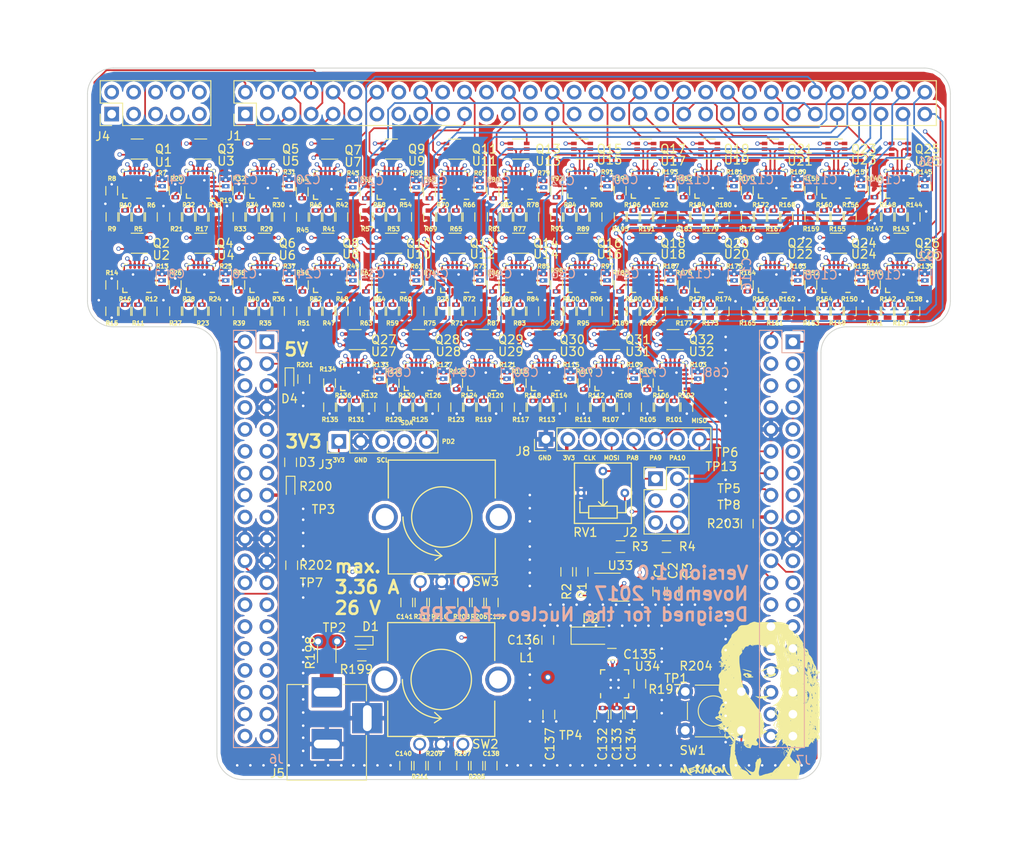
<source format=kicad_pcb>
(kicad_pcb (version 4) (host pcbnew 4.0.7-e2-6376~58~ubuntu17.04.1)
  (title_block (title "LED Driver Extension Board for the Nucleo-F103RB") (date 2017-11-27))
  (layers (0 S1.Cu signal) (1 S2.Cu signal hide) (2 V18.Cu mixed hide) (31 GND.Cu mixed hide) (34 B.Paste user) (35 F.Paste user) (36 B.SilkS user) (37 F.SilkS user) (38 B.Mask user) (39 F.Mask user) (44 Edge.Cuts user))
  (net 0 "")
  (net 1 +3V3)
  (net 2 GND)
  (net 3 V18)
  (net 4 "Net-(C135-Pad1)")
  (net 5 "Net-(C135-Pad2)")
  (net 6 E5V)
  (net 7 PC9)
  (net 8 PC11)
  (net 9 PC10)
  (net 10 PC12)
  (net 11 "Net-(D1-Pad1)")
  (net 12 "Net-(D3-Pad1)")
  (net 13 "Net-(D4-Pad1)")
  (net 14 LED_N_01)
  (net 15 LED_N_02)
  (net 16 LED_N_03)
  (net 17 LED_N_04)
  (net 18 LED_N_05)
  (net 19 LED_N_06)
  (net 20 LED_N_07)
  (net 21 LED_N_08)
  (net 22 LED_N_09)
  (net 23 LED_N_10)
  (net 24 LED_N_11)
  (net 25 LED_N_12)
  (net 26 LED_N_13)
  (net 27 LED_N_14)
  (net 28 LED_N_15)
  (net 29 LED_N_16)
  (net 30 LED_N_17)
  (net 31 LED_N_18)
  (net 32 LED_N_19)
  (net 33 LED_N_20)
  (net 34 LED_N_21)
  (net 35 LED_N_22)
  (net 36 LED_N_23)
  (net 37 LED_N_24)
  (net 38 LED_N_25)
  (net 39 LED_N_26)
  (net 40 LED_N_27)
  (net 41 LED_N_28)
  (net 42 LED_N_29)
  (net 43 LED_N_30)
  (net 44 LED_N_31)
  (net 45 LED_N_32)
  (net 46 LED_N_33)
  (net 47 LED_N_34)
  (net 48 LED_N_35)
  (net 49 LED_N_36)
  (net 50 LED_N_37)
  (net 51 LED_N_38)
  (net 52 LED_N_39)
  (net 53 LED_N_40)
  (net 54 LED_N_41)
  (net 55 LED_N_42)
  (net 56 LED_N_43)
  (net 57 LED_N_44)
  (net 58 LED_N_45)
  (net 59 LED_N_46)
  (net 60 LED_N_47)
  (net 61 LED_N_48)
  (net 62 LED_N_49)
  (net 63 LED_N_50)
  (net 64 LED_N_51)
  (net 65 LED_N_52)
  (net 66 LED_N_53)
  (net 67 LED_N_54)
  (net 68 LED_N_55)
  (net 69 LED_N_56)
  (net 70 LED_N_57)
  (net 71 LED_N_58)
  (net 72 LED_N_59)
  (net 73 LED_N_60)
  (net 74 LED_N_61)
  (net 75 LED_N_62)
  (net 76 LED_N_63)
  (net 77 LED_N_64)
  (net 78 "Net-(J2-Pad1)")
  (net 79 VSIG)
  (net 80 VDAC)
  (net 81 I2C_SCL)
  (net 82 I2C_SDA)
  (net 83 "Net-(J5-Pad1)")
  (net 84 PC8)
  (net 85 PA5)
  (net 86 PA7)
  (net 87 DC_OLED)
  (net 88 PA8)
  (net 89 CS_OLED)
  (net 90 "Net-(Q1-Pad1)")
  (net 91 "Net-(Q1-Pad5)")
  (net 92 "Net-(Q1-Pad2)")
  (net 93 "Net-(Q1-Pad4)")
  (net 94 "Net-(Q2-Pad1)")
  (net 95 "Net-(Q2-Pad5)")
  (net 96 "Net-(Q2-Pad2)")
  (net 97 "Net-(Q2-Pad4)")
  (net 98 "Net-(Q3-Pad1)")
  (net 99 "Net-(Q3-Pad5)")
  (net 100 "Net-(Q3-Pad2)")
  (net 101 "Net-(Q3-Pad4)")
  (net 102 "Net-(Q4-Pad1)")
  (net 103 "Net-(Q4-Pad5)")
  (net 104 "Net-(Q4-Pad2)")
  (net 105 "Net-(Q4-Pad4)")
  (net 106 "Net-(Q5-Pad1)")
  (net 107 "Net-(Q5-Pad5)")
  (net 108 "Net-(Q5-Pad2)")
  (net 109 "Net-(Q5-Pad4)")
  (net 110 "Net-(Q6-Pad1)")
  (net 111 "Net-(Q6-Pad5)")
  (net 112 "Net-(Q6-Pad2)")
  (net 113 "Net-(Q6-Pad4)")
  (net 114 "Net-(Q7-Pad1)")
  (net 115 "Net-(Q7-Pad5)")
  (net 116 "Net-(Q7-Pad2)")
  (net 117 "Net-(Q7-Pad4)")
  (net 118 "Net-(Q8-Pad1)")
  (net 119 "Net-(Q8-Pad5)")
  (net 120 "Net-(Q8-Pad2)")
  (net 121 "Net-(Q8-Pad4)")
  (net 122 "Net-(Q9-Pad1)")
  (net 123 "Net-(Q9-Pad5)")
  (net 124 "Net-(Q9-Pad2)")
  (net 125 "Net-(Q9-Pad4)")
  (net 126 "Net-(Q10-Pad1)")
  (net 127 "Net-(Q10-Pad5)")
  (net 128 "Net-(Q10-Pad2)")
  (net 129 "Net-(Q10-Pad4)")
  (net 130 "Net-(Q11-Pad1)")
  (net 131 "Net-(Q11-Pad5)")
  (net 132 "Net-(Q11-Pad2)")
  (net 133 "Net-(Q11-Pad4)")
  (net 134 "Net-(Q12-Pad1)")
  (net 135 "Net-(Q12-Pad5)")
  (net 136 "Net-(Q12-Pad2)")
  (net 137 "Net-(Q12-Pad4)")
  (net 138 "Net-(Q13-Pad1)")
  (net 139 "Net-(Q13-Pad5)")
  (net 140 "Net-(Q13-Pad2)")
  (net 141 "Net-(Q13-Pad4)")
  (net 142 "Net-(Q14-Pad1)")
  (net 143 "Net-(Q14-Pad5)")
  (net 144 "Net-(Q14-Pad2)")
  (net 145 "Net-(Q14-Pad4)")
  (net 146 "Net-(Q15-Pad1)")
  (net 147 "Net-(Q15-Pad5)")
  (net 148 "Net-(Q15-Pad2)")
  (net 149 "Net-(Q15-Pad4)")
  (net 150 "Net-(Q16-Pad1)")
  (net 151 "Net-(Q16-Pad5)")
  (net 152 "Net-(Q16-Pad2)")
  (net 153 "Net-(Q16-Pad4)")
  (net 154 "Net-(Q17-Pad1)")
  (net 155 "Net-(Q17-Pad5)")
  (net 156 "Net-(Q17-Pad2)")
  (net 157 "Net-(Q17-Pad4)")
  (net 158 "Net-(Q18-Pad1)")
  (net 159 "Net-(Q18-Pad5)")
  (net 160 "Net-(Q18-Pad2)")
  (net 161 "Net-(Q18-Pad4)")
  (net 162 "Net-(Q19-Pad1)")
  (net 163 "Net-(Q19-Pad5)")
  (net 164 "Net-(Q19-Pad2)")
  (net 165 "Net-(Q19-Pad4)")
  (net 166 "Net-(Q20-Pad1)")
  (net 167 "Net-(Q20-Pad5)")
  (net 168 "Net-(Q20-Pad2)")
  (net 169 "Net-(Q20-Pad4)")
  (net 170 "Net-(Q21-Pad1)")
  (net 171 "Net-(Q21-Pad5)")
  (net 172 "Net-(Q21-Pad2)")
  (net 173 "Net-(Q21-Pad4)")
  (net 174 "Net-(Q22-Pad1)")
  (net 175 "Net-(Q22-Pad5)")
  (net 176 "Net-(Q22-Pad2)")
  (net 177 "Net-(Q22-Pad4)")
  (net 178 "Net-(Q23-Pad1)")
  (net 179 "Net-(Q23-Pad5)")
  (net 180 "Net-(Q23-Pad2)")
  (net 181 "Net-(Q23-Pad4)")
  (net 182 "Net-(Q24-Pad1)")
  (net 183 "Net-(Q24-Pad5)")
  (net 184 "Net-(Q24-Pad2)")
  (net 185 "Net-(Q24-Pad4)")
  (net 186 "Net-(Q25-Pad1)")
  (net 187 "Net-(Q25-Pad5)")
  (net 188 "Net-(Q25-Pad2)")
  (net 189 "Net-(Q25-Pad4)")
  (net 190 "Net-(Q26-Pad1)")
  (net 191 "Net-(Q26-Pad5)")
  (net 192 "Net-(Q26-Pad2)")
  (net 193 "Net-(Q26-Pad4)")
  (net 194 "Net-(Q27-Pad5)")
  (net 195 "Net-(Q27-Pad4)")
  (net 196 "Net-(Q28-Pad5)")
  (net 197 "Net-(Q28-Pad4)")
  (net 198 "Net-(Q29-Pad5)")
  (net 199 "Net-(Q29-Pad4)")
  (net 200 "Net-(Q30-Pad5)")
  (net 201 "Net-(Q30-Pad4)")
  (net 202 "Net-(Q31-Pad5)")
  (net 203 "Net-(Q31-Pad4)")
  (net 204 "Net-(Q32-Pad5)")
  (net 205 "Net-(Q32-Pad4)")
  (net 206 "Net-(R1-Pad2)")
  (net 207 "Net-(R2-Pad2)")
  (net 208 "Net-(R3-Pad1)")
  (net 209 "Net-(R5-Pad1)")
  (net 210 "Net-(R5-Pad2)")
  (net 211 "Net-(R10-Pad1)")
  (net 212 "Net-(R10-Pad2)")
  (net 213 "Net-(R11-Pad1)")
  (net 214 "Net-(R11-Pad2)")
  (net 215 "Net-(R15-Pad2)")
  (net 216 "Net-(R16-Pad2)")
  (net 217 "Net-(R17-Pad1)")
  (net 218 "Net-(R17-Pad2)")
  (net 219 "Net-(R21-Pad2)")
  (net 220 "Net-(R22-Pad2)")
  (net 221 "Net-(R23-Pad1)")
  (net 222 "Net-(R23-Pad2)")
  (net 223 "Net-(R27-Pad2)")
  (net 224 "Net-(R28-Pad2)")
  (net 225 "Net-(R29-Pad1)")
  (net 226 "Net-(R29-Pad2)")
  (net 227 "Net-(R33-Pad2)")
  (net 228 "Net-(R34-Pad2)")
  (net 229 "Net-(R35-Pad1)")
  (net 230 "Net-(R35-Pad2)")
  (net 231 "Net-(R39-Pad2)")
  (net 232 "Net-(R40-Pad2)")
  (net 233 "Net-(R41-Pad1)")
  (net 234 "Net-(R41-Pad2)")
  (net 235 "Net-(R45-Pad2)")
  (net 236 "Net-(R46-Pad2)")
  (net 237 "Net-(R47-Pad1)")
  (net 238 "Net-(R47-Pad2)")
  (net 239 "Net-(R51-Pad2)")
  (net 240 "Net-(R52-Pad2)")
  (net 241 "Net-(R53-Pad1)")
  (net 242 "Net-(R53-Pad2)")
  (net 243 "Net-(R57-Pad2)")
  (net 244 "Net-(R58-Pad2)")
  (net 245 "Net-(R59-Pad1)")
  (net 246 "Net-(R59-Pad2)")
  (net 247 "Net-(R63-Pad2)")
  (net 248 "Net-(R64-Pad2)")
  (net 249 "Net-(R65-Pad1)")
  (net 250 "Net-(R65-Pad2)")
  (net 251 "Net-(R69-Pad2)")
  (net 252 "Net-(R70-Pad2)")
  (net 253 "Net-(R71-Pad1)")
  (net 254 "Net-(R71-Pad2)")
  (net 255 "Net-(R75-Pad2)")
  (net 256 "Net-(R76-Pad2)")
  (net 257 "Net-(R77-Pad1)")
  (net 258 "Net-(R77-Pad2)")
  (net 259 "Net-(R81-Pad2)")
  (net 260 "Net-(R82-Pad2)")
  (net 261 "Net-(R83-Pad1)")
  (net 262 "Net-(R83-Pad2)")
  (net 263 "Net-(R87-Pad2)")
  (net 264 "Net-(R88-Pad2)")
  (net 265 "Net-(R89-Pad1)")
  (net 266 "Net-(R89-Pad2)")
  (net 267 "Net-(R93-Pad2)")
  (net 268 "Net-(R94-Pad2)")
  (net 269 "Net-(R95-Pad1)")
  (net 270 "Net-(R95-Pad2)")
  (net 271 "Net-(R100-Pad1)")
  (net 272 "Net-(R100-Pad2)")
  (net 273 "Net-(R101-Pad1)")
  (net 274 "Net-(R101-Pad2)")
  (net 275 "Net-(R105-Pad2)")
  (net 276 "Net-(R106-Pad2)")
  (net 277 "Net-(R107-Pad1)")
  (net 278 "Net-(R107-Pad2)")
  (net 279 "Net-(R111-Pad2)")
  (net 280 "Net-(R112-Pad2)")
  (net 281 "Net-(R113-Pad1)")
  (net 282 "Net-(R113-Pad2)")
  (net 283 "Net-(R117-Pad2)")
  (net 284 "Net-(R118-Pad2)")
  (net 285 "Net-(R119-Pad1)")
  (net 286 "Net-(R119-Pad2)")
  (net 287 "Net-(R123-Pad2)")
  (net 288 "Net-(R124-Pad2)")
  (net 289 "Net-(R125-Pad1)")
  (net 290 "Net-(R125-Pad2)")
  (net 291 "Net-(R129-Pad2)")
  (net 292 "Net-(R130-Pad2)")
  (net 293 "Net-(R131-Pad1)")
  (net 294 "Net-(R131-Pad2)")
  (net 295 "Net-(R135-Pad2)")
  (net 296 "Net-(R136-Pad2)")
  (net 297 "Net-(R137-Pad1)")
  (net 298 "Net-(R137-Pad2)")
  (net 299 "Net-(R141-Pad2)")
  (net 300 "Net-(R142-Pad2)")
  (net 301 "Net-(R143-Pad1)")
  (net 302 "Net-(R143-Pad2)")
  (net 303 "Net-(R147-Pad2)")
  (net 304 "Net-(R148-Pad2)")
  (net 305 "Net-(R149-Pad1)")
  (net 306 "Net-(R149-Pad2)")
  (net 307 "Net-(R153-Pad2)")
  (net 308 "Net-(R154-Pad2)")
  (net 309 "Net-(R155-Pad1)")
  (net 310 "Net-(R155-Pad2)")
  (net 311 "Net-(R159-Pad2)")
  (net 312 "Net-(R160-Pad2)")
  (net 313 "Net-(R161-Pad1)")
  (net 314 "Net-(R161-Pad2)")
  (net 315 "Net-(R165-Pad2)")
  (net 316 "Net-(R166-Pad2)")
  (net 317 "Net-(R167-Pad1)")
  (net 318 "Net-(R167-Pad2)")
  (net 319 "Net-(R171-Pad2)")
  (net 320 "Net-(R172-Pad2)")
  (net 321 "Net-(R173-Pad1)")
  (net 322 "Net-(R173-Pad2)")
  (net 323 "Net-(R177-Pad2)")
  (net 324 "Net-(R178-Pad2)")
  (net 325 "Net-(R179-Pad1)")
  (net 326 "Net-(R179-Pad2)")
  (net 327 "Net-(R183-Pad2)")
  (net 328 "Net-(R184-Pad2)")
  (net 329 "Net-(R185-Pad1)")
  (net 330 "Net-(R185-Pad2)")
  (net 331 "Net-(R189-Pad2)")
  (net 332 "Net-(R190-Pad2)")
  (net 333 "Net-(R191-Pad1)")
  (net 334 "Net-(R191-Pad2)")
  (net 335 "Net-(R195-Pad2)")
  (net 336 "Net-(R196-Pad2)")
  (net 337 "Net-(R197-Pad2)")
  (net 338 "Net-(R205-Pad2)")
  (net 339 "Net-(R206-Pad2)")
  (net 340 "Net-(R209-Pad2)")
  (net 341 "Net-(R210-Pad2)")
  (net 342 "Net-(Q27-Pad1)")
  (net 343 "Net-(Q27-Pad2)")
  (net 344 "Net-(Q28-Pad1)")
  (net 345 "Net-(Q28-Pad2)")
  (net 346 "Net-(Q29-Pad1)")
  (net 347 "Net-(Q29-Pad2)")
  (net 348 "Net-(Q30-Pad1)")
  (net 349 "Net-(Q30-Pad2)")
  (net 350 "Net-(Q31-Pad1)")
  (net 351 "Net-(Q31-Pad2)")
  (net 352 "Net-(Q32-Pad1)")
  (net 353 "Net-(Q32-Pad2)")
  (net 354 LIGHT_INT)
  (net 355 PA6)
  (module MyVias:Stitchging-Via-0.3-0.5 (layer S1.Cu) (at 171.958 97.028 90)
    (fp_text reference REF** hide)
    (fp_text value Stitching-Via-0.3-0.5)
    (pad ~ thru_hole circle (at 0 0 90) (size 0.5 0.5) (drill 0.3) (layers *.Cu) (net 2 GND))
  )
  (module MyVias:Stitchging-Via-0.3-0.5 (layer S1.Cu) (at 171.958 94.742 90)
    (fp_text reference REF** hide)
    (fp_text value Stitching-Via-0.3-0.5)
    (pad ~ thru_hole circle (at 0 0 90) (size 0.5 0.5) (drill 0.3) (layers *.Cu) (net 2 GND))
  )
  (module Resistors_SMD:R_0603 (layer S1.Cu) (at 136.525 127.889 90)
    (fp_text reference R211 (at -1.27 0 180) (layer F.SilkS) (effects (font (size 0.5 0.5) (thickness 0.125))))
    (fp_text value 10k)
    (pad 1 smd rect (at -0.75 0 90) (size 0.5 0.9) (layers S1.Cu F.Paste F.Mask) (net 9 PC10))
    (pad 2 smd rect (at 0.75 0 90) (size 0.5 0.9) (layers S1.Cu F.Paste F.Mask) (net 340 "Net-(R209-Pad2)"))
  )
  (module Resistors_SMD:R_0603 (layer S1.Cu) (at 134.874 127.889 90)
    (fp_text reference C140 (at 1.397 -0.254 180) (layer F.SilkS) (effects (font (size 0.5 0.5) (thickness 0.125))))
    (fp_text value 10n)
    (pad 1 smd rect (at -0.75 0 90) (size 0.5 0.9) (layers S1.Cu F.Paste F.Mask) (net 9 PC10))
    (pad 2 smd rect (at 0.75 0 90) (size 0.5 0.9) (layers S1.Cu F.Paste F.Mask) (net 2 GND))
  )
  (module MyVias:Stitchging-Via-0.3-0.5 (layer S1.Cu) (at 130.0861 127.8509 180)
    (fp_text reference REF** hide)
    (fp_text value Stitching-Via-0.3-0.5)
    (pad ~ thru_hole circle (at 0 0 180) (size 0.5 0.5) (drill 0.3) (layers *.Cu) (net 2 GND))
  )
  (module MyVias:Stitchging-Via-0.3-0.5 (layer S1.Cu) (at 131.6101 127.8509 180)
    (fp_text reference REF** hide)
    (fp_text value Stitching-Via-0.3-0.5)
    (pad ~ thru_hole circle (at 0 0 180) (size 0.5 0.5) (drill 0.3) (layers *.Cu) (net 2 GND))
  )
  (module MyVias:Stitchging-Via-0.3-0.5 (layer S1.Cu) (at 133.1341 127.8509 180)
    (fp_text reference REF** hide)
    (fp_text value Stitching-Via-0.3-0.5)
    (pad ~ thru_hole circle (at 0 0 180) (size 0.5 0.5) (drill 0.3) (layers *.Cu) (net 2 GND))
  )
  (module MyVias:Stitchging-Via-0.3-0.5 (layer S1.Cu) (at 128.8161 127.8509 180)
    (fp_text reference REF** hide)
    (fp_text value Stitching-Via-0.3-0.5)
    (pad ~ thru_hole circle (at 0 0 180) (size 0.5 0.5) (drill 0.3) (layers *.Cu) (net 2 GND))
  )
  (module MyVias:Stitchging-Via-0.3-0.5 (layer S1.Cu) (at 115.3541 127.8509 180)
    (fp_text reference REF** hide)
    (fp_text value Stitching-Via-0.3-0.5)
    (pad ~ thru_hole circle (at 0 0 180) (size 0.5 0.5) (drill 0.3) (layers *.Cu) (net 2 GND))
  )
  (module MyVias:Stitchging-Via-0.3-0.5 (layer S1.Cu) (at 116.8781 127.8509 180)
    (fp_text reference REF** hide)
    (fp_text value Stitching-Via-0.3-0.5)
    (pad ~ thru_hole circle (at 0 0 180) (size 0.5 0.5) (drill 0.3) (layers *.Cu) (net 2 GND))
  )
  (module MyVias:Stitchging-Via-0.3-0.5 (layer S1.Cu) (at 118.4021 127.8509 180)
    (fp_text reference REF** hide)
    (fp_text value Stitching-Via-0.3-0.5)
    (pad ~ thru_hole circle (at 0 0 180) (size 0.5 0.5) (drill 0.3) (layers *.Cu) (net 2 GND))
  )
  (module MyVias:Stitchging-Via-0.3-0.5 (layer S1.Cu) (at 127.4191 127.8509 180)
    (fp_text reference REF** hide)
    (fp_text value Stitching-Via-0.3-0.5)
    (pad ~ thru_hole circle (at 0 0 180) (size 0.5 0.5) (drill 0.3) (layers *.Cu) (net 2 GND))
  )
  (module MyVias:Stitchging-Via-0.3-0.5 (layer S1.Cu) (at 125.8951 127.8509 180)
    (fp_text reference REF** hide)
    (fp_text value Stitching-Via-0.3-0.5)
    (pad ~ thru_hole circle (at 0 0 180) (size 0.5 0.5) (drill 0.3) (layers *.Cu) (net 2 GND))
  )
  (module MyVias:Stitchging-Via-0.3-0.5 (layer S1.Cu) (at 121.3231 127.8509 180)
    (fp_text reference REF** hide)
    (fp_text value Stitching-Via-0.3-0.5)
    (pad ~ thru_hole circle (at 0 0 180) (size 0.5 0.5) (drill 0.3) (layers *.Cu) (net 2 GND))
  )
  (module MyVias:Stitchging-Via-0.3-0.5 (layer S1.Cu) (at 122.8471 127.8509 180)
    (fp_text reference REF** hide)
    (fp_text value Stitching-Via-0.3-0.5)
    (pad ~ thru_hole circle (at 0 0 180) (size 0.5 0.5) (drill 0.3) (layers *.Cu) (net 2 GND))
  )
  (module MyVias:Stitchging-Via-0.3-0.5 (layer S1.Cu) (at 124.3711 127.8509 180)
    (fp_text reference REF** hide)
    (fp_text value Stitching-Via-0.3-0.5)
    (pad ~ thru_hole circle (at 0 0 180) (size 0.5 0.5) (drill 0.3) (layers *.Cu) (net 2 GND))
  )
  (module MyVias:Stitchging-Via-0.3-0.5 (layer S1.Cu) (at 119.7991 127.8509 180)
    (fp_text reference REF** hide)
    (fp_text value Stitching-Via-0.3-0.5)
    (pad ~ thru_hole circle (at 0 0 180) (size 0.5 0.5) (drill 0.3) (layers *.Cu) (net 2 GND))
  )
  (module MyVias:Stitchging-Via-0.3-0.5 (layer S1.Cu) (at 155.3591 127.8509 180)
    (fp_text reference REF** hide)
    (fp_text value Stitching-Via-0.3-0.5)
    (pad ~ thru_hole circle (at 0 0 180) (size 0.5 0.5) (drill 0.3) (layers *.Cu) (net 2 GND))
  )
  (module MyVias:Stitchging-Via-0.3-0.5 (layer S1.Cu) (at 159.9311 127.8509 180)
    (fp_text reference REF** hide)
    (fp_text value Stitching-Via-0.3-0.5)
    (pad ~ thru_hole circle (at 0 0 180) (size 0.5 0.5) (drill 0.3) (layers *.Cu) (net 2 GND))
  )
  (module MyVias:Stitchging-Via-0.3-0.5 (layer S1.Cu) (at 158.4071 127.8509 180)
    (fp_text reference REF** hide)
    (fp_text value Stitching-Via-0.3-0.5)
    (pad ~ thru_hole circle (at 0 0 180) (size 0.5 0.5) (drill 0.3) (layers *.Cu) (net 2 GND))
  )
  (module MyVias:Stitchging-Via-0.3-0.5 (layer S1.Cu) (at 156.8831 127.8509 180)
    (fp_text reference REF** hide)
    (fp_text value Stitching-Via-0.3-0.5)
    (pad ~ thru_hole circle (at 0 0 180) (size 0.5 0.5) (drill 0.3) (layers *.Cu) (net 2 GND))
  )
  (module MyVias:Stitchging-Via-0.3-0.5 (layer S1.Cu) (at 161.4551 127.8509 180)
    (fp_text reference REF** hide)
    (fp_text value Stitching-Via-0.3-0.5)
    (pad ~ thru_hole circle (at 0 0 180) (size 0.5 0.5) (drill 0.3) (layers *.Cu) (net 2 GND))
  )
  (module MyVias:Stitchging-Via-0.3-0.5 (layer S1.Cu) (at 162.9791 127.8509 180)
    (fp_text reference REF** hide)
    (fp_text value Stitching-Via-0.3-0.5)
    (pad ~ thru_hole circle (at 0 0 180) (size 0.5 0.5) (drill 0.3) (layers *.Cu) (net 2 GND))
  )
  (module MyVias:Stitchging-Via-0.3-0.5 (layer S1.Cu) (at 153.9621 127.8509 180)
    (fp_text reference REF** hide)
    (fp_text value Stitching-Via-0.3-0.5)
    (pad ~ thru_hole circle (at 0 0 180) (size 0.5 0.5) (drill 0.3) (layers *.Cu) (net 2 GND))
  )
  (module MyVias:Stitchging-Via-0.3-0.5 (layer S1.Cu) (at 152.4381 127.8509 180)
    (fp_text reference REF** hide)
    (fp_text value Stitching-Via-0.3-0.5)
    (pad ~ thru_hole circle (at 0 0 180) (size 0.5 0.5) (drill 0.3) (layers *.Cu) (net 2 GND))
  )
  (module MyVias:Stitchging-Via-0.3-0.5 (layer S1.Cu) (at 147.8661 127.8509 180)
    (fp_text reference REF** hide)
    (fp_text value Stitching-Via-0.3-0.5)
    (pad ~ thru_hole circle (at 0 0 180) (size 0.5 0.5) (drill 0.3) (layers *.Cu) (net 2 GND))
  )
  (module MyVias:Stitchging-Via-0.3-0.5 (layer S1.Cu) (at 149.3901 127.8509 180)
    (fp_text reference REF** hide)
    (fp_text value Stitching-Via-0.3-0.5)
    (pad ~ thru_hole circle (at 0 0 180) (size 0.5 0.5) (drill 0.3) (layers *.Cu) (net 2 GND))
  )
  (module MyVias:Stitchging-Via-0.3-0.5 (layer S1.Cu) (at 150.9141 127.8509 180)
    (fp_text reference REF** hide)
    (fp_text value Stitching-Via-0.3-0.5)
    (pad ~ thru_hole circle (at 0 0 180) (size 0.5 0.5) (drill 0.3) (layers *.Cu) (net 2 GND))
  )
  (module MyVias:Stitchging-Via-0.3-0.5 (layer S1.Cu) (at 146.5961 127.8509 180)
    (fp_text reference REF** hide)
    (fp_text value Stitching-Via-0.3-0.5)
    (pad ~ thru_hole circle (at 0 0 180) (size 0.5 0.5) (drill 0.3) (layers *.Cu) (net 2 GND))
  )
  (module MyVias:Stitchging-Via-0.3-0.5 (layer S1.Cu) (at 164.3761 127.8509 180)
    (fp_text reference REF** hide)
    (fp_text value Stitching-Via-0.3-0.5)
    (pad ~ thru_hole circle (at 0 0 180) (size 0.5 0.5) (drill 0.3) (layers *.Cu) (net 2 GND))
  )
  (module MyVias:Stitchging-Via-0.3-0.5 (layer S1.Cu) (at 168.6941 127.8509 180)
    (fp_text reference REF** hide)
    (fp_text value Stitching-Via-0.3-0.5)
    (pad ~ thru_hole circle (at 0 0 180) (size 0.5 0.5) (drill 0.3) (layers *.Cu) (net 2 GND))
  )
  (module MyVias:Stitchging-Via-0.3-0.5 (layer S1.Cu) (at 167.1701 127.8509 180)
    (fp_text reference REF** hide)
    (fp_text value Stitching-Via-0.3-0.5)
    (pad ~ thru_hole circle (at 0 0 180) (size 0.5 0.5) (drill 0.3) (layers *.Cu) (net 2 GND))
  )
  (module MyVias:Stitchging-Via-0.3-0.5 (layer S1.Cu) (at 165.6461 127.8509 180)
    (fp_text reference REF** hide)
    (fp_text value Stitching-Via-0.3-0.5)
    (pad ~ thru_hole circle (at 0 0 180) (size 0.5 0.5) (drill 0.3) (layers *.Cu) (net 2 GND))
  )
  (module MyVias:Stitchging-Via-0.3-0.5 (layer S1.Cu) (at 170.2181 127.8509 180)
    (fp_text reference REF** hide)
    (fp_text value Stitching-Via-0.3-0.5)
    (pad ~ thru_hole circle (at 0 0 180) (size 0.5 0.5) (drill 0.3) (layers *.Cu) (net 2 GND))
  )
  (module MyVias:Stitchging-Via-0.3-0.5 (layer S1.Cu) (at 171.7421 127.8509 180)
    (fp_text reference REF** hide)
    (fp_text value Stitching-Via-0.3-0.5)
    (pad ~ thru_hole circle (at 0 0 180) (size 0.5 0.5) (drill 0.3) (layers *.Cu) (net 2 GND))
  )
  (module MyVias:Stitchging-Via-0.3-0.5 (layer S1.Cu) (at 180.7591 127.8509 180)
    (fp_text reference REF** hide)
    (fp_text value Stitching-Via-0.3-0.5)
    (pad ~ thru_hole circle (at 0 0 180) (size 0.5 0.5) (drill 0.3) (layers *.Cu) (net 2 GND))
  )
  (module MyVias:Stitchging-Via-0.3-0.5 (layer S1.Cu) (at 179.2351 127.8509 180)
    (fp_text reference REF** hide)
    (fp_text value Stitching-Via-0.3-0.5)
    (pad ~ thru_hole circle (at 0 0 180) (size 0.5 0.5) (drill 0.3) (layers *.Cu) (net 2 GND))
  )
  (module MyVias:Stitchging-Via-0.3-0.5 (layer S1.Cu) (at 174.6631 127.8509 180)
    (fp_text reference REF** hide)
    (fp_text value Stitching-Via-0.3-0.5)
    (pad ~ thru_hole circle (at 0 0 180) (size 0.5 0.5) (drill 0.3) (layers *.Cu) (net 2 GND))
  )
  (module MyVias:Stitchging-Via-0.3-0.5 (layer S1.Cu) (at 176.1871 127.8509 180)
    (fp_text reference REF** hide)
    (fp_text value Stitching-Via-0.3-0.5)
    (pad ~ thru_hole circle (at 0 0 180) (size 0.5 0.5) (drill 0.3) (layers *.Cu) (net 2 GND))
  )
  (module MyVias:Stitchging-Via-0.3-0.5 (layer S1.Cu) (at 177.7111 127.8509 180)
    (fp_text reference REF** hide)
    (fp_text value Stitching-Via-0.3-0.5)
    (pad ~ thru_hole circle (at 0 0 180) (size 0.5 0.5) (drill 0.3) (layers *.Cu) (net 2 GND))
  )
  (module MyVias:Stitchging-Via-0.3-0.5 (layer S1.Cu) (at 173.1391 127.8509 180)
    (fp_text reference REF** hide)
    (fp_text value Stitching-Via-0.3-0.5)
    (pad ~ thru_hole circle (at 0 0 180) (size 0.5 0.5) (drill 0.3) (layers *.Cu) (net 2 GND))
  )
  (module MyVias:Stitchging-Via-0.3-0.5 (layer S1.Cu) (at 149.2631 114.2873 90)
    (fp_text reference REF** hide)
    (fp_text value Stitching-Via-0.3-0.5)
    (pad ~ thru_hole circle (at 0 0 90) (size 0.5 0.5) (drill 0.3) (layers *.Cu) (net 2 GND))
  )
  (module MyVias:Stitchging-Via-0.3-0.5 (layer S1.Cu) (at 156.9212 111.6584 180)
    (fp_text reference REF** hide)
    (fp_text value Stitching-Via-0.3-0.5)
    (pad ~ thru_hole circle (at 0 0 180) (size 0.5 0.5) (drill 0.3) (layers *.Cu) (net 2 GND))
  )
  (module MyVias:Stitchging-Via-0.3-0.5 (layer S1.Cu) (at 161.4932 111.6584 180)
    (fp_text reference REF** hide)
    (fp_text value Stitching-Via-0.3-0.5)
    (pad ~ thru_hole circle (at 0 0 180) (size 0.5 0.5) (drill 0.3) (layers *.Cu) (net 2 GND))
  )
  (module MyVias:Stitchging-Via-0.3-0.5 (layer S1.Cu) (at 159.9692 111.6584 180)
    (fp_text reference REF** hide)
    (fp_text value Stitching-Via-0.3-0.5)
    (pad ~ thru_hole circle (at 0 0 180) (size 0.5 0.5) (drill 0.3) (layers *.Cu) (net 2 GND))
  )
  (module MyVias:Stitchging-Via-0.3-0.5 (layer S1.Cu) (at 158.4452 111.6584 180)
    (fp_text reference REF** hide)
    (fp_text value Stitching-Via-0.3-0.5)
    (pad ~ thru_hole circle (at 0 0 180) (size 0.5 0.5) (drill 0.3) (layers *.Cu) (net 2 GND))
  )
  (module MyVias:Stitchging-Via-0.3-0.5 (layer S1.Cu) (at 163.0172 111.6584 180)
    (fp_text reference REF** hide)
    (fp_text value Stitching-Via-0.3-0.5)
    (pad ~ thru_hole circle (at 0 0 180) (size 0.5 0.5) (drill 0.3) (layers *.Cu) (net 2 GND))
  )
  (module MyVias:Stitchging-Via-0.3-0.5 (layer S1.Cu) (at 164.5412 111.6584 180)
    (fp_text reference REF** hide)
    (fp_text value Stitching-Via-0.3-0.5)
    (pad ~ thru_hole circle (at 0 0 180) (size 0.5 0.5) (drill 0.3) (layers *.Cu) (net 2 GND))
  )
  (module MyVias:Stitchging-Via-0.3-0.5 (layer S1.Cu) (at 155.5242 111.6584 180)
    (fp_text reference REF** hide)
    (fp_text value Stitching-Via-0.3-0.5)
    (pad ~ thru_hole circle (at 0 0 180) (size 0.5 0.5) (drill 0.3) (layers *.Cu) (net 2 GND))
  )
  (module MyVias:Stitchging-Via-0.3-0.5 (layer S1.Cu) (at 154.0002 111.6584 180)
    (fp_text reference REF** hide)
    (fp_text value Stitching-Via-0.3-0.5)
    (pad ~ thru_hole circle (at 0 0 180) (size 0.5 0.5) (drill 0.3) (layers *.Cu) (net 2 GND))
  )
  (module MyVias:Stitchging-Via-0.3-0.5 (layer S1.Cu) (at 150.9522 111.6584 180)
    (fp_text reference REF** hide)
    (fp_text value Stitching-Via-0.3-0.5)
    (pad ~ thru_hole circle (at 0 0 180) (size 0.5 0.5) (drill 0.3) (layers *.Cu) (net 2 GND))
  )
  (module MyVias:Stitchging-Via-0.3-0.5 (layer S1.Cu) (at 152.4762 111.6584 180)
    (fp_text reference REF** hide)
    (fp_text value Stitching-Via-0.3-0.5)
    (pad ~ thru_hole circle (at 0 0 180) (size 0.5 0.5) (drill 0.3) (layers *.Cu) (net 2 GND))
  )
  (module MyVias:Stitchging-Via-0.3-0.5 (layer S1.Cu) (at 152.3238 122.7582 180)
    (fp_text reference REF** hide)
    (fp_text value Stitching-Via-0.3-0.5)
    (pad ~ thru_hole circle (at 0 0 180) (size 0.5 0.5) (drill 0.3) (layers *.Cu) (net 2 GND))
  )
  (module MyVias:Stitchging-Via-0.3-0.5 (layer S1.Cu) (at 150.7998 122.7582 180)
    (fp_text reference REF** hide)
    (fp_text value Stitching-Via-0.3-0.5)
    (pad ~ thru_hole circle (at 0 0 180) (size 0.5 0.5) (drill 0.3) (layers *.Cu) (net 2 GND))
  )
  (module MyVias:Stitchging-Via-0.3-0.5 (layer S1.Cu) (at 149.2758 122.7582 180)
    (fp_text reference REF** hide)
    (fp_text value Stitching-Via-0.3-0.5)
    (pad ~ thru_hole circle (at 0 0 180) (size 0.5 0.5) (drill 0.3) (layers *.Cu) (net 2 GND))
  )
  (module MyVias:Stitchging-Via-0.3-0.5 (layer S1.Cu) (at 158.2928 122.7582 180)
    (fp_text reference REF** hide)
    (fp_text value Stitching-Via-0.3-0.5)
    (pad ~ thru_hole circle (at 0 0 180) (size 0.5 0.5) (drill 0.3) (layers *.Cu) (net 2 GND))
  )
  (module MyVias:Stitchging-Via-0.3-0.5 (layer S1.Cu) (at 159.8168 122.7582 180)
    (fp_text reference REF** hide)
    (fp_text value Stitching-Via-0.3-0.5)
    (pad ~ thru_hole circle (at 0 0 180) (size 0.5 0.5) (drill 0.3) (layers *.Cu) (net 2 GND))
  )
  (module MyVias:Stitchging-Via-0.3-0.5 (layer S1.Cu) (at 161.3408 122.7582 180)
    (fp_text reference REF** hide)
    (fp_text value Stitching-Via-0.3-0.5)
    (pad ~ thru_hole circle (at 0 0 180) (size 0.5 0.5) (drill 0.3) (layers *.Cu) (net 2 GND))
  )
  (module MyVias:Stitchging-Via-0.3-0.5 (layer S1.Cu) (at 156.7688 122.7582 180)
    (fp_text reference REF** hide)
    (fp_text value Stitching-Via-0.3-0.5)
    (pad ~ thru_hole circle (at 0 0 180) (size 0.5 0.5) (drill 0.3) (layers *.Cu) (net 2 GND))
  )
  (module MyVias:Stitchging-Via-0.3-0.5 (layer S1.Cu) (at 122.9995 78.9305 90)
    (fp_text reference REF** hide)
    (fp_text value Stitching-Via-0.3-0.5)
    (pad ~ thru_hole circle (at 0 0 90) (size 0.5 0.5) (drill 0.3) (layers *.Cu) (net 2 GND))
  )
  (module MyVias:Stitchging-Via-0.3-0.5 (layer S1.Cu) (at 122.9995 80.3275 90)
    (fp_text reference REF** hide)
    (fp_text value Stitching-Via-0.3-0.5)
    (pad ~ thru_hole circle (at 0 0 90) (size 0.5 0.5) (drill 0.3) (layers *.Cu) (net 2 GND))
  )
  (module Resistors_SMD:R_0603 (layer S1.Cu) (at 122.936 75.184 90)
    (fp_text reference R51 (at -1.397 0.127 180) (layer F.SilkS) (effects (font (size 0.5 0.5) (thickness 0.125))))
    (fp_text value 20k)
    (pad 1 smd rect (at -0.75 0 90) (size 0.5 0.9) (layers S1.Cu F.Paste F.Mask) (net 2 GND))
    (pad 2 smd rect (at 0.75 0 90) (size 0.5 0.9) (layers S1.Cu F.Paste F.Mask) (net 239 "Net-(R51-Pad2)"))
  )
  (module MyVias:Stitchging-Via-0.3-0.5 (layer S1.Cu) (at 149.2631 120.2563 90)
    (fp_text reference REF** hide)
    (fp_text value Stitching-Via-0.3-0.5)
    (pad ~ thru_hole circle (at 0 0 90) (size 0.5 0.5) (drill 0.3) (layers *.Cu) (net 2 GND))
  )
  (module MyVias:Stitchging-Via-0.3-0.5 (layer S1.Cu) (at 149.2631 118.8593 90)
    (fp_text reference REF** hide)
    (fp_text value Stitching-Via-0.3-0.5)
    (pad ~ thru_hole circle (at 0 0 90) (size 0.5 0.5) (drill 0.3) (layers *.Cu) (net 2 GND))
  )
  (module MyVias:Stitchging-Via-0.3-0.5 (layer S1.Cu) (at 149.2631 117.3353 90)
    (fp_text reference REF** hide)
    (fp_text value Stitching-Via-0.3-0.5)
    (pad ~ thru_hole circle (at 0 0 90) (size 0.5 0.5) (drill 0.3) (layers *.Cu) (net 2 GND))
  )
  (module MyVias:Stitchging-Via-0.3-0.5 (layer S1.Cu) (at 149.2631 112.7633 90)
    (fp_text reference REF** hide)
    (fp_text value Stitching-Via-0.3-0.5)
    (pad ~ thru_hole circle (at 0 0 90) (size 0.5 0.5) (drill 0.3) (layers *.Cu) (net 2 GND))
  )
  (module MyVias:Stitchging-Via-0.3-0.5 (layer S1.Cu) (at 149.2631 98.0313 90)
    (fp_text reference REF** hide)
    (fp_text value Stitching-Via-0.3-0.5)
    (pad ~ thru_hole circle (at 0 0 90) (size 0.5 0.5) (drill 0.3) (layers *.Cu) (net 2 GND))
  )
  (module MyVias:Stitchging-Via-0.3-0.5 (layer S1.Cu) (at 149.2631 96.5073 90)
    (fp_text reference REF** hide)
    (fp_text value Stitching-Via-0.3-0.5)
    (pad ~ thru_hole circle (at 0 0 90) (size 0.5 0.5) (drill 0.3) (layers *.Cu) (net 2 GND))
  )
  (module MyVias:Stitchging-Via-0.3-0.5 (layer S1.Cu) (at 149.2631 99.5553 90)
    (fp_text reference REF** hide)
    (fp_text value Stitching-Via-0.3-0.5)
    (pad ~ thru_hole circle (at 0 0 90) (size 0.5 0.5) (drill 0.3) (layers *.Cu) (net 2 GND))
  )
  (module MyVias:Stitchging-Via-0.3-0.5 (layer S1.Cu) (at 149.2631 104.0003 90)
    (fp_text reference REF** hide)
    (fp_text value Stitching-Via-0.3-0.5)
    (pad ~ thru_hole circle (at 0 0 90) (size 0.5 0.5) (drill 0.3) (layers *.Cu) (net 2 GND))
  )
  (module MyVias:Stitchging-Via-0.3-0.5 (layer S1.Cu) (at 149.2631 105.5243 90)
    (fp_text reference REF** hide)
    (fp_text value Stitching-Via-0.3-0.5)
    (pad ~ thru_hole circle (at 0 0 90) (size 0.5 0.5) (drill 0.3) (layers *.Cu) (net 2 GND))
  )
  (module MyVias:Stitchging-Via-0.3-0.5 (layer S1.Cu) (at 149.2631 107.0483 90)
    (fp_text reference REF** hide)
    (fp_text value Stitching-Via-0.3-0.5)
    (pad ~ thru_hole circle (at 0 0 90) (size 0.5 0.5) (drill 0.3) (layers *.Cu) (net 2 GND))
  )
  (module MyVias:Stitchging-Via-0.3-0.5 (layer S1.Cu) (at 149.2631 102.4763 90)
    (fp_text reference REF** hide)
    (fp_text value Stitching-Via-0.3-0.5)
    (pad ~ thru_hole circle (at 0 0 90) (size 0.5 0.5) (drill 0.3) (layers *.Cu) (net 2 GND))
  )
  (module MyVias:Stitchging-Via-0.3-0.5 (layer S1.Cu) (at 164.5539 115.8367 90)
    (fp_text reference REF** hide)
    (fp_text value Stitching-Via-0.3-0.5)
    (pad ~ thru_hole circle (at 0 0 90) (size 0.5 0.5) (drill 0.3) (layers *.Cu) (net 2 GND))
  )
  (module MyVias:Stitchging-Via-0.3-0.5 (layer S1.Cu) (at 164.5539 114.3127 90)
    (fp_text reference REF** hide)
    (fp_text value Stitching-Via-0.3-0.5)
    (pad ~ thru_hole circle (at 0 0 90) (size 0.5 0.5) (drill 0.3) (layers *.Cu) (net 2 GND))
  )
  (module MyVias:Stitchging-Via-0.3-0.5 (layer S1.Cu) (at 164.5539 121.8057 90)
    (fp_text reference REF** hide)
    (fp_text value Stitching-Via-0.3-0.5)
    (pad ~ thru_hole circle (at 0 0 90) (size 0.5 0.5) (drill 0.3) (layers *.Cu) (net 2 GND))
  )
  (module MyVias:Stitchging-Via-0.3-0.5 (layer S1.Cu) (at 164.5539 120.2817 90)
    (fp_text reference REF** hide)
    (fp_text value Stitching-Via-0.3-0.5)
    (pad ~ thru_hole circle (at 0 0 90) (size 0.5 0.5) (drill 0.3) (layers *.Cu) (net 2 GND))
  )
  (module MyVias:Stitchging-Via-0.3-0.5 (layer S1.Cu) (at 122.9995 86.1695 90)
    (fp_text reference REF** hide)
    (fp_text value Stitching-Via-0.3-0.5)
    (pad ~ thru_hole circle (at 0 0 90) (size 0.5 0.5) (drill 0.3) (layers *.Cu) (net 2 GND))
  )
  (module MyVias:Stitchging-Via-0.3-0.5 (layer S1.Cu) (at 122.9995 84.6455 90)
    (fp_text reference REF** hide)
    (fp_text value Stitching-Via-0.3-0.5)
    (pad ~ thru_hole circle (at 0 0 90) (size 0.5 0.5) (drill 0.3) (layers *.Cu) (net 2 GND))
  )
  (module MyVias:Stitchging-Via-0.3-0.5 (layer S1.Cu) (at 122.9995 77.4065 90)
    (fp_text reference REF** hide)
    (fp_text value Stitching-Via-0.3-0.5)
    (pad ~ thru_hole circle (at 0 0 90) (size 0.5 0.5) (drill 0.3) (layers *.Cu) (net 2 GND))
  )
  (module MyVias:Stitchging-Via-0.3-0.5 (layer S1.Cu) (at 122.9995 106.8705 90)
    (fp_text reference REF** hide)
    (fp_text value Stitching-Via-0.3-0.5)
    (pad ~ thru_hole circle (at 0 0 90) (size 0.5 0.5) (drill 0.3) (layers *.Cu) (net 2 GND))
  )
  (module MyVias:Stitchging-Via-0.3-0.5 (layer S1.Cu) (at 122.9995 108.3945 90)
    (fp_text reference REF** hide)
    (fp_text value Stitching-Via-0.3-0.5)
    (pad ~ thru_hole circle (at 0 0 90) (size 0.5 0.5) (drill 0.3) (layers *.Cu) (net 2 GND))
  )
  (module MyVias:Stitchging-Via-0.3-0.5 (layer S1.Cu) (at 122.9995 112.9665 90)
    (fp_text reference REF** hide)
    (fp_text value Stitching-Via-0.3-0.5)
    (pad ~ thru_hole circle (at 0 0 90) (size 0.5 0.5) (drill 0.3) (layers *.Cu) (net 2 GND))
  )
  (module MyVias:Stitchging-Via-0.3-0.5 (layer S1.Cu) (at 122.9995 114.4905 90)
    (fp_text reference REF** hide)
    (fp_text value Stitching-Via-0.3-0.5)
    (pad ~ thru_hole circle (at 0 0 90) (size 0.5 0.5) (drill 0.3) (layers *.Cu) (net 2 GND))
  )
  (module MyVias:Stitchging-Via-0.3-0.5 (layer S1.Cu) (at 122.9995 103.9495 90)
    (fp_text reference REF** hide)
    (fp_text value Stitching-Via-0.3-0.5)
    (pad ~ thru_hole circle (at 0 0 90) (size 0.5 0.5) (drill 0.3) (layers *.Cu) (net 2 GND))
  )
  (module MyVias:Stitchging-Via-0.3-0.5 (layer S1.Cu) (at 122.9995 99.3775 90)
    (fp_text reference REF** hide)
    (fp_text value Stitching-Via-0.3-0.5)
    (pad ~ thru_hole circle (at 0 0 90) (size 0.5 0.5) (drill 0.3) (layers *.Cu) (net 2 GND))
  )
  (module MyVias:Stitchging-Via-0.3-0.5 (layer S1.Cu) (at 122.9995 100.9015 90)
    (fp_text reference REF** hide)
    (fp_text value Stitching-Via-0.3-0.5)
    (pad ~ thru_hole circle (at 0 0 90) (size 0.5 0.5) (drill 0.3) (layers *.Cu) (net 2 GND))
  )
  (module MyVias:Stitchging-Via-0.3-0.5 (layer S1.Cu) (at 122.9995 102.4255 90)
    (fp_text reference REF** hide)
    (fp_text value Stitching-Via-0.3-0.5)
    (pad ~ thru_hole circle (at 0 0 90) (size 0.5 0.5) (drill 0.3) (layers *.Cu) (net 2 GND))
  )
  (module MyVias:Stitchging-Via-0.3-0.5 (layer S1.Cu) (at 122.9995 98.1075 90)
    (fp_text reference REF** hide)
    (fp_text value Stitching-Via-0.3-0.5)
    (pad ~ thru_hole circle (at 0 0 90) (size 0.5 0.5) (drill 0.3) (layers *.Cu) (net 2 GND))
  )
  (module MyVias:Stitchging-Via-0.3-0.5 (layer S1.Cu) (at 122.9995 115.8875 90)
    (fp_text reference REF** hide)
    (fp_text value Stitching-Via-0.3-0.5)
    (pad ~ thru_hole circle (at 0 0 90) (size 0.5 0.5) (drill 0.3) (layers *.Cu) (net 2 GND))
  )
  (module MyVias:Stitchging-Via-0.3-0.5 (layer S1.Cu) (at 122.9995 120.2055 90)
    (fp_text reference REF** hide)
    (fp_text value Stitching-Via-0.3-0.5)
    (pad ~ thru_hole circle (at 0 0 90) (size 0.5 0.5) (drill 0.3) (layers *.Cu) (net 2 GND))
  )
  (module MyVias:Stitchging-Via-0.3-0.5 (layer S1.Cu) (at 122.9995 118.6815 90)
    (fp_text reference REF** hide)
    (fp_text value Stitching-Via-0.3-0.5)
    (pad ~ thru_hole circle (at 0 0 90) (size 0.5 0.5) (drill 0.3) (layers *.Cu) (net 2 GND))
  )
  (module MyVias:Stitchging-Via-0.3-0.5 (layer S1.Cu) (at 122.9995 117.1575 90)
    (fp_text reference REF** hide)
    (fp_text value Stitching-Via-0.3-0.5)
    (pad ~ thru_hole circle (at 0 0 90) (size 0.5 0.5) (drill 0.3) (layers *.Cu) (net 2 GND))
  )
  (module MyVias:Stitchging-Via-0.3-0.5 (layer S1.Cu) (at 122.9995 121.7295 90)
    (fp_text reference REF** hide)
    (fp_text value Stitching-Via-0.3-0.5)
    (pad ~ thru_hole circle (at 0 0 90) (size 0.5 0.5) (drill 0.3) (layers *.Cu) (net 2 GND))
  )
  (module MyVias:Stitchging-Via-0.3-0.5 (layer S1.Cu) (at 122.9995 123.2535 90)
    (fp_text reference REF** hide)
    (fp_text value Stitching-Via-0.3-0.5)
    (pad ~ thru_hole circle (at 0 0 90) (size 0.5 0.5) (drill 0.3) (layers *.Cu) (net 2 GND))
  )
  (module LEDs:LED_0603 (layer S1.Cu) (at 121.539 95.631 270)
    (fp_text reference D3 (at -2.921 -1.905 360) (layer F.SilkS))
    (fp_text value LED)
    (pad 2 smd rect (at 0.8 0 90) (size 0.8 0.8) (layers S1.Cu F.Paste F.Mask) (net 1 +3V3))
    (pad 1 smd rect (at -0.8 0 90) (size 0.8 0.8) (layers S1.Cu F.Paste F.Mask) (net 12 "Net-(D3-Pad1)"))
  )
  (module Resistors_SMD:R_0603 (layer S1.Cu) (at 121.539 92.71 90)
    (fp_text reference R200 (at -2.794 2.921 180) (layer F.SilkS))
    (fp_text value 20R)
    (pad 1 smd rect (at -0.75 0 90) (size 0.5 0.9) (layers S1.Cu F.Paste F.Mask) (net 12 "Net-(D3-Pad1)"))
    (pad 2 smd rect (at 0.75 0 90) (size 0.5 0.9) (layers S1.Cu F.Paste F.Mask) (net 2 GND))
  )
  (module Resistors_SMD:R_0603 (layer S1.Cu) (at 171.831 117.0305)
    (fp_text reference R204 (at -3.302 -0.6985) (layer F.SilkS))
    (fp_text value 10k)
    (pad 1 smd rect (at -0.75 0) (size 0.5 0.9) (layers S1.Cu F.Paste F.Mask) (net 1 +3V3))
    (pad 2 smd rect (at 0.75 0) (size 0.5 0.9) (layers S1.Cu F.Paste F.Mask) (net 84 PC8))
  )
  (module MyVias:Stitchging-Via-0.3-0.5 (layer S1.Cu) (at 171.958 113.2205 90)
    (fp_text reference REF** hide)
    (fp_text value Stitching-Via-0.3-0.5)
    (pad ~ thru_hole circle (at 0 0 90) (size 0.5 0.5) (drill 0.3) (layers *.Cu) (net 2 GND))
  )
  (module MyVias:Stitchging-Via-0.3-0.5 (layer S1.Cu) (at 171.958 111.6965 90)
    (fp_text reference REF** hide)
    (fp_text value Stitching-Via-0.3-0.5)
    (pad ~ thru_hole circle (at 0 0 90) (size 0.5 0.5) (drill 0.3) (layers *.Cu) (net 2 GND))
  )
  (module MyVias:Stitchging-Via-0.3-0.5 (layer S1.Cu) (at 171.958 110.1725 90)
    (fp_text reference REF** hide)
    (fp_text value Stitching-Via-0.3-0.5)
    (pad ~ thru_hole circle (at 0 0 90) (size 0.5 0.5) (drill 0.3) (layers *.Cu) (net 2 GND))
  )
  (module MyVias:Stitchging-Via-0.3-0.5 (layer S1.Cu) (at 171.958 99.5045 90)
    (fp_text reference REF** hide)
    (fp_text value Stitching-Via-0.3-0.5)
    (pad ~ thru_hole circle (at 0 0 90) (size 0.5 0.5) (drill 0.3) (layers *.Cu) (net 2 GND))
  )
  (module MyVias:Stitchging-Via-0.3-0.5 (layer S1.Cu) (at 171.958 85.7885 90)
    (fp_text reference REF** hide)
    (fp_text value Stitching-Via-0.3-0.5)
    (pad ~ thru_hole circle (at 0 0 90) (size 0.5 0.5) (drill 0.3) (layers *.Cu) (net 2 GND))
  )
  (module MyVias:Stitchging-Via-0.3-0.5 (layer S1.Cu) (at 171.958 84.2645 90)
    (fp_text reference REF** hide)
    (fp_text value Stitching-Via-0.3-0.5)
    (pad ~ thru_hole circle (at 0 0 90) (size 0.5 0.5) (drill 0.3) (layers *.Cu) (net 2 GND))
  )
  (module MyVias:Stitchging-Via-0.3-0.5 (layer S1.Cu) (at 171.958 82.7405 90)
    (fp_text reference REF** hide)
    (fp_text value Stitching-Via-0.3-0.5)
    (pad ~ thru_hole circle (at 0 0 90) (size 0.5 0.5) (drill 0.3) (layers *.Cu) (net 2 GND))
  )
  (module MyVias:Stitchging-Via-0.3-0.5 (layer S1.Cu) (at 171.958 78.1685 90)
    (fp_text reference REF** hide)
    (fp_text value Stitching-Via-0.3-0.5)
    (pad ~ thru_hole circle (at 0 0 90) (size 0.5 0.5) (drill 0.3) (layers *.Cu) (net 2 GND))
  )
  (module MyVias:Stitchging-Via-0.3-0.5 (layer S1.Cu) (at 171.958 79.6925 90)
    (fp_text reference REF** hide)
    (fp_text value Stitching-Via-0.3-0.5)
    (pad ~ thru_hole circle (at 0 0 90) (size 0.5 0.5) (drill 0.3) (layers *.Cu) (net 2 GND))
  )
  (module MyVias:Stitchging-Via-0.3-0.5 (layer S1.Cu) (at 171.958 81.2165 90)
    (fp_text reference REF** hide)
    (fp_text value Stitching-Via-0.3-0.5)
    (pad ~ thru_hole circle (at 0 0 90) (size 0.5 0.5) (drill 0.3) (layers *.Cu) (net 2 GND))
  )
  (module MyVias:Stitchging-Via-0.3-0.5 (layer S1.Cu) (at 171.958 87.3125 90)
    (fp_text reference REF** hide)
    (fp_text value Stitching-Via-0.3-0.5)
    (pad ~ thru_hole circle (at 0 0 90) (size 0.5 0.5) (drill 0.3) (layers *.Cu) (net 2 GND))
  )
  (module MyVias:Stitchging-Via-0.3-0.5 (layer S1.Cu) (at 171.958 123.6345 90)
    (fp_text reference REF** hide)
    (fp_text value Stitching-Via-0.3-0.5)
    (pad ~ thru_hole circle (at 0 0 90) (size 0.5 0.5) (drill 0.3) (layers *.Cu) (net 2 GND))
  )
  (module MyVias:Stitchging-Via-0.3-0.5 (layer S1.Cu) (at 171.958 125.1585 90)
    (fp_text reference REF** hide)
    (fp_text value Stitching-Via-0.3-0.5)
    (pad ~ thru_hole circle (at 0 0 90) (size 0.5 0.5) (drill 0.3) (layers *.Cu) (net 2 GND))
  )
  (module MyVias:Stitchging-Via-0.3-0.5 (layer S1.Cu) (at 171.958 114.4905 90)
    (fp_text reference REF** hide)
    (fp_text value Stitching-Via-0.3-0.5)
    (pad ~ thru_hole circle (at 0 0 90) (size 0.5 0.5) (drill 0.3) (layers *.Cu) (net 2 GND))
  )
  (module MyVias:Stitchging-Via-0.3-0.5 (layer S1.Cu) (at 171.958 119.0625 90)
    (fp_text reference REF** hide)
    (fp_text value Stitching-Via-0.3-0.5)
    (pad ~ thru_hole circle (at 0 0 90) (size 0.5 0.5) (drill 0.3) (layers *.Cu) (net 2 GND))
  )
  (module MyVias:Stitchging-Via-0.3-0.5 (layer S1.Cu) (at 171.958 120.5865 90)
    (fp_text reference REF** hide)
    (fp_text value Stitching-Via-0.3-0.5)
    (pad ~ thru_hole circle (at 0 0 90) (size 0.5 0.5) (drill 0.3) (layers *.Cu) (net 2 GND))
  )
  (module MyVias:Stitchging-Via-0.3-0.5 (layer S1.Cu) (at 171.958 122.1105 90)
    (fp_text reference REF** hide)
    (fp_text value Stitching-Via-0.3-0.5)
    (pad ~ thru_hole circle (at 0 0 90) (size 0.5 0.5) (drill 0.3) (layers *.Cu) (net 2 GND))
  )
  (module Resistors_SMD:R_0603 (layer S1.Cu) (at 144.78 127.889 90)
    (fp_text reference C138 (at 1.397 0 180) (layer F.SilkS) (effects (font (size 0.5 0.5) (thickness 0.125))))
    (fp_text value 10n)
    (pad 1 smd rect (at -0.75 0 90) (size 0.5 0.9) (layers S1.Cu F.Paste F.Mask) (net 7 PC9))
    (pad 2 smd rect (at 0.75 0 90) (size 0.5 0.9) (layers S1.Cu F.Paste F.Mask) (net 2 GND))
  )
  (module Resistors_SMD:R_0603 (layer S1.Cu) (at 143.129 127.889 90)
    (fp_text reference R205 (at -1.27 0 180) (layer F.SilkS) (effects (font (size 0.5 0.5) (thickness 0.125))))
    (fp_text value 10k)
    (pad 1 smd rect (at -0.75 0 90) (size 0.5 0.9) (layers S1.Cu F.Paste F.Mask) (net 7 PC9))
    (pad 2 smd rect (at 0.75 0 90) (size 0.5 0.9) (layers S1.Cu F.Paste F.Mask) (net 338 "Net-(R205-Pad2)"))
  )
  (module Resistors_SMD:R_0603 (layer S1.Cu) (at 135.001 108.966 90)
    (fp_text reference C141 (at -1.651 -0.254 180) (layer F.SilkS) (effects (font (size 0.5 0.5) (thickness 0.125))))
    (fp_text value 10n)
    (pad 1 smd rect (at -0.75 0 90) (size 0.5 0.9) (layers S1.Cu F.Paste F.Mask) (net 10 PC12))
    (pad 2 smd rect (at 0.75 0 90) (size 0.5 0.9) (layers S1.Cu F.Paste F.Mask) (net 2 GND))
  )
  (module Resistors_SMD:R_0603 (layer S1.Cu) (at 143.256 108.966 90)
    (fp_text reference R206 (at -1.651 0.127 180) (layer F.SilkS) (effects (font (size 0.5 0.5) (thickness 0.125))))
    (fp_text value 10k)
    (pad 1 smd rect (at -0.75 0 90) (size 0.5 0.9) (layers S1.Cu F.Paste F.Mask) (net 8 PC11))
    (pad 2 smd rect (at 0.75 0 90) (size 0.5 0.9) (layers S1.Cu F.Paste F.Mask) (net 339 "Net-(R206-Pad2)"))
  )
  (module Resistors_SMD:R_0603 (layer S1.Cu) (at 144.907 108.966 90)
    (fp_text reference C139 (at -1.651 0.508 180) (layer F.SilkS) (effects (font (size 0.5 0.5) (thickness 0.125))))
    (fp_text value 10n)
    (pad 1 smd rect (at -0.75 0 90) (size 0.5 0.9) (layers S1.Cu F.Paste F.Mask) (net 8 PC11))
    (pad 2 smd rect (at 0.75 0 90) (size 0.5 0.9) (layers S1.Cu F.Paste F.Mask) (net 2 GND))
  )
  (module MyTestpoints:TP_SMD_quadr_1mm (layer S1.Cu) (at 129.032 111.887)
    (fp_text reference TP2 (at -2.413 0) (layer F.SilkS))
    (fp_text value V18)
    (pad 1 smd rect (at 0 0) (size 1 1) (layers S1.Cu F.Paste F.Mask) (net 3 V18))
  )
  (module MyVias:Stitchging-Via-0.3-0.5 (layer S1.Cu) (at 122.9995 126.1745 90)
    (fp_text reference REF** hide)
    (fp_text value Stitching-Via-0.3-0.5)
    (pad ~ thru_hole circle (at 0 0 90) (size 0.5 0.5) (drill 0.3) (layers *.Cu) (net 2 GND))
  )
  (module MyVias:Stitchging-Via-0.3-0.5 (layer S1.Cu) (at 122.9995 124.6505 90)
    (fp_text reference REF** hide)
    (fp_text value Stitching-Via-0.3-0.5)
    (pad ~ thru_hole circle (at 0 0 90) (size 0.5 0.5) (drill 0.3) (layers *.Cu) (net 2 GND))
  )
  (module MyVias:Stitchging-Via-0.3-0.5 (layer S1.Cu) (at 151.638 109.22)
    (fp_text reference REF** hide)
    (fp_text value Stitching-Via-0.3-0.5)
    (pad ~ thru_hole circle (at 0 0) (size 0.5 0.5) (drill 0.3) (layers *.Cu) (net 2 GND))
  )
  (module MyVias:Stitchging-Via-0.3-0.5 (layer S1.Cu) (at 153.162 109.22)
    (fp_text reference REF** hide)
    (fp_text value Stitching-Via-0.3-0.5)
    (pad ~ thru_hole circle (at 0 0) (size 0.5 0.5) (drill 0.3) (layers *.Cu) (net 2 GND))
  )
  (module MyVias:Stitchging-Via-0.3-0.5 (layer S1.Cu) (at 163.83 109.22)
    (fp_text reference REF** hide)
    (fp_text value Stitching-Via-0.3-0.5)
    (pad ~ thru_hole circle (at 0 0) (size 0.5 0.5) (drill 0.3) (layers *.Cu) (net 2 GND))
  )
  (module MyVias:Stitchging-Via-0.3-0.5 (layer S1.Cu) (at 165.354 109.22)
    (fp_text reference REF** hide)
    (fp_text value Stitching-Via-0.3-0.5)
    (pad ~ thru_hole circle (at 0 0) (size 0.5 0.5) (drill 0.3) (layers *.Cu) (net 2 GND))
  )
  (module MyVias:Stitchging-Via-0.3-0.5 (layer S1.Cu) (at 166.878 109.22)
    (fp_text reference REF** hide)
    (fp_text value Stitching-Via-0.3-0.5)
    (pad ~ thru_hole circle (at 0 0) (size 0.5 0.5) (drill 0.3) (layers *.Cu) (net 2 GND))
  )
  (module MyVias:Stitchging-Via-0.3-0.5 (layer S1.Cu) (at 168.402 109.22)
    (fp_text reference REF** hide)
    (fp_text value Stitching-Via-0.3-0.5)
    (pad ~ thru_hole circle (at 0 0) (size 0.5 0.5) (drill 0.3) (layers *.Cu) (net 2 GND))
  )
  (module MyVias:Stitchging-Via-0.3-0.5 (layer S1.Cu) (at 159.258 109.22)
    (fp_text reference REF** hide)
    (fp_text value Stitching-Via-0.3-0.5)
    (pad ~ thru_hole circle (at 0 0) (size 0.5 0.5) (drill 0.3) (layers *.Cu) (net 2 GND))
  )
  (module MyVias:Stitchging-Via-0.3-0.5 (layer S1.Cu) (at 160.782 109.22)
    (fp_text reference REF** hide)
    (fp_text value Stitching-Via-0.3-0.5)
    (pad ~ thru_hole circle (at 0 0) (size 0.5 0.5) (drill 0.3) (layers *.Cu) (net 2 GND))
  )
  (module MyVias:Stitchging-Via-0.3-0.5 (layer S1.Cu) (at 162.306 109.22)
    (fp_text reference REF** hide)
    (fp_text value Stitching-Via-0.3-0.5)
    (pad ~ thru_hole circle (at 0 0) (size 0.5 0.5) (drill 0.3) (layers *.Cu) (net 2 GND))
  )
  (module MyVias:Stitchging-Via-0.3-0.5 (layer S1.Cu) (at 157.734 109.22)
    (fp_text reference REF** hide)
    (fp_text value Stitching-Via-0.3-0.5)
    (pad ~ thru_hole circle (at 0 0) (size 0.5 0.5) (drill 0.3) (layers *.Cu) (net 2 GND))
  )
  (module MyVias:Stitchging-Via-0.3-0.5 (layer S1.Cu) (at 156.21 109.22)
    (fp_text reference REF** hide)
    (fp_text value Stitching-Via-0.3-0.5)
    (pad ~ thru_hole circle (at 0 0) (size 0.5 0.5) (drill 0.3) (layers *.Cu) (net 2 GND))
  )
  (module MyVias:Stitchging-Via-0.3-0.5 (layer S1.Cu) (at 154.686 109.22)
    (fp_text reference REF** hide)
    (fp_text value Stitching-Via-0.3-0.5)
    (pad ~ thru_hole circle (at 0 0) (size 0.5 0.5) (drill 0.3) (layers *.Cu) (net 2 GND))
  )
  (module MyVias:Stitchging-Via-0.3-0.5 (layer S1.Cu) (at 100.076 62.738)
    (fp_text reference REF** hide)
    (fp_text value Stitching-Via-0.3-0.5)
    (pad ~ thru_hole circle (at 0 0) (size 0.5 0.5) (drill 0.3) (layers *.Cu) (net 2 GND))
  )
  (module MyVias:Stitchging-Via-0.3-0.5 (layer S1.Cu) (at 188.214 67.31)
    (fp_text reference REF** hide)
    (fp_text value Stitching-Via-0.3-0.5)
    (pad ~ thru_hole circle (at 0 0) (size 0.5 0.5) (drill 0.3) (layers *.Cu) (net 2 GND))
  )
  (module MyVias:Stitchging-Via-0.3-0.5 (layer S1.Cu) (at 180.975 66.675)
    (fp_text reference REF** hide)
    (fp_text value Stitching-Via-0.3-0.5)
    (pad ~ thru_hole circle (at 0 0) (size 0.5 0.5) (drill 0.3) (layers *.Cu) (net 2 GND))
  )
  (module MyVias:Stitchging-Via-0.3-0.5 (layer S1.Cu) (at 173.101 62.992)
    (fp_text reference REF** hide)
    (fp_text value Stitching-Via-0.3-0.5)
    (pad ~ thru_hole circle (at 0 0) (size 0.5 0.5) (drill 0.3) (layers *.Cu) (net 2 GND))
  )
  (module MyVias:Stitchging-Via-0.3-0.5 (layer S1.Cu) (at 167.132 64.897)
    (fp_text reference REF** hide)
    (fp_text value Stitching-Via-0.3-0.5)
    (pad ~ thru_hole circle (at 0 0) (size 0.5 0.5) (drill 0.3) (layers *.Cu) (net 2 GND))
  )
  (module MyVias:Stitchging-Via-0.3-0.5 (layer S1.Cu) (at 160.02 65.151)
    (fp_text reference REF** hide)
    (fp_text value Stitching-Via-0.3-0.5)
    (pad ~ thru_hole circle (at 0 0) (size 0.5 0.5) (drill 0.3) (layers *.Cu) (net 2 GND))
  )
  (module MyVias:Stitchging-Via-0.3-0.5 (layer S1.Cu) (at 153.035 65.786)
    (fp_text reference REF** hide)
    (fp_text value Stitching-Via-0.3-0.5)
    (pad ~ thru_hole circle (at 0 0) (size 0.5 0.5) (drill 0.3) (layers *.Cu) (net 2 GND))
  )
  (module MyVias:Stitchging-Via-0.3-0.5 (layer S1.Cu) (at 144.272 62.865)
    (fp_text reference REF** hide)
    (fp_text value Stitching-Via-0.3-0.5)
    (pad ~ thru_hole circle (at 0 0) (size 0.5 0.5) (drill 0.3) (layers *.Cu) (net 2 GND))
  )
  (module MyVias:Stitchging-Via-0.3-0.5 (layer S1.Cu) (at 135.636 67.183)
    (fp_text reference REF** hide)
    (fp_text value Stitching-Via-0.3-0.5)
    (pad ~ thru_hole circle (at 0 0) (size 0.5 0.5) (drill 0.3) (layers *.Cu) (net 2 GND))
  )
  (module MyVias:Stitchging-Via-0.3-0.5 (layer S1.Cu) (at 131.572 65.786)
    (fp_text reference REF** hide)
    (fp_text value Stitching-Via-0.3-0.5)
    (pad ~ thru_hole circle (at 0 0) (size 0.5 0.5) (drill 0.3) (layers *.Cu) (net 2 GND))
  )
  (module MyVias:Stitchging-Via-0.3-0.5 (layer S1.Cu) (at 121.539 62.992)
    (fp_text reference REF** hide)
    (fp_text value Stitching-Via-0.3-0.5)
    (pad ~ thru_hole circle (at 0 0) (size 0.5 0.5) (drill 0.3) (layers *.Cu) (net 2 GND))
  )
  (module MyVias:Stitchging-Via-0.3-0.5 (layer S1.Cu) (at 114.173 62.992)
    (fp_text reference REF** hide)
    (fp_text value Stitching-Via-0.3-0.5)
    (pad ~ thru_hole circle (at 0 0) (size 0.5 0.5) (drill 0.3) (layers *.Cu) (net 2 GND))
  )
  (module MyVias:Stitchging-Via-0.3-0.5 (layer S1.Cu) (at 106.807 62.992)
    (fp_text reference REF** hide)
    (fp_text value Stitching-Via-0.3-0.5)
    (pad ~ thru_hole circle (at 0 0) (size 0.5 0.5) (drill 0.3) (layers *.Cu) (net 2 GND))
  )
  (module MyVias:Stitchging-Via-0.3-0.5 (layer S1.Cu) (at 99.314 73.914)
    (fp_text reference REF** hide)
    (fp_text value Stitching-Via-0.3-0.5)
    (pad ~ thru_hole circle (at 0 0) (size 0.5 0.5) (drill 0.3) (layers *.Cu) (net 2 GND))
  )
  (module MyVias:Stitchging-Via-0.3-0.5 (layer S1.Cu) (at 106.807 73.914)
    (fp_text reference REF** hide)
    (fp_text value Stitching-Via-0.3-0.5)
    (pad ~ thru_hole circle (at 0 0) (size 0.5 0.5) (drill 0.3) (layers *.Cu) (net 2 GND))
  )
  (module MyVias:Stitchging-Via-0.3-0.5 (layer S1.Cu) (at 114.173 73.914)
    (fp_text reference REF** hide)
    (fp_text value Stitching-Via-0.3-0.5)
    (pad ~ thru_hole circle (at 0 0) (size 0.5 0.5) (drill 0.3) (layers *.Cu) (net 2 GND))
  )
  (module MyVias:Stitchging-Via-0.3-0.5 (layer S1.Cu) (at 121.539 73.914)
    (fp_text reference REF** hide)
    (fp_text value Stitching-Via-0.3-0.5)
    (pad ~ thru_hole circle (at 0 0) (size 0.5 0.5) (drill 0.3) (layers *.Cu) (net 2 GND))
  )
  (module MyVias:Stitchging-Via-0.3-0.5 (layer S1.Cu) (at 143.637 73.914)
    (fp_text reference REF** hide)
    (fp_text value Stitching-Via-0.3-0.5)
    (pad ~ thru_hole circle (at 0 0) (size 0.5 0.5) (drill 0.3) (layers *.Cu) (net 2 GND))
  )
  (module MyVias:Stitchging-Via-0.3-0.5 (layer S1.Cu) (at 128.905 73.914)
    (fp_text reference REF** hide)
    (fp_text value Stitching-Via-0.3-0.5)
    (pad ~ thru_hole circle (at 0 0) (size 0.5 0.5) (drill 0.3) (layers *.Cu) (net 2 GND))
  )
  (module MyVias:Stitchging-Via-0.3-0.5 (layer S1.Cu) (at 136.398 73.914)
    (fp_text reference REF** hide)
    (fp_text value Stitching-Via-0.3-0.5)
    (pad ~ thru_hole circle (at 0 0) (size 0.5 0.5) (drill 0.3) (layers *.Cu) (net 2 GND))
  )
  (module MyVias:Stitchging-Via-0.3-0.5 (layer S1.Cu) (at 151.003 73.914)
    (fp_text reference REF** hide)
    (fp_text value Stitching-Via-0.3-0.5)
    (pad ~ thru_hole circle (at 0 0) (size 0.5 0.5) (drill 0.3) (layers *.Cu) (net 2 GND))
  )
  (module MyVias:Stitchging-Via-0.3-0.5 (layer S1.Cu) (at 158.369 73.914)
    (fp_text reference REF** hide)
    (fp_text value Stitching-Via-0.3-0.5)
    (pad ~ thru_hole circle (at 0 0) (size 0.5 0.5) (drill 0.3) (layers *.Cu) (net 2 GND))
  )
  (module MyVias:Stitchging-Via-0.3-0.5 (layer S1.Cu) (at 165.735 73.914)
    (fp_text reference REF** hide)
    (fp_text value Stitching-Via-0.3-0.5)
    (pad ~ thru_hole circle (at 0 0) (size 0.5 0.5) (drill 0.3) (layers *.Cu) (net 2 GND))
  )
  (module MyVias:Stitchging-Via-0.3-0.5 (layer S1.Cu) (at 180.467 73.914)
    (fp_text reference REF** hide)
    (fp_text value Stitching-Via-0.3-0.5)
    (pad ~ thru_hole circle (at 0 0) (size 0.5 0.5) (drill 0.3) (layers *.Cu) (net 2 GND))
  )
  (module MyVias:Stitchging-Via-0.3-0.5 (layer S1.Cu) (at 173.101 74.041)
    (fp_text reference REF** hide)
    (fp_text value Stitching-Via-0.3-0.5)
    (pad ~ thru_hole circle (at 0 0) (size 0.5 0.5) (drill 0.3) (layers *.Cu) (net 2 GND))
  )
  (module MyVias:Stitchging-Via-0.3-0.5 (layer S1.Cu) (at 187.833 74.041)
    (fp_text reference REF** hide)
    (fp_text value Stitching-Via-0.3-0.5)
    (pad ~ thru_hole circle (at 0 0) (size 0.5 0.5) (drill 0.3) (layers *.Cu) (net 2 GND))
  )
  (module MyVias:Stitchging-Via-0.3-0.5 (layer S1.Cu) (at 195.199 63.627)
    (fp_text reference REF** hide)
    (fp_text value Stitching-Via-0.3-0.5)
    (pad ~ thru_hole circle (at 0 0) (size 0.5 0.5) (drill 0.3) (layers *.Cu) (net 2 GND))
  )
  (module MyVias:Stitchging-Via-0.3-0.5 (layer S1.Cu) (at 195.199 67.31)
    (fp_text reference REF** hide)
    (fp_text value Stitching-Via-0.3-0.5)
    (pad ~ thru_hole circle (at 0 0) (size 0.5 0.5) (drill 0.3) (layers *.Cu) (net 2 GND))
  )
  (module MyVias:Stitchging-Via-0.3-0.5 (layer S1.Cu) (at 195.326 74.041)
    (fp_text reference REF** hide)
    (fp_text value Stitching-Via-0.3-0.5)
    (pad ~ thru_hole circle (at 0 0) (size 0.5 0.5) (drill 0.3) (layers *.Cu) (net 2 GND))
  )
  (module Diodes_SMD:D_SOD-123 (layer S1.Cu) (at 156.296 112.812)
    (fp_text reference D2 (at 0 -2) (layer F.SilkS))
    (fp_text value D_Schottky)
    (pad 1 smd rect (at -1.65 0) (size 0.9 1.2) (layers S1.Cu F.Paste F.Mask) (net 4 "Net-(C135-Pad1)"))
    (pad 2 smd rect (at 1.65 0) (size 0.9 1.2) (layers S1.Cu F.Paste F.Mask) (net 2 GND))
  )
  (module QFN:QFN-16-1EP_3x3mm_Pitch0.5mm (layer S1.Cu) (at 103.729 71.384 180)
    (fp_text reference U2 (at -2.824 2.677 180) (layer F.SilkS))
    (fp_text value LM324QT)
    (pad 1 smd oval (at -1.475 -0.75 180) (size 0.75 0.3) (layers S1.Cu F.Paste F.Mask) (net 94 "Net-(Q2-Pad1)"))
    (pad 2 smd oval (at -1.475 -0.25 180) (size 0.75 0.3) (layers S1.Cu F.Paste F.Mask) (net 3 V18))
    (pad 3 smd oval (at -1.475 0.25 180) (size 0.75 0.3) (layers S1.Cu F.Paste F.Mask))
    (pad 4 smd oval (at -1.475 0.75 180) (size 0.75 0.3) (layers S1.Cu F.Paste F.Mask) (net 79 VSIG))
    (pad 5 smd oval (at -0.75 1.475 270) (size 0.75 0.3) (layers S1.Cu F.Paste F.Mask) (net 214 "Net-(R11-Pad2)"))
    (pad 6 smd oval (at -0.25 1.475 270) (size 0.75 0.3) (layers S1.Cu F.Paste F.Mask) (net 96 "Net-(Q2-Pad2)"))
    (pad 7 smd oval (at 0.25 1.475 270) (size 0.75 0.3) (layers S1.Cu F.Paste F.Mask) (net 95 "Net-(Q2-Pad5)"))
    (pad 8 smd oval (at 0.75 1.475 270) (size 0.75 0.3) (layers S1.Cu F.Paste F.Mask) (net 216 "Net-(R16-Pad2)"))
    (pad 9 smd oval (at 1.475 0.75 180) (size 0.75 0.3) (layers S1.Cu F.Paste F.Mask) (net 79 VSIG))
    (pad 10 smd oval (at 1.475 0.25 180) (size 0.75 0.3) (layers S1.Cu F.Paste F.Mask))
    (pad 11 smd oval (at 1.475 -0.25 180) (size 0.75 0.3) (layers S1.Cu F.Paste F.Mask) (net 2 GND))
    (pad 12 smd oval (at 1.475 -0.75 180) (size 0.75 0.3) (layers S1.Cu F.Paste F.Mask) (net 97 "Net-(Q2-Pad4)"))
    (pad 13 smd oval (at 0.75 -1.475 270) (size 0.75 0.3) (layers S1.Cu F.Paste F.Mask) (net 215 "Net-(R15-Pad2)"))
    (pad 14 smd oval (at 0.25 -1.475 270) (size 0.75 0.3) (layers S1.Cu F.Paste F.Mask) (net 216 "Net-(R16-Pad2)"))
    (pad 15 smd oval (at -0.25 -1.475 270) (size 0.75 0.3) (layers S1.Cu F.Paste F.Mask) (net 214 "Net-(R11-Pad2)"))
    (pad 16 smd oval (at -0.75 -1.475 270) (size 0.75 0.3) (layers S1.Cu F.Paste F.Mask) (net 213 "Net-(R11-Pad1)"))
    (pad 17 smd rect (at 0.45 0.45 180) (size 0.9 0.9) (layers S1.Cu F.Paste F.Mask) (net 2 GND))
    (pad 17 smd rect (at 0.45 -0.45 180) (size 0.9 0.9) (layers S1.Cu F.Paste F.Mask) (net 2 GND))
    (pad 17 smd rect (at -0.45 0.45 180) (size 0.9 0.9) (layers S1.Cu F.Paste F.Mask) (net 2 GND))
    (pad 17 smd rect (at -0.45 -0.45 180) (size 0.9 0.9) (layers S1.Cu F.Paste F.Mask) (net 2 GND))
  )
  (module Resistors_SMD:R_0603 (layer S1.Cu) (at 164.211 107.696 270)
    (fp_text reference C1 (at -2.54 0 270) (layer F.SilkS))
    (fp_text value 10n)
    (pad 1 smd rect (at -0.75 0 270) (size 0.5 0.9) (layers S1.Cu F.Paste F.Mask) (net 1 +3V3))
    (pad 2 smd rect (at 0.75 0 270) (size 0.5 0.9) (layers S1.Cu F.Paste F.Mask) (net 2 GND))
  )
  (module Resistors_SMD:R_0603 (layer S1.Cu) (at 165.862 107.696 270)
    (fp_text reference C2 (at -2.413 0 270) (layer F.SilkS))
    (fp_text value 100n)
    (pad 1 smd rect (at -0.75 0 270) (size 0.5 0.9) (layers S1.Cu F.Paste F.Mask) (net 1 +3V3))
    (pad 2 smd rect (at 0.75 0 270) (size 0.5 0.9) (layers S1.Cu F.Paste F.Mask) (net 2 GND))
  )
  (module Resistors_SMD:R_0603 (layer S1.Cu) (at 167.513 107.696 270)
    (fp_text reference C3 (at -2.413 0 270) (layer F.SilkS))
    (fp_text value 10u)
    (pad 1 smd rect (at -0.75 0 270) (size 0.5 0.9) (layers S1.Cu F.Paste F.Mask) (net 1 +3V3))
    (pad 2 smd rect (at 0.75 0 270) (size 0.5 0.9) (layers S1.Cu F.Paste F.Mask) (net 2 GND))
  )
  (module Resistors_SMD:R_0603 (layer GND.Cu) (at 106.65 59.954 90)
    (fp_text reference C4 (at 0.01 1.808 180) (layer B.SilkS) (effects (justify mirror)))
    (fp_text value 1u)
    (pad 1 smd rect (at -0.75 0 90) (size 0.5 0.9) (layers GND.Cu B.Paste B.Mask) (net 3 V18))
    (pad 2 smd rect (at 0.75 0 90) (size 0.5 0.9) (layers GND.Cu B.Paste B.Mask) (net 2 GND))
  )
  (module Resistors_SMD:R_0603 (layer GND.Cu) (at 106.65 70.876 90)
    (fp_text reference C8 (at 0.01 1.681 180) (layer B.SilkS) (effects (justify mirror)))
    (fp_text value 1u)
    (pad 1 smd rect (at -0.75 0 90) (size 0.5 0.9) (layers GND.Cu B.Paste B.Mask) (net 3 V18))
    (pad 2 smd rect (at 0.75 0 90) (size 0.5 0.9) (layers GND.Cu B.Paste B.Mask) (net 2 GND))
  )
  (module Resistors_SMD:R_0603 (layer GND.Cu) (at 114.016 59.954 90)
    (fp_text reference C12 (at 0.01 2.316 180) (layer B.SilkS) (effects (justify mirror)))
    (fp_text value 1u)
    (pad 1 smd rect (at -0.75 0 90) (size 0.5 0.9) (layers GND.Cu B.Paste B.Mask) (net 3 V18))
    (pad 2 smd rect (at 0.75 0 90) (size 0.5 0.9) (layers GND.Cu B.Paste B.Mask) (net 2 GND))
  )
  (module Resistors_SMD:R_0603 (layer GND.Cu) (at 114.016 70.876 90)
    (fp_text reference C16 (at 0.01 2.189 180) (layer B.SilkS) (effects (justify mirror)))
    (fp_text value 1u)
    (pad 1 smd rect (at -0.75 0 90) (size 0.5 0.9) (layers GND.Cu B.Paste B.Mask) (net 3 V18))
    (pad 2 smd rect (at 0.75 0 90) (size 0.5 0.9) (layers GND.Cu B.Paste B.Mask) (net 2 GND))
  )
  (module Resistors_SMD:R_0603 (layer GND.Cu) (at 121.3612 59.944 90)
    (fp_text reference C20 (at 0 2.2098 180) (layer B.SilkS) (effects (justify mirror)))
    (fp_text value 1u)
    (pad 1 smd rect (at -0.75 0 90) (size 0.5 0.9) (layers GND.Cu B.Paste B.Mask) (net 3 V18))
    (pad 2 smd rect (at 0.75 0 90) (size 0.5 0.9) (layers GND.Cu B.Paste B.Mask) (net 2 GND))
  )
  (module Resistors_SMD:R_0603 (layer GND.Cu) (at 121.382 70.876 90)
    (fp_text reference C24 (at 0.01 2.316 180) (layer B.SilkS) (effects (justify mirror)))
    (fp_text value 1u)
    (pad 1 smd rect (at -0.75 0 90) (size 0.5 0.9) (layers GND.Cu B.Paste B.Mask) (net 3 V18))
    (pad 2 smd rect (at 0.75 0 90) (size 0.5 0.9) (layers GND.Cu B.Paste B.Mask) (net 2 GND))
  )
  (module Resistors_SMD:R_0603 (layer GND.Cu) (at 128.748 60.081 90)
    (fp_text reference C28 (at 0.01 2.189 180) (layer B.SilkS) (effects (justify mirror)))
    (fp_text value 1u)
    (pad 1 smd rect (at -0.75 0 90) (size 0.5 0.9) (layers GND.Cu B.Paste B.Mask) (net 3 V18))
    (pad 2 smd rect (at 0.75 0 90) (size 0.5 0.9) (layers GND.Cu B.Paste B.Mask) (net 2 GND))
  )
  (module Resistors_SMD:R_0603 (layer GND.Cu) (at 128.748 70.876 90)
    (fp_text reference C32 (at 0.01 2.316 180) (layer B.SilkS) (effects (justify mirror)))
    (fp_text value 1u)
    (pad 1 smd rect (at -0.75 0 90) (size 0.5 0.9) (layers GND.Cu B.Paste B.Mask) (net 3 V18))
    (pad 2 smd rect (at 0.75 0 90) (size 0.5 0.9) (layers GND.Cu B.Paste B.Mask) (net 2 GND))
  )
  (module Resistors_SMD:R_0603 (layer GND.Cu) (at 136.114 60.081 90)
    (fp_text reference C36 (at 0.01 2.189 180) (layer B.SilkS) (effects (justify mirror)))
    (fp_text value 1u)
    (pad 1 smd rect (at -0.75 0 90) (size 0.5 0.9) (layers GND.Cu B.Paste B.Mask) (net 3 V18))
    (pad 2 smd rect (at 0.75 0 90) (size 0.5 0.9) (layers GND.Cu B.Paste B.Mask) (net 2 GND))
  )
  (module Resistors_SMD:R_0603 (layer GND.Cu) (at 136.114 70.876 90)
    (fp_text reference C40 (at 0.01 2.316 180) (layer B.SilkS) (effects (justify mirror)))
    (fp_text value 1u)
    (pad 1 smd rect (at -0.75 0 90) (size 0.5 0.9) (layers GND.Cu B.Paste B.Mask) (net 3 V18))
    (pad 2 smd rect (at 0.75 0 90) (size 0.5 0.9) (layers GND.Cu B.Paste B.Mask) (net 2 GND))
  )
  (module Resistors_SMD:R_0603 (layer GND.Cu) (at 143.48 60.081 90)
    (fp_text reference C44 (at 0.01 2.189 180) (layer B.SilkS) (effects (justify mirror)))
    (fp_text value 1u)
    (pad 1 smd rect (at -0.75 0 90) (size 0.5 0.9) (layers GND.Cu B.Paste B.Mask) (net 3 V18))
    (pad 2 smd rect (at 0.75 0 90) (size 0.5 0.9) (layers GND.Cu B.Paste B.Mask) (net 2 GND))
  )
  (module Resistors_SMD:R_0603 (layer GND.Cu) (at 143.48 70.876 90)
    (fp_text reference C48 (at 0.01 2.316 180) (layer B.SilkS) (effects (justify mirror)))
    (fp_text value 1u)
    (pad 1 smd rect (at -0.75 0 90) (size 0.5 0.9) (layers GND.Cu B.Paste B.Mask) (net 3 V18))
    (pad 2 smd rect (at 0.75 0 90) (size 0.5 0.9) (layers GND.Cu B.Paste B.Mask) (net 2 GND))
  )
  (module Resistors_SMD:R_0603 (layer GND.Cu) (at 150.846 60.081 90)
    (fp_text reference C52 (at 0.01 2.189 180) (layer B.SilkS) (effects (justify mirror)))
    (fp_text value 1u)
    (pad 1 smd rect (at -0.75 0 90) (size 0.5 0.9) (layers GND.Cu B.Paste B.Mask) (net 3 V18))
    (pad 2 smd rect (at 0.75 0 90) (size 0.5 0.9) (layers GND.Cu B.Paste B.Mask) (net 2 GND))
  )
  (module Resistors_SMD:R_0603 (layer GND.Cu) (at 150.846 70.876 90)
    (fp_text reference C56 (at 0.01 2.316 180) (layer B.SilkS) (effects (justify mirror)))
    (fp_text value 1u)
    (pad 1 smd rect (at -0.75 0 90) (size 0.5 0.9) (layers GND.Cu B.Paste B.Mask) (net 3 V18))
    (pad 2 smd rect (at 0.75 0 90) (size 0.5 0.9) (layers GND.Cu B.Paste B.Mask) (net 2 GND))
  )
  (module Resistors_SMD:R_0603 (layer GND.Cu) (at 158.212 59.954 90)
    (fp_text reference C60 (at 0.01 2.189 180) (layer B.SilkS) (effects (justify mirror)))
    (fp_text value 1u)
    (pad 1 smd rect (at -0.75 0 90) (size 0.5 0.9) (layers GND.Cu B.Paste B.Mask) (net 3 V18))
    (pad 2 smd rect (at 0.75 0 90) (size 0.5 0.9) (layers GND.Cu B.Paste B.Mask) (net 2 GND))
  )
  (module Resistors_SMD:R_0603 (layer GND.Cu) (at 158.212 70.876 90)
    (fp_text reference C64 (at 0.01 2.316 180) (layer B.SilkS) (effects (justify mirror)))
    (fp_text value 1u)
    (pad 1 smd rect (at -0.75 0 90) (size 0.5 0.9) (layers GND.Cu B.Paste B.Mask) (net 3 V18))
    (pad 2 smd rect (at 0.75 0 90) (size 0.5 0.9) (layers GND.Cu B.Paste B.Mask) (net 2 GND))
  )
  (module Resistors_SMD:R_0603 (layer GND.Cu) (at 168.7276 82.2552 90)
    (fp_text reference C68 (at -0.0408 2.2144 180) (layer B.SilkS) (effects (justify mirror)))
    (fp_text value 1u)
    (pad 1 smd rect (at -0.75 0 90) (size 0.5 0.9) (layers GND.Cu B.Paste B.Mask) (net 3 V18))
    (pad 2 smd rect (at 0.75 0 90) (size 0.5 0.9) (layers GND.Cu B.Paste B.Mask) (net 2 GND))
  )
  (module Resistors_SMD:R_0603 (layer GND.Cu) (at 161.3616 82.2552 90)
    (fp_text reference C72 (at -0.0408 2.3414 180) (layer B.SilkS) (effects (justify mirror)))
    (fp_text value 1u)
    (pad 1 smd rect (at -0.75 0 90) (size 0.5 0.9) (layers GND.Cu B.Paste B.Mask) (net 3 V18))
    (pad 2 smd rect (at 0.75 0 90) (size 0.5 0.9) (layers GND.Cu B.Paste B.Mask) (net 2 GND))
  )
  (module Resistors_SMD:R_0603 (layer GND.Cu) (at 153.9956 82.2552 90)
    (fp_text reference C76 (at -0.0408 2.3414 180) (layer B.SilkS) (effects (justify mirror)))
    (fp_text value 1u)
    (pad 1 smd rect (at -0.75 0 90) (size 0.5 0.9) (layers GND.Cu B.Paste B.Mask) (net 3 V18))
    (pad 2 smd rect (at 0.75 0 90) (size 0.5 0.9) (layers GND.Cu B.Paste B.Mask) (net 2 GND))
  )
  (module Resistors_SMD:R_0603 (layer GND.Cu) (at 146.6296 82.2552 90)
    (fp_text reference C80 (at -0.0408 2.2144 180) (layer B.SilkS) (effects (justify mirror)))
    (fp_text value 1u)
    (pad 1 smd rect (at -0.75 0 90) (size 0.5 0.9) (layers GND.Cu B.Paste B.Mask) (net 3 V18))
    (pad 2 smd rect (at 0.75 0 90) (size 0.5 0.9) (layers GND.Cu B.Paste B.Mask) (net 2 GND))
  )
  (module Resistors_SMD:R_0603 (layer GND.Cu) (at 139.2636 82.2552 90)
    (fp_text reference C84 (at -0.0408 2.3414 180) (layer B.SilkS) (effects (justify mirror)))
    (fp_text value 1u)
    (pad 1 smd rect (at -0.75 0 90) (size 0.5 0.9) (layers GND.Cu B.Paste B.Mask) (net 3 V18))
    (pad 2 smd rect (at 0.75 0 90) (size 0.5 0.9) (layers GND.Cu B.Paste B.Mask) (net 2 GND))
  )
  (module Resistors_SMD:R_0603 (layer GND.Cu) (at 131.8976 82.2552 90)
    (fp_text reference C88 (at -0.0408 2.2144 180) (layer B.SilkS) (effects (justify mirror)))
    (fp_text value 1u)
    (pad 1 smd rect (at -0.75 0 90) (size 0.5 0.9) (layers GND.Cu B.Paste B.Mask) (net 3 V18))
    (pad 2 smd rect (at 0.75 0 90) (size 0.5 0.9) (layers GND.Cu B.Paste B.Mask) (net 2 GND))
  )
  (module Resistors_SMD:R_0603 (layer GND.Cu) (at 195.042 70.876 90)
    (fp_text reference C92 (at 2.042 0.665 180) (layer B.SilkS) (effects (justify mirror)))
    (fp_text value 1u)
    (pad 1 smd rect (at -0.75 0 90) (size 0.5 0.9) (layers GND.Cu B.Paste B.Mask) (net 3 V18))
    (pad 2 smd rect (at 0.75 0 90) (size 0.5 0.9) (layers GND.Cu B.Paste B.Mask) (net 2 GND))
  )
  (module Resistors_SMD:R_0603 (layer GND.Cu) (at 195.042 59.954 90)
    (fp_text reference C96 (at 2.042 0.665 180) (layer B.SilkS) (effects (justify mirror)))
    (fp_text value 1u)
    (pad 1 smd rect (at -0.75 0 90) (size 0.5 0.9) (layers GND.Cu B.Paste B.Mask) (net 3 V18))
    (pad 2 smd rect (at 0.75 0 90) (size 0.5 0.9) (layers GND.Cu B.Paste B.Mask) (net 2 GND))
  )
  (module Resistors_SMD:R_0603 (layer GND.Cu) (at 187.676 70.876 90)
    (fp_text reference C100 (at -0.117 2.697 180) (layer B.SilkS) (effects (justify mirror)))
    (fp_text value 1u)
    (pad 1 smd rect (at -0.75 0 90) (size 0.5 0.9) (layers GND.Cu B.Paste B.Mask) (net 3 V18))
    (pad 2 smd rect (at 0.75 0 90) (size 0.5 0.9) (layers GND.Cu B.Paste B.Mask) (net 2 GND))
  )
  (module Resistors_SMD:R_0603 (layer GND.Cu) (at 187.676 59.954 90)
    (fp_text reference C104 (at 0.01 2.697 180) (layer B.SilkS) (effects (justify mirror)))
    (fp_text value 1u)
    (pad 1 smd rect (at -0.75 0 90) (size 0.5 0.9) (layers GND.Cu B.Paste B.Mask) (net 3 V18))
    (pad 2 smd rect (at 0.75 0 90) (size 0.5 0.9) (layers GND.Cu B.Paste B.Mask) (net 2 GND))
  )
  (module Resistors_SMD:R_0603 (layer GND.Cu) (at 180.31 70.876 90)
    (fp_text reference C108 (at -0.117 2.697 180) (layer B.SilkS) (effects (justify mirror)))
    (fp_text value 1u)
    (pad 1 smd rect (at -0.75 0 90) (size 0.5 0.9) (layers GND.Cu B.Paste B.Mask) (net 3 V18))
    (pad 2 smd rect (at 0.75 0 90) (size 0.5 0.9) (layers GND.Cu B.Paste B.Mask) (net 2 GND))
  )
  (module Resistors_SMD:R_0603 (layer GND.Cu) (at 180.31 59.954 90)
    (fp_text reference C112 (at 0.01 2.697 180) (layer B.SilkS) (effects (justify mirror)))
    (fp_text value 1u)
    (pad 1 smd rect (at -0.75 0 90) (size 0.5 0.9) (layers GND.Cu B.Paste B.Mask) (net 3 V18))
    (pad 2 smd rect (at 0.75 0 90) (size 0.5 0.9) (layers GND.Cu B.Paste B.Mask) (net 2 GND))
  )
  (module Resistors_SMD:R_0603 (layer GND.Cu) (at 172.944 70.876 90)
    (fp_text reference C116 (at 0 1.45 90) (layer B.SilkS) (effects (justify mirror)))
    (fp_text value 1u)
    (pad 1 smd rect (at -0.75 0 90) (size 0.5 0.9) (layers GND.Cu B.Paste B.Mask) (net 3 V18))
    (pad 2 smd rect (at 0.75 0 90) (size 0.5 0.9) (layers GND.Cu B.Paste B.Mask) (net 2 GND))
  )
  (module Resistors_SMD:R_0603 (layer GND.Cu) (at 172.9232 59.944 90)
    (fp_text reference C120 (at 0 2.7178 180) (layer B.SilkS) (effects (justify mirror)))
    (fp_text value 1u)
    (pad 1 smd rect (at -0.75 0 90) (size 0.5 0.9) (layers GND.Cu B.Paste B.Mask) (net 3 V18))
    (pad 2 smd rect (at 0.75 0 90) (size 0.5 0.9) (layers GND.Cu B.Paste B.Mask) (net 2 GND))
  )
  (module Resistors_SMD:R_0603 (layer GND.Cu) (at 165.578 70.876 90)
    (fp_text reference C124 (at 0.01 2.824 180) (layer B.SilkS) (effects (justify mirror)))
    (fp_text value 1u)
    (pad 1 smd rect (at -0.75 0 90) (size 0.5 0.9) (layers GND.Cu B.Paste B.Mask) (net 3 V18))
    (pad 2 smd rect (at 0.75 0 90) (size 0.5 0.9) (layers GND.Cu B.Paste B.Mask) (net 2 GND))
  )
  (module Resistors_SMD:R_0603 (layer GND.Cu) (at 165.578 59.954 90)
    (fp_text reference C128 (at 0.01 2.697 180) (layer B.SilkS) (effects (justify mirror)))
    (fp_text value 1u)
    (pad 1 smd rect (at -0.75 0 90) (size 0.5 0.9) (layers GND.Cu B.Paste B.Mask) (net 3 V18))
    (pad 2 smd rect (at 0.75 0 90) (size 0.5 0.9) (layers GND.Cu B.Paste B.Mask) (net 2 GND))
  )
  (module Resistors_SMD:R_0603 (layer S1.Cu) (at 157.693 121.956 270)
    (fp_text reference C132 (at 3.429 0 270) (layer F.SilkS))
    (fp_text value 10u)
    (pad 1 smd rect (at -0.75 0 270) (size 0.5 0.9) (layers S1.Cu F.Paste F.Mask) (net 3 V18))
    (pad 2 smd rect (at 0.75 0 270) (size 0.5 0.9) (layers S1.Cu F.Paste F.Mask) (net 2 GND))
  )
  (module Resistors_SMD:R_0603 (layer S1.Cu) (at 159.344 121.956 270)
    (fp_text reference C133 (at 3.429 0 270) (layer F.SilkS))
    (fp_text value 100n)
    (pad 1 smd rect (at -0.75 0 270) (size 0.5 0.9) (layers S1.Cu F.Paste F.Mask) (net 3 V18))
    (pad 2 smd rect (at 0.75 0 270) (size 0.5 0.9) (layers S1.Cu F.Paste F.Mask) (net 2 GND))
  )
  (module Resistors_SMD:R_0603 (layer S1.Cu) (at 160.995 121.956 270)
    (fp_text reference C134 (at 3.429 0 270) (layer F.SilkS))
    (fp_text value 10n)
    (pad 1 smd rect (at -0.75 0 270) (size 0.5 0.9) (layers S1.Cu F.Paste F.Mask) (net 3 V18))
    (pad 2 smd rect (at 0.75 0 270) (size 0.5 0.9) (layers S1.Cu F.Paste F.Mask) (net 2 GND))
  )
  (module LEDs:LED_0603 (layer S1.Cu) (at 129.794 113.411 180)
    (fp_text reference D1 (at -1.016 1.651 180) (layer F.SilkS))
    (fp_text value LED)
    (pad 2 smd rect (at 0.8 0) (size 0.8 0.8) (layers S1.Cu F.Paste F.Mask) (net 3 V18))
    (pad 1 smd rect (at -0.8 0) (size 0.8 0.8) (layers S1.Cu F.Paste F.Mask) (net 11 "Net-(D1-Pad1)"))
  )
  (module LEDs:LED_0603 (layer S1.Cu) (at 121.412 83.058 270)
    (fp_text reference D4 (at 2.286 0 360) (layer F.SilkS))
    (fp_text value LED)
    (pad 2 smd rect (at 0.8 0 90) (size 0.8 0.8) (layers S1.Cu F.Paste F.Mask) (net 6 E5V))
    (pad 1 smd rect (at -0.8 0 90) (size 0.8 0.8) (layers S1.Cu F.Paste F.Mask) (net 13 "Net-(D4-Pad1)"))
  )
  (module Pin_Headers:Pin_Header_Straight_2x32_Pitch2.54mm (layer S1.Cu) (at 116.302 52.334 90)
    (fp_text reference J1 (at -2.53 -1.3035 180) (layer F.SilkS))
    (fp_text value Conn_02x32_Counter_Clockwise)
    (pad 1 thru_hole rect (at 0 0 90) (size 1.7 1.7) (drill 1) (layers *.Cu *.Mask) (net 14 LED_N_01))
    (pad 2 thru_hole oval (at 2.54 0 90) (size 1.7 1.7) (drill 1) (layers *.Cu *.Mask) (net 15 LED_N_02))
    (pad 3 thru_hole oval (at 0 2.54 90) (size 1.7 1.7) (drill 1) (layers *.Cu *.Mask) (net 16 LED_N_03))
    (pad 4 thru_hole oval (at 2.54 2.54 90) (size 1.7 1.7) (drill 1) (layers *.Cu *.Mask) (net 17 LED_N_04))
    (pad 5 thru_hole oval (at 0 5.08 90) (size 1.7 1.7) (drill 1) (layers *.Cu *.Mask) (net 18 LED_N_05))
    (pad 6 thru_hole oval (at 2.54 5.08 90) (size 1.7 1.7) (drill 1) (layers *.Cu *.Mask) (net 19 LED_N_06))
    (pad 7 thru_hole oval (at 0 7.62 90) (size 1.7 1.7) (drill 1) (layers *.Cu *.Mask) (net 20 LED_N_07))
    (pad 8 thru_hole oval (at 2.54 7.62 90) (size 1.7 1.7) (drill 1) (layers *.Cu *.Mask) (net 21 LED_N_08))
    (pad 9 thru_hole oval (at 0 10.16 90) (size 1.7 1.7) (drill 1) (layers *.Cu *.Mask) (net 22 LED_N_09))
    (pad 10 thru_hole oval (at 2.54 10.16 90) (size 1.7 1.7) (drill 1) (layers *.Cu *.Mask) (net 23 LED_N_10))
    (pad 11 thru_hole oval (at 0 12.7 90) (size 1.7 1.7) (drill 1) (layers *.Cu *.Mask) (net 24 LED_N_11))
    (pad 12 thru_hole oval (at 2.54 12.7 90) (size 1.7 1.7) (drill 1) (layers *.Cu *.Mask) (net 25 LED_N_12))
    (pad 13 thru_hole oval (at 0 15.24 90) (size 1.7 1.7) (drill 1) (layers *.Cu *.Mask) (net 26 LED_N_13))
    (pad 14 thru_hole oval (at 2.54 15.24 90) (size 1.7 1.7) (drill 1) (layers *.Cu *.Mask) (net 27 LED_N_14))
    (pad 15 thru_hole oval (at 0 17.78 90) (size 1.7 1.7) (drill 1) (layers *.Cu *.Mask) (net 28 LED_N_15))
    (pad 16 thru_hole oval (at 2.54 17.78 90) (size 1.7 1.7) (drill 1) (layers *.Cu *.Mask) (net 29 LED_N_16))
    (pad 17 thru_hole oval (at 0 20.32 90) (size 1.7 1.7) (drill 1) (layers *.Cu *.Mask) (net 30 LED_N_17))
    (pad 18 thru_hole oval (at 2.54 20.32 90) (size 1.7 1.7) (drill 1) (layers *.Cu *.Mask) (net 31 LED_N_18))
    (pad 19 thru_hole oval (at 0 22.86 90) (size 1.7 1.7) (drill 1) (layers *.Cu *.Mask) (net 32 LED_N_19))
    (pad 20 thru_hole oval (at 2.54 22.86 90) (size 1.7 1.7) (drill 1) (layers *.Cu *.Mask) (net 33 LED_N_20))
    (pad 21 thru_hole oval (at 0 25.4 90) (size 1.7 1.7) (drill 1) (layers *.Cu *.Mask) (net 34 LED_N_21))
    (pad 22 thru_hole oval (at 2.54 25.4 90) (size 1.7 1.7) (drill 1) (layers *.Cu *.Mask) (net 35 LED_N_22))
    (pad 23 thru_hole oval (at 0 27.94 90) (size 1.7 1.7) (drill 1) (layers *.Cu *.Mask) (net 36 LED_N_23))
    (pad 24 thru_hole oval (at 2.54 27.94 90) (size 1.7 1.7) (drill 1) (layers *.Cu *.Mask) (net 37 LED_N_24))
    (pad 25 thru_hole oval (at 0 30.48 90) (size 1.7 1.7) (drill 1) (layers *.Cu *.Mask) (net 38 LED_N_25))
    (pad 26 thru_hole oval (at 2.54 30.48 90) (size 1.7 1.7) (drill 1) (layers *.Cu *.Mask) (net 39 LED_N_26))
    (pad 27 thru_hole oval (at 0 33.02 90) (size 1.7 1.7) (drill 1) (layers *.Cu *.Mask) (net 40 LED_N_27))
    (pad 28 thru_hole oval (at 2.54 33.02 90) (size 1.7 1.7) (drill 1) (layers *.Cu *.Mask) (net 41 LED_N_28))
    (pad 29 thru_hole oval (at 0 35.56 90) (size 1.7 1.7) (drill 1) (layers *.Cu *.Mask) (net 42 LED_N_29))
    (pad 30 thru_hole oval (at 2.54 35.56 90) (size 1.7 1.7) (drill 1) (layers *.Cu *.Mask) (net 43 LED_N_30))
    (pad 31 thru_hole oval (at 0 38.1 90) (size 1.7 1.7) (drill 1) (layers *.Cu *.Mask) (net 44 LED_N_31))
    (pad 32 thru_hole oval (at 2.54 38.1 90) (size 1.7 1.7) (drill 1) (layers *.Cu *.Mask) (net 45 LED_N_32))
    (pad 33 thru_hole oval (at 0 40.64 90) (size 1.7 1.7) (drill 1) (layers *.Cu *.Mask) (net 46 LED_N_33))
    (pad 34 thru_hole oval (at 2.54 40.64 90) (size 1.7 1.7) (drill 1) (layers *.Cu *.Mask) (net 47 LED_N_34))
    (pad 35 thru_hole oval (at 0 43.18 90) (size 1.7 1.7) (drill 1) (layers *.Cu *.Mask) (net 48 LED_N_35))
    (pad 36 thru_hole oval (at 2.54 43.18 90) (size 1.7 1.7) (drill 1) (layers *.Cu *.Mask) (net 49 LED_N_36))
    (pad 37 thru_hole oval (at 0 45.72 90) (size 1.7 1.7) (drill 1) (layers *.Cu *.Mask) (net 50 LED_N_37))
    (pad 38 thru_hole oval (at 2.54 45.72 90) (size 1.7 1.7) (drill 1) (layers *.Cu *.Mask) (net 51 LED_N_38))
    (pad 39 thru_hole oval (at 0 48.26 90) (size 1.7 1.7) (drill 1) (layers *.Cu *.Mask) (net 52 LED_N_39))
    (pad 40 thru_hole oval (at 2.54 48.26 90) (size 1.7 1.7) (drill 1) (layers *.Cu *.Mask) (net 53 LED_N_40))
    (pad 41 thru_hole oval (at 0 50.8 90) (size 1.7 1.7) (drill 1) (layers *.Cu *.Mask) (net 54 LED_N_41))
    (pad 42 thru_hole oval (at 2.54 50.8 90) (size 1.7 1.7) (drill 1) (layers *.Cu *.Mask) (net 55 LED_N_42))
    (pad 43 thru_hole oval (at 0 53.34 90) (size 1.7 1.7) (drill 1) (layers *.Cu *.Mask) (net 56 LED_N_43))
    (pad 44 thru_hole oval (at 2.54 53.34 90) (size 1.7 1.7) (drill 1) (layers *.Cu *.Mask) (net 57 LED_N_44))
    (pad 45 thru_hole oval (at 0 55.88 90) (size 1.7 1.7) (drill 1) (layers *.Cu *.Mask) (net 58 LED_N_45))
    (pad 46 thru_hole oval (at 2.54 55.88 90) (size 1.7 1.7) (drill 1) (layers *.Cu *.Mask) (net 59 LED_N_46))
    (pad 47 thru_hole oval (at 0 58.42 90) (size 1.7 1.7) (drill 1) (layers *.Cu *.Mask) (net 60 LED_N_47))
    (pad 48 thru_hole oval (at 2.54 58.42 90) (size 1.7 1.7) (drill 1) (layers *.Cu *.Mask) (net 61 LED_N_48))
    (pad 49 thru_hole oval (at 0 60.96 90) (size 1.7 1.7) (drill 1) (layers *.Cu *.Mask) (net 62 LED_N_49))
    (pad 50 thru_hole oval (at 2.54 60.96 90) (size 1.7 1.7) (drill 1) (layers *.Cu *.Mask) (net 63 LED_N_50))
    (pad 51 thru_hole oval (at 0 63.5 90) (size 1.7 1.7) (drill 1) (layers *.Cu *.Mask) (net 64 LED_N_51))
    (pad 52 thru_hole oval (at 2.54 63.5 90) (size 1.7 1.7) (drill 1) (layers *.Cu *.Mask) (net 65 LED_N_52))
    (pad 53 thru_hole oval (at 0 66.04 90) (size 1.7 1.7) (drill 1) (layers *.Cu *.Mask) (net 66 LED_N_53))
    (pad 54 thru_hole oval (at 2.54 66.04 90) (size 1.7 1.7) (drill 1) (layers *.Cu *.Mask) (net 67 LED_N_54))
    (pad 55 thru_hole oval (at 0 68.58 90) (size 1.7 1.7) (drill 1) (layers *.Cu *.Mask) (net 68 LED_N_55))
    (pad 56 thru_hole oval (at 2.54 68.58 90) (size 1.7 1.7) (drill 1) (layers *.Cu *.Mask) (net 69 LED_N_56))
    (pad 57 thru_hole oval (at 0 71.12 90) (size 1.7 1.7) (drill 1) (layers *.Cu *.Mask) (net 70 LED_N_57))
    (pad 58 thru_hole oval (at 2.54 71.12 90) (size 1.7 1.7) (drill 1) (layers *.Cu *.Mask) (net 71 LED_N_58))
    (pad 59 thru_hole oval (at 0 73.66 90) (size 1.7 1.7) (drill 1) (layers *.Cu *.Mask) (net 72 LED_N_59))
    (pad 60 thru_hole oval (at 2.54 73.66 90) (size 1.7 1.7) (drill 1) (layers *.Cu *.Mask) (net 73 LED_N_60))
    (pad 61 thru_hole oval (at 0 76.2 90) (size 1.7 1.7) (drill 1) (layers *.Cu *.Mask) (net 74 LED_N_61))
    (pad 62 thru_hole oval (at 2.54 76.2 90) (size 1.7 1.7) (drill 1) (layers *.Cu *.Mask) (net 75 LED_N_62))
    (pad 63 thru_hole oval (at 0 78.74 90) (size 1.7 1.7) (drill 1) (layers *.Cu *.Mask) (net 76 LED_N_63))
    (pad 64 thru_hole oval (at 2.54 78.74 90) (size 1.7 1.7) (drill 1) (layers *.Cu *.Mask) (net 77 LED_N_64))
  )
  (module Pin_Headers:Pin_Header_Straight_2x03_Pitch2.54mm (layer S1.Cu) (at 163.83 94.615)
    (fp_text reference J2 (at -2.921 6.223) (layer F.SilkS))
    (fp_text value Conn_02x03_Odd_Even)
    (pad 1 thru_hole rect (at 0 0) (size 1.7 1.7) (drill 1) (layers *.Cu *.Mask) (net 78 "Net-(J2-Pad1)"))
    (pad 2 thru_hole oval (at 2.54 0) (size 1.7 1.7) (drill 1) (layers *.Cu *.Mask) (net 79 VSIG))
    (pad 3 thru_hole oval (at 0 2.54) (size 1.7 1.7) (drill 1) (layers *.Cu *.Mask) (net 80 VDAC))
    (pad 4 thru_hole oval (at 2.54 2.54) (size 1.7 1.7) (drill 1) (layers *.Cu *.Mask) (net 79 VSIG))
    (pad 5 thru_hole oval (at 0 5.08) (size 1.7 1.7) (drill 1) (layers *.Cu *.Mask))
    (pad 6 thru_hole oval (at 2.54 5.08) (size 1.7 1.7) (drill 1) (layers *.Cu *.Mask) (net 79 VSIG))
  )
  (module Pin_Headers:Pin_Header_Straight_1x05_Pitch2.54mm (layer S1.Cu) (at 127.127 90.297 90)
    (fp_text reference J3 (at -2.667 -1.524 180) (layer F.SilkS))
    (fp_text value Conn_01x05)
    (pad 1 thru_hole rect (at 0 0 90) (size 1.7 1.7) (drill 1) (layers *.Cu *.Mask) (net 1 +3V3))
    (pad 2 thru_hole oval (at 0 2.54 90) (size 1.7 1.7) (drill 1) (layers *.Cu *.Mask) (net 2 GND))
    (pad 3 thru_hole oval (at 0 5.08 90) (size 1.7 1.7) (drill 1) (layers *.Cu *.Mask) (net 81 I2C_SCL))
    (pad 4 thru_hole oval (at 0 7.62 90) (size 1.7 1.7) (drill 1) (layers *.Cu *.Mask) (net 82 I2C_SDA))
    (pad 5 thru_hole oval (at 0 10.16 90) (size 1.7 1.7) (drill 1) (layers *.Cu *.Mask) (net 354 LIGHT_INT))
  )
  (module Pin_Headers:Pin_Header_Straight_2x05_Pitch2.54mm (layer S1.Cu) (at 100.808 52.334 90)
    (fp_text reference J4 (at -2.5935 -1.0495 180) (layer F.SilkS))
    (fp_text value Conn_02x05_Odd_Even)
    (pad 1 thru_hole rect (at 0 0 90) (size 1.7 1.7) (drill 1) (layers *.Cu *.Mask) (net 3 V18))
    (pad 2 thru_hole oval (at 2.54 0 90) (size 1.7 1.7) (drill 1) (layers *.Cu *.Mask) (net 3 V18))
    (pad 3 thru_hole oval (at 0 2.54 90) (size 1.7 1.7) (drill 1) (layers *.Cu *.Mask) (net 3 V18))
    (pad 4 thru_hole oval (at 2.54 2.54 90) (size 1.7 1.7) (drill 1) (layers *.Cu *.Mask) (net 3 V18))
    (pad 5 thru_hole oval (at 0 5.08 90) (size 1.7 1.7) (drill 1) (layers *.Cu *.Mask) (net 3 V18))
    (pad 6 thru_hole oval (at 2.54 5.08 90) (size 1.7 1.7) (drill 1) (layers *.Cu *.Mask) (net 3 V18))
    (pad 7 thru_hole oval (at 0 7.62 90) (size 1.7 1.7) (drill 1) (layers *.Cu *.Mask) (net 3 V18))
    (pad 8 thru_hole oval (at 2.54 7.62 90) (size 1.7 1.7) (drill 1) (layers *.Cu *.Mask) (net 3 V18))
    (pad 9 thru_hole oval (at 0 10.16 90) (size 1.7 1.7) (drill 1) (layers *.Cu *.Mask) (net 3 V18))
    (pad 10 thru_hole oval (at 2.54 10.16 90) (size 1.7 1.7) (drill 1) (layers *.Cu *.Mask) (net 3 V18))
  )
  (module Pin_Headers:Pin_Header_Straight_2x19_Pitch2.54mm (layer GND.Cu) (at 118.79 78.74 180)
    (fp_text reference J6 (at -1.098 -48.387 180) (layer B.SilkS) (effects (justify mirror)))
    (fp_text value Conn_02x19_Odd_Even)
    (pad 1 thru_hole rect (at 0 0 180) (size 1.7 1.7) (drill 1) (layers *.Cu *.Mask) (net 8 PC11))
    (pad 2 thru_hole oval (at 2.54 0 180) (size 1.7 1.7) (drill 1) (layers *.Cu *.Mask) (net 9 PC10))
    (pad 3 thru_hole oval (at 0 -2.54 180) (size 1.7 1.7) (drill 1) (layers *.Cu *.Mask) (net 354 LIGHT_INT))
    (pad 4 thru_hole oval (at 2.54 -2.54 180) (size 1.7 1.7) (drill 1) (layers *.Cu *.Mask) (net 10 PC12))
    (pad 5 thru_hole oval (at 0 -5.08 180) (size 1.7 1.7) (drill 1) (layers *.Cu *.Mask) (net 6 E5V))
    (pad 6 thru_hole oval (at 2.54 -5.08 180) (size 1.7 1.7) (drill 1) (layers *.Cu *.Mask))
    (pad 7 thru_hole oval (at 0 -7.62 180) (size 1.7 1.7) (drill 1) (layers *.Cu *.Mask) (net 2 GND))
    (pad 8 thru_hole oval (at 2.54 -7.62 180) (size 1.7 1.7) (drill 1) (layers *.Cu *.Mask))
    (pad 9 thru_hole oval (at 0 -10.16 180) (size 1.7 1.7) (drill 1) (layers *.Cu *.Mask))
    (pad 10 thru_hole oval (at 2.54 -10.16 180) (size 1.7 1.7) (drill 1) (layers *.Cu *.Mask))
    (pad 11 thru_hole oval (at 0 -12.7 180) (size 1.7 1.7) (drill 1) (layers *.Cu *.Mask))
    (pad 12 thru_hole oval (at 2.54 -12.7 180) (size 1.7 1.7) (drill 1) (layers *.Cu *.Mask))
    (pad 13 thru_hole oval (at 0 -15.24 180) (size 1.7 1.7) (drill 1) (layers *.Cu *.Mask))
    (pad 14 thru_hole oval (at 2.54 -15.24 180) (size 1.7 1.7) (drill 1) (layers *.Cu *.Mask))
    (pad 15 thru_hole oval (at 0 -17.78 180) (size 1.7 1.7) (drill 1) (layers *.Cu *.Mask) (net 1 +3V3))
    (pad 16 thru_hole oval (at 2.54 -17.78 180) (size 1.7 1.7) (drill 1) (layers *.Cu *.Mask))
    (pad 17 thru_hole oval (at 0 -20.32 180) (size 1.7 1.7) (drill 1) (layers *.Cu *.Mask))
    (pad 18 thru_hole oval (at 2.54 -20.32 180) (size 1.7 1.7) (drill 1) (layers *.Cu *.Mask))
    (pad 19 thru_hole oval (at 0 -22.86 180) (size 1.7 1.7) (drill 1) (layers *.Cu *.Mask) (net 2 GND))
    (pad 20 thru_hole oval (at 2.54 -22.86 180) (size 1.7 1.7) (drill 1) (layers *.Cu *.Mask) (net 2 GND))
    (pad 21 thru_hole oval (at 0 -25.4 180) (size 1.7 1.7) (drill 1) (layers *.Cu *.Mask) (net 2 GND))
    (pad 22 thru_hole oval (at 2.54 -25.4 180) (size 1.7 1.7) (drill 1) (layers *.Cu *.Mask) (net 82 I2C_SDA))
    (pad 23 thru_hole oval (at 0 -27.94 180) (size 1.7 1.7) (drill 1) (layers *.Cu *.Mask))
    (pad 24 thru_hole oval (at 2.54 -27.94 180) (size 1.7 1.7) (drill 1) (layers *.Cu *.Mask))
    (pad 25 thru_hole oval (at 0 -30.48 180) (size 1.7 1.7) (drill 1) (layers *.Cu *.Mask))
    (pad 26 thru_hole oval (at 2.54 -30.48 180) (size 1.7 1.7) (drill 1) (layers *.Cu *.Mask))
    (pad 27 thru_hole oval (at 0 -33.02 180) (size 1.7 1.7) (drill 1) (layers *.Cu *.Mask))
    (pad 28 thru_hole oval (at 2.54 -33.02 180) (size 1.7 1.7) (drill 1) (layers *.Cu *.Mask))
    (pad 29 thru_hole oval (at 0 -35.56 180) (size 1.7 1.7) (drill 1) (layers *.Cu *.Mask))
    (pad 30 thru_hole oval (at 2.54 -35.56 180) (size 1.7 1.7) (drill 1) (layers *.Cu *.Mask))
    (pad 31 thru_hole oval (at 0 -38.1 180) (size 1.7 1.7) (drill 1) (layers *.Cu *.Mask))
    (pad 32 thru_hole oval (at 2.54 -38.1 180) (size 1.7 1.7) (drill 1) (layers *.Cu *.Mask))
    (pad 33 thru_hole oval (at 0 -40.64 180) (size 1.7 1.7) (drill 1) (layers *.Cu *.Mask))
    (pad 34 thru_hole oval (at 2.54 -40.64 180) (size 1.7 1.7) (drill 1) (layers *.Cu *.Mask))
    (pad 35 thru_hole oval (at 0 -43.18 180) (size 1.7 1.7) (drill 1) (layers *.Cu *.Mask))
    (pad 36 thru_hole oval (at 2.54 -43.18 180) (size 1.7 1.7) (drill 1) (layers *.Cu *.Mask))
    (pad 37 thru_hole oval (at 0 -45.72 180) (size 1.7 1.7) (drill 1) (layers *.Cu *.Mask))
    (pad 38 thru_hole oval (at 2.54 -45.72 180) (size 1.7 1.7) (drill 1) (layers *.Cu *.Mask))
  )
  (module Pin_Headers:Pin_Header_Straight_2x19_Pitch2.54mm (layer GND.Cu) (at 179.75 78.74 180)
    (fp_text reference J7 (at -1.225 -48.514 180) (layer B.SilkS) (effects (justify mirror)))
    (fp_text value Conn_02x19_Odd_Even)
    (pad 1 thru_hole rect (at 0 0 180) (size 1.7 1.7) (drill 1) (layers *.Cu *.Mask) (net 84 PC8))
    (pad 2 thru_hole oval (at 2.54 0 180) (size 1.7 1.7) (drill 1) (layers *.Cu *.Mask) (net 7 PC9))
    (pad 3 thru_hole oval (at 0 -2.54 180) (size 1.7 1.7) (drill 1) (layers *.Cu *.Mask))
    (pad 4 thru_hole oval (at 2.54 -2.54 180) (size 1.7 1.7) (drill 1) (layers *.Cu *.Mask))
    (pad 5 thru_hole oval (at 0 -5.08 180) (size 1.7 1.7) (drill 1) (layers *.Cu *.Mask))
    (pad 6 thru_hole oval (at 2.54 -5.08 180) (size 1.7 1.7) (drill 1) (layers *.Cu *.Mask))
    (pad 7 thru_hole oval (at 0 -7.62 180) (size 1.7 1.7) (drill 1) (layers *.Cu *.Mask))
    (pad 8 thru_hole oval (at 2.54 -7.62 180) (size 1.7 1.7) (drill 1) (layers *.Cu *.Mask))
    (pad 9 thru_hole oval (at 0 -10.16 180) (size 1.7 1.7) (drill 1) (layers *.Cu *.Mask))
    (pad 10 thru_hole oval (at 2.54 -10.16 180) (size 1.7 1.7) (drill 1) (layers *.Cu *.Mask) (net 2 GND))
    (pad 11 thru_hole oval (at 0 -12.7 180) (size 1.7 1.7) (drill 1) (layers *.Cu *.Mask))
    (pad 12 thru_hole oval (at 2.54 -12.7 180) (size 1.7 1.7) (drill 1) (layers *.Cu *.Mask) (net 85 PA5))
    (pad 13 thru_hole oval (at 0 -15.24 180) (size 1.7 1.7) (drill 1) (layers *.Cu *.Mask))
    (pad 14 thru_hole oval (at 2.54 -15.24 180) (size 1.7 1.7) (drill 1) (layers *.Cu *.Mask) (net 355 PA6))
    (pad 15 thru_hole oval (at 0 -17.78 180) (size 1.7 1.7) (drill 1) (layers *.Cu *.Mask))
    (pad 16 thru_hole oval (at 2.54 -17.78 180) (size 1.7 1.7) (drill 1) (layers *.Cu *.Mask) (net 86 PA7))
    (pad 17 thru_hole oval (at 0 -20.32 180) (size 1.7 1.7) (drill 1) (layers *.Cu *.Mask))
    (pad 18 thru_hole oval (at 2.54 -20.32 180) (size 1.7 1.7) (drill 1) (layers *.Cu *.Mask) (net 81 I2C_SCL))
    (pad 19 thru_hole oval (at 0 -22.86 180) (size 1.7 1.7) (drill 1) (layers *.Cu *.Mask) (net 2 GND))
    (pad 20 thru_hole oval (at 2.54 -22.86 180) (size 1.7 1.7) (drill 1) (layers *.Cu *.Mask))
    (pad 21 thru_hole oval (at 0 -25.4 180) (size 1.7 1.7) (drill 1) (layers *.Cu *.Mask))
    (pad 22 thru_hole oval (at 2.54 -25.4 180) (size 1.7 1.7) (drill 1) (layers *.Cu *.Mask) (net 87 DC_OLED))
    (pad 23 thru_hole oval (at 0 -27.94 180) (size 1.7 1.7) (drill 1) (layers *.Cu *.Mask))
    (pad 24 thru_hole oval (at 2.54 -27.94 180) (size 1.7 1.7) (drill 1) (layers *.Cu *.Mask) (net 88 PA8))
    (pad 25 thru_hole oval (at 0 -30.48 180) (size 1.7 1.7) (drill 1) (layers *.Cu *.Mask))
    (pad 26 thru_hole oval (at 2.54 -30.48 180) (size 1.7 1.7) (drill 1) (layers *.Cu *.Mask))
    (pad 27 thru_hole oval (at 0 -33.02 180) (size 1.7 1.7) (drill 1) (layers *.Cu *.Mask))
    (pad 28 thru_hole oval (at 2.54 -33.02 180) (size 1.7 1.7) (drill 1) (layers *.Cu *.Mask))
    (pad 29 thru_hole oval (at 0 -35.56 180) (size 1.7 1.7) (drill 1) (layers *.Cu *.Mask))
    (pad 30 thru_hole oval (at 2.54 -35.56 180) (size 1.7 1.7) (drill 1) (layers *.Cu *.Mask))
    (pad 31 thru_hole oval (at 0 -38.1 180) (size 1.7 1.7) (drill 1) (layers *.Cu *.Mask))
    (pad 32 thru_hole oval (at 2.54 -38.1 180) (size 1.7 1.7) (drill 1) (layers *.Cu *.Mask))
    (pad 33 thru_hole oval (at 0 -40.64 180) (size 1.7 1.7) (drill 1) (layers *.Cu *.Mask))
    (pad 34 thru_hole oval (at 2.54 -40.64 180) (size 1.7 1.7) (drill 1) (layers *.Cu *.Mask) (net 89 CS_OLED))
    (pad 35 thru_hole oval (at 0 -43.18 180) (size 1.7 1.7) (drill 1) (layers *.Cu *.Mask))
    (pad 36 thru_hole oval (at 2.54 -43.18 180) (size 1.7 1.7) (drill 1) (layers *.Cu *.Mask))
    (pad 37 thru_hole oval (at 0 -45.72 180) (size 1.7 1.7) (drill 1) (layers *.Cu *.Mask))
    (pad 38 thru_hole oval (at 2.54 -45.72 180) (size 1.7 1.7) (drill 1) (layers *.Cu *.Mask))
  )
  (module TO_SOT_Packages_SMD:SOT-363_SC-70-6 (layer S1.Cu) (at 103.759 56.388 180)
    (fp_text reference Q1 (at -3.048 0 180) (layer F.SilkS))
    (fp_text value MBT3904DW1)
    (pad 1 smd rect (at -0.95 -0.65 180) (size 0.65 0.4) (layers S1.Cu F.Paste F.Mask) (net 90 "Net-(Q1-Pad1)"))
    (pad 3 smd rect (at -0.95 0.65 180) (size 0.65 0.4) (layers S1.Cu F.Paste F.Mask) (net 15 LED_N_02))
    (pad 5 smd rect (at 0.95 0 180) (size 0.65 0.4) (layers S1.Cu F.Paste F.Mask) (net 91 "Net-(Q1-Pad5)"))
    (pad 2 smd rect (at -0.95 0 180) (size 0.65 0.4) (layers S1.Cu F.Paste F.Mask) (net 92 "Net-(Q1-Pad2)"))
    (pad 4 smd rect (at 0.95 0.65 180) (size 0.65 0.4) (layers S1.Cu F.Paste F.Mask) (net 93 "Net-(Q1-Pad4)"))
    (pad 6 smd rect (at 0.95 -0.65 180) (size 0.65 0.4) (layers S1.Cu F.Paste F.Mask) (net 14 LED_N_01))
  )
  (module TO_SOT_Packages_SMD:SOT-363_SC-70-6 (layer S1.Cu) (at 103.759 67.31 180)
    (fp_text reference Q2 (at -2.794 0 180) (layer F.SilkS))
    (fp_text value MBT3904DW1)
    (pad 1 smd rect (at -0.95 -0.65 180) (size 0.65 0.4) (layers S1.Cu F.Paste F.Mask) (net 94 "Net-(Q2-Pad1)"))
    (pad 3 smd rect (at -0.95 0.65 180) (size 0.65 0.4) (layers S1.Cu F.Paste F.Mask) (net 17 LED_N_04))
    (pad 5 smd rect (at 0.95 0 180) (size 0.65 0.4) (layers S1.Cu F.Paste F.Mask) (net 95 "Net-(Q2-Pad5)"))
    (pad 2 smd rect (at -0.95 0 180) (size 0.65 0.4) (layers S1.Cu F.Paste F.Mask) (net 96 "Net-(Q2-Pad2)"))
    (pad 4 smd rect (at 0.95 0.65 180) (size 0.65 0.4) (layers S1.Cu F.Paste F.Mask) (net 97 "Net-(Q2-Pad4)"))
    (pad 6 smd rect (at 0.95 -0.65 180) (size 0.65 0.4) (layers S1.Cu F.Paste F.Mask) (net 16 LED_N_03))
  )
  (module TO_SOT_Packages_SMD:SOT-363_SC-70-6 (layer S1.Cu) (at 111.125 56.388 180)
    (fp_text reference Q3 (at -2.921 0 180) (layer F.SilkS))
    (fp_text value MBT3904DW1)
    (pad 1 smd rect (at -0.95 -0.65 180) (size 0.65 0.4) (layers S1.Cu F.Paste F.Mask) (net 98 "Net-(Q3-Pad1)"))
    (pad 3 smd rect (at -0.95 0.65 180) (size 0.65 0.4) (layers S1.Cu F.Paste F.Mask) (net 19 LED_N_06))
    (pad 5 smd rect (at 0.95 0 180) (size 0.65 0.4) (layers S1.Cu F.Paste F.Mask) (net 99 "Net-(Q3-Pad5)"))
    (pad 2 smd rect (at -0.95 0 180) (size 0.65 0.4) (layers S1.Cu F.Paste F.Mask) (net 100 "Net-(Q3-Pad2)"))
    (pad 4 smd rect (at 0.95 0.65 180) (size 0.65 0.4) (layers S1.Cu F.Paste F.Mask) (net 101 "Net-(Q3-Pad4)"))
    (pad 6 smd rect (at 0.95 -0.65 180) (size 0.65 0.4) (layers S1.Cu F.Paste F.Mask) (net 18 LED_N_05))
  )
  (module TO_SOT_Packages_SMD:SOT-363_SC-70-6 (layer S1.Cu) (at 111.125 67.31 180)
    (fp_text reference Q4 (at -2.794 0 180) (layer F.SilkS))
    (fp_text value MBT3904DW1)
    (pad 1 smd rect (at -0.95 -0.65 180) (size 0.65 0.4) (layers S1.Cu F.Paste F.Mask) (net 102 "Net-(Q4-Pad1)"))
    (pad 3 smd rect (at -0.95 0.65 180) (size 0.65 0.4) (layers S1.Cu F.Paste F.Mask) (net 21 LED_N_08))
    (pad 5 smd rect (at 0.95 0 180) (size 0.65 0.4) (layers S1.Cu F.Paste F.Mask) (net 103 "Net-(Q4-Pad5)"))
    (pad 2 smd rect (at -0.95 0 180) (size 0.65 0.4) (layers S1.Cu F.Paste F.Mask) (net 104 "Net-(Q4-Pad2)"))
    (pad 4 smd rect (at 0.95 0.65 180) (size 0.65 0.4) (layers S1.Cu F.Paste F.Mask) (net 105 "Net-(Q4-Pad4)"))
    (pad 6 smd rect (at 0.95 -0.65 180) (size 0.65 0.4) (layers S1.Cu F.Paste F.Mask) (net 20 LED_N_07))
  )
  (module TO_SOT_Packages_SMD:SOT-363_SC-70-6 (layer S1.Cu) (at 118.491 56.388 180)
    (fp_text reference Q5 (at -3.048 0 180) (layer F.SilkS))
    (fp_text value MBT3904DW1)
    (pad 1 smd rect (at -0.95 -0.65 180) (size 0.65 0.4) (layers S1.Cu F.Paste F.Mask) (net 106 "Net-(Q5-Pad1)"))
    (pad 3 smd rect (at -0.95 0.65 180) (size 0.65 0.4) (layers S1.Cu F.Paste F.Mask) (net 23 LED_N_10))
    (pad 5 smd rect (at 0.95 0 180) (size 0.65 0.4) (layers S1.Cu F.Paste F.Mask) (net 107 "Net-(Q5-Pad5)"))
    (pad 2 smd rect (at -0.95 0 180) (size 0.65 0.4) (layers S1.Cu F.Paste F.Mask) (net 108 "Net-(Q5-Pad2)"))
    (pad 4 smd rect (at 0.95 0.65 180) (size 0.65 0.4) (layers S1.Cu F.Paste F.Mask) (net 109 "Net-(Q5-Pad4)"))
    (pad 6 smd rect (at 0.95 -0.65 180) (size 0.65 0.4) (layers S1.Cu F.Paste F.Mask) (net 22 LED_N_09))
  )
  (module TO_SOT_Packages_SMD:SOT-363_SC-70-6 (layer S1.Cu) (at 118.491 67.31 180)
    (fp_text reference Q6 (at -2.667 0 180) (layer F.SilkS))
    (fp_text value MBT3904DW1)
    (pad 1 smd rect (at -0.95 -0.65 180) (size 0.65 0.4) (layers S1.Cu F.Paste F.Mask) (net 110 "Net-(Q6-Pad1)"))
    (pad 3 smd rect (at -0.95 0.65 180) (size 0.65 0.4) (layers S1.Cu F.Paste F.Mask) (net 25 LED_N_12))
    (pad 5 smd rect (at 0.95 0 180) (size 0.65 0.4) (layers S1.Cu F.Paste F.Mask) (net 111 "Net-(Q6-Pad5)"))
    (pad 2 smd rect (at -0.95 0 180) (size 0.65 0.4) (layers S1.Cu F.Paste F.Mask) (net 112 "Net-(Q6-Pad2)"))
    (pad 4 smd rect (at 0.95 0.65 180) (size 0.65 0.4) (layers S1.Cu F.Paste F.Mask) (net 113 "Net-(Q6-Pad4)"))
    (pad 6 smd rect (at 0.95 -0.65 180) (size 0.65 0.4) (layers S1.Cu F.Paste F.Mask) (net 24 LED_N_11))
  )
  (module TO_SOT_Packages_SMD:SOT-363_SC-70-6 (layer S1.Cu) (at 125.827 56.398 180)
    (fp_text reference Q7 (at -2.951 -0.117 180) (layer F.SilkS))
    (fp_text value MBT3904DW1)
    (pad 1 smd rect (at -0.95 -0.65 180) (size 0.65 0.4) (layers S1.Cu F.Paste F.Mask) (net 114 "Net-(Q7-Pad1)"))
    (pad 3 smd rect (at -0.95 0.65 180) (size 0.65 0.4) (layers S1.Cu F.Paste F.Mask) (net 27 LED_N_14))
    (pad 5 smd rect (at 0.95 0 180) (size 0.65 0.4) (layers S1.Cu F.Paste F.Mask) (net 115 "Net-(Q7-Pad5)"))
    (pad 2 smd rect (at -0.95 0 180) (size 0.65 0.4) (layers S1.Cu F.Paste F.Mask) (net 116 "Net-(Q7-Pad2)"))
    (pad 4 smd rect (at 0.95 0.65 180) (size 0.65 0.4) (layers S1.Cu F.Paste F.Mask) (net 117 "Net-(Q7-Pad4)"))
    (pad 6 smd rect (at 0.95 -0.65 180) (size 0.65 0.4) (layers S1.Cu F.Paste F.Mask) (net 26 LED_N_13))
  )
  (module TO_SOT_Packages_SMD:SOT-363_SC-70-6 (layer S1.Cu) (at 125.857 67.31 180)
    (fp_text reference Q8 (at -2.667 0 180) (layer F.SilkS))
    (fp_text value MBT3904DW1)
    (pad 1 smd rect (at -0.95 -0.65 180) (size 0.65 0.4) (layers S1.Cu F.Paste F.Mask) (net 118 "Net-(Q8-Pad1)"))
    (pad 3 smd rect (at -0.95 0.65 180) (size 0.65 0.4) (layers S1.Cu F.Paste F.Mask) (net 29 LED_N_16))
    (pad 5 smd rect (at 0.95 0 180) (size 0.65 0.4) (layers S1.Cu F.Paste F.Mask) (net 119 "Net-(Q8-Pad5)"))
    (pad 2 smd rect (at -0.95 0 180) (size 0.65 0.4) (layers S1.Cu F.Paste F.Mask) (net 120 "Net-(Q8-Pad2)"))
    (pad 4 smd rect (at 0.95 0.65 180) (size 0.65 0.4) (layers S1.Cu F.Paste F.Mask) (net 121 "Net-(Q8-Pad4)"))
    (pad 6 smd rect (at 0.95 -0.65 180) (size 0.65 0.4) (layers S1.Cu F.Paste F.Mask) (net 28 LED_N_15))
  )
  (module TO_SOT_Packages_SMD:SOT-363_SC-70-6 (layer S1.Cu) (at 133.223 56.388 180)
    (fp_text reference Q9 (at -2.921 0 180) (layer F.SilkS))
    (fp_text value MBT3904DW1)
    (pad 1 smd rect (at -0.95 -0.65 180) (size 0.65 0.4) (layers S1.Cu F.Paste F.Mask) (net 122 "Net-(Q9-Pad1)"))
    (pad 3 smd rect (at -0.95 0.65 180) (size 0.65 0.4) (layers S1.Cu F.Paste F.Mask) (net 31 LED_N_18))
    (pad 5 smd rect (at 0.95 0 180) (size 0.65 0.4) (layers S1.Cu F.Paste F.Mask) (net 123 "Net-(Q9-Pad5)"))
    (pad 2 smd rect (at -0.95 0 180) (size 0.65 0.4) (layers S1.Cu F.Paste F.Mask) (net 124 "Net-(Q9-Pad2)"))
    (pad 4 smd rect (at 0.95 0.65 180) (size 0.65 0.4) (layers S1.Cu F.Paste F.Mask) (net 125 "Net-(Q9-Pad4)"))
    (pad 6 smd rect (at 0.95 -0.65 180) (size 0.65 0.4) (layers S1.Cu F.Paste F.Mask) (net 30 LED_N_17))
  )
  (module TO_SOT_Packages_SMD:SOT-363_SC-70-6 (layer S1.Cu) (at 133.223 67.31 180)
    (fp_text reference Q10 (at -3.175 0 180) (layer F.SilkS))
    (fp_text value MBT3904DW1)
    (pad 1 smd rect (at -0.95 -0.65 180) (size 0.65 0.4) (layers S1.Cu F.Paste F.Mask) (net 126 "Net-(Q10-Pad1)"))
    (pad 3 smd rect (at -0.95 0.65 180) (size 0.65 0.4) (layers S1.Cu F.Paste F.Mask) (net 33 LED_N_20))
    (pad 5 smd rect (at 0.95 0 180) (size 0.65 0.4) (layers S1.Cu F.Paste F.Mask) (net 127 "Net-(Q10-Pad5)"))
    (pad 2 smd rect (at -0.95 0 180) (size 0.65 0.4) (layers S1.Cu F.Paste F.Mask) (net 128 "Net-(Q10-Pad2)"))
    (pad 4 smd rect (at 0.95 0.65 180) (size 0.65 0.4) (layers S1.Cu F.Paste F.Mask) (net 129 "Net-(Q10-Pad4)"))
    (pad 6 smd rect (at 0.95 -0.65 180) (size 0.65 0.4) (layers S1.Cu F.Paste F.Mask) (net 32 LED_N_19))
  )
  (module TO_SOT_Packages_SMD:SOT-363_SC-70-6 (layer S1.Cu) (at 140.559 56.398 180)
    (fp_text reference Q11 (at -3.459 0.01 180) (layer F.SilkS))
    (fp_text value MBT3904DW1)
    (pad 1 smd rect (at -0.95 -0.65 180) (size 0.65 0.4) (layers S1.Cu F.Paste F.Mask) (net 130 "Net-(Q11-Pad1)"))
    (pad 3 smd rect (at -0.95 0.65 180) (size 0.65 0.4) (layers S1.Cu F.Paste F.Mask) (net 35 LED_N_22))
    (pad 5 smd rect (at 0.95 0 180) (size 0.65 0.4) (layers S1.Cu F.Paste F.Mask) (net 131 "Net-(Q11-Pad5)"))
    (pad 2 smd rect (at -0.95 0 180) (size 0.65 0.4) (layers S1.Cu F.Paste F.Mask) (net 132 "Net-(Q11-Pad2)"))
    (pad 4 smd rect (at 0.95 0.65 180) (size 0.65 0.4) (layers S1.Cu F.Paste F.Mask) (net 133 "Net-(Q11-Pad4)"))
    (pad 6 smd rect (at 0.95 -0.65 180) (size 0.65 0.4) (layers S1.Cu F.Paste F.Mask) (net 34 LED_N_21))
  )
  (module TO_SOT_Packages_SMD:SOT-363_SC-70-6 (layer S1.Cu) (at 140.589 67.31 180)
    (fp_text reference Q12 (at -3.175 0 180) (layer F.SilkS))
    (fp_text value MBT3904DW1)
    (pad 1 smd rect (at -0.95 -0.65 180) (size 0.65 0.4) (layers S1.Cu F.Paste F.Mask) (net 134 "Net-(Q12-Pad1)"))
    (pad 3 smd rect (at -0.95 0.65 180) (size 0.65 0.4) (layers S1.Cu F.Paste F.Mask) (net 37 LED_N_24))
    (pad 5 smd rect (at 0.95 0 180) (size 0.65 0.4) (layers S1.Cu F.Paste F.Mask) (net 135 "Net-(Q12-Pad5)"))
    (pad 2 smd rect (at -0.95 0 180) (size 0.65 0.4) (layers S1.Cu F.Paste F.Mask) (net 136 "Net-(Q12-Pad2)"))
    (pad 4 smd rect (at 0.95 0.65 180) (size 0.65 0.4) (layers S1.Cu F.Paste F.Mask) (net 137 "Net-(Q12-Pad4)"))
    (pad 6 smd rect (at 0.95 -0.65 180) (size 0.65 0.4) (layers S1.Cu F.Paste F.Mask) (net 36 LED_N_23))
  )
  (module TO_SOT_Packages_SMD:SOT-363_SC-70-6 (layer S1.Cu) (at 147.955 56.388 180)
    (fp_text reference Q13 (at -3.429 0 180) (layer F.SilkS))
    (fp_text value MBT3904DW1)
    (pad 1 smd rect (at -0.95 -0.65 180) (size 0.65 0.4) (layers S1.Cu F.Paste F.Mask) (net 138 "Net-(Q13-Pad1)"))
    (pad 3 smd rect (at -0.95 0.65 180) (size 0.65 0.4) (layers S1.Cu F.Paste F.Mask) (net 39 LED_N_26))
    (pad 5 smd rect (at 0.95 0 180) (size 0.65 0.4) (layers S1.Cu F.Paste F.Mask) (net 139 "Net-(Q13-Pad5)"))
    (pad 2 smd rect (at -0.95 0 180) (size 0.65 0.4) (layers S1.Cu F.Paste F.Mask) (net 140 "Net-(Q13-Pad2)"))
    (pad 4 smd rect (at 0.95 0.65 180) (size 0.65 0.4) (layers S1.Cu F.Paste F.Mask) (net 141 "Net-(Q13-Pad4)"))
    (pad 6 smd rect (at 0.95 -0.65 180) (size 0.65 0.4) (layers S1.Cu F.Paste F.Mask) (net 38 LED_N_25))
  )
  (module TO_SOT_Packages_SMD:SOT-363_SC-70-6 (layer S1.Cu) (at 147.955 67.31 180)
    (fp_text reference Q14 (at -3.175 0 180) (layer F.SilkS))
    (fp_text value MBT3904DW1)
    (pad 1 smd rect (at -0.95 -0.65 180) (size 0.65 0.4) (layers S1.Cu F.Paste F.Mask) (net 142 "Net-(Q14-Pad1)"))
    (pad 3 smd rect (at -0.95 0.65 180) (size 0.65 0.4) (layers S1.Cu F.Paste F.Mask) (net 41 LED_N_28))
    (pad 5 smd rect (at 0.95 0 180) (size 0.65 0.4) (layers S1.Cu F.Paste F.Mask) (net 143 "Net-(Q14-Pad5)"))
    (pad 2 smd rect (at -0.95 0 180) (size 0.65 0.4) (layers S1.Cu F.Paste F.Mask) (net 144 "Net-(Q14-Pad2)"))
    (pad 4 smd rect (at 0.95 0.65 180) (size 0.65 0.4) (layers S1.Cu F.Paste F.Mask) (net 145 "Net-(Q14-Pad4)"))
    (pad 6 smd rect (at 0.95 -0.65 180) (size 0.65 0.4) (layers S1.Cu F.Paste F.Mask) (net 40 LED_N_27))
  )
  (module TO_SOT_Packages_SMD:SOT-363_SC-70-6 (layer S1.Cu) (at 155.321 56.388 180)
    (fp_text reference Q15 (at -3.175 0 180) (layer F.SilkS))
    (fp_text value MBT3904DW1)
    (pad 1 smd rect (at -0.95 -0.65 180) (size 0.65 0.4) (layers S1.Cu F.Paste F.Mask) (net 146 "Net-(Q15-Pad1)"))
    (pad 3 smd rect (at -0.95 0.65 180) (size 0.65 0.4) (layers S1.Cu F.Paste F.Mask) (net 43 LED_N_30))
    (pad 5 smd rect (at 0.95 0 180) (size 0.65 0.4) (layers S1.Cu F.Paste F.Mask) (net 147 "Net-(Q15-Pad5)"))
    (pad 2 smd rect (at -0.95 0 180) (size 0.65 0.4) (layers S1.Cu F.Paste F.Mask) (net 148 "Net-(Q15-Pad2)"))
    (pad 4 smd rect (at 0.95 0.65 180) (size 0.65 0.4) (layers S1.Cu F.Paste F.Mask) (net 149 "Net-(Q15-Pad4)"))
    (pad 6 smd rect (at 0.95 -0.65 180) (size 0.65 0.4) (layers S1.Cu F.Paste F.Mask) (net 42 LED_N_29))
  )
  (module TO_SOT_Packages_SMD:SOT-363_SC-70-6 (layer S1.Cu) (at 155.321 67.31 180)
    (fp_text reference Q16 (at -3.175 0 180) (layer F.SilkS))
    (fp_text value MBT3904DW1)
    (pad 1 smd rect (at -0.95 -0.65 180) (size 0.65 0.4) (layers S1.Cu F.Paste F.Mask) (net 150 "Net-(Q16-Pad1)"))
    (pad 3 smd rect (at -0.95 0.65 180) (size 0.65 0.4) (layers S1.Cu F.Paste F.Mask) (net 45 LED_N_32))
    (pad 5 smd rect (at 0.95 0 180) (size 0.65 0.4) (layers S1.Cu F.Paste F.Mask) (net 151 "Net-(Q16-Pad5)"))
    (pad 2 smd rect (at -0.95 0 180) (size 0.65 0.4) (layers S1.Cu F.Paste F.Mask) (net 152 "Net-(Q16-Pad2)"))
    (pad 4 smd rect (at 0.95 0.65 180) (size 0.65 0.4) (layers S1.Cu F.Paste F.Mask) (net 153 "Net-(Q16-Pad4)"))
    (pad 6 smd rect (at 0.95 -0.65 180) (size 0.65 0.4) (layers S1.Cu F.Paste F.Mask) (net 44 LED_N_31))
  )
  (module TO_SOT_Packages_SMD:SOT-363_SC-70-6 (layer S1.Cu) (at 162.657 56.398 180)
    (fp_text reference Q17 (at -3.205 0.01 180) (layer F.SilkS))
    (fp_text value MBT3904DW1)
    (pad 1 smd rect (at -0.95 -0.65 180) (size 0.65 0.4) (layers S1.Cu F.Paste F.Mask) (net 154 "Net-(Q17-Pad1)"))
    (pad 3 smd rect (at -0.95 0.65 180) (size 0.65 0.4) (layers S1.Cu F.Paste F.Mask) (net 46 LED_N_33))
    (pad 5 smd rect (at 0.95 0 180) (size 0.65 0.4) (layers S1.Cu F.Paste F.Mask) (net 155 "Net-(Q17-Pad5)"))
    (pad 2 smd rect (at -0.95 0 180) (size 0.65 0.4) (layers S1.Cu F.Paste F.Mask) (net 156 "Net-(Q17-Pad2)"))
    (pad 4 smd rect (at 0.95 0.65 180) (size 0.65 0.4) (layers S1.Cu F.Paste F.Mask) (net 157 "Net-(Q17-Pad4)"))
    (pad 6 smd rect (at 0.95 -0.65 180) (size 0.65 0.4) (layers S1.Cu F.Paste F.Mask) (net 47 LED_N_34))
  )
  (module TO_SOT_Packages_SMD:SOT-363_SC-70-6 (layer S1.Cu) (at 162.687 67.31 180)
    (fp_text reference Q18 (at -3.175 0 180) (layer F.SilkS))
    (fp_text value MBT3904DW1)
    (pad 1 smd rect (at -0.95 -0.65 180) (size 0.65 0.4) (layers S1.Cu F.Paste F.Mask) (net 158 "Net-(Q18-Pad1)"))
    (pad 3 smd rect (at -0.95 0.65 180) (size 0.65 0.4) (layers S1.Cu F.Paste F.Mask) (net 48 LED_N_35))
    (pad 5 smd rect (at 0.95 0 180) (size 0.65 0.4) (layers S1.Cu F.Paste F.Mask) (net 159 "Net-(Q18-Pad5)"))
    (pad 2 smd rect (at -0.95 0 180) (size 0.65 0.4) (layers S1.Cu F.Paste F.Mask) (net 160 "Net-(Q18-Pad2)"))
    (pad 4 smd rect (at 0.95 0.65 180) (size 0.65 0.4) (layers S1.Cu F.Paste F.Mask) (net 161 "Net-(Q18-Pad4)"))
    (pad 6 smd rect (at 0.95 -0.65 180) (size 0.65 0.4) (layers S1.Cu F.Paste F.Mask) (net 49 LED_N_36))
  )
  (module TO_SOT_Packages_SMD:SOT-363_SC-70-6 (layer S1.Cu) (at 170.053 56.388 180)
    (fp_text reference Q19 (at -3.175 0 180) (layer F.SilkS))
    (fp_text value MBT3904DW1)
    (pad 1 smd rect (at -0.95 -0.65 180) (size 0.65 0.4) (layers S1.Cu F.Paste F.Mask) (net 162 "Net-(Q19-Pad1)"))
    (pad 3 smd rect (at -0.95 0.65 180) (size 0.65 0.4) (layers S1.Cu F.Paste F.Mask) (net 50 LED_N_37))
    (pad 5 smd rect (at 0.95 0 180) (size 0.65 0.4) (layers S1.Cu F.Paste F.Mask) (net 163 "Net-(Q19-Pad5)"))
    (pad 2 smd rect (at -0.95 0 180) (size 0.65 0.4) (layers S1.Cu F.Paste F.Mask) (net 164 "Net-(Q19-Pad2)"))
    (pad 4 smd rect (at 0.95 0.65 180) (size 0.65 0.4) (layers S1.Cu F.Paste F.Mask) (net 165 "Net-(Q19-Pad4)"))
    (pad 6 smd rect (at 0.95 -0.65 180) (size 0.65 0.4) (layers S1.Cu F.Paste F.Mask) (net 51 LED_N_38))
  )
  (module TO_SOT_Packages_SMD:SOT-363_SC-70-6 (layer S1.Cu) (at 170.053 67.31 180)
    (fp_text reference Q20 (at -3.175 0 180) (layer F.SilkS))
    (fp_text value MBT3904DW1)
    (pad 1 smd rect (at -0.95 -0.65 180) (size 0.65 0.4) (layers S1.Cu F.Paste F.Mask) (net 166 "Net-(Q20-Pad1)"))
    (pad 3 smd rect (at -0.95 0.65 180) (size 0.65 0.4) (layers S1.Cu F.Paste F.Mask) (net 52 LED_N_39))
    (pad 5 smd rect (at 0.95 0 180) (size 0.65 0.4) (layers S1.Cu F.Paste F.Mask) (net 167 "Net-(Q20-Pad5)"))
    (pad 2 smd rect (at -0.95 0 180) (size 0.65 0.4) (layers S1.Cu F.Paste F.Mask) (net 168 "Net-(Q20-Pad2)"))
    (pad 4 smd rect (at 0.95 0.65 180) (size 0.65 0.4) (layers S1.Cu F.Paste F.Mask) (net 169 "Net-(Q20-Pad4)"))
    (pad 6 smd rect (at 0.95 -0.65 180) (size 0.65 0.4) (layers S1.Cu F.Paste F.Mask) (net 53 LED_N_40))
  )
  (module TO_SOT_Packages_SMD:SOT-363_SC-70-6 (layer S1.Cu) (at 177.419 56.388 180)
    (fp_text reference Q21 (at -3.175 0 180) (layer F.SilkS))
    (fp_text value MBT3904DW1)
    (pad 1 smd rect (at -0.95 -0.65 180) (size 0.65 0.4) (layers S1.Cu F.Paste F.Mask) (net 170 "Net-(Q21-Pad1)"))
    (pad 3 smd rect (at -0.95 0.65 180) (size 0.65 0.4) (layers S1.Cu F.Paste F.Mask) (net 54 LED_N_41))
    (pad 5 smd rect (at 0.95 0 180) (size 0.65 0.4) (layers S1.Cu F.Paste F.Mask) (net 171 "Net-(Q21-Pad5)"))
    (pad 2 smd rect (at -0.95 0 180) (size 0.65 0.4) (layers S1.Cu F.Paste F.Mask) (net 172 "Net-(Q21-Pad2)"))
    (pad 4 smd rect (at 0.95 0.65 180) (size 0.65 0.4) (layers S1.Cu F.Paste F.Mask) (net 173 "Net-(Q21-Pad4)"))
    (pad 6 smd rect (at 0.95 -0.65 180) (size 0.65 0.4) (layers S1.Cu F.Paste F.Mask) (net 55 LED_N_42))
  )
  (module TO_SOT_Packages_SMD:SOT-363_SC-70-6 (layer S1.Cu) (at 177.419 67.31 180)
    (fp_text reference Q22 (at -3.175 0 180) (layer F.SilkS))
    (fp_text value MBT3904DW1)
    (pad 1 smd rect (at -0.95 -0.65 180) (size 0.65 0.4) (layers S1.Cu F.Paste F.Mask) (net 174 "Net-(Q22-Pad1)"))
    (pad 3 smd rect (at -0.95 0.65 180) (size 0.65 0.4) (layers S1.Cu F.Paste F.Mask) (net 56 LED_N_43))
    (pad 5 smd rect (at 0.95 0 180) (size 0.65 0.4) (layers S1.Cu F.Paste F.Mask) (net 175 "Net-(Q22-Pad5)"))
    (pad 2 smd rect (at -0.95 0 180) (size 0.65 0.4) (layers S1.Cu F.Paste F.Mask) (net 176 "Net-(Q22-Pad2)"))
    (pad 4 smd rect (at 0.95 0.65 180) (size 0.65 0.4) (layers S1.Cu F.Paste F.Mask) (net 177 "Net-(Q22-Pad4)"))
    (pad 6 smd rect (at 0.95 -0.65 180) (size 0.65 0.4) (layers S1.Cu F.Paste F.Mask) (net 57 LED_N_44))
  )
  (module TO_SOT_Packages_SMD:SOT-363_SC-70-6 (layer S1.Cu) (at 184.785 56.388 180)
    (fp_text reference Q23 (at -3.175 0 180) (layer F.SilkS))
    (fp_text value MBT3904DW1)
    (pad 1 smd rect (at -0.95 -0.65 180) (size 0.65 0.4) (layers S1.Cu F.Paste F.Mask) (net 178 "Net-(Q23-Pad1)"))
    (pad 3 smd rect (at -0.95 0.65 180) (size 0.65 0.4) (layers S1.Cu F.Paste F.Mask) (net 58 LED_N_45))
    (pad 5 smd rect (at 0.95 0 180) (size 0.65 0.4) (layers S1.Cu F.Paste F.Mask) (net 179 "Net-(Q23-Pad5)"))
    (pad 2 smd rect (at -0.95 0 180) (size 0.65 0.4) (layers S1.Cu F.Paste F.Mask) (net 180 "Net-(Q23-Pad2)"))
    (pad 4 smd rect (at 0.95 0.65 180) (size 0.65 0.4) (layers S1.Cu F.Paste F.Mask) (net 181 "Net-(Q23-Pad4)"))
    (pad 6 smd rect (at 0.95 -0.65 180) (size 0.65 0.4) (layers S1.Cu F.Paste F.Mask) (net 59 LED_N_46))
  )
  (module TO_SOT_Packages_SMD:SOT-363_SC-70-6 (layer S1.Cu) (at 184.785 67.31 180)
    (fp_text reference Q24 (at -3.175 0 180) (layer F.SilkS))
    (fp_text value MBT3904DW1)
    (pad 1 smd rect (at -0.95 -0.65 180) (size 0.65 0.4) (layers S1.Cu F.Paste F.Mask) (net 182 "Net-(Q24-Pad1)"))
    (pad 3 smd rect (at -0.95 0.65 180) (size 0.65 0.4) (layers S1.Cu F.Paste F.Mask) (net 60 LED_N_47))
    (pad 5 smd rect (at 0.95 0 180) (size 0.65 0.4) (layers S1.Cu F.Paste F.Mask) (net 183 "Net-(Q24-Pad5)"))
    (pad 2 smd rect (at -0.95 0 180) (size 0.65 0.4) (layers S1.Cu F.Paste F.Mask) (net 184 "Net-(Q24-Pad2)"))
    (pad 4 smd rect (at 0.95 0.65 180) (size 0.65 0.4) (layers S1.Cu F.Paste F.Mask) (net 185 "Net-(Q24-Pad4)"))
    (pad 6 smd rect (at 0.95 -0.65 180) (size 0.65 0.4) (layers S1.Cu F.Paste F.Mask) (net 61 LED_N_48))
  )
  (module TO_SOT_Packages_SMD:SOT-363_SC-70-6 (layer S1.Cu) (at 192.151 56.388 180)
    (fp_text reference Q25 (at -3.175 0 180) (layer F.SilkS))
    (fp_text value MBT3904DW1)
    (pad 1 smd rect (at -0.95 -0.65 180) (size 0.65 0.4) (layers S1.Cu F.Paste F.Mask) (net 186 "Net-(Q25-Pad1)"))
    (pad 3 smd rect (at -0.95 0.65 180) (size 0.65 0.4) (layers S1.Cu F.Paste F.Mask) (net 62 LED_N_49))
    (pad 5 smd rect (at 0.95 0 180) (size 0.65 0.4) (layers S1.Cu F.Paste F.Mask) (net 187 "Net-(Q25-Pad5)"))
    (pad 2 smd rect (at -0.95 0 180) (size 0.65 0.4) (layers S1.Cu F.Paste F.Mask) (net 188 "Net-(Q25-Pad2)"))
    (pad 4 smd rect (at 0.95 0.65 180) (size 0.65 0.4) (layers S1.Cu F.Paste F.Mask) (net 189 "Net-(Q25-Pad4)"))
    (pad 6 smd rect (at 0.95 -0.65 180) (size 0.65 0.4) (layers S1.Cu F.Paste F.Mask) (net 63 LED_N_50))
  )
  (module TO_SOT_Packages_SMD:SOT-363_SC-70-6 (layer S1.Cu) (at 192.151 67.31 180)
    (fp_text reference Q26 (at -3.175 0 180) (layer F.SilkS))
    (fp_text value MBT3904DW1)
    (pad 1 smd rect (at -0.95 -0.65 180) (size 0.65 0.4) (layers S1.Cu F.Paste F.Mask) (net 190 "Net-(Q26-Pad1)"))
    (pad 3 smd rect (at -0.95 0.65 180) (size 0.65 0.4) (layers S1.Cu F.Paste F.Mask) (net 64 LED_N_51))
    (pad 5 smd rect (at 0.95 0 180) (size 0.65 0.4) (layers S1.Cu F.Paste F.Mask) (net 191 "Net-(Q26-Pad5)"))
    (pad 2 smd rect (at -0.95 0 180) (size 0.65 0.4) (layers S1.Cu F.Paste F.Mask) (net 192 "Net-(Q26-Pad2)"))
    (pad 4 smd rect (at 0.95 0.65 180) (size 0.65 0.4) (layers S1.Cu F.Paste F.Mask) (net 193 "Net-(Q26-Pad4)"))
    (pad 6 smd rect (at 0.95 -0.65 180) (size 0.65 0.4) (layers S1.Cu F.Paste F.Mask) (net 65 LED_N_52))
  )
  (module TO_SOT_Packages_SMD:SOT-363_SC-70-6 (layer S1.Cu) (at 129.032 78.486 180)
    (fp_text reference Q27 (at -3.302 0 180) (layer F.SilkS))
    (fp_text value MBT3904DW1)
    (pad 1 smd rect (at -0.95 -0.65 180) (size 0.65 0.4) (layers S1.Cu F.Paste F.Mask) (net 342 "Net-(Q27-Pad1)"))
    (pad 3 smd rect (at -0.95 0.65 180) (size 0.65 0.4) (layers S1.Cu F.Paste F.Mask) (net 66 LED_N_53))
    (pad 5 smd rect (at 0.95 0 180) (size 0.65 0.4) (layers S1.Cu F.Paste F.Mask) (net 194 "Net-(Q27-Pad5)"))
    (pad 2 smd rect (at -0.95 0 180) (size 0.65 0.4) (layers S1.Cu F.Paste F.Mask) (net 343 "Net-(Q27-Pad2)"))
    (pad 4 smd rect (at 0.95 0.65 180) (size 0.65 0.4) (layers S1.Cu F.Paste F.Mask) (net 195 "Net-(Q27-Pad4)"))
    (pad 6 smd rect (at 0.95 -0.65 180) (size 0.65 0.4) (layers S1.Cu F.Paste F.Mask) (net 67 LED_N_54))
  )
  (module TO_SOT_Packages_SMD:SOT-363_SC-70-6 (layer S1.Cu) (at 136.398 78.486 180)
    (fp_text reference Q28 (at -3.302 0 180) (layer F.SilkS))
    (fp_text value MBT3904DW1)
    (pad 1 smd rect (at -0.95 -0.65 180) (size 0.65 0.4) (layers S1.Cu F.Paste F.Mask) (net 344 "Net-(Q28-Pad1)"))
    (pad 3 smd rect (at -0.95 0.65 180) (size 0.65 0.4) (layers S1.Cu F.Paste F.Mask) (net 68 LED_N_55))
    (pad 5 smd rect (at 0.95 0 180) (size 0.65 0.4) (layers S1.Cu F.Paste F.Mask) (net 196 "Net-(Q28-Pad5)"))
    (pad 2 smd rect (at -0.95 0 180) (size 0.65 0.4) (layers S1.Cu F.Paste F.Mask) (net 345 "Net-(Q28-Pad2)"))
    (pad 4 smd rect (at 0.95 0.65 180) (size 0.65 0.4) (layers S1.Cu F.Paste F.Mask) (net 197 "Net-(Q28-Pad4)"))
    (pad 6 smd rect (at 0.95 -0.65 180) (size 0.65 0.4) (layers S1.Cu F.Paste F.Mask) (net 69 LED_N_56))
  )
  (module TO_SOT_Packages_SMD:SOT-363_SC-70-6 (layer S1.Cu) (at 143.764 78.486 180)
    (fp_text reference Q29 (at -3.302 0 180) (layer F.SilkS))
    (fp_text value MBT3904DW1)
    (pad 1 smd rect (at -0.95 -0.65 180) (size 0.65 0.4) (layers S1.Cu F.Paste F.Mask) (net 346 "Net-(Q29-Pad1)"))
    (pad 3 smd rect (at -0.95 0.65 180) (size 0.65 0.4) (layers S1.Cu F.Paste F.Mask) (net 70 LED_N_57))
    (pad 5 smd rect (at 0.95 0 180) (size 0.65 0.4) (layers S1.Cu F.Paste F.Mask) (net 198 "Net-(Q29-Pad5)"))
    (pad 2 smd rect (at -0.95 0 180) (size 0.65 0.4) (layers S1.Cu F.Paste F.Mask) (net 347 "Net-(Q29-Pad2)"))
    (pad 4 smd rect (at 0.95 0.65 180) (size 0.65 0.4) (layers S1.Cu F.Paste F.Mask) (net 199 "Net-(Q29-Pad4)"))
    (pad 6 smd rect (at 0.95 -0.65 180) (size 0.65 0.4) (layers S1.Cu F.Paste F.Mask) (net 71 LED_N_58))
  )
  (module TO_SOT_Packages_SMD:SOT-363_SC-70-6 (layer S1.Cu) (at 151.003 78.486 180)
    (fp_text reference Q30 (at -3.175 0 180) (layer F.SilkS))
    (fp_text value MBT3904DW1)
    (pad 1 smd rect (at -0.95 -0.65 180) (size 0.65 0.4) (layers S1.Cu F.Paste F.Mask) (net 348 "Net-(Q30-Pad1)"))
    (pad 3 smd rect (at -0.95 0.65 180) (size 0.65 0.4) (layers S1.Cu F.Paste F.Mask) (net 72 LED_N_59))
    (pad 5 smd rect (at 0.95 0 180) (size 0.65 0.4) (layers S1.Cu F.Paste F.Mask) (net 200 "Net-(Q30-Pad5)"))
    (pad 2 smd rect (at -0.95 0 180) (size 0.65 0.4) (layers S1.Cu F.Paste F.Mask) (net 349 "Net-(Q30-Pad2)"))
    (pad 4 smd rect (at 0.95 0.65 180) (size 0.65 0.4) (layers S1.Cu F.Paste F.Mask) (net 201 "Net-(Q30-Pad4)"))
    (pad 6 smd rect (at 0.95 -0.65 180) (size 0.65 0.4) (layers S1.Cu F.Paste F.Mask) (net 73 LED_N_60))
  )
  (module TO_SOT_Packages_SMD:SOT-363_SC-70-6 (layer S1.Cu) (at 158.496 78.486 180)
    (fp_text reference Q31 (at -3.302 0 180) (layer F.SilkS))
    (fp_text value MBT3904DW1)
    (pad 1 smd rect (at -0.95 -0.65 180) (size 0.65 0.4) (layers S1.Cu F.Paste F.Mask) (net 350 "Net-(Q31-Pad1)"))
    (pad 3 smd rect (at -0.95 0.65 180) (size 0.65 0.4) (layers S1.Cu F.Paste F.Mask) (net 74 LED_N_61))
    (pad 5 smd rect (at 0.95 0 180) (size 0.65 0.4) (layers S1.Cu F.Paste F.Mask) (net 202 "Net-(Q31-Pad5)"))
    (pad 2 smd rect (at -0.95 0 180) (size 0.65 0.4) (layers S1.Cu F.Paste F.Mask) (net 351 "Net-(Q31-Pad2)"))
    (pad 4 smd rect (at 0.95 0.65 180) (size 0.65 0.4) (layers S1.Cu F.Paste F.Mask) (net 203 "Net-(Q31-Pad4)"))
    (pad 6 smd rect (at 0.95 -0.65 180) (size 0.65 0.4) (layers S1.Cu F.Paste F.Mask) (net 75 LED_N_62))
  )
  (module TO_SOT_Packages_SMD:SOT-363_SC-70-6 (layer S1.Cu) (at 165.862 78.486 180)
    (fp_text reference Q32 (at -3.302 0 180) (layer F.SilkS))
    (fp_text value MBT3904DW1)
    (pad 1 smd rect (at -0.95 -0.65 180) (size 0.65 0.4) (layers S1.Cu F.Paste F.Mask) (net 352 "Net-(Q32-Pad1)"))
    (pad 3 smd rect (at -0.95 0.65 180) (size 0.65 0.4) (layers S1.Cu F.Paste F.Mask) (net 76 LED_N_63))
    (pad 5 smd rect (at 0.95 0 180) (size 0.65 0.4) (layers S1.Cu F.Paste F.Mask) (net 204 "Net-(Q32-Pad5)"))
    (pad 2 smd rect (at -0.95 0 180) (size 0.65 0.4) (layers S1.Cu F.Paste F.Mask) (net 353 "Net-(Q32-Pad2)"))
    (pad 4 smd rect (at 0.95 0.65 180) (size 0.65 0.4) (layers S1.Cu F.Paste F.Mask) (net 205 "Net-(Q32-Pad4)"))
    (pad 6 smd rect (at 0.95 -0.65 180) (size 0.65 0.4) (layers S1.Cu F.Paste F.Mask) (net 77 LED_N_64))
  )
  (module Resistors_SMD:R_0603 (layer S1.Cu) (at 155.321 105.41 270)
    (fp_text reference R1 (at 2.159 0 270) (layer F.SilkS))
    (fp_text value 0R)
    (pad 1 smd rect (at -0.75 0 270) (size 0.5 0.9) (layers S1.Cu F.Paste F.Mask) (net 1 +3V3))
    (pad 2 smd rect (at 0.75 0 270) (size 0.5 0.9) (layers S1.Cu F.Paste F.Mask) (net 206 "Net-(R1-Pad2)"))
  )
  (module Resistors_SMD:R_0603 (layer S1.Cu) (at 153.543 105.41 270)
    (fp_text reference R2 (at 2.286 0 270) (layer F.SilkS))
    (fp_text value 0R)
    (pad 1 smd rect (at -0.75 0 270) (size 0.5 0.9) (layers S1.Cu F.Paste F.Mask) (net 1 +3V3))
    (pad 2 smd rect (at 0.75 0 270) (size 0.5 0.9) (layers S1.Cu F.Paste F.Mask) (net 207 "Net-(R2-Pad2)"))
  )
  (module Resistors_SMD:R_0603 (layer S1.Cu) (at 159.766 102.489)
    (fp_text reference R3 (at 2.286 0) (layer F.SilkS))
    (fp_text value 10k)
    (pad 1 smd rect (at -0.75 0) (size 0.5 0.9) (layers S1.Cu F.Paste F.Mask) (net 208 "Net-(R3-Pad1)"))
    (pad 2 smd rect (at 0.75 0) (size 0.5 0.9) (layers S1.Cu F.Paste F.Mask) (net 1 +3V3))
  )
  (module Resistors_SMD:R_0603 (layer S1.Cu) (at 165.1 102.489 180)
    (fp_text reference R4 (at -2.413 0 180) (layer F.SilkS))
    (fp_text value 10k)
    (pad 1 smd rect (at -0.75 0 180) (size 0.5 0.9) (layers S1.Cu F.Paste F.Mask) (net 79 VSIG))
    (pad 2 smd rect (at 0.75 0 180) (size 0.5 0.9) (layers S1.Cu F.Paste F.Mask) (net 2 GND))
  )
  (module Resistors_SMD:R_0603 (layer S1.Cu) (at 103.886 64.262 90)
    (fp_text reference R5 (at -1.397 0 180) (layer F.SilkS) (effects (font (size 0.5 0.5) (thickness 0.125))))
    (fp_text value 180k)
    (pad 1 smd rect (at -0.75 0 90) (size 0.5 0.9) (layers S1.Cu F.Paste F.Mask) (net 209 "Net-(R5-Pad1)"))
    (pad 2 smd rect (at 0.75 0 90) (size 0.5 0.9) (layers S1.Cu F.Paste F.Mask) (net 210 "Net-(R5-Pad2)"))
  )
  (module Resistors_SMD:R_0603 (layer S1.Cu) (at 105.41 64.262 90)
    (fp_text reference R6 (at 1.362 -0.01 180) (layer F.SilkS) (effects (font (size 0.5 0.5) (thickness 0.125))))
    (fp_text value 20k)
    (pad 1 smd rect (at -0.75 0 90) (size 0.5 0.9) (layers S1.Cu F.Paste F.Mask) (net 2 GND))
    (pad 2 smd rect (at 0.75 0 90) (size 0.5 0.9) (layers S1.Cu F.Paste F.Mask) (net 209 "Net-(R5-Pad1)"))
  )
  (module Resistors_SMD:R_0603 (layer S1.Cu) (at 106.65 60.716 90)
    (fp_text reference R7 (at 1.534 0.03 180) (layer F.SilkS) (effects (font (size 0.5 0.5) (thickness 0.125))))
    (fp_text value 10R)
    (pad 1 smd rect (at -0.75 0 90) (size 0.5 0.9) (layers S1.Cu F.Paste F.Mask) (net 90 "Net-(Q1-Pad1)"))
    (pad 2 smd rect (at 0.75 0 90) (size 0.5 0.9) (layers S1.Cu F.Paste F.Mask) (net 2 GND))
  )
  (module Resistors_SMD:R_0603 (layer S1.Cu) (at 100.808 61.224 90)
    (fp_text reference R8 (at 1.407 0.03 180) (layer F.SilkS) (effects (font (size 0.5 0.5) (thickness 0.125))))
    (fp_text value 10R)
    (pad 1 smd rect (at -0.75 0 90) (size 0.5 0.9) (layers S1.Cu F.Paste F.Mask) (net 93 "Net-(Q1-Pad4)"))
    (pad 2 smd rect (at 0.75 0 90) (size 0.5 0.9) (layers S1.Cu F.Paste F.Mask) (net 2 GND))
  )
  (module Resistors_SMD:R_0603 (layer S1.Cu) (at 100.838 64.262 90)
    (fp_text reference R9 (at -1.397 0 180) (layer F.SilkS) (effects (font (size 0.5 0.5) (thickness 0.125))))
    (fp_text value 20k)
    (pad 1 smd rect (at -0.75 0 90) (size 0.5 0.9) (layers S1.Cu F.Paste F.Mask) (net 2 GND))
    (pad 2 smd rect (at 0.75 0 90) (size 0.5 0.9) (layers S1.Cu F.Paste F.Mask) (net 211 "Net-(R10-Pad1)"))
  )
  (module Resistors_SMD:R_0603 (layer S1.Cu) (at 102.362 64.262 90)
    (fp_text reference R10 (at 1.362 0.038 180) (layer F.SilkS) (effects (font (size 0.5 0.5) (thickness 0.125))))
    (fp_text value 180k)
    (pad 1 smd rect (at -0.75 0 90) (size 0.5 0.9) (layers S1.Cu F.Paste F.Mask) (net 211 "Net-(R10-Pad1)"))
    (pad 2 smd rect (at 0.75 0 90) (size 0.5 0.9) (layers S1.Cu F.Paste F.Mask) (net 212 "Net-(R10-Pad2)"))
  )
  (module Resistors_SMD:R_0603 (layer S1.Cu) (at 103.856 75.194 90)
    (fp_text reference R11 (at -1.387 0.03 180) (layer F.SilkS) (effects (font (size 0.5 0.5) (thickness 0.125))))
    (fp_text value 180k)
    (pad 1 smd rect (at -0.75 0 90) (size 0.5 0.9) (layers S1.Cu F.Paste F.Mask) (net 213 "Net-(R11-Pad1)"))
    (pad 2 smd rect (at 0.75 0 90) (size 0.5 0.9) (layers S1.Cu F.Paste F.Mask) (net 214 "Net-(R11-Pad2)"))
  )
  (module Resistors_SMD:R_0603 (layer S1.Cu) (at 105.38 75.194 90)
    (fp_text reference R12 (at 1.407 0.03 360) (layer F.SilkS) (effects (font (size 0.5 0.5) (thickness 0.125))))
    (fp_text value 20k)
    (pad 1 smd rect (at -0.75 0 90) (size 0.5 0.9) (layers S1.Cu F.Paste F.Mask) (net 2 GND))
    (pad 2 smd rect (at 0.75 0 90) (size 0.5 0.9) (layers S1.Cu F.Paste F.Mask) (net 213 "Net-(R11-Pad1)"))
  )
  (module Resistors_SMD:R_0603 (layer S1.Cu) (at 106.65 71.638 90)
    (fp_text reference R13 (at 1.661 0.03 180) (layer F.SilkS) (effects (font (size 0.5 0.5) (thickness 0.125))))
    (fp_text value 10R)
    (pad 1 smd rect (at -0.75 0 90) (size 0.5 0.9) (layers S1.Cu F.Paste F.Mask) (net 94 "Net-(Q2-Pad1)"))
    (pad 2 smd rect (at 0.75 0 90) (size 0.5 0.9) (layers S1.Cu F.Paste F.Mask) (net 2 GND))
  )
  (module Resistors_SMD:R_0603 (layer S1.Cu) (at 100.808 72.146 90)
    (fp_text reference R14 (at 1.407 0.03 180) (layer F.SilkS) (effects (font (size 0.5 0.5) (thickness 0.125))))
    (fp_text value 10R)
    (pad 1 smd rect (at -0.75 0 90) (size 0.5 0.9) (layers S1.Cu F.Paste F.Mask) (net 97 "Net-(Q2-Pad4)"))
    (pad 2 smd rect (at 0.75 0 90) (size 0.5 0.9) (layers S1.Cu F.Paste F.Mask) (net 2 GND))
  )
  (module Resistors_SMD:R_0603 (layer S1.Cu) (at 100.808 75.194 90)
    (fp_text reference R15 (at -1.387 0.03 360) (layer F.SilkS) (effects (font (size 0.5 0.5) (thickness 0.125))))
    (fp_text value 20k)
    (pad 1 smd rect (at -0.75 0 90) (size 0.5 0.9) (layers S1.Cu F.Paste F.Mask) (net 2 GND))
    (pad 2 smd rect (at 0.75 0 90) (size 0.5 0.9) (layers S1.Cu F.Paste F.Mask) (net 215 "Net-(R15-Pad2)"))
  )
  (module Resistors_SMD:R_0603 (layer S1.Cu) (at 102.332 75.194 90)
    (fp_text reference R16 (at 1.407 0.03 180) (layer F.SilkS) (effects (font (size 0.5 0.5) (thickness 0.125))))
    (fp_text value 180k)
    (pad 1 smd rect (at -0.75 0 90) (size 0.5 0.9) (layers S1.Cu F.Paste F.Mask) (net 215 "Net-(R15-Pad2)"))
    (pad 2 smd rect (at 0.75 0 90) (size 0.5 0.9) (layers S1.Cu F.Paste F.Mask) (net 216 "Net-(R16-Pad2)"))
  )
  (module Resistors_SMD:R_0603 (layer S1.Cu) (at 111.252 64.262 90)
    (fp_text reference R17 (at -1.397 0 180) (layer F.SilkS) (effects (font (size 0.5 0.5) (thickness 0.125))))
    (fp_text value 180k)
    (pad 1 smd rect (at -0.75 0 90) (size 0.5 0.9) (layers S1.Cu F.Paste F.Mask) (net 217 "Net-(R17-Pad1)"))
    (pad 2 smd rect (at 0.75 0 90) (size 0.5 0.9) (layers S1.Cu F.Paste F.Mask) (net 218 "Net-(R17-Pad2)"))
  )
  (module Resistors_SMD:R_0603 (layer S1.Cu) (at 112.776 64.262 90)
    (fp_text reference R18 (at 1.397 0 180) (layer F.SilkS) (effects (font (size 0.5 0.5) (thickness 0.125))))
    (fp_text value 20k)
    (pad 1 smd rect (at -0.75 0 90) (size 0.5 0.9) (layers S1.Cu F.Paste F.Mask) (net 2 GND))
    (pad 2 smd rect (at 0.75 0 90) (size 0.5 0.9) (layers S1.Cu F.Paste F.Mask) (net 217 "Net-(R17-Pad1)"))
  )
  (module Resistors_SMD:R_0603 (layer S1.Cu) (at 114.016 60.716 90)
    (fp_text reference R19 (at -1.641 0.03 180) (layer F.SilkS) (effects (font (size 0.5 0.5) (thickness 0.125))))
    (fp_text value 10R)
    (pad 1 smd rect (at -0.75 0 90) (size 0.5 0.9) (layers S1.Cu F.Paste F.Mask) (net 98 "Net-(Q3-Pad1)"))
    (pad 2 smd rect (at 0.75 0 90) (size 0.5 0.9) (layers S1.Cu F.Paste F.Mask) (net 2 GND))
  )
  (module Resistors_SMD:R_0603 (layer S1.Cu) (at 108.174 61.224 90)
    (fp_text reference R20 (at 1.407 0.157 180) (layer F.SilkS) (effects (font (size 0.5 0.5) (thickness 0.125))))
    (fp_text value 10R)
    (pad 1 smd rect (at -0.75 0 90) (size 0.5 0.9) (layers S1.Cu F.Paste F.Mask) (net 101 "Net-(Q3-Pad4)"))
    (pad 2 smd rect (at 0.75 0 90) (size 0.5 0.9) (layers S1.Cu F.Paste F.Mask) (net 2 GND))
  )
  (module Resistors_SMD:R_0603 (layer S1.Cu) (at 108.204 64.262 90)
    (fp_text reference R21 (at -1.397 0.127 180) (layer F.SilkS) (effects (font (size 0.5 0.5) (thickness 0.125))))
    (fp_text value 20k)
    (pad 1 smd rect (at -0.75 0 90) (size 0.5 0.9) (layers S1.Cu F.Paste F.Mask) (net 2 GND))
    (pad 2 smd rect (at 0.75 0 90) (size 0.5 0.9) (layers S1.Cu F.Paste F.Mask) (net 219 "Net-(R21-Pad2)"))
  )
  (module Resistors_SMD:R_0603 (layer S1.Cu) (at 109.728 64.262 90)
    (fp_text reference R22 (at 1.397 0 180) (layer F.SilkS) (effects (font (size 0.5 0.5) (thickness 0.125))))
    (fp_text value 180k)
    (pad 1 smd rect (at -0.75 0 90) (size 0.5 0.9) (layers S1.Cu F.Paste F.Mask) (net 219 "Net-(R21-Pad2)"))
    (pad 2 smd rect (at 0.75 0 90) (size 0.5 0.9) (layers S1.Cu F.Paste F.Mask) (net 220 "Net-(R22-Pad2)"))
  )
  (module Resistors_SMD:R_0603 (layer S1.Cu) (at 111.252 75.184 90)
    (fp_text reference R23 (at -1.397 0.127 180) (layer F.SilkS) (effects (font (size 0.5 0.5) (thickness 0.125))))
    (fp_text value 180k)
    (pad 1 smd rect (at -0.75 0 90) (size 0.5 0.9) (layers S1.Cu F.Paste F.Mask) (net 221 "Net-(R23-Pad1)"))
    (pad 2 smd rect (at 0.75 0 90) (size 0.5 0.9) (layers S1.Cu F.Paste F.Mask) (net 222 "Net-(R23-Pad2)"))
  )
  (module Resistors_SMD:R_0603 (layer S1.Cu) (at 112.776 75.184 90)
    (fp_text reference R24 (at 1.397 0 180) (layer F.SilkS) (effects (font (size 0.5 0.5) (thickness 0.125))))
    (fp_text value 20k)
    (pad 1 smd rect (at -0.75 0 90) (size 0.5 0.9) (layers S1.Cu F.Paste F.Mask) (net 2 GND))
    (pad 2 smd rect (at 0.75 0 90) (size 0.5 0.9) (layers S1.Cu F.Paste F.Mask) (net 221 "Net-(R23-Pad1)"))
  )
  (module Resistors_SMD:R_0603 (layer S1.Cu) (at 114.016 71.638 90)
    (fp_text reference R25 (at 1.661 0.03 180) (layer F.SilkS) (effects (font (size 0.5 0.5) (thickness 0.125))))
    (fp_text value 10R)
    (pad 1 smd rect (at -0.75 0 90) (size 0.5 0.9) (layers S1.Cu F.Paste F.Mask) (net 102 "Net-(Q4-Pad1)"))
    (pad 2 smd rect (at 0.75 0 90) (size 0.5 0.9) (layers S1.Cu F.Paste F.Mask) (net 2 GND))
  )
  (module Resistors_SMD:R_0603 (layer S1.Cu) (at 108.174 72.146 90)
    (fp_text reference R26 (at 1.407 0.03 180) (layer F.SilkS) (effects (font (size 0.5 0.5) (thickness 0.125))))
    (fp_text value 10R)
    (pad 1 smd rect (at -0.75 0 90) (size 0.5 0.9) (layers S1.Cu F.Paste F.Mask) (net 105 "Net-(Q4-Pad4)"))
    (pad 2 smd rect (at 0.75 0 90) (size 0.5 0.9) (layers S1.Cu F.Paste F.Mask) (net 2 GND))
  )
  (module Resistors_SMD:R_0603 (layer S1.Cu) (at 108.204 75.184 90)
    (fp_text reference R27 (at -1.397 0 180) (layer F.SilkS) (effects (font (size 0.5 0.5) (thickness 0.125))))
    (fp_text value 20k)
    (pad 1 smd rect (at -0.75 0 90) (size 0.5 0.9) (layers S1.Cu F.Paste F.Mask) (net 2 GND))
    (pad 2 smd rect (at 0.75 0 90) (size 0.5 0.9) (layers S1.Cu F.Paste F.Mask) (net 223 "Net-(R27-Pad2)"))
  )
  (module Resistors_SMD:R_0603 (layer S1.Cu) (at 109.728 75.184 90)
    (fp_text reference R28 (at 1.397 0 180) (layer F.SilkS) (effects (font (size 0.5 0.5) (thickness 0.125))))
    (fp_text value 180k)
    (pad 1 smd rect (at -0.75 0 90) (size 0.5 0.9) (layers S1.Cu F.Paste F.Mask) (net 223 "Net-(R27-Pad2)"))
    (pad 2 smd rect (at 0.75 0 90) (size 0.5 0.9) (layers S1.Cu F.Paste F.Mask) (net 224 "Net-(R28-Pad2)"))
  )
  (module Resistors_SMD:R_0603 (layer S1.Cu) (at 118.618 64.262 90)
    (fp_text reference R29 (at -1.397 0.127 180) (layer F.SilkS) (effects (font (size 0.5 0.5) (thickness 0.125))))
    (fp_text value 180k)
    (pad 1 smd rect (at -0.75 0 90) (size 0.5 0.9) (layers S1.Cu F.Paste F.Mask) (net 225 "Net-(R29-Pad1)"))
    (pad 2 smd rect (at 0.75 0 90) (size 0.5 0.9) (layers S1.Cu F.Paste F.Mask) (net 226 "Net-(R29-Pad2)"))
  )
  (module Resistors_SMD:R_0603 (layer S1.Cu) (at 120.142 64.262 90)
    (fp_text reference R30 (at 1.397 0 180) (layer F.SilkS) (effects (font (size 0.5 0.5) (thickness 0.125))))
    (fp_text value 20k)
    (pad 1 smd rect (at -0.75 0 90) (size 0.5 0.9) (layers S1.Cu F.Paste F.Mask) (net 2 GND))
    (pad 2 smd rect (at 0.75 0 90) (size 0.5 0.9) (layers S1.Cu F.Paste F.Mask) (net 225 "Net-(R29-Pad1)"))
  )
  (module Resistors_SMD:R_0603 (layer S1.Cu) (at 121.3612 60.706 90)
    (fp_text reference R31 (at 1.651 0.0508 180) (layer F.SilkS) (effects (font (size 0.5 0.5) (thickness 0.125))))
    (fp_text value 10R)
    (pad 1 smd rect (at -0.75 0 90) (size 0.5 0.9) (layers S1.Cu F.Paste F.Mask) (net 106 "Net-(Q5-Pad1)"))
    (pad 2 smd rect (at 0.75 0 90) (size 0.5 0.9) (layers S1.Cu F.Paste F.Mask) (net 2 GND))
  )
  (module Resistors_SMD:R_0603 (layer S1.Cu) (at 115.54 61.224 90)
    (fp_text reference R32 (at 1.407 0.03 180) (layer F.SilkS) (effects (font (size 0.5 0.5) (thickness 0.125))))
    (fp_text value 10R)
    (pad 1 smd rect (at -0.75 0 90) (size 0.5 0.9) (layers S1.Cu F.Paste F.Mask) (net 109 "Net-(Q5-Pad4)"))
    (pad 2 smd rect (at 0.75 0 90) (size 0.5 0.9) (layers S1.Cu F.Paste F.Mask) (net 2 GND))
  )
  (module Resistors_SMD:R_0603 (layer S1.Cu) (at 115.57 64.262 90)
    (fp_text reference R33 (at -1.397 0.127 180) (layer F.SilkS) (effects (font (size 0.5 0.5) (thickness 0.125))))
    (fp_text value 20k)
    (pad 1 smd rect (at -0.75 0 90) (size 0.5 0.9) (layers S1.Cu F.Paste F.Mask) (net 2 GND))
    (pad 2 smd rect (at 0.75 0 90) (size 0.5 0.9) (layers S1.Cu F.Paste F.Mask) (net 227 "Net-(R33-Pad2)"))
  )
  (module Resistors_SMD:R_0603 (layer S1.Cu) (at 117.094 64.262 90)
    (fp_text reference R34 (at 1.397 0 180) (layer F.SilkS) (effects (font (size 0.5 0.5) (thickness 0.125))))
    (fp_text value 180k)
    (pad 1 smd rect (at -0.75 0 90) (size 0.5 0.9) (layers S1.Cu F.Paste F.Mask) (net 227 "Net-(R33-Pad2)"))
    (pad 2 smd rect (at 0.75 0 90) (size 0.5 0.9) (layers S1.Cu F.Paste F.Mask) (net 228 "Net-(R34-Pad2)"))
  )
  (module Resistors_SMD:R_0603 (layer S1.Cu) (at 118.618 75.184 90)
    (fp_text reference R35 (at -1.397 0 180) (layer F.SilkS) (effects (font (size 0.5 0.5) (thickness 0.125))))
    (fp_text value 180k)
    (pad 1 smd rect (at -0.75 0 90) (size 0.5 0.9) (layers S1.Cu F.Paste F.Mask) (net 229 "Net-(R35-Pad1)"))
    (pad 2 smd rect (at 0.75 0 90) (size 0.5 0.9) (layers S1.Cu F.Paste F.Mask) (net 230 "Net-(R35-Pad2)"))
  )
  (module Resistors_SMD:R_0603 (layer S1.Cu) (at 120.142 75.184 90)
    (fp_text reference R36 (at 1.397 0 180) (layer F.SilkS) (effects (font (size 0.5 0.5) (thickness 0.125))))
    (fp_text value 20k)
    (pad 1 smd rect (at -0.75 0 90) (size 0.5 0.9) (layers S1.Cu F.Paste F.Mask) (net 2 GND))
    (pad 2 smd rect (at 0.75 0 90) (size 0.5 0.9) (layers S1.Cu F.Paste F.Mask) (net 229 "Net-(R35-Pad1)"))
  )
  (module Resistors_SMD:R_0603 (layer S1.Cu) (at 121.382 71.638 90)
    (fp_text reference R37 (at 1.661 0.03 180) (layer F.SilkS) (effects (font (size 0.5 0.5) (thickness 0.125))))
    (fp_text value 10R)
    (pad 1 smd rect (at -0.75 0 90) (size 0.5 0.9) (layers S1.Cu F.Paste F.Mask) (net 110 "Net-(Q6-Pad1)"))
    (pad 2 smd rect (at 0.75 0 90) (size 0.5 0.9) (layers S1.Cu F.Paste F.Mask) (net 2 GND))
  )
  (module Resistors_SMD:R_0603 (layer S1.Cu) (at 115.54 72.146 90)
    (fp_text reference R38 (at 1.407 0.03 180) (layer F.SilkS) (effects (font (size 0.5 0.5) (thickness 0.125))))
    (fp_text value 10R)
    (pad 1 smd rect (at -0.75 0 90) (size 0.5 0.9) (layers S1.Cu F.Paste F.Mask) (net 113 "Net-(Q6-Pad4)"))
    (pad 2 smd rect (at 0.75 0 90) (size 0.5 0.9) (layers S1.Cu F.Paste F.Mask) (net 2 GND))
  )
  (module Resistors_SMD:R_0603 (layer S1.Cu) (at 115.57 75.184 90)
    (fp_text reference R39 (at -1.397 0 180) (layer F.SilkS) (effects (font (size 0.5 0.5) (thickness 0.125))))
    (fp_text value 20k)
    (pad 1 smd rect (at -0.75 0 90) (size 0.5 0.9) (layers S1.Cu F.Paste F.Mask) (net 2 GND))
    (pad 2 smd rect (at 0.75 0 90) (size 0.5 0.9) (layers S1.Cu F.Paste F.Mask) (net 231 "Net-(R39-Pad2)"))
  )
  (module Resistors_SMD:R_0603 (layer S1.Cu) (at 117.094 75.184 90)
    (fp_text reference R40 (at 1.397 0.127 180) (layer F.SilkS) (effects (font (size 0.5 0.5) (thickness 0.125))))
    (fp_text value 180k)
    (pad 1 smd rect (at -0.75 0 90) (size 0.5 0.9) (layers S1.Cu F.Paste F.Mask) (net 231 "Net-(R39-Pad2)"))
    (pad 2 smd rect (at 0.75 0 90) (size 0.5 0.9) (layers S1.Cu F.Paste F.Mask) (net 232 "Net-(R40-Pad2)"))
  )
  (module Resistors_SMD:R_0603 (layer S1.Cu) (at 125.954 64.272 90)
    (fp_text reference R41 (at -1.387 0.03 180) (layer F.SilkS) (effects (font (size 0.5 0.5) (thickness 0.125))))
    (fp_text value 180k)
    (pad 1 smd rect (at -0.75 0 90) (size 0.5 0.9) (layers S1.Cu F.Paste F.Mask) (net 233 "Net-(R41-Pad1)"))
    (pad 2 smd rect (at 0.75 0 90) (size 0.5 0.9) (layers S1.Cu F.Paste F.Mask) (net 234 "Net-(R41-Pad2)"))
  )
  (module Resistors_SMD:R_0603 (layer S1.Cu) (at 127.478 64.272 90)
    (fp_text reference R42 (at 1.407 0.03 180) (layer F.SilkS) (effects (font (size 0.5 0.5) (thickness 0.125))))
    (fp_text value 20k)
    (pad 1 smd rect (at -0.75 0 90) (size 0.5 0.9) (layers S1.Cu F.Paste F.Mask) (net 2 GND))
    (pad 2 smd rect (at 0.75 0 90) (size 0.5 0.9) (layers S1.Cu F.Paste F.Mask) (net 233 "Net-(R41-Pad1)"))
  )
  (module Resistors_SMD:R_0603 (layer S1.Cu) (at 128.748 60.843 90)
    (fp_text reference R43 (at 1.661 0.03 180) (layer F.SilkS) (effects (font (size 0.5 0.5) (thickness 0.125))))
    (fp_text value 10R)
    (pad 1 smd rect (at -0.75 0 90) (size 0.5 0.9) (layers S1.Cu F.Paste F.Mask) (net 114 "Net-(Q7-Pad1)"))
    (pad 2 smd rect (at 0.75 0 90) (size 0.5 0.9) (layers S1.Cu F.Paste F.Mask) (net 2 GND))
  )
  (module Resistors_SMD:R_0603 (layer S1.Cu) (at 122.8852 61.341 90)
    (fp_text reference R44 (at 1.397 0.0508 180) (layer F.SilkS) (effects (font (size 0.5 0.5) (thickness 0.125))))
    (fp_text value 10R)
    (pad 1 smd rect (at -0.75 0 90) (size 0.5 0.9) (layers S1.Cu F.Paste F.Mask) (net 117 "Net-(Q7-Pad4)"))
    (pad 2 smd rect (at 0.75 0 90) (size 0.5 0.9) (layers S1.Cu F.Paste F.Mask) (net 2 GND))
  )
  (module Resistors_SMD:R_0603 (layer S1.Cu) (at 122.906 64.272 90)
    (fp_text reference R45 (at -1.514 0.03 180) (layer F.SilkS) (effects (font (size 0.5 0.5) (thickness 0.125))))
    (fp_text value 20k)
    (pad 1 smd rect (at -0.75 0 90) (size 0.5 0.9) (layers S1.Cu F.Paste F.Mask) (net 2 GND))
    (pad 2 smd rect (at 0.75 0 90) (size 0.5 0.9) (layers S1.Cu F.Paste F.Mask) (net 235 "Net-(R45-Pad2)"))
  )
  (module Resistors_SMD:R_0603 (layer S1.Cu) (at 124.43 64.272 90)
    (fp_text reference R46 (at 1.407 0.03 180) (layer F.SilkS) (effects (font (size 0.5 0.5) (thickness 0.125))))
    (fp_text value 180k)
    (pad 1 smd rect (at -0.75 0 90) (size 0.5 0.9) (layers S1.Cu F.Paste F.Mask) (net 235 "Net-(R45-Pad2)"))
    (pad 2 smd rect (at 0.75 0 90) (size 0.5 0.9) (layers S1.Cu F.Paste F.Mask) (net 236 "Net-(R46-Pad2)"))
  )
  (module Resistors_SMD:R_0603 (layer S1.Cu) (at 125.984 75.184 90)
    (fp_text reference R47 (at -1.397 0 180) (layer F.SilkS) (effects (font (size 0.5 0.5) (thickness 0.125))))
    (fp_text value 180k)
    (pad 1 smd rect (at -0.75 0 90) (size 0.5 0.9) (layers S1.Cu F.Paste F.Mask) (net 237 "Net-(R47-Pad1)"))
    (pad 2 smd rect (at 0.75 0 90) (size 0.5 0.9) (layers S1.Cu F.Paste F.Mask) (net 238 "Net-(R47-Pad2)"))
  )
  (module Resistors_SMD:R_0603 (layer S1.Cu) (at 127.508 75.184 90)
    (fp_text reference R48 (at 1.397 0 180) (layer F.SilkS) (effects (font (size 0.5 0.5) (thickness 0.125))))
    (fp_text value 20k)
    (pad 1 smd rect (at -0.75 0 90) (size 0.5 0.9) (layers S1.Cu F.Paste F.Mask) (net 2 GND))
    (pad 2 smd rect (at 0.75 0 90) (size 0.5 0.9) (layers S1.Cu F.Paste F.Mask) (net 237 "Net-(R47-Pad1)"))
  )
  (module Resistors_SMD:R_0603 (layer S1.Cu) (at 128.748 71.638 90)
    (fp_text reference R49 (at 1.661 0.03 180) (layer F.SilkS) (effects (font (size 0.5 0.5) (thickness 0.125))))
    (fp_text value 10R)
    (pad 1 smd rect (at -0.75 0 90) (size 0.5 0.9) (layers S1.Cu F.Paste F.Mask) (net 118 "Net-(Q8-Pad1)"))
    (pad 2 smd rect (at 0.75 0 90) (size 0.5 0.9) (layers S1.Cu F.Paste F.Mask) (net 2 GND))
  )
  (module Resistors_SMD:R_0603 (layer S1.Cu) (at 122.906 72.146 90)
    (fp_text reference R50 (at 1.407 0.03 180) (layer F.SilkS) (effects (font (size 0.5 0.5) (thickness 0.125))))
    (fp_text value 10R)
    (pad 1 smd rect (at -0.75 0 90) (size 0.5 0.9) (layers S1.Cu F.Paste F.Mask) (net 121 "Net-(Q8-Pad4)"))
    (pad 2 smd rect (at 0.75 0 90) (size 0.5 0.9) (layers S1.Cu F.Paste F.Mask) (net 2 GND))
  )
  (module Resistors_SMD:R_0603 (layer S1.Cu) (at 124.46 75.184 90)
    (fp_text reference R52 (at 1.397 0 180) (layer F.SilkS) (effects (font (size 0.5 0.5) (thickness 0.125))))
    (fp_text value 180k)
    (pad 1 smd rect (at -0.75 0 90) (size 0.5 0.9) (layers S1.Cu F.Paste F.Mask) (net 239 "Net-(R51-Pad2)"))
    (pad 2 smd rect (at 0.75 0 90) (size 0.5 0.9) (layers S1.Cu F.Paste F.Mask) (net 240 "Net-(R52-Pad2)"))
  )
  (module Resistors_SMD:R_0603 (layer S1.Cu) (at 133.35 64.262 90)
    (fp_text reference R53 (at -1.397 0.127 180) (layer F.SilkS) (effects (font (size 0.5 0.5) (thickness 0.125))))
    (fp_text value 180k)
    (pad 1 smd rect (at -0.75 0 90) (size 0.5 0.9) (layers S1.Cu F.Paste F.Mask) (net 241 "Net-(R53-Pad1)"))
    (pad 2 smd rect (at 0.75 0 90) (size 0.5 0.9) (layers S1.Cu F.Paste F.Mask) (net 242 "Net-(R53-Pad2)"))
  )
  (module Resistors_SMD:R_0603 (layer S1.Cu) (at 134.874 64.262 90)
    (fp_text reference R54 (at 1.397 0 180) (layer F.SilkS) (effects (font (size 0.5 0.5) (thickness 0.125))))
    (fp_text value 20k)
    (pad 1 smd rect (at -0.75 0 90) (size 0.5 0.9) (layers S1.Cu F.Paste F.Mask) (net 2 GND))
    (pad 2 smd rect (at 0.75 0 90) (size 0.5 0.9) (layers S1.Cu F.Paste F.Mask) (net 241 "Net-(R53-Pad1)"))
  )
  (module Resistors_SMD:R_0603 (layer S1.Cu) (at 136.114 60.843 90)
    (fp_text reference R55 (at 1.661 0.03 180) (layer F.SilkS) (effects (font (size 0.5 0.5) (thickness 0.125))))
    (fp_text value 10R)
    (pad 1 smd rect (at -0.75 0 90) (size 0.5 0.9) (layers S1.Cu F.Paste F.Mask) (net 122 "Net-(Q9-Pad1)"))
    (pad 2 smd rect (at 0.75 0 90) (size 0.5 0.9) (layers S1.Cu F.Paste F.Mask) (net 2 GND))
  )
  (module Resistors_SMD:R_0603 (layer S1.Cu) (at 130.272 61.351 90)
    (fp_text reference R56 (at 1.407 0.03 180) (layer F.SilkS) (effects (font (size 0.5 0.5) (thickness 0.125))))
    (fp_text value 10R)
    (pad 1 smd rect (at -0.75 0 90) (size 0.5 0.9) (layers S1.Cu F.Paste F.Mask) (net 125 "Net-(Q9-Pad4)"))
    (pad 2 smd rect (at 0.75 0 90) (size 0.5 0.9) (layers S1.Cu F.Paste F.Mask) (net 2 GND))
  )
  (module Resistors_SMD:R_0603 (layer S1.Cu) (at 130.302 64.262 90)
    (fp_text reference R57 (at -1.397 0.127 180) (layer F.SilkS) (effects (font (size 0.5 0.5) (thickness 0.125))))
    (fp_text value 20k)
    (pad 1 smd rect (at -0.75 0 90) (size 0.5 0.9) (layers S1.Cu F.Paste F.Mask) (net 2 GND))
    (pad 2 smd rect (at 0.75 0 90) (size 0.5 0.9) (layers S1.Cu F.Paste F.Mask) (net 243 "Net-(R57-Pad2)"))
  )
  (module Resistors_SMD:R_0603 (layer S1.Cu) (at 131.826 64.262 90)
    (fp_text reference R58 (at 1.397 0 180) (layer F.SilkS) (effects (font (size 0.5 0.5) (thickness 0.125))))
    (fp_text value 180k)
    (pad 1 smd rect (at -0.75 0 90) (size 0.5 0.9) (layers S1.Cu F.Paste F.Mask) (net 243 "Net-(R57-Pad2)"))
    (pad 2 smd rect (at 0.75 0 90) (size 0.5 0.9) (layers S1.Cu F.Paste F.Mask) (net 244 "Net-(R58-Pad2)"))
  )
  (module Resistors_SMD:R_0603 (layer S1.Cu) (at 133.35 75.184 90)
    (fp_text reference R59 (at -1.397 0 180) (layer F.SilkS) (effects (font (size 0.5 0.5) (thickness 0.125))))
    (fp_text value 180k)
    (pad 1 smd rect (at -0.75 0 90) (size 0.5 0.9) (layers S1.Cu F.Paste F.Mask) (net 245 "Net-(R59-Pad1)"))
    (pad 2 smd rect (at 0.75 0 90) (size 0.5 0.9) (layers S1.Cu F.Paste F.Mask) (net 246 "Net-(R59-Pad2)"))
  )
  (module Resistors_SMD:R_0603 (layer S1.Cu) (at 134.874 75.184 90)
    (fp_text reference R60 (at 1.397 0 180) (layer F.SilkS) (effects (font (size 0.5 0.5) (thickness 0.125))))
    (fp_text value 20k)
    (pad 1 smd rect (at -0.75 0 90) (size 0.5 0.9) (layers S1.Cu F.Paste F.Mask) (net 2 GND))
    (pad 2 smd rect (at 0.75 0 90) (size 0.5 0.9) (layers S1.Cu F.Paste F.Mask) (net 245 "Net-(R59-Pad1)"))
  )
  (module Resistors_SMD:R_0603 (layer S1.Cu) (at 136.114 71.638 90)
    (fp_text reference R61 (at 1.661 0.03 180) (layer F.SilkS) (effects (font (size 0.5 0.5) (thickness 0.125))))
    (fp_text value 10R)
    (pad 1 smd rect (at -0.75 0 90) (size 0.5 0.9) (layers S1.Cu F.Paste F.Mask) (net 126 "Net-(Q10-Pad1)"))
    (pad 2 smd rect (at 0.75 0 90) (size 0.5 0.9) (layers S1.Cu F.Paste F.Mask) (net 2 GND))
  )
  (module Resistors_SMD:R_0603 (layer S1.Cu) (at 130.272 72.146 90)
    (fp_text reference R62 (at 1.407 0.03 180) (layer F.SilkS) (effects (font (size 0.5 0.5) (thickness 0.125))))
    (fp_text value 10R)
    (pad 1 smd rect (at -0.75 0 90) (size 0.5 0.9) (layers S1.Cu F.Paste F.Mask) (net 129 "Net-(Q10-Pad4)"))
    (pad 2 smd rect (at 0.75 0 90) (size 0.5 0.9) (layers S1.Cu F.Paste F.Mask) (net 2 GND))
  )
  (module Resistors_SMD:R_0603 (layer S1.Cu) (at 130.272 75.194 90)
    (fp_text reference R63 (at -1.387 0.03 360) (layer F.SilkS) (effects (font (size 0.5 0.5) (thickness 0.125))))
    (fp_text value 20k)
    (pad 1 smd rect (at -0.75 0 90) (size 0.5 0.9) (layers S1.Cu F.Paste F.Mask) (net 2 GND))
    (pad 2 smd rect (at 0.75 0 90) (size 0.5 0.9) (layers S1.Cu F.Paste F.Mask) (net 247 "Net-(R63-Pad2)"))
  )
  (module Resistors_SMD:R_0603 (layer S1.Cu) (at 131.826 75.184 90)
    (fp_text reference R64 (at 1.397 0 180) (layer F.SilkS) (effects (font (size 0.5 0.5) (thickness 0.125))))
    (fp_text value 180k)
    (pad 1 smd rect (at -0.75 0 90) (size 0.5 0.9) (layers S1.Cu F.Paste F.Mask) (net 247 "Net-(R63-Pad2)"))
    (pad 2 smd rect (at 0.75 0 90) (size 0.5 0.9) (layers S1.Cu F.Paste F.Mask) (net 248 "Net-(R64-Pad2)"))
  )
  (module Resistors_SMD:R_0603 (layer S1.Cu) (at 140.686 64.272 90)
    (fp_text reference R65 (at -1.387 0.03 180) (layer F.SilkS) (effects (font (size 0.5 0.5) (thickness 0.125))))
    (fp_text value 180k)
    (pad 1 smd rect (at -0.75 0 90) (size 0.5 0.9) (layers S1.Cu F.Paste F.Mask) (net 249 "Net-(R65-Pad1)"))
    (pad 2 smd rect (at 0.75 0 90) (size 0.5 0.9) (layers S1.Cu F.Paste F.Mask) (net 250 "Net-(R65-Pad2)"))
  )
  (module Resistors_SMD:R_0603 (layer S1.Cu) (at 142.21 64.272 90)
    (fp_text reference R66 (at 1.407 0.03 180) (layer F.SilkS) (effects (font (size 0.5 0.5) (thickness 0.125))))
    (fp_text value 20k)
    (pad 1 smd rect (at -0.75 0 90) (size 0.5 0.9) (layers S1.Cu F.Paste F.Mask) (net 2 GND))
    (pad 2 smd rect (at 0.75 0 90) (size 0.5 0.9) (layers S1.Cu F.Paste F.Mask) (net 249 "Net-(R65-Pad1)"))
  )
  (module Resistors_SMD:R_0603 (layer S1.Cu) (at 143.48 60.843 90)
    (fp_text reference R67 (at 1.661 0.03 180) (layer F.SilkS) (effects (font (size 0.5 0.5) (thickness 0.125))))
    (fp_text value 10R)
    (pad 1 smd rect (at -0.75 0 90) (size 0.5 0.9) (layers S1.Cu F.Paste F.Mask) (net 130 "Net-(Q11-Pad1)"))
    (pad 2 smd rect (at 0.75 0 90) (size 0.5 0.9) (layers S1.Cu F.Paste F.Mask) (net 2 GND))
  )
  (module Resistors_SMD:R_0603 (layer S1.Cu) (at 137.638 61.351 90)
    (fp_text reference R68 (at 1.407 0.03 180) (layer F.SilkS) (effects (font (size 0.5 0.5) (thickness 0.125))))
    (fp_text value 10R)
    (pad 1 smd rect (at -0.75 0 90) (size 0.5 0.9) (layers S1.Cu F.Paste F.Mask) (net 133 "Net-(Q11-Pad4)"))
    (pad 2 smd rect (at 0.75 0 90) (size 0.5 0.9) (layers S1.Cu F.Paste F.Mask) (net 2 GND))
  )
  (module Resistors_SMD:R_0603 (layer S1.Cu) (at 137.638 64.272 90)
    (fp_text reference R69 (at -1.387 0.157 180) (layer F.SilkS) (effects (font (size 0.5 0.5) (thickness 0.125))))
    (fp_text value 20k)
    (pad 1 smd rect (at -0.75 0 90) (size 0.5 0.9) (layers S1.Cu F.Paste F.Mask) (net 2 GND))
    (pad 2 smd rect (at 0.75 0 90) (size 0.5 0.9) (layers S1.Cu F.Paste F.Mask) (net 251 "Net-(R69-Pad2)"))
  )
  (module Resistors_SMD:R_0603 (layer S1.Cu) (at 139.162 64.272 90)
    (fp_text reference R70 (at 1.407 0.03 180) (layer F.SilkS) (effects (font (size 0.5 0.5) (thickness 0.125))))
    (fp_text value 180k)
    (pad 1 smd rect (at -0.75 0 90) (size 0.5 0.9) (layers S1.Cu F.Paste F.Mask) (net 251 "Net-(R69-Pad2)"))
    (pad 2 smd rect (at 0.75 0 90) (size 0.5 0.9) (layers S1.Cu F.Paste F.Mask) (net 252 "Net-(R70-Pad2)"))
  )
  (module Resistors_SMD:R_0603 (layer S1.Cu) (at 140.716 75.184 90)
    (fp_text reference R71 (at -1.397 0.127 180) (layer F.SilkS) (effects (font (size 0.5 0.5) (thickness 0.125))))
    (fp_text value 180k)
    (pad 1 smd rect (at -0.75 0 90) (size 0.5 0.9) (layers S1.Cu F.Paste F.Mask) (net 253 "Net-(R71-Pad1)"))
    (pad 2 smd rect (at 0.75 0 90) (size 0.5 0.9) (layers S1.Cu F.Paste F.Mask) (net 254 "Net-(R71-Pad2)"))
  )
  (module Resistors_SMD:R_0603 (layer S1.Cu) (at 142.24 75.184 90)
    (fp_text reference R72 (at 1.397 0 180) (layer F.SilkS) (effects (font (size 0.5 0.5) (thickness 0.125))))
    (fp_text value 20k)
    (pad 1 smd rect (at -0.75 0 90) (size 0.5 0.9) (layers S1.Cu F.Paste F.Mask) (net 2 GND))
    (pad 2 smd rect (at 0.75 0 90) (size 0.5 0.9) (layers S1.Cu F.Paste F.Mask) (net 253 "Net-(R71-Pad1)"))
  )
  (module Resistors_SMD:R_0603 (layer S1.Cu) (at 143.48 71.638 90)
    (fp_text reference R73 (at 1.661 0.03 180) (layer F.SilkS) (effects (font (size 0.5 0.5) (thickness 0.125))))
    (fp_text value 10R)
    (pad 1 smd rect (at -0.75 0 90) (size 0.5 0.9) (layers S1.Cu F.Paste F.Mask) (net 134 "Net-(Q12-Pad1)"))
    (pad 2 smd rect (at 0.75 0 90) (size 0.5 0.9) (layers S1.Cu F.Paste F.Mask) (net 2 GND))
  )
  (module Resistors_SMD:R_0603 (layer S1.Cu) (at 137.638 72.146 90)
    (fp_text reference R74 (at 1.407 0.03 180) (layer F.SilkS) (effects (font (size 0.5 0.5) (thickness 0.125))))
    (fp_text value 10R)
    (pad 1 smd rect (at -0.75 0 90) (size 0.5 0.9) (layers S1.Cu F.Paste F.Mask) (net 137 "Net-(Q12-Pad4)"))
    (pad 2 smd rect (at 0.75 0 90) (size 0.5 0.9) (layers S1.Cu F.Paste F.Mask) (net 2 GND))
  )
  (module Resistors_SMD:R_0603 (layer S1.Cu) (at 137.668 75.184 90)
    (fp_text reference R75 (at -1.397 0 180) (layer F.SilkS) (effects (font (size 0.5 0.5) (thickness 0.125))))
    (fp_text value 20k)
    (pad 1 smd rect (at -0.75 0 90) (size 0.5 0.9) (layers S1.Cu F.Paste F.Mask) (net 2 GND))
    (pad 2 smd rect (at 0.75 0 90) (size 0.5 0.9) (layers S1.Cu F.Paste F.Mask) (net 255 "Net-(R75-Pad2)"))
  )
  (module Resistors_SMD:R_0603 (layer S1.Cu) (at 139.192 75.184 90)
    (fp_text reference R76 (at 1.397 0 180) (layer F.SilkS) (effects (font (size 0.5 0.5) (thickness 0.125))))
    (fp_text value 180k)
    (pad 1 smd rect (at -0.75 0 90) (size 0.5 0.9) (layers S1.Cu F.Paste F.Mask) (net 255 "Net-(R75-Pad2)"))
    (pad 2 smd rect (at 0.75 0 90) (size 0.5 0.9) (layers S1.Cu F.Paste F.Mask) (net 256 "Net-(R76-Pad2)"))
  )
  (module Resistors_SMD:R_0603 (layer S1.Cu) (at 148.082 64.262 90)
    (fp_text reference R77 (at -1.397 0 180) (layer F.SilkS) (effects (font (size 0.5 0.5) (thickness 0.125))))
    (fp_text value 180k)
    (pad 1 smd rect (at -0.75 0 90) (size 0.5 0.9) (layers S1.Cu F.Paste F.Mask) (net 257 "Net-(R77-Pad1)"))
    (pad 2 smd rect (at 0.75 0 90) (size 0.5 0.9) (layers S1.Cu F.Paste F.Mask) (net 258 "Net-(R77-Pad2)"))
  )
  (module Resistors_SMD:R_0603 (layer S1.Cu) (at 149.606 64.262 90)
    (fp_text reference R78 (at 1.397 0 180) (layer F.SilkS) (effects (font (size 0.5 0.5) (thickness 0.125))))
    (fp_text value 20k)
    (pad 1 smd rect (at -0.75 0 90) (size 0.5 0.9) (layers S1.Cu F.Paste F.Mask) (net 2 GND))
    (pad 2 smd rect (at 0.75 0 90) (size 0.5 0.9) (layers S1.Cu F.Paste F.Mask) (net 257 "Net-(R77-Pad1)"))
  )
  (module Resistors_SMD:R_0603 (layer S1.Cu) (at 150.846 60.843 90)
    (fp_text reference R79 (at 1.661 0.03 180) (layer F.SilkS) (effects (font (size 0.5 0.5) (thickness 0.125))))
    (fp_text value 10R)
    (pad 1 smd rect (at -0.75 0 90) (size 0.5 0.9) (layers S1.Cu F.Paste F.Mask) (net 138 "Net-(Q13-Pad1)"))
    (pad 2 smd rect (at 0.75 0 90) (size 0.5 0.9) (layers S1.Cu F.Paste F.Mask) (net 2 GND))
  )
  (module Resistors_SMD:R_0603 (layer S1.Cu) (at 145.004 61.351 90)
    (fp_text reference R80 (at 1.407 0.03 180) (layer F.SilkS) (effects (font (size 0.5 0.5) (thickness 0.125))))
    (fp_text value 10R)
    (pad 1 smd rect (at -0.75 0 90) (size 0.5 0.9) (layers S1.Cu F.Paste F.Mask) (net 141 "Net-(Q13-Pad4)"))
    (pad 2 smd rect (at 0.75 0 90) (size 0.5 0.9) (layers S1.Cu F.Paste F.Mask) (net 2 GND))
  )
  (module Resistors_SMD:R_0603 (layer S1.Cu) (at 145.034 64.262 90)
    (fp_text reference R81 (at -1.397 0.127 180) (layer F.SilkS) (effects (font (size 0.5 0.5) (thickness 0.125))))
    (fp_text value 20k)
    (pad 1 smd rect (at -0.75 0 90) (size 0.5 0.9) (layers S1.Cu F.Paste F.Mask) (net 2 GND))
    (pad 2 smd rect (at 0.75 0 90) (size 0.5 0.9) (layers S1.Cu F.Paste F.Mask) (net 259 "Net-(R81-Pad2)"))
  )
  (module Resistors_SMD:R_0603 (layer S1.Cu) (at 146.558 64.262 90)
    (fp_text reference R82 (at 1.397 0 180) (layer F.SilkS) (effects (font (size 0.5 0.5) (thickness 0.125))))
    (fp_text value 180k)
    (pad 1 smd rect (at -0.75 0 90) (size 0.5 0.9) (layers S1.Cu F.Paste F.Mask) (net 259 "Net-(R81-Pad2)"))
    (pad 2 smd rect (at 0.75 0 90) (size 0.5 0.9) (layers S1.Cu F.Paste F.Mask) (net 260 "Net-(R82-Pad2)"))
  )
  (module Resistors_SMD:R_0603 (layer S1.Cu) (at 148.082 75.184 90)
    (fp_text reference R83 (at -1.397 0 180) (layer F.SilkS) (effects (font (size 0.5 0.5) (thickness 0.125))))
    (fp_text value 180k)
    (pad 1 smd rect (at -0.75 0 90) (size 0.5 0.9) (layers S1.Cu F.Paste F.Mask) (net 261 "Net-(R83-Pad1)"))
    (pad 2 smd rect (at 0.75 0 90) (size 0.5 0.9) (layers S1.Cu F.Paste F.Mask) (net 262 "Net-(R83-Pad2)"))
  )
  (module Resistors_SMD:R_0603 (layer S1.Cu) (at 149.606 75.184 90)
    (fp_text reference R84 (at 1.397 0 180) (layer F.SilkS) (effects (font (size 0.5 0.5) (thickness 0.125))))
    (fp_text value 20k)
    (pad 1 smd rect (at -0.75 0 90) (size 0.5 0.9) (layers S1.Cu F.Paste F.Mask) (net 2 GND))
    (pad 2 smd rect (at 0.75 0 90) (size 0.5 0.9) (layers S1.Cu F.Paste F.Mask) (net 261 "Net-(R83-Pad1)"))
  )
  (module Resistors_SMD:R_0603 (layer S1.Cu) (at 150.846 71.638 90)
    (fp_text reference R85 (at 1.661 0.03 180) (layer F.SilkS) (effects (font (size 0.5 0.5) (thickness 0.125))))
    (fp_text value 10R)
    (pad 1 smd rect (at -0.75 0 90) (size 0.5 0.9) (layers S1.Cu F.Paste F.Mask) (net 142 "Net-(Q14-Pad1)"))
    (pad 2 smd rect (at 0.75 0 90) (size 0.5 0.9) (layers S1.Cu F.Paste F.Mask) (net 2 GND))
  )
  (module Resistors_SMD:R_0603 (layer S1.Cu) (at 145.004 72.146 90)
    (fp_text reference R86 (at 1.407 0.03 180) (layer F.SilkS) (effects (font (size 0.5 0.5) (thickness 0.125))))
    (fp_text value 10R)
    (pad 1 smd rect (at -0.75 0 90) (size 0.5 0.9) (layers S1.Cu F.Paste F.Mask) (net 145 "Net-(Q14-Pad4)"))
    (pad 2 smd rect (at 0.75 0 90) (size 0.5 0.9) (layers S1.Cu F.Paste F.Mask) (net 2 GND))
  )
  (module Resistors_SMD:R_0603 (layer S1.Cu) (at 145.034 75.184 90)
    (fp_text reference R87 (at -1.397 0 180) (layer F.SilkS) (effects (font (size 0.5 0.5) (thickness 0.125))))
    (fp_text value 20k)
    (pad 1 smd rect (at -0.75 0 90) (size 0.5 0.9) (layers S1.Cu F.Paste F.Mask) (net 2 GND))
    (pad 2 smd rect (at 0.75 0 90) (size 0.5 0.9) (layers S1.Cu F.Paste F.Mask) (net 263 "Net-(R87-Pad2)"))
  )
  (module Resistors_SMD:R_0603 (layer S1.Cu) (at 146.558 75.184 90)
    (fp_text reference R88 (at 1.397 0 180) (layer F.SilkS) (effects (font (size 0.5 0.5) (thickness 0.125))))
    (fp_text value 180k)
    (pad 1 smd rect (at -0.75 0 90) (size 0.5 0.9) (layers S1.Cu F.Paste F.Mask) (net 263 "Net-(R87-Pad2)"))
    (pad 2 smd rect (at 0.75 0 90) (size 0.5 0.9) (layers S1.Cu F.Paste F.Mask) (net 264 "Net-(R88-Pad2)"))
  )
  (module Resistors_SMD:R_0603 (layer S1.Cu) (at 155.418 64.272 90)
    (fp_text reference R89 (at -1.387 0.03 180) (layer F.SilkS) (effects (font (size 0.5 0.5) (thickness 0.125))))
    (fp_text value 180k)
    (pad 1 smd rect (at -0.75 0 90) (size 0.5 0.9) (layers S1.Cu F.Paste F.Mask) (net 265 "Net-(R89-Pad1)"))
    (pad 2 smd rect (at 0.75 0 90) (size 0.5 0.9) (layers S1.Cu F.Paste F.Mask) (net 266 "Net-(R89-Pad2)"))
  )
  (module Resistors_SMD:R_0603 (layer S1.Cu) (at 156.942 64.272 90)
    (fp_text reference R90 (at 1.407 0.03 180) (layer F.SilkS) (effects (font (size 0.5 0.5) (thickness 0.125))))
    (fp_text value 20k)
    (pad 1 smd rect (at -0.75 0 90) (size 0.5 0.9) (layers S1.Cu F.Paste F.Mask) (net 2 GND))
    (pad 2 smd rect (at 0.75 0 90) (size 0.5 0.9) (layers S1.Cu F.Paste F.Mask) (net 265 "Net-(R89-Pad1)"))
  )
  (module Resistors_SMD:R_0603 (layer S1.Cu) (at 158.212 60.716 90)
    (fp_text reference R91 (at 1.661 0.03 180) (layer F.SilkS) (effects (font (size 0.5 0.5) (thickness 0.125))))
    (fp_text value 10R)
    (pad 1 smd rect (at -0.75 0 90) (size 0.5 0.9) (layers S1.Cu F.Paste F.Mask) (net 146 "Net-(Q15-Pad1)"))
    (pad 2 smd rect (at 0.75 0 90) (size 0.5 0.9) (layers S1.Cu F.Paste F.Mask) (net 2 GND))
  )
  (module Resistors_SMD:R_0603 (layer S1.Cu) (at 152.37 61.224 90)
    (fp_text reference R92 (at 1.407 0.03 180) (layer F.SilkS) (effects (font (size 0.5 0.5) (thickness 0.125))))
    (fp_text value 10R)
    (pad 1 smd rect (at -0.75 0 90) (size 0.5 0.9) (layers S1.Cu F.Paste F.Mask) (net 149 "Net-(Q15-Pad4)"))
    (pad 2 smd rect (at 0.75 0 90) (size 0.5 0.9) (layers S1.Cu F.Paste F.Mask) (net 2 GND))
  )
  (module Resistors_SMD:R_0603 (layer S1.Cu) (at 152.37 64.272 90)
    (fp_text reference R93 (at -1.387 0.03 180) (layer F.SilkS) (effects (font (size 0.5 0.5) (thickness 0.125))))
    (fp_text value 20k)
    (pad 1 smd rect (at -0.75 0 90) (size 0.5 0.9) (layers S1.Cu F.Paste F.Mask) (net 2 GND))
    (pad 2 smd rect (at 0.75 0 90) (size 0.5 0.9) (layers S1.Cu F.Paste F.Mask) (net 267 "Net-(R93-Pad2)"))
  )
  (module Resistors_SMD:R_0603 (layer S1.Cu) (at 153.894 64.272 90)
    (fp_text reference R94 (at 1.407 0.03 180) (layer F.SilkS) (effects (font (size 0.5 0.5) (thickness 0.125))))
    (fp_text value 180k)
    (pad 1 smd rect (at -0.75 0 90) (size 0.5 0.9) (layers S1.Cu F.Paste F.Mask) (net 267 "Net-(R93-Pad2)"))
    (pad 2 smd rect (at 0.75 0 90) (size 0.5 0.9) (layers S1.Cu F.Paste F.Mask) (net 268 "Net-(R94-Pad2)"))
  )
  (module Resistors_SMD:R_0603 (layer S1.Cu) (at 155.448 75.184 90)
    (fp_text reference R95 (at -1.397 0 180) (layer F.SilkS) (effects (font (size 0.5 0.5) (thickness 0.125))))
    (fp_text value 180k)
    (pad 1 smd rect (at -0.75 0 90) (size 0.5 0.9) (layers S1.Cu F.Paste F.Mask) (net 269 "Net-(R95-Pad1)"))
    (pad 2 smd rect (at 0.75 0 90) (size 0.5 0.9) (layers S1.Cu F.Paste F.Mask) (net 270 "Net-(R95-Pad2)"))
  )
  (module Resistors_SMD:R_0603 (layer S1.Cu) (at 156.972 75.184 90)
    (fp_text reference R96 (at 1.397 0 180) (layer F.SilkS) (effects (font (size 0.5 0.5) (thickness 0.125))))
    (fp_text value 20k)
    (pad 1 smd rect (at -0.75 0 90) (size 0.5 0.9) (layers S1.Cu F.Paste F.Mask) (net 2 GND))
    (pad 2 smd rect (at 0.75 0 90) (size 0.5 0.9) (layers S1.Cu F.Paste F.Mask) (net 269 "Net-(R95-Pad1)"))
  )
  (module Resistors_SMD:R_0603 (layer S1.Cu) (at 158.212 71.638 90)
    (fp_text reference R97 (at 1.661 0.03 180) (layer F.SilkS) (effects (font (size 0.5 0.5) (thickness 0.125))))
    (fp_text value 10R)
    (pad 1 smd rect (at -0.75 0 90) (size 0.5 0.9) (layers S1.Cu F.Paste F.Mask) (net 150 "Net-(Q16-Pad1)"))
    (pad 2 smd rect (at 0.75 0 90) (size 0.5 0.9) (layers S1.Cu F.Paste F.Mask) (net 2 GND))
  )
  (module Resistors_SMD:R_0603 (layer S1.Cu) (at 152.37 72.146 90)
    (fp_text reference R98 (at 1.661 0.03 180) (layer F.SilkS) (effects (font (size 0.5 0.5) (thickness 0.125))))
    (fp_text value 10R)
    (pad 1 smd rect (at -0.75 0 90) (size 0.5 0.9) (layers S1.Cu F.Paste F.Mask) (net 153 "Net-(Q16-Pad4)"))
    (pad 2 smd rect (at 0.75 0 90) (size 0.5 0.9) (layers S1.Cu F.Paste F.Mask) (net 2 GND))
  )
  (module Resistors_SMD:R_0603 (layer S1.Cu) (at 152.4 75.184 90)
    (fp_text reference R99 (at -1.397 0 360) (layer F.SilkS) (effects (font (size 0.5 0.5) (thickness 0.125))))
    (fp_text value 20k)
    (pad 1 smd rect (at -0.75 0 90) (size 0.5 0.9) (layers S1.Cu F.Paste F.Mask) (net 2 GND))
    (pad 2 smd rect (at 0.75 0 90) (size 0.5 0.9) (layers S1.Cu F.Paste F.Mask) (net 271 "Net-(R100-Pad1)"))
  )
  (module Resistors_SMD:R_0603 (layer S1.Cu) (at 153.924 75.184 90)
    (fp_text reference R100 (at 1.397 0.127 180) (layer F.SilkS) (effects (font (size 0.5 0.5) (thickness 0.125))))
    (fp_text value 180k)
    (pad 1 smd rect (at -0.75 0 90) (size 0.5 0.9) (layers S1.Cu F.Paste F.Mask) (net 271 "Net-(R100-Pad1)"))
    (pad 2 smd rect (at 0.75 0 90) (size 0.5 0.9) (layers S1.Cu F.Paste F.Mask) (net 272 "Net-(R100-Pad2)"))
  )
  (module Resistors_SMD:R_0603 (layer S1.Cu) (at 165.9336 86.3192 90)
    (fp_text reference R101 (at -1.4378 0.0554 180) (layer F.SilkS) (effects (font (size 0.5 0.5) (thickness 0.125))))
    (fp_text value 180k)
    (pad 1 smd rect (at -0.75 0 90) (size 0.5 0.9) (layers S1.Cu F.Paste F.Mask) (net 273 "Net-(R101-Pad1)"))
    (pad 2 smd rect (at 0.75 0 90) (size 0.5 0.9) (layers S1.Cu F.Paste F.Mask) (net 274 "Net-(R101-Pad2)"))
  )
  (module Resistors_SMD:R_0603 (layer S1.Cu) (at 167.4576 86.3192 90)
    (fp_text reference R102 (at 1.3562 -0.0716 180) (layer F.SilkS) (effects (font (size 0.5 0.5) (thickness 0.125))))
    (fp_text value 20k)
    (pad 1 smd rect (at -0.75 0 90) (size 0.5 0.9) (layers S1.Cu F.Paste F.Mask) (net 2 GND))
    (pad 2 smd rect (at 0.75 0 90) (size 0.5 0.9) (layers S1.Cu F.Paste F.Mask) (net 273 "Net-(R101-Pad1)"))
  )
  (module Resistors_SMD:R_0603 (layer S1.Cu) (at 168.7276 83.0172 90)
    (fp_text reference R103 (at 1.6102 0.0554 180) (layer F.SilkS) (effects (font (size 0.5 0.5) (thickness 0.125))))
    (fp_text value 10R)
    (pad 1 smd rect (at -0.75 0 90) (size 0.5 0.9) (layers S1.Cu F.Paste F.Mask) (net 352 "Net-(Q32-Pad1)"))
    (pad 2 smd rect (at 0.75 0 90) (size 0.5 0.9) (layers S1.Cu F.Paste F.Mask) (net 2 GND))
  )
  (module Resistors_SMD:R_0603 (layer S1.Cu) (at 162.8856 83.5252 90)
    (fp_text reference R104 (at 1.3562 0.0554 180) (layer F.SilkS) (effects (font (size 0.5 0.5) (thickness 0.125))))
    (fp_text value 10R)
    (pad 1 smd rect (at -0.75 0 90) (size 0.5 0.9) (layers S1.Cu F.Paste F.Mask) (net 205 "Net-(Q32-Pad4)"))
    (pad 2 smd rect (at 0.75 0 90) (size 0.5 0.9) (layers S1.Cu F.Paste F.Mask) (net 2 GND))
  )
  (module Resistors_SMD:R_0603 (layer S1.Cu) (at 162.8856 86.3192 90)
    (fp_text reference R105 (at -1.4378 0.0554 180) (layer F.SilkS) (effects (font (size 0.5 0.5) (thickness 0.125))))
    (fp_text value 20k)
    (pad 1 smd rect (at -0.75 0 90) (size 0.5 0.9) (layers S1.Cu F.Paste F.Mask) (net 2 GND))
    (pad 2 smd rect (at 0.75 0 90) (size 0.5 0.9) (layers S1.Cu F.Paste F.Mask) (net 275 "Net-(R105-Pad2)"))
  )
  (module Resistors_SMD:R_0603 (layer S1.Cu) (at 164.4096 86.3192 90)
    (fp_text reference R106 (at 1.3562 0.0554 180) (layer F.SilkS) (effects (font (size 0.5 0.5) (thickness 0.125))))
    (fp_text value 180k)
    (pad 1 smd rect (at -0.75 0 90) (size 0.5 0.9) (layers S1.Cu F.Paste F.Mask) (net 275 "Net-(R105-Pad2)"))
    (pad 2 smd rect (at 0.75 0 90) (size 0.5 0.9) (layers S1.Cu F.Paste F.Mask) (net 276 "Net-(R106-Pad2)"))
  )
  (module Resistors_SMD:R_0603 (layer S1.Cu) (at 158.5676 86.3192 90)
    (fp_text reference R107 (at -1.4378 0.0554 180) (layer F.SilkS) (effects (font (size 0.5 0.5) (thickness 0.125))))
    (fp_text value 180k)
    (pad 1 smd rect (at -0.75 0 90) (size 0.5 0.9) (layers S1.Cu F.Paste F.Mask) (net 277 "Net-(R107-Pad1)"))
    (pad 2 smd rect (at 0.75 0 90) (size 0.5 0.9) (layers S1.Cu F.Paste F.Mask) (net 278 "Net-(R107-Pad2)"))
  )
  (module Resistors_SMD:R_0603 (layer S1.Cu) (at 160.0916 86.3192 90)
    (fp_text reference R108 (at 1.3562 0.0554 180) (layer F.SilkS) (effects (font (size 0.5 0.5) (thickness 0.125))))
    (fp_text value 20k)
    (pad 1 smd rect (at -0.75 0 90) (size 0.5 0.9) (layers S1.Cu F.Paste F.Mask) (net 2 GND))
    (pad 2 smd rect (at 0.75 0 90) (size 0.5 0.9) (layers S1.Cu F.Paste F.Mask) (net 277 "Net-(R107-Pad1)"))
  )
  (module Resistors_SMD:R_0603 (layer S1.Cu) (at 161.3616 83.0172 90)
    (fp_text reference R109 (at 1.6102 0.0554 180) (layer F.SilkS) (effects (font (size 0.5 0.5) (thickness 0.125))))
    (fp_text value 10R)
    (pad 1 smd rect (at -0.75 0 90) (size 0.5 0.9) (layers S1.Cu F.Paste F.Mask) (net 350 "Net-(Q31-Pad1)"))
    (pad 2 smd rect (at 0.75 0 90) (size 0.5 0.9) (layers S1.Cu F.Paste F.Mask) (net 2 GND))
  )
  (module Resistors_SMD:R_0603 (layer S1.Cu) (at 155.5196 83.5252 90)
    (fp_text reference R110 (at 1.3562 0.0554 180) (layer F.SilkS) (effects (font (size 0.5 0.5) (thickness 0.125))))
    (fp_text value 10R)
    (pad 1 smd rect (at -0.75 0 90) (size 0.5 0.9) (layers S1.Cu F.Paste F.Mask) (net 203 "Net-(Q31-Pad4)"))
    (pad 2 smd rect (at 0.75 0 90) (size 0.5 0.9) (layers S1.Cu F.Paste F.Mask) (net 2 GND))
  )
  (module Resistors_SMD:R_0603 (layer S1.Cu) (at 155.5196 86.3192 90)
    (fp_text reference R111 (at -1.4378 -0.0716 180) (layer F.SilkS) (effects (font (size 0.5 0.5) (thickness 0.125))))
    (fp_text value 20k)
    (pad 1 smd rect (at -0.75 0 90) (size 0.5 0.9) (layers S1.Cu F.Paste F.Mask) (net 2 GND))
    (pad 2 smd rect (at 0.75 0 90) (size 0.5 0.9) (layers S1.Cu F.Paste F.Mask) (net 279 "Net-(R111-Pad2)"))
  )
  (module Resistors_SMD:R_0603 (layer S1.Cu) (at 157.0436 86.3192 90)
    (fp_text reference R112 (at 1.3562 -0.0716 180) (layer F.SilkS) (effects (font (size 0.5 0.5) (thickness 0.125))))
    (fp_text value 180k)
    (pad 1 smd rect (at -0.75 0 90) (size 0.5 0.9) (layers S1.Cu F.Paste F.Mask) (net 279 "Net-(R111-Pad2)"))
    (pad 2 smd rect (at 0.75 0 90) (size 0.5 0.9) (layers S1.Cu F.Paste F.Mask) (net 280 "Net-(R112-Pad2)"))
  )
  (module Resistors_SMD:R_0603 (layer S1.Cu) (at 151.2016 86.3192 90)
    (fp_text reference R113 (at -1.4378 0.0554 180) (layer F.SilkS) (effects (font (size 0.5 0.5) (thickness 0.125))))
    (fp_text value 180k)
    (pad 1 smd rect (at -0.75 0 90) (size 0.5 0.9) (layers S1.Cu F.Paste F.Mask) (net 281 "Net-(R113-Pad1)"))
    (pad 2 smd rect (at 0.75 0 90) (size 0.5 0.9) (layers S1.Cu F.Paste F.Mask) (net 282 "Net-(R113-Pad2)"))
  )
  (module Resistors_SMD:R_0603 (layer S1.Cu) (at 152.7256 86.3192 90)
    (fp_text reference R114 (at 1.3562 -0.0716 180) (layer F.SilkS) (effects (font (size 0.5 0.5) (thickness 0.125))))
    (fp_text value 20k)
    (pad 1 smd rect (at -0.75 0 90) (size 0.5 0.9) (layers S1.Cu F.Paste F.Mask) (net 2 GND))
    (pad 2 smd rect (at 0.75 0 90) (size 0.5 0.9) (layers S1.Cu F.Paste F.Mask) (net 281 "Net-(R113-Pad1)"))
  )
  (module Resistors_SMD:R_0603 (layer S1.Cu) (at 153.9956 83.0172 90)
    (fp_text reference R115 (at 1.6102 0.0554 180) (layer F.SilkS) (effects (font (size 0.5 0.5) (thickness 0.125))))
    (fp_text value 10R)
    (pad 1 smd rect (at -0.75 0 90) (size 0.5 0.9) (layers S1.Cu F.Paste F.Mask) (net 348 "Net-(Q30-Pad1)"))
    (pad 2 smd rect (at 0.75 0 90) (size 0.5 0.9) (layers S1.Cu F.Paste F.Mask) (net 2 GND))
  )
  (module Resistors_SMD:R_0603 (layer S1.Cu) (at 148.1536 83.5252 90)
    (fp_text reference R116 (at 1.3562 -0.0716 180) (layer F.SilkS) (effects (font (size 0.5 0.5) (thickness 0.125))))
    (fp_text value 10R)
    (pad 1 smd rect (at -0.75 0 90) (size 0.5 0.9) (layers S1.Cu F.Paste F.Mask) (net 201 "Net-(Q30-Pad4)"))
    (pad 2 smd rect (at 0.75 0 90) (size 0.5 0.9) (layers S1.Cu F.Paste F.Mask) (net 2 GND))
  )
  (module Resistors_SMD:R_0603 (layer S1.Cu) (at 148.1536 86.3192 90)
    (fp_text reference R117 (at -1.4378 0.0554 180) (layer F.SilkS) (effects (font (size 0.5 0.5) (thickness 0.125))))
    (fp_text value 20k)
    (pad 1 smd rect (at -0.75 0 90) (size 0.5 0.9) (layers S1.Cu F.Paste F.Mask) (net 2 GND))
    (pad 2 smd rect (at 0.75 0 90) (size 0.5 0.9) (layers S1.Cu F.Paste F.Mask) (net 283 "Net-(R117-Pad2)"))
  )
  (module Resistors_SMD:R_0603 (layer S1.Cu) (at 149.6776 86.3192 90)
    (fp_text reference R118 (at 1.3562 -0.0716 180) (layer F.SilkS) (effects (font (size 0.5 0.5) (thickness 0.125))))
    (fp_text value 180k)
    (pad 1 smd rect (at -0.75 0 90) (size 0.5 0.9) (layers S1.Cu F.Paste F.Mask) (net 283 "Net-(R117-Pad2)"))
    (pad 2 smd rect (at 0.75 0 90) (size 0.5 0.9) (layers S1.Cu F.Paste F.Mask) (net 284 "Net-(R118-Pad2)"))
  )
  (module Resistors_SMD:R_0603 (layer S1.Cu) (at 143.8356 86.3192 90)
    (fp_text reference R119 (at -1.4378 0.0554 180) (layer F.SilkS) (effects (font (size 0.5 0.5) (thickness 0.125))))
    (fp_text value 180k)
    (pad 1 smd rect (at -0.75 0 90) (size 0.5 0.9) (layers S1.Cu F.Paste F.Mask) (net 285 "Net-(R119-Pad1)"))
    (pad 2 smd rect (at 0.75 0 90) (size 0.5 0.9) (layers S1.Cu F.Paste F.Mask) (net 286 "Net-(R119-Pad2)"))
  )
  (module Resistors_SMD:R_0603 (layer S1.Cu) (at 145.3596 86.3192 90)
    (fp_text reference R120 (at 1.3562 -0.0716 180) (layer F.SilkS) (effects (font (size 0.5 0.5) (thickness 0.125))))
    (fp_text value 20k)
    (pad 1 smd rect (at -0.75 0 90) (size 0.5 0.9) (layers S1.Cu F.Paste F.Mask) (net 2 GND))
    (pad 2 smd rect (at 0.75 0 90) (size 0.5 0.9) (layers S1.Cu F.Paste F.Mask) (net 285 "Net-(R119-Pad1)"))
  )
  (module Resistors_SMD:R_0603 (layer S1.Cu) (at 146.6296 83.0172 90)
    (fp_text reference R121 (at 1.6102 0.0554 180) (layer F.SilkS) (effects (font (size 0.5 0.5) (thickness 0.125))))
    (fp_text value 10R)
    (pad 1 smd rect (at -0.75 0 90) (size 0.5 0.9) (layers S1.Cu F.Paste F.Mask) (net 346 "Net-(Q29-Pad1)"))
    (pad 2 smd rect (at 0.75 0 90) (size 0.5 0.9) (layers S1.Cu F.Paste F.Mask) (net 2 GND))
  )
  (module Resistors_SMD:R_0603 (layer S1.Cu) (at 140.7876 83.5252 90)
    (fp_text reference R122 (at 1.3562 0.0554 180) (layer F.SilkS) (effects (font (size 0.5 0.5) (thickness 0.125))))
    (fp_text value 10R)
    (pad 1 smd rect (at -0.75 0 90) (size 0.5 0.9) (layers S1.Cu F.Paste F.Mask) (net 199 "Net-(Q29-Pad4)"))
    (pad 2 smd rect (at 0.75 0 90) (size 0.5 0.9) (layers S1.Cu F.Paste F.Mask) (net 2 GND))
  )
  (module Resistors_SMD:R_0603 (layer S1.Cu) (at 140.7876 86.3192 90)
    (fp_text reference R123 (at -1.4378 -0.0716 180) (layer F.SilkS) (effects (font (size 0.5 0.5) (thickness 0.125))))
    (fp_text value 20k)
    (pad 1 smd rect (at -0.75 0 90) (size 0.5 0.9) (layers S1.Cu F.Paste F.Mask) (net 2 GND))
    (pad 2 smd rect (at 0.75 0 90) (size 0.5 0.9) (layers S1.Cu F.Paste F.Mask) (net 287 "Net-(R123-Pad2)"))
  )
  (module Resistors_SMD:R_0603 (layer S1.Cu) (at 142.3116 86.3192 90)
    (fp_text reference R124 (at 1.3562 -0.0716 180) (layer F.SilkS) (effects (font (size 0.5 0.5) (thickness 0.125))))
    (fp_text value 180k)
    (pad 1 smd rect (at -0.75 0 90) (size 0.5 0.9) (layers S1.Cu F.Paste F.Mask) (net 287 "Net-(R123-Pad2)"))
    (pad 2 smd rect (at 0.75 0 90) (size 0.5 0.9) (layers S1.Cu F.Paste F.Mask) (net 288 "Net-(R124-Pad2)"))
  )
  (module Resistors_SMD:R_0603 (layer S1.Cu) (at 136.4696 86.3192 90)
    (fp_text reference R125 (at -1.4378 0.0554 180) (layer F.SilkS) (effects (font (size 0.5 0.5) (thickness 0.125))))
    (fp_text value 180k)
    (pad 1 smd rect (at -0.75 0 90) (size 0.5 0.9) (layers S1.Cu F.Paste F.Mask) (net 289 "Net-(R125-Pad1)"))
    (pad 2 smd rect (at 0.75 0 90) (size 0.5 0.9) (layers S1.Cu F.Paste F.Mask) (net 290 "Net-(R125-Pad2)"))
  )
  (module Resistors_SMD:R_0603 (layer S1.Cu) (at 137.9936 86.3192 90)
    (fp_text reference R126 (at 1.3562 0.0554 180) (layer F.SilkS) (effects (font (size 0.5 0.5) (thickness 0.125))))
    (fp_text value 20k)
    (pad 1 smd rect (at -0.75 0 90) (size 0.5 0.9) (layers S1.Cu F.Paste F.Mask) (net 2 GND))
    (pad 2 smd rect (at 0.75 0 90) (size 0.5 0.9) (layers S1.Cu F.Paste F.Mask) (net 289 "Net-(R125-Pad1)"))
  )
  (module Resistors_SMD:R_0603 (layer S1.Cu) (at 139.2636 83.0172 90)
    (fp_text reference R127 (at 1.6102 0.0554 180) (layer F.SilkS) (effects (font (size 0.5 0.5) (thickness 0.125))))
    (fp_text value 10R)
    (pad 1 smd rect (at -0.75 0 90) (size 0.5 0.9) (layers S1.Cu F.Paste F.Mask) (net 344 "Net-(Q28-Pad1)"))
    (pad 2 smd rect (at 0.75 0 90) (size 0.5 0.9) (layers S1.Cu F.Paste F.Mask) (net 2 GND))
  )
  (module Resistors_SMD:R_0603 (layer S1.Cu) (at 133.4216 83.5252 90)
    (fp_text reference R128 (at 1.3562 0.0554 180) (layer F.SilkS) (effects (font (size 0.5 0.5) (thickness 0.125))))
    (fp_text value 10R)
    (pad 1 smd rect (at -0.75 0 90) (size 0.5 0.9) (layers S1.Cu F.Paste F.Mask) (net 197 "Net-(Q28-Pad4)"))
    (pad 2 smd rect (at 0.75 0 90) (size 0.5 0.9) (layers S1.Cu F.Paste F.Mask) (net 2 GND))
  )
  (module Resistors_SMD:R_0603 (layer S1.Cu) (at 133.4216 86.3192 90)
    (fp_text reference R129 (at -1.4378 0.0554 180) (layer F.SilkS) (effects (font (size 0.5 0.5) (thickness 0.125))))
    (fp_text value 20k)
    (pad 1 smd rect (at -0.75 0 90) (size 0.5 0.9) (layers S1.Cu F.Paste F.Mask) (net 2 GND))
    (pad 2 smd rect (at 0.75 0 90) (size 0.5 0.9) (layers S1.Cu F.Paste F.Mask) (net 291 "Net-(R129-Pad2)"))
  )
  (module Resistors_SMD:R_0603 (layer S1.Cu) (at 134.9456 86.3192 90)
    (fp_text reference R130 (at 1.3562 0.0554 180) (layer F.SilkS) (effects (font (size 0.5 0.5) (thickness 0.125))))
    (fp_text value 180k)
    (pad 1 smd rect (at -0.75 0 90) (size 0.5 0.9) (layers S1.Cu F.Paste F.Mask) (net 291 "Net-(R129-Pad2)"))
    (pad 2 smd rect (at 0.75 0 90) (size 0.5 0.9) (layers S1.Cu F.Paste F.Mask) (net 292 "Net-(R130-Pad2)"))
  )
  (module Resistors_SMD:R_0603 (layer S1.Cu) (at 129.1036 86.3192 90)
    (fp_text reference R131 (at -1.4378 0.0554 180) (layer F.SilkS) (effects (font (size 0.5 0.5) (thickness 0.125))))
    (fp_text value 180k)
    (pad 1 smd rect (at -0.75 0 90) (size 0.5 0.9) (layers S1.Cu F.Paste F.Mask) (net 293 "Net-(R131-Pad1)"))
    (pad 2 smd rect (at 0.75 0 90) (size 0.5 0.9) (layers S1.Cu F.Paste F.Mask) (net 294 "Net-(R131-Pad2)"))
  )
  (module Resistors_SMD:R_0603 (layer S1.Cu) (at 130.6276 86.3192 90)
    (fp_text reference R132 (at 1.3562 0.0554 180) (layer F.SilkS) (effects (font (size 0.5 0.5) (thickness 0.125))))
    (fp_text value 20k)
    (pad 1 smd rect (at -0.75 0 90) (size 0.5 0.9) (layers S1.Cu F.Paste F.Mask) (net 2 GND))
    (pad 2 smd rect (at 0.75 0 90) (size 0.5 0.9) (layers S1.Cu F.Paste F.Mask) (net 293 "Net-(R131-Pad1)"))
  )
  (module Resistors_SMD:R_0603 (layer S1.Cu) (at 131.8976 83.0172 90)
    (fp_text reference R133 (at 1.6102 0.0554 180) (layer F.SilkS) (effects (font (size 0.5 0.5) (thickness 0.125))))
    (fp_text value 10R)
    (pad 1 smd rect (at -0.75 0 90) (size 0.5 0.9) (layers S1.Cu F.Paste F.Mask) (net 342 "Net-(Q27-Pad1)"))
    (pad 2 smd rect (at 0.75 0 90) (size 0.5 0.9) (layers S1.Cu F.Paste F.Mask) (net 2 GND))
  )
  (module Resistors_SMD:R_0603 (layer S1.Cu) (at 126.0556 83.5252 90)
    (fp_text reference R134 (at 1.6102 -0.1986 180) (layer F.SilkS) (effects (font (size 0.5 0.5) (thickness 0.125))))
    (fp_text value 10R)
    (pad 1 smd rect (at -0.75 0 90) (size 0.5 0.9) (layers S1.Cu F.Paste F.Mask) (net 195 "Net-(Q27-Pad4)"))
    (pad 2 smd rect (at 0.75 0 90) (size 0.5 0.9) (layers S1.Cu F.Paste F.Mask) (net 2 GND))
  )
  (module Resistors_SMD:R_0603 (layer S1.Cu) (at 126.0556 86.3192 90)
    (fp_text reference R135 (at -1.4378 0.0554 180) (layer F.SilkS) (effects (font (size 0.5 0.5) (thickness 0.125))))
    (fp_text value 20k)
    (pad 1 smd rect (at -0.75 0 90) (size 0.5 0.9) (layers S1.Cu F.Paste F.Mask) (net 2 GND))
    (pad 2 smd rect (at 0.75 0 90) (size 0.5 0.9) (layers S1.Cu F.Paste F.Mask) (net 295 "Net-(R135-Pad2)"))
  )
  (module Resistors_SMD:R_0603 (layer S1.Cu) (at 127.5796 86.3192 90)
    (fp_text reference R136 (at 1.3562 0.0554 180) (layer F.SilkS) (effects (font (size 0.5 0.5) (thickness 0.125))))
    (fp_text value 180k)
    (pad 1 smd rect (at -0.75 0 90) (size 0.5 0.9) (layers S1.Cu F.Paste F.Mask) (net 295 "Net-(R135-Pad2)"))
    (pad 2 smd rect (at 0.75 0 90) (size 0.5 0.9) (layers S1.Cu F.Paste F.Mask) (net 296 "Net-(R136-Pad2)"))
  )
  (module Resistors_SMD:R_0603 (layer S1.Cu) (at 192.248 75.194 90)
    (fp_text reference R137 (at -1.387 0.03 180) (layer F.SilkS) (effects (font (size 0.5 0.5) (thickness 0.125))))
    (fp_text value 180k)
    (pad 1 smd rect (at -0.75 0 90) (size 0.5 0.9) (layers S1.Cu F.Paste F.Mask) (net 297 "Net-(R137-Pad1)"))
    (pad 2 smd rect (at 0.75 0 90) (size 0.5 0.9) (layers S1.Cu F.Paste F.Mask) (net 298 "Net-(R137-Pad2)"))
  )
  (module Resistors_SMD:R_0603 (layer S1.Cu) (at 193.772 75.194 90)
    (fp_text reference R138 (at 1.407 0.03 180) (layer F.SilkS) (effects (font (size 0.5 0.5) (thickness 0.125))))
    (fp_text value 20k)
    (pad 1 smd rect (at -0.75 0 90) (size 0.5 0.9) (layers S1.Cu F.Paste F.Mask) (net 2 GND))
    (pad 2 smd rect (at 0.75 0 90) (size 0.5 0.9) (layers S1.Cu F.Paste F.Mask) (net 297 "Net-(R137-Pad1)"))
  )
  (module Resistors_SMD:R_0603 (layer S1.Cu) (at 195.042 71.638 90)
    (fp_text reference R139 (at 1.661 0.03 180) (layer F.SilkS) (effects (font (size 0.5 0.5) (thickness 0.125))))
    (fp_text value 10R)
    (pad 1 smd rect (at -0.75 0 90) (size 0.5 0.9) (layers S1.Cu F.Paste F.Mask) (net 190 "Net-(Q26-Pad1)"))
    (pad 2 smd rect (at 0.75 0 90) (size 0.5 0.9) (layers S1.Cu F.Paste F.Mask) (net 2 GND))
  )
  (module Resistors_SMD:R_0603 (layer S1.Cu) (at 189.2 72.146 90)
    (fp_text reference R140 (at 1.407 0.03 180) (layer F.SilkS) (effects (font (size 0.5 0.5) (thickness 0.125))))
    (fp_text value 10R)
    (pad 1 smd rect (at -0.75 0 90) (size 0.5 0.9) (layers S1.Cu F.Paste F.Mask) (net 193 "Net-(Q26-Pad4)"))
    (pad 2 smd rect (at 0.75 0 90) (size 0.5 0.9) (layers S1.Cu F.Paste F.Mask) (net 2 GND))
  )
  (module Resistors_SMD:R_0603 (layer S1.Cu) (at 189.2 75.194 90)
    (fp_text reference R141 (at -1.387 0.03 180) (layer F.SilkS) (effects (font (size 0.5 0.5) (thickness 0.125))))
    (fp_text value 20k)
    (pad 1 smd rect (at -0.75 0 90) (size 0.5 0.9) (layers S1.Cu F.Paste F.Mask) (net 2 GND))
    (pad 2 smd rect (at 0.75 0 90) (size 0.5 0.9) (layers S1.Cu F.Paste F.Mask) (net 299 "Net-(R141-Pad2)"))
  )
  (module Resistors_SMD:R_0603 (layer S1.Cu) (at 190.724 75.194 90)
    (fp_text reference R142 (at 1.407 0.03 180) (layer F.SilkS) (effects (font (size 0.5 0.5) (thickness 0.125))))
    (fp_text value 180k)
    (pad 1 smd rect (at -0.75 0 90) (size 0.5 0.9) (layers S1.Cu F.Paste F.Mask) (net 299 "Net-(R141-Pad2)"))
    (pad 2 smd rect (at 0.75 0 90) (size 0.5 0.9) (layers S1.Cu F.Paste F.Mask) (net 300 "Net-(R142-Pad2)"))
  )
  (module Resistors_SMD:R_0603 (layer S1.Cu) (at 192.278 64.262 90)
    (fp_text reference R143 (at -1.397 0 180) (layer F.SilkS) (effects (font (size 0.5 0.5) (thickness 0.125))))
    (fp_text value 180k)
    (pad 1 smd rect (at -0.75 0 90) (size 0.5 0.9) (layers S1.Cu F.Paste F.Mask) (net 301 "Net-(R143-Pad1)"))
    (pad 2 smd rect (at 0.75 0 90) (size 0.5 0.9) (layers S1.Cu F.Paste F.Mask) (net 302 "Net-(R143-Pad2)"))
  )
  (module Resistors_SMD:R_0603 (layer S1.Cu) (at 193.802 64.262 90)
    (fp_text reference R144 (at 1.397 0 180) (layer F.SilkS) (effects (font (size 0.5 0.5) (thickness 0.125))))
    (fp_text value 20k)
    (pad 1 smd rect (at -0.75 0 90) (size 0.5 0.9) (layers S1.Cu F.Paste F.Mask) (net 2 GND))
    (pad 2 smd rect (at 0.75 0 90) (size 0.5 0.9) (layers S1.Cu F.Paste F.Mask) (net 301 "Net-(R143-Pad1)"))
  )
  (module Resistors_SMD:R_0603 (layer S1.Cu) (at 195.042 60.716 90)
    (fp_text reference R145 (at 1.661 -0.097 180) (layer F.SilkS) (effects (font (size 0.5 0.5) (thickness 0.125))))
    (fp_text value 10R)
    (pad 1 smd rect (at -0.75 0 90) (size 0.5 0.9) (layers S1.Cu F.Paste F.Mask) (net 186 "Net-(Q25-Pad1)"))
    (pad 2 smd rect (at 0.75 0 90) (size 0.5 0.9) (layers S1.Cu F.Paste F.Mask) (net 2 GND))
  )
  (module Resistors_SMD:R_0603 (layer S1.Cu) (at 189.2 61.224 90)
    (fp_text reference R146 (at 1.407 -0.097 180) (layer F.SilkS) (effects (font (size 0.5 0.5) (thickness 0.125))))
    (fp_text value 10R)
    (pad 1 smd rect (at -0.75 0 90) (size 0.5 0.9) (layers S1.Cu F.Paste F.Mask) (net 189 "Net-(Q25-Pad4)"))
    (pad 2 smd rect (at 0.75 0 90) (size 0.5 0.9) (layers S1.Cu F.Paste F.Mask) (net 2 GND))
  )
  (module Resistors_SMD:R_0603 (layer S1.Cu) (at 189.23 64.262 90)
    (fp_text reference R147 (at -1.397 0 180) (layer F.SilkS) (effects (font (size 0.5 0.5) (thickness 0.125))))
    (fp_text value 20k)
    (pad 1 smd rect (at -0.75 0 90) (size 0.5 0.9) (layers S1.Cu F.Paste F.Mask) (net 2 GND))
    (pad 2 smd rect (at 0.75 0 90) (size 0.5 0.9) (layers S1.Cu F.Paste F.Mask) (net 303 "Net-(R147-Pad2)"))
  )
  (module Resistors_SMD:R_0603 (layer S1.Cu) (at 190.754 64.262 90)
    (fp_text reference R148 (at 1.397 0 180) (layer F.SilkS) (effects (font (size 0.5 0.5) (thickness 0.125))))
    (fp_text value 180k)
    (pad 1 smd rect (at -0.75 0 90) (size 0.5 0.9) (layers S1.Cu F.Paste F.Mask) (net 303 "Net-(R147-Pad2)"))
    (pad 2 smd rect (at 0.75 0 90) (size 0.5 0.9) (layers S1.Cu F.Paste F.Mask) (net 304 "Net-(R148-Pad2)"))
  )
  (module Resistors_SMD:R_0603 (layer S1.Cu) (at 184.882 75.194 90)
    (fp_text reference R149 (at -1.387 0.03 180) (layer F.SilkS) (effects (font (size 0.5 0.5) (thickness 0.125))))
    (fp_text value 180k)
    (pad 1 smd rect (at -0.75 0 90) (size 0.5 0.9) (layers S1.Cu F.Paste F.Mask) (net 305 "Net-(R149-Pad1)"))
    (pad 2 smd rect (at 0.75 0 90) (size 0.5 0.9) (layers S1.Cu F.Paste F.Mask) (net 306 "Net-(R149-Pad2)"))
  )
  (module Resistors_SMD:R_0603 (layer S1.Cu) (at 186.406 75.194 90)
    (fp_text reference R150 (at 1.407 -0.097 180) (layer F.SilkS) (effects (font (size 0.5 0.5) (thickness 0.125))))
    (fp_text value 20k)
    (pad 1 smd rect (at -0.75 0 90) (size 0.5 0.9) (layers S1.Cu F.Paste F.Mask) (net 2 GND))
    (pad 2 smd rect (at 0.75 0 90) (size 0.5 0.9) (layers S1.Cu F.Paste F.Mask) (net 305 "Net-(R149-Pad1)"))
  )
  (module Resistors_SMD:R_0603 (layer S1.Cu) (at 187.676 71.638 90)
    (fp_text reference R151 (at 1.661 0.03 180) (layer F.SilkS) (effects (font (size 0.5 0.5) (thickness 0.125))))
    (fp_text value 10R)
    (pad 1 smd rect (at -0.75 0 90) (size 0.5 0.9) (layers S1.Cu F.Paste F.Mask) (net 182 "Net-(Q24-Pad1)"))
    (pad 2 smd rect (at 0.75 0 90) (size 0.5 0.9) (layers S1.Cu F.Paste F.Mask) (net 2 GND))
  )
  (module Resistors_SMD:R_0603 (layer S1.Cu) (at 181.834 72.146 90)
    (fp_text reference R152 (at 1.407 0.03 180) (layer F.SilkS) (effects (font (size 0.5 0.5) (thickness 0.125))))
    (fp_text value 10R)
    (pad 1 smd rect (at -0.75 0 90) (size 0.5 0.9) (layers S1.Cu F.Paste F.Mask) (net 185 "Net-(Q24-Pad4)"))
    (pad 2 smd rect (at 0.75 0 90) (size 0.5 0.9) (layers S1.Cu F.Paste F.Mask) (net 2 GND))
  )
  (module Resistors_SMD:R_0603 (layer S1.Cu) (at 181.834 75.194 90)
    (fp_text reference R153 (at -1.387 0.03 180) (layer F.SilkS) (effects (font (size 0.5 0.5) (thickness 0.125))))
    (fp_text value 20k)
    (pad 1 smd rect (at -0.75 0 90) (size 0.5 0.9) (layers S1.Cu F.Paste F.Mask) (net 2 GND))
    (pad 2 smd rect (at 0.75 0 90) (size 0.5 0.9) (layers S1.Cu F.Paste F.Mask) (net 307 "Net-(R153-Pad2)"))
  )
  (module Resistors_SMD:R_0603 (layer S1.Cu) (at 183.358 75.194 90)
    (fp_text reference R154 (at 1.407 0.03 180) (layer F.SilkS) (effects (font (size 0.5 0.5) (thickness 0.125))))
    (fp_text value 180k)
    (pad 1 smd rect (at -0.75 0 90) (size 0.5 0.9) (layers S1.Cu F.Paste F.Mask) (net 307 "Net-(R153-Pad2)"))
    (pad 2 smd rect (at 0.75 0 90) (size 0.5 0.9) (layers S1.Cu F.Paste F.Mask) (net 308 "Net-(R154-Pad2)"))
  )
  (module Resistors_SMD:R_0603 (layer S1.Cu) (at 184.882 64.272 90)
    (fp_text reference R155 (at -1.387 0.03 180) (layer F.SilkS) (effects (font (size 0.5 0.5) (thickness 0.125))))
    (fp_text value 180k)
    (pad 1 smd rect (at -0.75 0 90) (size 0.5 0.9) (layers S1.Cu F.Paste F.Mask) (net 309 "Net-(R155-Pad1)"))
    (pad 2 smd rect (at 0.75 0 90) (size 0.5 0.9) (layers S1.Cu F.Paste F.Mask) (net 310 "Net-(R155-Pad2)"))
  )
  (module Resistors_SMD:R_0603 (layer S1.Cu) (at 186.406 64.272 90)
    (fp_text reference R156 (at 1.407 0.03 180) (layer F.SilkS) (effects (font (size 0.5 0.5) (thickness 0.125))))
    (fp_text value 20k)
    (pad 1 smd rect (at -0.75 0 90) (size 0.5 0.9) (layers S1.Cu F.Paste F.Mask) (net 2 GND))
    (pad 2 smd rect (at 0.75 0 90) (size 0.5 0.9) (layers S1.Cu F.Paste F.Mask) (net 309 "Net-(R155-Pad1)"))
  )
  (module Resistors_SMD:R_0603 (layer S1.Cu) (at 187.676 60.716 90)
    (fp_text reference R157 (at 1.661 -0.097 180) (layer F.SilkS) (effects (font (size 0.5 0.5) (thickness 0.125))))
    (fp_text value 10R)
    (pad 1 smd rect (at -0.75 0 90) (size 0.5 0.9) (layers S1.Cu F.Paste F.Mask) (net 178 "Net-(Q23-Pad1)"))
    (pad 2 smd rect (at 0.75 0 90) (size 0.5 0.9) (layers S1.Cu F.Paste F.Mask) (net 2 GND))
  )
  (module Resistors_SMD:R_0603 (layer S1.Cu) (at 181.834 61.224 90)
    (fp_text reference R158 (at 1.407 0.03 180) (layer F.SilkS) (effects (font (size 0.5 0.5) (thickness 0.125))))
    (fp_text value 10R)
    (pad 1 smd rect (at -0.75 0 90) (size 0.5 0.9) (layers S1.Cu F.Paste F.Mask) (net 181 "Net-(Q23-Pad4)"))
    (pad 2 smd rect (at 0.75 0 90) (size 0.5 0.9) (layers S1.Cu F.Paste F.Mask) (net 2 GND))
  )
  (module Resistors_SMD:R_0603 (layer S1.Cu) (at 181.834 64.272 90)
    (fp_text reference R159 (at -1.387 0.03 180) (layer F.SilkS) (effects (font (size 0.5 0.5) (thickness 0.125))))
    (fp_text value 20k)
    (pad 1 smd rect (at -0.75 0 90) (size 0.5 0.9) (layers S1.Cu F.Paste F.Mask) (net 2 GND))
    (pad 2 smd rect (at 0.75 0 90) (size 0.5 0.9) (layers S1.Cu F.Paste F.Mask) (net 311 "Net-(R159-Pad2)"))
  )
  (module Resistors_SMD:R_0603 (layer S1.Cu) (at 183.358 64.272 90)
    (fp_text reference R160 (at 1.407 0.03 180) (layer F.SilkS) (effects (font (size 0.5 0.5) (thickness 0.125))))
    (fp_text value 180k)
    (pad 1 smd rect (at -0.75 0 90) (size 0.5 0.9) (layers S1.Cu F.Paste F.Mask) (net 311 "Net-(R159-Pad2)"))
    (pad 2 smd rect (at 0.75 0 90) (size 0.5 0.9) (layers S1.Cu F.Paste F.Mask) (net 312 "Net-(R160-Pad2)"))
  )
  (module Resistors_SMD:R_0603 (layer S1.Cu) (at 177.516 75.194 90)
    (fp_text reference R161 (at -1.387 0.157 180) (layer F.SilkS) (effects (font (size 0.5 0.5) (thickness 0.125))))
    (fp_text value 180k)
    (pad 1 smd rect (at -0.75 0 90) (size 0.5 0.9) (layers S1.Cu F.Paste F.Mask) (net 313 "Net-(R161-Pad1)"))
    (pad 2 smd rect (at 0.75 0 90) (size 0.5 0.9) (layers S1.Cu F.Paste F.Mask) (net 314 "Net-(R161-Pad2)"))
  )
  (module Resistors_SMD:R_0603 (layer S1.Cu) (at 179.04 75.194 90)
    (fp_text reference R162 (at 1.407 0.03 180) (layer F.SilkS) (effects (font (size 0.5 0.5) (thickness 0.125))))
    (fp_text value 20k)
    (pad 1 smd rect (at -0.75 0 90) (size 0.5 0.9) (layers S1.Cu F.Paste F.Mask) (net 2 GND))
    (pad 2 smd rect (at 0.75 0 90) (size 0.5 0.9) (layers S1.Cu F.Paste F.Mask) (net 313 "Net-(R161-Pad1)"))
  )
  (module Resistors_SMD:R_0603 (layer S1.Cu) (at 180.31 71.638 90)
    (fp_text reference R163 (at 1.661 0.03 180) (layer F.SilkS) (effects (font (size 0.5 0.5) (thickness 0.125))))
    (fp_text value 10R)
    (pad 1 smd rect (at -0.75 0 90) (size 0.5 0.9) (layers S1.Cu F.Paste F.Mask) (net 174 "Net-(Q22-Pad1)"))
    (pad 2 smd rect (at 0.75 0 90) (size 0.5 0.9) (layers S1.Cu F.Paste F.Mask) (net 2 GND))
  )
  (module Resistors_SMD:R_0603 (layer S1.Cu) (at 174.468 72.146 90)
    (fp_text reference R164 (at 1.407 0.03 180) (layer F.SilkS) (effects (font (size 0.5 0.5) (thickness 0.125))))
    (fp_text value 10R)
    (pad 1 smd rect (at -0.75 0 90) (size 0.5 0.9) (layers S1.Cu F.Paste F.Mask) (net 177 "Net-(Q22-Pad4)"))
    (pad 2 smd rect (at 0.75 0 90) (size 0.5 0.9) (layers S1.Cu F.Paste F.Mask) (net 2 GND))
  )
  (module Resistors_SMD:R_0603 (layer S1.Cu) (at 174.468 75.194 90)
    (fp_text reference R165 (at -1.387 0.03 180) (layer F.SilkS) (effects (font (size 0.5 0.5) (thickness 0.125))))
    (fp_text value 20k)
    (pad 1 smd rect (at -0.75 0 90) (size 0.5 0.9) (layers S1.Cu F.Paste F.Mask) (net 2 GND))
    (pad 2 smd rect (at 0.75 0 90) (size 0.5 0.9) (layers S1.Cu F.Paste F.Mask) (net 315 "Net-(R165-Pad2)"))
  )
  (module Resistors_SMD:R_0603 (layer S1.Cu) (at 175.992 75.194 90)
    (fp_text reference R166 (at 1.407 0.03 180) (layer F.SilkS) (effects (font (size 0.5 0.5) (thickness 0.125))))
    (fp_text value 180k)
    (pad 1 smd rect (at -0.75 0 90) (size 0.5 0.9) (layers S1.Cu F.Paste F.Mask) (net 315 "Net-(R165-Pad2)"))
    (pad 2 smd rect (at 0.75 0 90) (size 0.5 0.9) (layers S1.Cu F.Paste F.Mask) (net 316 "Net-(R166-Pad2)"))
  )
  (module Resistors_SMD:R_0603 (layer S1.Cu) (at 177.516 64.272 90)
    (fp_text reference R167 (at -1.387 0.03 180) (layer F.SilkS) (effects (font (size 0.5 0.5) (thickness 0.125))))
    (fp_text value 180k)
    (pad 1 smd rect (at -0.75 0 90) (size 0.5 0.9) (layers S1.Cu F.Paste F.Mask) (net 317 "Net-(R167-Pad1)"))
    (pad 2 smd rect (at 0.75 0 90) (size 0.5 0.9) (layers S1.Cu F.Paste F.Mask) (net 318 "Net-(R167-Pad2)"))
  )
  (module Resistors_SMD:R_0603 (layer S1.Cu) (at 179.04 64.272 90)
    (fp_text reference R168 (at 1.407 0.03 180) (layer F.SilkS) (effects (font (size 0.5 0.5) (thickness 0.125))))
    (fp_text value 20k)
    (pad 1 smd rect (at -0.75 0 90) (size 0.5 0.9) (layers S1.Cu F.Paste F.Mask) (net 2 GND))
    (pad 2 smd rect (at 0.75 0 90) (size 0.5 0.9) (layers S1.Cu F.Paste F.Mask) (net 317 "Net-(R167-Pad1)"))
  )
  (module Resistors_SMD:R_0603 (layer S1.Cu) (at 180.31 60.716 90)
    (fp_text reference R169 (at 1.661 0.03 180) (layer F.SilkS) (effects (font (size 0.5 0.5) (thickness 0.125))))
    (fp_text value 10R)
    (pad 1 smd rect (at -0.75 0 90) (size 0.5 0.9) (layers S1.Cu F.Paste F.Mask) (net 170 "Net-(Q21-Pad1)"))
    (pad 2 smd rect (at 0.75 0 90) (size 0.5 0.9) (layers S1.Cu F.Paste F.Mask) (net 2 GND))
  )
  (module Resistors_SMD:R_0603 (layer S1.Cu) (at 174.468 61.224 90)
    (fp_text reference R170 (at 1.407 -0.097 180) (layer F.SilkS) (effects (font (size 0.5 0.5) (thickness 0.125))))
    (fp_text value 10R)
    (pad 1 smd rect (at -0.75 0 90) (size 0.5 0.9) (layers S1.Cu F.Paste F.Mask) (net 173 "Net-(Q21-Pad4)"))
    (pad 2 smd rect (at 0.75 0 90) (size 0.5 0.9) (layers S1.Cu F.Paste F.Mask) (net 2 GND))
  )
  (module Resistors_SMD:R_0603 (layer S1.Cu) (at 174.468 64.272 90)
    (fp_text reference R171 (at -1.387 0.03 180) (layer F.SilkS) (effects (font (size 0.5 0.5) (thickness 0.125))))
    (fp_text value 20k)
    (pad 1 smd rect (at -0.75 0 90) (size 0.5 0.9) (layers S1.Cu F.Paste F.Mask) (net 2 GND))
    (pad 2 smd rect (at 0.75 0 90) (size 0.5 0.9) (layers S1.Cu F.Paste F.Mask) (net 319 "Net-(R171-Pad2)"))
  )
  (module Resistors_SMD:R_0603 (layer S1.Cu) (at 175.992 64.272 90)
    (fp_text reference R172 (at 1.407 0.03 180) (layer F.SilkS) (effects (font (size 0.5 0.5) (thickness 0.125))))
    (fp_text value 180k)
    (pad 1 smd rect (at -0.75 0 90) (size 0.5 0.9) (layers S1.Cu F.Paste F.Mask) (net 319 "Net-(R171-Pad2)"))
    (pad 2 smd rect (at 0.75 0 90) (size 0.5 0.9) (layers S1.Cu F.Paste F.Mask) (net 320 "Net-(R172-Pad2)"))
  )
  (module Resistors_SMD:R_0603 (layer S1.Cu) (at 170.15 75.194 90)
    (fp_text reference R173 (at -1.387 0.03 180) (layer F.SilkS) (effects (font (size 0.5 0.5) (thickness 0.125))))
    (fp_text value 180k)
    (pad 1 smd rect (at -0.75 0 90) (size 0.5 0.9) (layers S1.Cu F.Paste F.Mask) (net 321 "Net-(R173-Pad1)"))
    (pad 2 smd rect (at 0.75 0 90) (size 0.5 0.9) (layers S1.Cu F.Paste F.Mask) (net 322 "Net-(R173-Pad2)"))
  )
  (module Resistors_SMD:R_0603 (layer S1.Cu) (at 171.674 75.194 90)
    (fp_text reference R174 (at 1.407 0.03 180) (layer F.SilkS) (effects (font (size 0.5 0.5) (thickness 0.125))))
    (fp_text value 20k)
    (pad 1 smd rect (at -0.75 0 90) (size 0.5 0.9) (layers S1.Cu F.Paste F.Mask) (net 2 GND))
    (pad 2 smd rect (at 0.75 0 90) (size 0.5 0.9) (layers S1.Cu F.Paste F.Mask) (net 321 "Net-(R173-Pad1)"))
  )
  (module Resistors_SMD:R_0603 (layer S1.Cu) (at 172.944 71.638 90)
    (fp_text reference R175 (at 1.661 0.03 180) (layer F.SilkS) (effects (font (size 0.5 0.5) (thickness 0.125))))
    (fp_text value 10R)
    (pad 1 smd rect (at -0.75 0 90) (size 0.5 0.9) (layers S1.Cu F.Paste F.Mask) (net 166 "Net-(Q20-Pad1)"))
    (pad 2 smd rect (at 0.75 0 90) (size 0.5 0.9) (layers S1.Cu F.Paste F.Mask) (net 2 GND))
  )
  (module Resistors_SMD:R_0603 (layer S1.Cu) (at 167.102 72.146 90)
    (fp_text reference R176 (at 1.407 0.03 180) (layer F.SilkS) (effects (font (size 0.5 0.5) (thickness 0.125))))
    (fp_text value 10R)
    (pad 1 smd rect (at -0.75 0 90) (size 0.5 0.9) (layers S1.Cu F.Paste F.Mask) (net 169 "Net-(Q20-Pad4)"))
    (pad 2 smd rect (at 0.75 0 90) (size 0.5 0.9) (layers S1.Cu F.Paste F.Mask) (net 2 GND))
  )
  (module Resistors_SMD:R_0603 (layer S1.Cu) (at 167.102 75.194 90)
    (fp_text reference R177 (at -1.387 0.03 180) (layer F.SilkS) (effects (font (size 0.5 0.5) (thickness 0.125))))
    (fp_text value 20k)
    (pad 1 smd rect (at -0.75 0 90) (size 0.5 0.9) (layers S1.Cu F.Paste F.Mask) (net 2 GND))
    (pad 2 smd rect (at 0.75 0 90) (size 0.5 0.9) (layers S1.Cu F.Paste F.Mask) (net 323 "Net-(R177-Pad2)"))
  )
  (module Resistors_SMD:R_0603 (layer S1.Cu) (at 168.626 75.194 90)
    (fp_text reference R178 (at 1.407 0.03 180) (layer F.SilkS) (effects (font (size 0.5 0.5) (thickness 0.125))))
    (fp_text value 180k)
    (pad 1 smd rect (at -0.75 0 90) (size 0.5 0.9) (layers S1.Cu F.Paste F.Mask) (net 323 "Net-(R177-Pad2)"))
    (pad 2 smd rect (at 0.75 0 90) (size 0.5 0.9) (layers S1.Cu F.Paste F.Mask) (net 324 "Net-(R178-Pad2)"))
  )
  (module Resistors_SMD:R_0603 (layer S1.Cu) (at 170.15 64.272 90)
    (fp_text reference R179 (at -1.387 0.03 180) (layer F.SilkS) (effects (font (size 0.5 0.5) (thickness 0.125))))
    (fp_text value 180k)
    (pad 1 smd rect (at -0.75 0 90) (size 0.5 0.9) (layers S1.Cu F.Paste F.Mask) (net 325 "Net-(R179-Pad1)"))
    (pad 2 smd rect (at 0.75 0 90) (size 0.5 0.9) (layers S1.Cu F.Paste F.Mask) (net 326 "Net-(R179-Pad2)"))
  )
  (module Resistors_SMD:R_0603 (layer S1.Cu) (at 171.674 64.272 90)
    (fp_text reference R180 (at 1.407 0.03 180) (layer F.SilkS) (effects (font (size 0.5 0.5) (thickness 0.125))))
    (fp_text value 20k)
    (pad 1 smd rect (at -0.75 0 90) (size 0.5 0.9) (layers S1.Cu F.Paste F.Mask) (net 2 GND))
    (pad 2 smd rect (at 0.75 0 90) (size 0.5 0.9) (layers S1.Cu F.Paste F.Mask) (net 325 "Net-(R179-Pad1)"))
  )
  (module Resistors_SMD:R_0603 (layer S1.Cu) (at 172.9232 60.706 90)
    (fp_text reference R181 (at 1.651 0.0508 180) (layer F.SilkS) (effects (font (size 0.5 0.5) (thickness 0.125))))
    (fp_text value 10R)
    (pad 1 smd rect (at -0.75 0 90) (size 0.5 0.9) (layers S1.Cu F.Paste F.Mask) (net 162 "Net-(Q19-Pad1)"))
    (pad 2 smd rect (at 0.75 0 90) (size 0.5 0.9) (layers S1.Cu F.Paste F.Mask) (net 2 GND))
  )
  (module Resistors_SMD:R_0603 (layer S1.Cu) (at 167.102 61.224 90)
    (fp_text reference R182 (at 1.407 0.03 180) (layer F.SilkS) (effects (font (size 0.5 0.5) (thickness 0.125))))
    (fp_text value 10R)
    (pad 1 smd rect (at -0.75 0 90) (size 0.5 0.9) (layers S1.Cu F.Paste F.Mask) (net 165 "Net-(Q19-Pad4)"))
    (pad 2 smd rect (at 0.75 0 90) (size 0.5 0.9) (layers S1.Cu F.Paste F.Mask) (net 2 GND))
  )
  (module Resistors_SMD:R_0603 (layer S1.Cu) (at 167.102 64.272 90)
    (fp_text reference R183 (at -1.387 0.03 180) (layer F.SilkS) (effects (font (size 0.5 0.5) (thickness 0.125))))
    (fp_text value 20k)
    (pad 1 smd rect (at -0.75 0 90) (size 0.5 0.9) (layers S1.Cu F.Paste F.Mask) (net 2 GND))
    (pad 2 smd rect (at 0.75 0 90) (size 0.5 0.9) (layers S1.Cu F.Paste F.Mask) (net 327 "Net-(R183-Pad2)"))
  )
  (module Resistors_SMD:R_0603 (layer S1.Cu) (at 168.626 64.272 90)
    (fp_text reference R184 (at 1.407 0.03 180) (layer F.SilkS) (effects (font (size 0.5 0.5) (thickness 0.125))))
    (fp_text value 180k)
    (pad 1 smd rect (at -0.75 0 90) (size 0.5 0.9) (layers S1.Cu F.Paste F.Mask) (net 327 "Net-(R183-Pad2)"))
    (pad 2 smd rect (at 0.75 0 90) (size 0.5 0.9) (layers S1.Cu F.Paste F.Mask) (net 328 "Net-(R184-Pad2)"))
  )
  (module Resistors_SMD:R_0603 (layer S1.Cu) (at 162.784 75.194 90)
    (fp_text reference R185 (at -1.387 0.157 180) (layer F.SilkS) (effects (font (size 0.5 0.5) (thickness 0.125))))
    (fp_text value 180k)
    (pad 1 smd rect (at -0.75 0 90) (size 0.5 0.9) (layers S1.Cu F.Paste F.Mask) (net 329 "Net-(R185-Pad1)"))
    (pad 2 smd rect (at 0.75 0 90) (size 0.5 0.9) (layers S1.Cu F.Paste F.Mask) (net 330 "Net-(R185-Pad2)"))
  )
  (module Resistors_SMD:R_0603 (layer S1.Cu) (at 164.308 75.194 90)
    (fp_text reference R186 (at 1.407 0.03 180) (layer F.SilkS) (effects (font (size 0.5 0.5) (thickness 0.125))))
    (fp_text value 20k)
    (pad 1 smd rect (at -0.75 0 90) (size 0.5 0.9) (layers S1.Cu F.Paste F.Mask) (net 2 GND))
    (pad 2 smd rect (at 0.75 0 90) (size 0.5 0.9) (layers S1.Cu F.Paste F.Mask) (net 329 "Net-(R185-Pad1)"))
  )
  (module Resistors_SMD:R_0603 (layer S1.Cu) (at 165.578 71.638 90)
    (fp_text reference R187 (at 1.661 0.03 180) (layer F.SilkS) (effects (font (size 0.5 0.5) (thickness 0.125))))
    (fp_text value 10R)
    (pad 1 smd rect (at -0.75 0 90) (size 0.5 0.9) (layers S1.Cu F.Paste F.Mask) (net 158 "Net-(Q18-Pad1)"))
    (pad 2 smd rect (at 0.75 0 90) (size 0.5 0.9) (layers S1.Cu F.Paste F.Mask) (net 2 GND))
  )
  (module Resistors_SMD:R_0603 (layer S1.Cu) (at 159.736 72.146 90)
    (fp_text reference R188 (at 1.407 0.03 180) (layer F.SilkS) (effects (font (size 0.5 0.5) (thickness 0.125))))
    (fp_text value 10R)
    (pad 1 smd rect (at -0.75 0 90) (size 0.5 0.9) (layers S1.Cu F.Paste F.Mask) (net 161 "Net-(Q18-Pad4)"))
    (pad 2 smd rect (at 0.75 0 90) (size 0.5 0.9) (layers S1.Cu F.Paste F.Mask) (net 2 GND))
  )
  (module Resistors_SMD:R_0603 (layer S1.Cu) (at 159.736 75.194 90)
    (fp_text reference R189 (at -1.387 0.03 180) (layer F.SilkS) (effects (font (size 0.5 0.5) (thickness 0.125))))
    (fp_text value 20k)
    (pad 1 smd rect (at -0.75 0 90) (size 0.5 0.9) (layers S1.Cu F.Paste F.Mask) (net 2 GND))
    (pad 2 smd rect (at 0.75 0 90) (size 0.5 0.9) (layers S1.Cu F.Paste F.Mask) (net 331 "Net-(R189-Pad2)"))
  )
  (module Resistors_SMD:R_0603 (layer S1.Cu) (at 161.26 75.194 90)
    (fp_text reference R190 (at 1.407 0.03 180) (layer F.SilkS) (effects (font (size 0.5 0.5) (thickness 0.125))))
    (fp_text value 180k)
    (pad 1 smd rect (at -0.75 0 90) (size 0.5 0.9) (layers S1.Cu F.Paste F.Mask) (net 331 "Net-(R189-Pad2)"))
    (pad 2 smd rect (at 0.75 0 90) (size 0.5 0.9) (layers S1.Cu F.Paste F.Mask) (net 332 "Net-(R190-Pad2)"))
  )
  (module Resistors_SMD:R_0603 (layer S1.Cu) (at 162.784 64.272 90)
    (fp_text reference R191 (at -1.387 0.03 180) (layer F.SilkS) (effects (font (size 0.5 0.5) (thickness 0.125))))
    (fp_text value 180k)
    (pad 1 smd rect (at -0.75 0 90) (size 0.5 0.9) (layers S1.Cu F.Paste F.Mask) (net 333 "Net-(R191-Pad1)"))
    (pad 2 smd rect (at 0.75 0 90) (size 0.5 0.9) (layers S1.Cu F.Paste F.Mask) (net 334 "Net-(R191-Pad2)"))
  )
  (module Resistors_SMD:R_0603 (layer S1.Cu) (at 164.308 64.272 90)
    (fp_text reference R192 (at 1.407 0.03 180) (layer F.SilkS) (effects (font (size 0.5 0.5) (thickness 0.125))))
    (fp_text value 20k)
    (pad 1 smd rect (at -0.75 0 90) (size 0.5 0.9) (layers S1.Cu F.Paste F.Mask) (net 2 GND))
    (pad 2 smd rect (at 0.75 0 90) (size 0.5 0.9) (layers S1.Cu F.Paste F.Mask) (net 333 "Net-(R191-Pad1)"))
  )
  (module Resistors_SMD:R_0603 (layer S1.Cu) (at 165.578 60.716 90)
    (fp_text reference R193 (at 1.661 -0.097 180) (layer F.SilkS) (effects (font (size 0.5 0.5) (thickness 0.125))))
    (fp_text value 10R)
    (pad 1 smd rect (at -0.75 0 90) (size 0.5 0.9) (layers S1.Cu F.Paste F.Mask) (net 154 "Net-(Q17-Pad1)"))
    (pad 2 smd rect (at 0.75 0 90) (size 0.5 0.9) (layers S1.Cu F.Paste F.Mask) (net 2 GND))
  )
  (module Resistors_SMD:R_0603 (layer S1.Cu) (at 159.736 61.224 90)
    (fp_text reference R194 (at 1.407 0.03 360) (layer F.SilkS) (effects (font (size 0.5 0.5) (thickness 0.125))))
    (fp_text value 10R)
    (pad 1 smd rect (at -0.75 0 90) (size 0.5 0.9) (layers S1.Cu F.Paste F.Mask) (net 157 "Net-(Q17-Pad4)"))
    (pad 2 smd rect (at 0.75 0 90) (size 0.5 0.9) (layers S1.Cu F.Paste F.Mask) (net 2 GND))
  )
  (module Resistors_SMD:R_0603 (layer S1.Cu) (at 159.736 64.272 90)
    (fp_text reference R195 (at -1.387 0.03 180) (layer F.SilkS) (effects (font (size 0.5 0.5) (thickness 0.125))))
    (fp_text value 20k)
    (pad 1 smd rect (at -0.75 0 90) (size 0.5 0.9) (layers S1.Cu F.Paste F.Mask) (net 2 GND))
    (pad 2 smd rect (at 0.75 0 90) (size 0.5 0.9) (layers S1.Cu F.Paste F.Mask) (net 335 "Net-(R195-Pad2)"))
  )
  (module Resistors_SMD:R_0603 (layer S1.Cu) (at 161.26 64.272 90)
    (fp_text reference R196 (at 1.407 -0.097 180) (layer F.SilkS) (effects (font (size 0.5 0.5) (thickness 0.125))))
    (fp_text value 180k)
    (pad 1 smd rect (at -0.75 0 90) (size 0.5 0.9) (layers S1.Cu F.Paste F.Mask) (net 335 "Net-(R195-Pad2)"))
    (pad 2 smd rect (at 0.75 0 90) (size 0.5 0.9) (layers S1.Cu F.Paste F.Mask) (net 336 "Net-(R196-Pad2)"))
  )
  (module Resistors_SMD:R_0603 (layer S1.Cu) (at 162.011 118.4 90)
    (fp_text reference R197 (at -0.635 2.921 180) (layer F.SilkS))
    (fp_text value 10k)
    (pad 1 smd rect (at -0.75 0 90) (size 0.5 0.9) (layers S1.Cu F.Paste F.Mask) (net 1 +3V3))
    (pad 2 smd rect (at 0.75 0 90) (size 0.5 0.9) (layers S1.Cu F.Paste F.Mask) (net 337 "Net-(R197-Pad2)"))
  )
  (module Resistors_SMD:R_0603 (layer S1.Cu) (at 129.794 115.062 180)
    (fp_text reference R199 (at 0.635 -1.651 180) (layer F.SilkS))
    (fp_text value 3k)
    (pad 1 smd rect (at -0.75 0 180) (size 0.5 0.9) (layers S1.Cu F.Paste F.Mask) (net 11 "Net-(D1-Pad1)"))
    (pad 2 smd rect (at 0.75 0 180) (size 0.5 0.9) (layers S1.Cu F.Paste F.Mask) (net 2 GND))
  )
  (module Resistors_SMD:R_0603 (layer S1.Cu) (at 123.063 83.058 270)
    (fp_text reference R201 (at -1.651 -0.127 360) (layer F.SilkS) (effects (font (size 0.5 0.5) (thickness 0.125))))
    (fp_text value 360R)
    (pad 1 smd rect (at -0.75 0 270) (size 0.5 0.9) (layers S1.Cu F.Paste F.Mask) (net 13 "Net-(D4-Pad1)"))
    (pad 2 smd rect (at 0.75 0 270) (size 0.5 0.9) (layers S1.Cu F.Paste F.Mask) (net 2 GND))
  )
  (module Resistors_SMD:R_0603 (layer S1.Cu) (at 121.666 104.648 270)
    (fp_text reference R202 (at 0 -2.794 360) (layer F.SilkS))
    (fp_text value 4.7k)
    (pad 1 smd rect (at -0.75 0 270) (size 0.5 0.9) (layers S1.Cu F.Paste F.Mask) (net 1 +3V3))
    (pad 2 smd rect (at 0.75 0 270) (size 0.5 0.9) (layers S1.Cu F.Paste F.Mask) (net 82 I2C_SDA))
  )
  (module Resistors_SMD:R_0603 (layer S1.Cu) (at 174.468 99.832 90)
    (fp_text reference R203 (at 0.01 -2.764 180) (layer F.SilkS))
    (fp_text value 4.7k)
    (pad 1 smd rect (at -0.75 0 90) (size 0.5 0.9) (layers S1.Cu F.Paste F.Mask) (net 1 +3V3))
    (pad 2 smd rect (at 0.75 0 90) (size 0.5 0.9) (layers S1.Cu F.Paste F.Mask) (net 81 I2C_SCL))
  )
  (module Resistors_SMD:R_0603 (layer S1.Cu) (at 141.478 127.889 90)
    (fp_text reference R207 (at 1.397 0 180) (layer F.SilkS) (effects (font (size 0.5 0.5) (thickness 0.125))))
    (fp_text value 10k)
    (pad 1 smd rect (at -0.75 0 90) (size 0.5 0.9) (layers S1.Cu F.Paste F.Mask) (net 1 +3V3))
    (pad 2 smd rect (at 0.75 0 90) (size 0.5 0.9) (layers S1.Cu F.Paste F.Mask) (net 338 "Net-(R205-Pad2)"))
  )
  (module Resistors_SMD:R_0603 (layer S1.Cu) (at 141.605 108.966 90)
    (fp_text reference R208 (at -1.651 -0.254 180) (layer F.SilkS) (effects (font (size 0.5 0.5) (thickness 0.125))))
    (fp_text value 10k)
    (pad 1 smd rect (at -0.75 0 90) (size 0.5 0.9) (layers S1.Cu F.Paste F.Mask) (net 1 +3V3))
    (pad 2 smd rect (at 0.75 0 90) (size 0.5 0.9) (layers S1.Cu F.Paste F.Mask) (net 339 "Net-(R206-Pad2)"))
  )
  (module Resistors_SMD:R_0603 (layer S1.Cu) (at 138.176 127.889 90)
    (fp_text reference R209 (at 1.397 0 180) (layer F.SilkS) (effects (font (size 0.5 0.5) (thickness 0.125))))
    (fp_text value 10k)
    (pad 1 smd rect (at -0.75 0 90) (size 0.5 0.9) (layers S1.Cu F.Paste F.Mask) (net 1 +3V3))
    (pad 2 smd rect (at 0.75 0 90) (size 0.5 0.9) (layers S1.Cu F.Paste F.Mask) (net 340 "Net-(R209-Pad2)"))
  )
  (module Resistors_SMD:R_0603 (layer S1.Cu) (at 138.303 108.966 90)
    (fp_text reference R210 (at -1.651 0.508 180) (layer F.SilkS) (effects (font (size 0.5 0.5) (thickness 0.125))))
    (fp_text value 10k)
    (pad 1 smd rect (at -0.75 0 90) (size 0.5 0.9) (layers S1.Cu F.Paste F.Mask) (net 1 +3V3))
    (pad 2 smd rect (at 0.75 0 90) (size 0.5 0.9) (layers S1.Cu F.Paste F.Mask) (net 341 "Net-(R210-Pad2)"))
  )
  (module Resistors_SMD:R_0603 (layer S1.Cu) (at 136.652 108.966 90)
    (fp_text reference R212 (at -1.651 0.127 180) (layer F.SilkS) (effects (font (size 0.5 0.5) (thickness 0.125))))
    (fp_text value 10k)
    (pad 1 smd rect (at -0.75 0 90) (size 0.5 0.9) (layers S1.Cu F.Paste F.Mask) (net 10 PC12))
    (pad 2 smd rect (at 0.75 0 90) (size 0.5 0.9) (layers S1.Cu F.Paste F.Mask) (net 341 "Net-(R210-Pad2)"))
  )
  (module MyTestpoints:TP_SMD_quadr_1mm (layer S1.Cu) (at 163.662 117.638)
    (fp_text reference TP1 (at 2.54 0.127) (layer F.SilkS))
    (fp_text value PG)
    (pad 1 smd rect (at 0 0) (size 1 1) (layers S1.Cu F.Paste F.Mask) (net 337 "Net-(R197-Pad2)"))
  )
  (module MyTestpoints:TP_SMD_quadr_1mm (layer S1.Cu) (at 121.539 98.171)
    (fp_text reference TP3 (at 3.81 0) (layer F.SilkS))
    (fp_text value 3V3)
    (pad 1 smd rect (at 0 0) (size 1 1) (layers S1.Cu F.Paste F.Mask) (net 1 +3V3))
  )
  (module MyTestpoints:TP_SMD_quadr_1mm (layer S1.Cu) (at 153.375 122.591)
    (fp_text reference TP4 (at 0.635 1.778) (layer F.SilkS))
    (fp_text value V5)
    (pad 1 smd rect (at 0 0) (size 1 1) (layers S1.Cu F.Paste F.Mask) (net 6 E5V))
  )
  (module MyTestpoints:TP_SMD_quadr_1mm (layer S1.Cu) (at 174.498 95.8215)
    (fp_text reference TP5 (at -2.159 -0.0635) (layer F.SilkS))
    (fp_text value SPI_MOSI)
    (pad 1 smd rect (at 0 0) (size 1 1) (layers S1.Cu F.Paste F.Mask) (net 86 PA7))
  )
  (module MyTestpoints:TP_SMD_quadr_1mm (layer S1.Cu) (at 174.498 91.44)
    (fp_text reference TP6 (at -2.413 0.127) (layer F.SilkS))
    (fp_text value SPI_SCK)
    (pad 1 smd rect (at 0 0) (size 1 1) (layers S1.Cu F.Paste F.Mask) (net 85 PA5))
  )
  (module MyTestpoints:TP_SMD_quadr_1mm (layer S1.Cu) (at 121.666 106.68)
    (fp_text reference TP7 (at 2.286 0) (layer F.SilkS))
    (fp_text value I2C_SDA)
    (pad 1 smd rect (at 0 0) (size 1 1) (layers S1.Cu F.Paste F.Mask) (net 82 I2C_SDA))
  )
  (module MyTestpoints:TP_SMD_quadr_1mm (layer S1.Cu) (at 174.498 97.663)
    (fp_text reference TP8 (at -2.159 0) (layer F.SilkS))
    (fp_text value I2C_SCL)
    (pad 1 smd rect (at 0 0) (size 1 1) (layers S1.Cu F.Paste F.Mask) (net 81 I2C_SCL))
  )
  (module QFN:QFN-16-1EP_3x3mm_Pitch0.5mm (layer S1.Cu) (at 111.095 60.462 180)
    (fp_text reference U3 (at -2.951 2.677 180) (layer F.SilkS))
    (fp_text value LM324QT)
    (pad 1 smd oval (at -1.475 -0.75 180) (size 0.75 0.3) (layers S1.Cu F.Paste F.Mask) (net 98 "Net-(Q3-Pad1)"))
    (pad 2 smd oval (at -1.475 -0.25 180) (size 0.75 0.3) (layers S1.Cu F.Paste F.Mask) (net 3 V18))
    (pad 3 smd oval (at -1.475 0.25 180) (size 0.75 0.3) (layers S1.Cu F.Paste F.Mask))
    (pad 4 smd oval (at -1.475 0.75 180) (size 0.75 0.3) (layers S1.Cu F.Paste F.Mask) (net 79 VSIG))
    (pad 5 smd oval (at -0.75 1.475 270) (size 0.75 0.3) (layers S1.Cu F.Paste F.Mask) (net 218 "Net-(R17-Pad2)"))
    (pad 6 smd oval (at -0.25 1.475 270) (size 0.75 0.3) (layers S1.Cu F.Paste F.Mask) (net 100 "Net-(Q3-Pad2)"))
    (pad 7 smd oval (at 0.25 1.475 270) (size 0.75 0.3) (layers S1.Cu F.Paste F.Mask) (net 99 "Net-(Q3-Pad5)"))
    (pad 8 smd oval (at 0.75 1.475 270) (size 0.75 0.3) (layers S1.Cu F.Paste F.Mask) (net 220 "Net-(R22-Pad2)"))
    (pad 9 smd oval (at 1.475 0.75 180) (size 0.75 0.3) (layers S1.Cu F.Paste F.Mask) (net 79 VSIG))
    (pad 10 smd oval (at 1.475 0.25 180) (size 0.75 0.3) (layers S1.Cu F.Paste F.Mask))
    (pad 11 smd oval (at 1.475 -0.25 180) (size 0.75 0.3) (layers S1.Cu F.Paste F.Mask) (net 2 GND))
    (pad 12 smd oval (at 1.475 -0.75 180) (size 0.75 0.3) (layers S1.Cu F.Paste F.Mask) (net 101 "Net-(Q3-Pad4)"))
    (pad 13 smd oval (at 0.75 -1.475 270) (size 0.75 0.3) (layers S1.Cu F.Paste F.Mask) (net 219 "Net-(R21-Pad2)"))
    (pad 14 smd oval (at 0.25 -1.475 270) (size 0.75 0.3) (layers S1.Cu F.Paste F.Mask) (net 220 "Net-(R22-Pad2)"))
    (pad 15 smd oval (at -0.25 -1.475 270) (size 0.75 0.3) (layers S1.Cu F.Paste F.Mask) (net 218 "Net-(R17-Pad2)"))
    (pad 16 smd oval (at -0.75 -1.475 270) (size 0.75 0.3) (layers S1.Cu F.Paste F.Mask) (net 217 "Net-(R17-Pad1)"))
    (pad 17 smd rect (at 0.45 0.45 180) (size 0.9 0.9) (layers S1.Cu F.Paste F.Mask) (net 2 GND))
    (pad 17 smd rect (at 0.45 -0.45 180) (size 0.9 0.9) (layers S1.Cu F.Paste F.Mask) (net 2 GND))
    (pad 17 smd rect (at -0.45 0.45 180) (size 0.9 0.9) (layers S1.Cu F.Paste F.Mask) (net 2 GND))
    (pad 17 smd rect (at -0.45 -0.45 180) (size 0.9 0.9) (layers S1.Cu F.Paste F.Mask) (net 2 GND))
  )
  (module QFN:QFN-16-1EP_3x3mm_Pitch0.5mm (layer S1.Cu) (at 111.095 71.384 180)
    (fp_text reference U4 (at -2.951 2.677 180) (layer F.SilkS))
    (fp_text value LM324QT)
    (pad 1 smd oval (at -1.475 -0.75 180) (size 0.75 0.3) (layers S1.Cu F.Paste F.Mask) (net 102 "Net-(Q4-Pad1)"))
    (pad 2 smd oval (at -1.475 -0.25 180) (size 0.75 0.3) (layers S1.Cu F.Paste F.Mask) (net 3 V18))
    (pad 3 smd oval (at -1.475 0.25 180) (size 0.75 0.3) (layers S1.Cu F.Paste F.Mask))
    (pad 4 smd oval (at -1.475 0.75 180) (size 0.75 0.3) (layers S1.Cu F.Paste F.Mask) (net 79 VSIG))
    (pad 5 smd oval (at -0.75 1.475 270) (size 0.75 0.3) (layers S1.Cu F.Paste F.Mask) (net 222 "Net-(R23-Pad2)"))
    (pad 6 smd oval (at -0.25 1.475 270) (size 0.75 0.3) (layers S1.Cu F.Paste F.Mask) (net 104 "Net-(Q4-Pad2)"))
    (pad 7 smd oval (at 0.25 1.475 270) (size 0.75 0.3) (layers S1.Cu F.Paste F.Mask) (net 103 "Net-(Q4-Pad5)"))
    (pad 8 smd oval (at 0.75 1.475 270) (size 0.75 0.3) (layers S1.Cu F.Paste F.Mask) (net 224 "Net-(R28-Pad2)"))
    (pad 9 smd oval (at 1.475 0.75 180) (size 0.75 0.3) (layers S1.Cu F.Paste F.Mask) (net 79 VSIG))
    (pad 10 smd oval (at 1.475 0.25 180) (size 0.75 0.3) (layers S1.Cu F.Paste F.Mask))
    (pad 11 smd oval (at 1.475 -0.25 180) (size 0.75 0.3) (layers S1.Cu F.Paste F.Mask) (net 2 GND))
    (pad 12 smd oval (at 1.475 -0.75 180) (size 0.75 0.3) (layers S1.Cu F.Paste F.Mask) (net 105 "Net-(Q4-Pad4)"))
    (pad 13 smd oval (at 0.75 -1.475 270) (size 0.75 0.3) (layers S1.Cu F.Paste F.Mask) (net 223 "Net-(R27-Pad2)"))
    (pad 14 smd oval (at 0.25 -1.475 270) (size 0.75 0.3) (layers S1.Cu F.Paste F.Mask) (net 224 "Net-(R28-Pad2)"))
    (pad 15 smd oval (at -0.25 -1.475 270) (size 0.75 0.3) (layers S1.Cu F.Paste F.Mask) (net 222 "Net-(R23-Pad2)"))
    (pad 16 smd oval (at -0.75 -1.475 270) (size 0.75 0.3) (layers S1.Cu F.Paste F.Mask) (net 221 "Net-(R23-Pad1)"))
    (pad 17 smd rect (at 0.45 0.45 180) (size 0.9 0.9) (layers S1.Cu F.Paste F.Mask) (net 2 GND))
    (pad 17 smd rect (at 0.45 -0.45 180) (size 0.9 0.9) (layers S1.Cu F.Paste F.Mask) (net 2 GND))
    (pad 17 smd rect (at -0.45 0.45 180) (size 0.9 0.9) (layers S1.Cu F.Paste F.Mask) (net 2 GND))
    (pad 17 smd rect (at -0.45 -0.45 180) (size 0.9 0.9) (layers S1.Cu F.Paste F.Mask) (net 2 GND))
  )
  (module QFN:QFN-16-1EP_3x3mm_Pitch0.5mm (layer S1.Cu) (at 118.461 60.462 180)
    (fp_text reference U5 (at -3.078 2.677 180) (layer F.SilkS))
    (fp_text value LM324QT)
    (pad 1 smd oval (at -1.475 -0.75 180) (size 0.75 0.3) (layers S1.Cu F.Paste F.Mask) (net 106 "Net-(Q5-Pad1)"))
    (pad 2 smd oval (at -1.475 -0.25 180) (size 0.75 0.3) (layers S1.Cu F.Paste F.Mask) (net 3 V18))
    (pad 3 smd oval (at -1.475 0.25 180) (size 0.75 0.3) (layers S1.Cu F.Paste F.Mask))
    (pad 4 smd oval (at -1.475 0.75 180) (size 0.75 0.3) (layers S1.Cu F.Paste F.Mask) (net 79 VSIG))
    (pad 5 smd oval (at -0.75 1.475 270) (size 0.75 0.3) (layers S1.Cu F.Paste F.Mask) (net 226 "Net-(R29-Pad2)"))
    (pad 6 smd oval (at -0.25 1.475 270) (size 0.75 0.3) (layers S1.Cu F.Paste F.Mask) (net 108 "Net-(Q5-Pad2)"))
    (pad 7 smd oval (at 0.25 1.475 270) (size 0.75 0.3) (layers S1.Cu F.Paste F.Mask) (net 107 "Net-(Q5-Pad5)"))
    (pad 8 smd oval (at 0.75 1.475 270) (size 0.75 0.3) (layers S1.Cu F.Paste F.Mask) (net 228 "Net-(R34-Pad2)"))
    (pad 9 smd oval (at 1.475 0.75 180) (size 0.75 0.3) (layers S1.Cu F.Paste F.Mask) (net 79 VSIG))
    (pad 10 smd oval (at 1.475 0.25 180) (size 0.75 0.3) (layers S1.Cu F.Paste F.Mask))
    (pad 11 smd oval (at 1.475 -0.25 180) (size 0.75 0.3) (layers S1.Cu F.Paste F.Mask) (net 2 GND))
    (pad 12 smd oval (at 1.475 -0.75 180) (size 0.75 0.3) (layers S1.Cu F.Paste F.Mask) (net 109 "Net-(Q5-Pad4)"))
    (pad 13 smd oval (at 0.75 -1.475 270) (size 0.75 0.3) (layers S1.Cu F.Paste F.Mask) (net 227 "Net-(R33-Pad2)"))
    (pad 14 smd oval (at 0.25 -1.475 270) (size 0.75 0.3) (layers S1.Cu F.Paste F.Mask) (net 228 "Net-(R34-Pad2)"))
    (pad 15 smd oval (at -0.25 -1.475 270) (size 0.75 0.3) (layers S1.Cu F.Paste F.Mask) (net 226 "Net-(R29-Pad2)"))
    (pad 16 smd oval (at -0.75 -1.475 270) (size 0.75 0.3) (layers S1.Cu F.Paste F.Mask) (net 225 "Net-(R29-Pad1)"))
    (pad 17 smd rect (at 0.45 0.45 180) (size 0.9 0.9) (layers S1.Cu F.Paste F.Mask) (net 2 GND))
    (pad 17 smd rect (at 0.45 -0.45 180) (size 0.9 0.9) (layers S1.Cu F.Paste F.Mask) (net 2 GND))
    (pad 17 smd rect (at -0.45 0.45 180) (size 0.9 0.9) (layers S1.Cu F.Paste F.Mask) (net 2 GND))
    (pad 17 smd rect (at -0.45 -0.45 180) (size 0.9 0.9) (layers S1.Cu F.Paste F.Mask) (net 2 GND))
  )
  (module QFN:QFN-16-1EP_3x3mm_Pitch0.5mm (layer S1.Cu) (at 118.461 71.384 180)
    (fp_text reference U6 (at -2.697 2.677 180) (layer F.SilkS))
    (fp_text value LM324QT)
    (pad 1 smd oval (at -1.475 -0.75 180) (size 0.75 0.3) (layers S1.Cu F.Paste F.Mask) (net 110 "Net-(Q6-Pad1)"))
    (pad 2 smd oval (at -1.475 -0.25 180) (size 0.75 0.3) (layers S1.Cu F.Paste F.Mask) (net 3 V18))
    (pad 3 smd oval (at -1.475 0.25 180) (size 0.75 0.3) (layers S1.Cu F.Paste F.Mask))
    (pad 4 smd oval (at -1.475 0.75 180) (size 0.75 0.3) (layers S1.Cu F.Paste F.Mask) (net 79 VSIG))
    (pad 5 smd oval (at -0.75 1.475 270) (size 0.75 0.3) (layers S1.Cu F.Paste F.Mask) (net 230 "Net-(R35-Pad2)"))
    (pad 6 smd oval (at -0.25 1.475 270) (size 0.75 0.3) (layers S1.Cu F.Paste F.Mask) (net 112 "Net-(Q6-Pad2)"))
    (pad 7 smd oval (at 0.25 1.475 270) (size 0.75 0.3) (layers S1.Cu F.Paste F.Mask) (net 111 "Net-(Q6-Pad5)"))
    (pad 8 smd oval (at 0.75 1.475 270) (size 0.75 0.3) (layers S1.Cu F.Paste F.Mask) (net 232 "Net-(R40-Pad2)"))
    (pad 9 smd oval (at 1.475 0.75 180) (size 0.75 0.3) (layers S1.Cu F.Paste F.Mask) (net 79 VSIG))
    (pad 10 smd oval (at 1.475 0.25 180) (size 0.75 0.3) (layers S1.Cu F.Paste F.Mask))
    (pad 11 smd oval (at 1.475 -0.25 180) (size 0.75 0.3) (layers S1.Cu F.Paste F.Mask) (net 2 GND))
    (pad 12 smd oval (at 1.475 -0.75 180) (size 0.75 0.3) (layers S1.Cu F.Paste F.Mask) (net 113 "Net-(Q6-Pad4)"))
    (pad 13 smd oval (at 0.75 -1.475 270) (size 0.75 0.3) (layers S1.Cu F.Paste F.Mask) (net 231 "Net-(R39-Pad2)"))
    (pad 14 smd oval (at 0.25 -1.475 270) (size 0.75 0.3) (layers S1.Cu F.Paste F.Mask) (net 232 "Net-(R40-Pad2)"))
    (pad 15 smd oval (at -0.25 -1.475 270) (size 0.75 0.3) (layers S1.Cu F.Paste F.Mask) (net 230 "Net-(R35-Pad2)"))
    (pad 16 smd oval (at -0.75 -1.475 270) (size 0.75 0.3) (layers S1.Cu F.Paste F.Mask) (net 229 "Net-(R35-Pad1)"))
    (pad 17 smd rect (at 0.45 0.45 180) (size 0.9 0.9) (layers S1.Cu F.Paste F.Mask) (net 2 GND))
    (pad 17 smd rect (at 0.45 -0.45 180) (size 0.9 0.9) (layers S1.Cu F.Paste F.Mask) (net 2 GND))
    (pad 17 smd rect (at -0.45 0.45 180) (size 0.9 0.9) (layers S1.Cu F.Paste F.Mask) (net 2 GND))
    (pad 17 smd rect (at -0.45 -0.45 180) (size 0.9 0.9) (layers S1.Cu F.Paste F.Mask) (net 2 GND))
  )
  (module QFN:QFN-16-1EP_3x3mm_Pitch0.5mm (layer S1.Cu) (at 125.827 60.589 180)
    (fp_text reference U7 (at -2.951 2.677 180) (layer F.SilkS))
    (fp_text value LM324QT)
    (pad 1 smd oval (at -1.475 -0.75 180) (size 0.75 0.3) (layers S1.Cu F.Paste F.Mask) (net 114 "Net-(Q7-Pad1)"))
    (pad 2 smd oval (at -1.475 -0.25 180) (size 0.75 0.3) (layers S1.Cu F.Paste F.Mask) (net 3 V18))
    (pad 3 smd oval (at -1.475 0.25 180) (size 0.75 0.3) (layers S1.Cu F.Paste F.Mask))
    (pad 4 smd oval (at -1.475 0.75 180) (size 0.75 0.3) (layers S1.Cu F.Paste F.Mask) (net 79 VSIG))
    (pad 5 smd oval (at -0.75 1.475 270) (size 0.75 0.3) (layers S1.Cu F.Paste F.Mask) (net 234 "Net-(R41-Pad2)"))
    (pad 6 smd oval (at -0.25 1.475 270) (size 0.75 0.3) (layers S1.Cu F.Paste F.Mask) (net 116 "Net-(Q7-Pad2)"))
    (pad 7 smd oval (at 0.25 1.475 270) (size 0.75 0.3) (layers S1.Cu F.Paste F.Mask) (net 115 "Net-(Q7-Pad5)"))
    (pad 8 smd oval (at 0.75 1.475 270) (size 0.75 0.3) (layers S1.Cu F.Paste F.Mask) (net 236 "Net-(R46-Pad2)"))
    (pad 9 smd oval (at 1.475 0.75 180) (size 0.75 0.3) (layers S1.Cu F.Paste F.Mask) (net 79 VSIG))
    (pad 10 smd oval (at 1.475 0.25 180) (size 0.75 0.3) (layers S1.Cu F.Paste F.Mask))
    (pad 11 smd oval (at 1.475 -0.25 180) (size 0.75 0.3) (layers S1.Cu F.Paste F.Mask) (net 2 GND))
    (pad 12 smd oval (at 1.475 -0.75 180) (size 0.75 0.3) (layers S1.Cu F.Paste F.Mask) (net 117 "Net-(Q7-Pad4)"))
    (pad 13 smd oval (at 0.75 -1.475 270) (size 0.75 0.3) (layers S1.Cu F.Paste F.Mask) (net 235 "Net-(R45-Pad2)"))
    (pad 14 smd oval (at 0.25 -1.475 270) (size 0.75 0.3) (layers S1.Cu F.Paste F.Mask) (net 236 "Net-(R46-Pad2)"))
    (pad 15 smd oval (at -0.25 -1.475 270) (size 0.75 0.3) (layers S1.Cu F.Paste F.Mask) (net 234 "Net-(R41-Pad2)"))
    (pad 16 smd oval (at -0.75 -1.475 270) (size 0.75 0.3) (layers S1.Cu F.Paste F.Mask) (net 233 "Net-(R41-Pad1)"))
    (pad 17 smd rect (at 0.45 0.45 180) (size 0.9 0.9) (layers S1.Cu F.Paste F.Mask) (net 2 GND))
    (pad 17 smd rect (at 0.45 -0.45 180) (size 0.9 0.9) (layers S1.Cu F.Paste F.Mask) (net 2 GND))
    (pad 17 smd rect (at -0.45 0.45 180) (size 0.9 0.9) (layers S1.Cu F.Paste F.Mask) (net 2 GND))
    (pad 17 smd rect (at -0.45 -0.45 180) (size 0.9 0.9) (layers S1.Cu F.Paste F.Mask) (net 2 GND))
  )
  (module QFN:QFN-16-1EP_3x3mm_Pitch0.5mm (layer S1.Cu) (at 125.827 71.384 180)
    (fp_text reference U8 (at -2.697 2.804 180) (layer F.SilkS))
    (fp_text value LM324QT)
    (pad 1 smd oval (at -1.475 -0.75 180) (size 0.75 0.3) (layers S1.Cu F.Paste F.Mask) (net 118 "Net-(Q8-Pad1)"))
    (pad 2 smd oval (at -1.475 -0.25 180) (size 0.75 0.3) (layers S1.Cu F.Paste F.Mask) (net 3 V18))
    (pad 3 smd oval (at -1.475 0.25 180) (size 0.75 0.3) (layers S1.Cu F.Paste F.Mask))
    (pad 4 smd oval (at -1.475 0.75 180) (size 0.75 0.3) (layers S1.Cu F.Paste F.Mask) (net 79 VSIG))
    (pad 5 smd oval (at -0.75 1.475 270) (size 0.75 0.3) (layers S1.Cu F.Paste F.Mask) (net 238 "Net-(R47-Pad2)"))
    (pad 6 smd oval (at -0.25 1.475 270) (size 0.75 0.3) (layers S1.Cu F.Paste F.Mask) (net 120 "Net-(Q8-Pad2)"))
    (pad 7 smd oval (at 0.25 1.475 270) (size 0.75 0.3) (layers S1.Cu F.Paste F.Mask) (net 119 "Net-(Q8-Pad5)"))
    (pad 8 smd oval (at 0.75 1.475 270) (size 0.75 0.3) (layers S1.Cu F.Paste F.Mask) (net 240 "Net-(R52-Pad2)"))
    (pad 9 smd oval (at 1.475 0.75 180) (size 0.75 0.3) (layers S1.Cu F.Paste F.Mask) (net 79 VSIG))
    (pad 10 smd oval (at 1.475 0.25 180) (size 0.75 0.3) (layers S1.Cu F.Paste F.Mask))
    (pad 11 smd oval (at 1.475 -0.25 180) (size 0.75 0.3) (layers S1.Cu F.Paste F.Mask) (net 2 GND))
    (pad 12 smd oval (at 1.475 -0.75 180) (size 0.75 0.3) (layers S1.Cu F.Paste F.Mask) (net 121 "Net-(Q8-Pad4)"))
    (pad 13 smd oval (at 0.75 -1.475 270) (size 0.75 0.3) (layers S1.Cu F.Paste F.Mask) (net 239 "Net-(R51-Pad2)"))
    (pad 14 smd oval (at 0.25 -1.475 270) (size 0.75 0.3) (layers S1.Cu F.Paste F.Mask) (net 240 "Net-(R52-Pad2)"))
    (pad 15 smd oval (at -0.25 -1.475 270) (size 0.75 0.3) (layers S1.Cu F.Paste F.Mask) (net 238 "Net-(R47-Pad2)"))
    (pad 16 smd oval (at -0.75 -1.475 270) (size 0.75 0.3) (layers S1.Cu F.Paste F.Mask) (net 237 "Net-(R47-Pad1)"))
    (pad 17 smd rect (at 0.45 0.45 180) (size 0.9 0.9) (layers S1.Cu F.Paste F.Mask) (net 2 GND))
    (pad 17 smd rect (at 0.45 -0.45 180) (size 0.9 0.9) (layers S1.Cu F.Paste F.Mask) (net 2 GND))
    (pad 17 smd rect (at -0.45 0.45 180) (size 0.9 0.9) (layers S1.Cu F.Paste F.Mask) (net 2 GND))
    (pad 17 smd rect (at -0.45 -0.45 180) (size 0.9 0.9) (layers S1.Cu F.Paste F.Mask) (net 2 GND))
  )
  (module QFN:QFN-16-1EP_3x3mm_Pitch0.5mm (layer S1.Cu) (at 133.193 60.589 180)
    (fp_text reference U9 (at -2.951 2.804 180) (layer F.SilkS))
    (fp_text value LM324QT)
    (pad 1 smd oval (at -1.475 -0.75 180) (size 0.75 0.3) (layers S1.Cu F.Paste F.Mask) (net 122 "Net-(Q9-Pad1)"))
    (pad 2 smd oval (at -1.475 -0.25 180) (size 0.75 0.3) (layers S1.Cu F.Paste F.Mask) (net 3 V18))
    (pad 3 smd oval (at -1.475 0.25 180) (size 0.75 0.3) (layers S1.Cu F.Paste F.Mask))
    (pad 4 smd oval (at -1.475 0.75 180) (size 0.75 0.3) (layers S1.Cu F.Paste F.Mask) (net 79 VSIG))
    (pad 5 smd oval (at -0.75 1.475 270) (size 0.75 0.3) (layers S1.Cu F.Paste F.Mask) (net 242 "Net-(R53-Pad2)"))
    (pad 6 smd oval (at -0.25 1.475 270) (size 0.75 0.3) (layers S1.Cu F.Paste F.Mask) (net 124 "Net-(Q9-Pad2)"))
    (pad 7 smd oval (at 0.25 1.475 270) (size 0.75 0.3) (layers S1.Cu F.Paste F.Mask) (net 123 "Net-(Q9-Pad5)"))
    (pad 8 smd oval (at 0.75 1.475 270) (size 0.75 0.3) (layers S1.Cu F.Paste F.Mask) (net 244 "Net-(R58-Pad2)"))
    (pad 9 smd oval (at 1.475 0.75 180) (size 0.75 0.3) (layers S1.Cu F.Paste F.Mask) (net 79 VSIG))
    (pad 10 smd oval (at 1.475 0.25 180) (size 0.75 0.3) (layers S1.Cu F.Paste F.Mask))
    (pad 11 smd oval (at 1.475 -0.25 180) (size 0.75 0.3) (layers S1.Cu F.Paste F.Mask) (net 2 GND))
    (pad 12 smd oval (at 1.475 -0.75 180) (size 0.75 0.3) (layers S1.Cu F.Paste F.Mask) (net 125 "Net-(Q9-Pad4)"))
    (pad 13 smd oval (at 0.75 -1.475 270) (size 0.75 0.3) (layers S1.Cu F.Paste F.Mask) (net 243 "Net-(R57-Pad2)"))
    (pad 14 smd oval (at 0.25 -1.475 270) (size 0.75 0.3) (layers S1.Cu F.Paste F.Mask) (net 244 "Net-(R58-Pad2)"))
    (pad 15 smd oval (at -0.25 -1.475 270) (size 0.75 0.3) (layers S1.Cu F.Paste F.Mask) (net 242 "Net-(R53-Pad2)"))
    (pad 16 smd oval (at -0.75 -1.475 270) (size 0.75 0.3) (layers S1.Cu F.Paste F.Mask) (net 241 "Net-(R53-Pad1)"))
    (pad 17 smd rect (at 0.45 0.45 180) (size 0.9 0.9) (layers S1.Cu F.Paste F.Mask) (net 2 GND))
    (pad 17 smd rect (at 0.45 -0.45 180) (size 0.9 0.9) (layers S1.Cu F.Paste F.Mask) (net 2 GND))
    (pad 17 smd rect (at -0.45 0.45 180) (size 0.9 0.9) (layers S1.Cu F.Paste F.Mask) (net 2 GND))
    (pad 17 smd rect (at -0.45 -0.45 180) (size 0.9 0.9) (layers S1.Cu F.Paste F.Mask) (net 2 GND))
  )
  (module QFN:QFN-16-1EP_3x3mm_Pitch0.5mm (layer S1.Cu) (at 133.193 71.384 180)
    (fp_text reference U10 (at -3.205 2.804 180) (layer F.SilkS))
    (fp_text value LM324QT)
    (pad 1 smd oval (at -1.475 -0.75 180) (size 0.75 0.3) (layers S1.Cu F.Paste F.Mask) (net 126 "Net-(Q10-Pad1)"))
    (pad 2 smd oval (at -1.475 -0.25 180) (size 0.75 0.3) (layers S1.Cu F.Paste F.Mask) (net 3 V18))
    (pad 3 smd oval (at -1.475 0.25 180) (size 0.75 0.3) (layers S1.Cu F.Paste F.Mask))
    (pad 4 smd oval (at -1.475 0.75 180) (size 0.75 0.3) (layers S1.Cu F.Paste F.Mask) (net 79 VSIG))
    (pad 5 smd oval (at -0.75 1.475 270) (size 0.75 0.3) (layers S1.Cu F.Paste F.Mask) (net 246 "Net-(R59-Pad2)"))
    (pad 6 smd oval (at -0.25 1.475 270) (size 0.75 0.3) (layers S1.Cu F.Paste F.Mask) (net 128 "Net-(Q10-Pad2)"))
    (pad 7 smd oval (at 0.25 1.475 270) (size 0.75 0.3) (layers S1.Cu F.Paste F.Mask) (net 127 "Net-(Q10-Pad5)"))
    (pad 8 smd oval (at 0.75 1.475 270) (size 0.75 0.3) (layers S1.Cu F.Paste F.Mask) (net 248 "Net-(R64-Pad2)"))
    (pad 9 smd oval (at 1.475 0.75 180) (size 0.75 0.3) (layers S1.Cu F.Paste F.Mask) (net 79 VSIG))
    (pad 10 smd oval (at 1.475 0.25 180) (size 0.75 0.3) (layers S1.Cu F.Paste F.Mask))
    (pad 11 smd oval (at 1.475 -0.25 180) (size 0.75 0.3) (layers S1.Cu F.Paste F.Mask) (net 2 GND))
    (pad 12 smd oval (at 1.475 -0.75 180) (size 0.75 0.3) (layers S1.Cu F.Paste F.Mask) (net 129 "Net-(Q10-Pad4)"))
    (pad 13 smd oval (at 0.75 -1.475 270) (size 0.75 0.3) (layers S1.Cu F.Paste F.Mask) (net 247 "Net-(R63-Pad2)"))
    (pad 14 smd oval (at 0.25 -1.475 270) (size 0.75 0.3) (layers S1.Cu F.Paste F.Mask) (net 248 "Net-(R64-Pad2)"))
    (pad 15 smd oval (at -0.25 -1.475 270) (size 0.75 0.3) (layers S1.Cu F.Paste F.Mask) (net 246 "Net-(R59-Pad2)"))
    (pad 16 smd oval (at -0.75 -1.475 270) (size 0.75 0.3) (layers S1.Cu F.Paste F.Mask) (net 245 "Net-(R59-Pad1)"))
    (pad 17 smd rect (at 0.45 0.45 180) (size 0.9 0.9) (layers S1.Cu F.Paste F.Mask) (net 2 GND))
    (pad 17 smd rect (at 0.45 -0.45 180) (size 0.9 0.9) (layers S1.Cu F.Paste F.Mask) (net 2 GND))
    (pad 17 smd rect (at -0.45 0.45 180) (size 0.9 0.9) (layers S1.Cu F.Paste F.Mask) (net 2 GND))
    (pad 17 smd rect (at -0.45 -0.45 180) (size 0.9 0.9) (layers S1.Cu F.Paste F.Mask) (net 2 GND))
  )
  (module QFN:QFN-16-1EP_3x3mm_Pitch0.5mm (layer S1.Cu) (at 140.559 60.589 180)
    (fp_text reference U11 (at -3.459 2.804 180) (layer F.SilkS))
    (fp_text value LM324QT)
    (pad 1 smd oval (at -1.475 -0.75 180) (size 0.75 0.3) (layers S1.Cu F.Paste F.Mask) (net 130 "Net-(Q11-Pad1)"))
    (pad 2 smd oval (at -1.475 -0.25 180) (size 0.75 0.3) (layers S1.Cu F.Paste F.Mask) (net 3 V18))
    (pad 3 smd oval (at -1.475 0.25 180) (size 0.75 0.3) (layers S1.Cu F.Paste F.Mask))
    (pad 4 smd oval (at -1.475 0.75 180) (size 0.75 0.3) (layers S1.Cu F.Paste F.Mask) (net 79 VSIG))
    (pad 5 smd oval (at -0.75 1.475 270) (size 0.75 0.3) (layers S1.Cu F.Paste F.Mask) (net 250 "Net-(R65-Pad2)"))
    (pad 6 smd oval (at -0.25 1.475 270) (size 0.75 0.3) (layers S1.Cu F.Paste F.Mask) (net 132 "Net-(Q11-Pad2)"))
    (pad 7 smd oval (at 0.25 1.475 270) (size 0.75 0.3) (layers S1.Cu F.Paste F.Mask) (net 131 "Net-(Q11-Pad5)"))
    (pad 8 smd oval (at 0.75 1.475 270) (size 0.75 0.3) (layers S1.Cu F.Paste F.Mask) (net 252 "Net-(R70-Pad2)"))
    (pad 9 smd oval (at 1.475 0.75 180) (size 0.75 0.3) (layers S1.Cu F.Paste F.Mask) (net 79 VSIG))
    (pad 10 smd oval (at 1.475 0.25 180) (size 0.75 0.3) (layers S1.Cu F.Paste F.Mask))
    (pad 11 smd oval (at 1.475 -0.25 180) (size 0.75 0.3) (layers S1.Cu F.Paste F.Mask) (net 2 GND))
    (pad 12 smd oval (at 1.475 -0.75 180) (size 0.75 0.3) (layers S1.Cu F.Paste F.Mask) (net 133 "Net-(Q11-Pad4)"))
    (pad 13 smd oval (at 0.75 -1.475 270) (size 0.75 0.3) (layers S1.Cu F.Paste F.Mask) (net 251 "Net-(R69-Pad2)"))
    (pad 14 smd oval (at 0.25 -1.475 270) (size 0.75 0.3) (layers S1.Cu F.Paste F.Mask) (net 252 "Net-(R70-Pad2)"))
    (pad 15 smd oval (at -0.25 -1.475 270) (size 0.75 0.3) (layers S1.Cu F.Paste F.Mask) (net 250 "Net-(R65-Pad2)"))
    (pad 16 smd oval (at -0.75 -1.475 270) (size 0.75 0.3) (layers S1.Cu F.Paste F.Mask) (net 249 "Net-(R65-Pad1)"))
    (pad 17 smd rect (at 0.45 0.45 180) (size 0.9 0.9) (layers S1.Cu F.Paste F.Mask) (net 2 GND))
    (pad 17 smd rect (at 0.45 -0.45 180) (size 0.9 0.9) (layers S1.Cu F.Paste F.Mask) (net 2 GND))
    (pad 17 smd rect (at -0.45 0.45 180) (size 0.9 0.9) (layers S1.Cu F.Paste F.Mask) (net 2 GND))
    (pad 17 smd rect (at -0.45 -0.45 180) (size 0.9 0.9) (layers S1.Cu F.Paste F.Mask) (net 2 GND))
  )
  (module QFN:QFN-16-1EP_3x3mm_Pitch0.5mm (layer S1.Cu) (at 140.559 71.384 180)
    (fp_text reference U12 (at -3.205 2.804 180) (layer F.SilkS))
    (fp_text value LM324QT)
    (pad 1 smd oval (at -1.475 -0.75 180) (size 0.75 0.3) (layers S1.Cu F.Paste F.Mask) (net 134 "Net-(Q12-Pad1)"))
    (pad 2 smd oval (at -1.475 -0.25 180) (size 0.75 0.3) (layers S1.Cu F.Paste F.Mask) (net 3 V18))
    (pad 3 smd oval (at -1.475 0.25 180) (size 0.75 0.3) (layers S1.Cu F.Paste F.Mask))
    (pad 4 smd oval (at -1.475 0.75 180) (size 0.75 0.3) (layers S1.Cu F.Paste F.Mask) (net 79 VSIG))
    (pad 5 smd oval (at -0.75 1.475 270) (size 0.75 0.3) (layers S1.Cu F.Paste F.Mask) (net 254 "Net-(R71-Pad2)"))
    (pad 6 smd oval (at -0.25 1.475 270) (size 0.75 0.3) (layers S1.Cu F.Paste F.Mask) (net 136 "Net-(Q12-Pad2)"))
    (pad 7 smd oval (at 0.25 1.475 270) (size 0.75 0.3) (layers S1.Cu F.Paste F.Mask) (net 135 "Net-(Q12-Pad5)"))
    (pad 8 smd oval (at 0.75 1.475 270) (size 0.75 0.3) (layers S1.Cu F.Paste F.Mask) (net 256 "Net-(R76-Pad2)"))
    (pad 9 smd oval (at 1.475 0.75 180) (size 0.75 0.3) (layers S1.Cu F.Paste F.Mask) (net 79 VSIG))
    (pad 10 smd oval (at 1.475 0.25 180) (size 0.75 0.3) (layers S1.Cu F.Paste F.Mask))
    (pad 11 smd oval (at 1.475 -0.25 180) (size 0.75 0.3) (layers S1.Cu F.Paste F.Mask) (net 2 GND))
    (pad 12 smd oval (at 1.475 -0.75 180) (size 0.75 0.3) (layers S1.Cu F.Paste F.Mask) (net 137 "Net-(Q12-Pad4)"))
    (pad 13 smd oval (at 0.75 -1.475 270) (size 0.75 0.3) (layers S1.Cu F.Paste F.Mask) (net 255 "Net-(R75-Pad2)"))
    (pad 14 smd oval (at 0.25 -1.475 270) (size 0.75 0.3) (layers S1.Cu F.Paste F.Mask) (net 256 "Net-(R76-Pad2)"))
    (pad 15 smd oval (at -0.25 -1.475 270) (size 0.75 0.3) (layers S1.Cu F.Paste F.Mask) (net 254 "Net-(R71-Pad2)"))
    (pad 16 smd oval (at -0.75 -1.475 270) (size 0.75 0.3) (layers S1.Cu F.Paste F.Mask) (net 253 "Net-(R71-Pad1)"))
    (pad 17 smd rect (at 0.45 0.45 180) (size 0.9 0.9) (layers S1.Cu F.Paste F.Mask) (net 2 GND))
    (pad 17 smd rect (at 0.45 -0.45 180) (size 0.9 0.9) (layers S1.Cu F.Paste F.Mask) (net 2 GND))
    (pad 17 smd rect (at -0.45 0.45 180) (size 0.9 0.9) (layers S1.Cu F.Paste F.Mask) (net 2 GND))
    (pad 17 smd rect (at -0.45 -0.45 180) (size 0.9 0.9) (layers S1.Cu F.Paste F.Mask) (net 2 GND))
  )
  (module QFN:QFN-16-1EP_3x3mm_Pitch0.5mm (layer S1.Cu) (at 147.925 60.589 180)
    (fp_text reference U13 (at -3.459 2.804 180) (layer F.SilkS))
    (fp_text value LM324QT)
    (pad 1 smd oval (at -1.475 -0.75 180) (size 0.75 0.3) (layers S1.Cu F.Paste F.Mask) (net 138 "Net-(Q13-Pad1)"))
    (pad 2 smd oval (at -1.475 -0.25 180) (size 0.75 0.3) (layers S1.Cu F.Paste F.Mask) (net 3 V18))
    (pad 3 smd oval (at -1.475 0.25 180) (size 0.75 0.3) (layers S1.Cu F.Paste F.Mask))
    (pad 4 smd oval (at -1.475 0.75 180) (size 0.75 0.3) (layers S1.Cu F.Paste F.Mask) (net 79 VSIG))
    (pad 5 smd oval (at -0.75 1.475 270) (size 0.75 0.3) (layers S1.Cu F.Paste F.Mask) (net 258 "Net-(R77-Pad2)"))
    (pad 6 smd oval (at -0.25 1.475 270) (size 0.75 0.3) (layers S1.Cu F.Paste F.Mask) (net 140 "Net-(Q13-Pad2)"))
    (pad 7 smd oval (at 0.25 1.475 270) (size 0.75 0.3) (layers S1.Cu F.Paste F.Mask) (net 139 "Net-(Q13-Pad5)"))
    (pad 8 smd oval (at 0.75 1.475 270) (size 0.75 0.3) (layers S1.Cu F.Paste F.Mask) (net 260 "Net-(R82-Pad2)"))
    (pad 9 smd oval (at 1.475 0.75 180) (size 0.75 0.3) (layers S1.Cu F.Paste F.Mask) (net 79 VSIG))
    (pad 10 smd oval (at 1.475 0.25 180) (size 0.75 0.3) (layers S1.Cu F.Paste F.Mask))
    (pad 11 smd oval (at 1.475 -0.25 180) (size 0.75 0.3) (layers S1.Cu F.Paste F.Mask) (net 2 GND))
    (pad 12 smd oval (at 1.475 -0.75 180) (size 0.75 0.3) (layers S1.Cu F.Paste F.Mask) (net 141 "Net-(Q13-Pad4)"))
    (pad 13 smd oval (at 0.75 -1.475 270) (size 0.75 0.3) (layers S1.Cu F.Paste F.Mask) (net 259 "Net-(R81-Pad2)"))
    (pad 14 smd oval (at 0.25 -1.475 270) (size 0.75 0.3) (layers S1.Cu F.Paste F.Mask) (net 260 "Net-(R82-Pad2)"))
    (pad 15 smd oval (at -0.25 -1.475 270) (size 0.75 0.3) (layers S1.Cu F.Paste F.Mask) (net 258 "Net-(R77-Pad2)"))
    (pad 16 smd oval (at -0.75 -1.475 270) (size 0.75 0.3) (layers S1.Cu F.Paste F.Mask) (net 257 "Net-(R77-Pad1)"))
    (pad 17 smd rect (at 0.45 0.45 180) (size 0.9 0.9) (layers S1.Cu F.Paste F.Mask) (net 2 GND))
    (pad 17 smd rect (at 0.45 -0.45 180) (size 0.9 0.9) (layers S1.Cu F.Paste F.Mask) (net 2 GND))
    (pad 17 smd rect (at -0.45 0.45 180) (size 0.9 0.9) (layers S1.Cu F.Paste F.Mask) (net 2 GND))
    (pad 17 smd rect (at -0.45 -0.45 180) (size 0.9 0.9) (layers S1.Cu F.Paste F.Mask) (net 2 GND))
  )
  (module QFN:QFN-16-1EP_3x3mm_Pitch0.5mm (layer S1.Cu) (at 147.925 71.384 180)
    (fp_text reference U14 (at -3.205 2.804 180) (layer F.SilkS))
    (fp_text value LM324QT)
    (pad 1 smd oval (at -1.475 -0.75 180) (size 0.75 0.3) (layers S1.Cu F.Paste F.Mask) (net 142 "Net-(Q14-Pad1)"))
    (pad 2 smd oval (at -1.475 -0.25 180) (size 0.75 0.3) (layers S1.Cu F.Paste F.Mask) (net 3 V18))
    (pad 3 smd oval (at -1.475 0.25 180) (size 0.75 0.3) (layers S1.Cu F.Paste F.Mask))
    (pad 4 smd oval (at -1.475 0.75 180) (size 0.75 0.3) (layers S1.Cu F.Paste F.Mask) (net 79 VSIG))
    (pad 5 smd oval (at -0.75 1.475 270) (size 0.75 0.3) (layers S1.Cu F.Paste F.Mask) (net 262 "Net-(R83-Pad2)"))
    (pad 6 smd oval (at -0.25 1.475 270) (size 0.75 0.3) (layers S1.Cu F.Paste F.Mask) (net 144 "Net-(Q14-Pad2)"))
    (pad 7 smd oval (at 0.25 1.475 270) (size 0.75 0.3) (layers S1.Cu F.Paste F.Mask) (net 143 "Net-(Q14-Pad5)"))
    (pad 8 smd oval (at 0.75 1.475 270) (size 0.75 0.3) (layers S1.Cu F.Paste F.Mask) (net 264 "Net-(R88-Pad2)"))
    (pad 9 smd oval (at 1.475 0.75 180) (size 0.75 0.3) (layers S1.Cu F.Paste F.Mask) (net 79 VSIG))
    (pad 10 smd oval (at 1.475 0.25 180) (size 0.75 0.3) (layers S1.Cu F.Paste F.Mask))
    (pad 11 smd oval (at 1.475 -0.25 180) (size 0.75 0.3) (layers S1.Cu F.Paste F.Mask) (net 2 GND))
    (pad 12 smd oval (at 1.475 -0.75 180) (size 0.75 0.3) (layers S1.Cu F.Paste F.Mask) (net 145 "Net-(Q14-Pad4)"))
    (pad 13 smd oval (at 0.75 -1.475 270) (size 0.75 0.3) (layers S1.Cu F.Paste F.Mask) (net 263 "Net-(R87-Pad2)"))
    (pad 14 smd oval (at 0.25 -1.475 270) (size 0.75 0.3) (layers S1.Cu F.Paste F.Mask) (net 264 "Net-(R88-Pad2)"))
    (pad 15 smd oval (at -0.25 -1.475 270) (size 0.75 0.3) (layers S1.Cu F.Paste F.Mask) (net 262 "Net-(R83-Pad2)"))
    (pad 16 smd oval (at -0.75 -1.475 270) (size 0.75 0.3) (layers S1.Cu F.Paste F.Mask) (net 261 "Net-(R83-Pad1)"))
    (pad 17 smd rect (at 0.45 0.45 180) (size 0.9 0.9) (layers S1.Cu F.Paste F.Mask) (net 2 GND))
    (pad 17 smd rect (at 0.45 -0.45 180) (size 0.9 0.9) (layers S1.Cu F.Paste F.Mask) (net 2 GND))
    (pad 17 smd rect (at -0.45 0.45 180) (size 0.9 0.9) (layers S1.Cu F.Paste F.Mask) (net 2 GND))
    (pad 17 smd rect (at -0.45 -0.45 180) (size 0.9 0.9) (layers S1.Cu F.Paste F.Mask) (net 2 GND))
  )
  (module QFN:QFN-16-1EP_3x3mm_Pitch0.5mm (layer S1.Cu) (at 155.291 60.462 180)
    (fp_text reference U15 (at -3.205 2.804 180) (layer F.SilkS))
    (fp_text value LM324QT)
    (pad 1 smd oval (at -1.475 -0.75 180) (size 0.75 0.3) (layers S1.Cu F.Paste F.Mask) (net 146 "Net-(Q15-Pad1)"))
    (pad 2 smd oval (at -1.475 -0.25 180) (size 0.75 0.3) (layers S1.Cu F.Paste F.Mask) (net 3 V18))
    (pad 3 smd oval (at -1.475 0.25 180) (size 0.75 0.3) (layers S1.Cu F.Paste F.Mask))
    (pad 4 smd oval (at -1.475 0.75 180) (size 0.75 0.3) (layers S1.Cu F.Paste F.Mask) (net 79 VSIG))
    (pad 5 smd oval (at -0.75 1.475 270) (size 0.75 0.3) (layers S1.Cu F.Paste F.Mask) (net 266 "Net-(R89-Pad2)"))
    (pad 6 smd oval (at -0.25 1.475 270) (size 0.75 0.3) (layers S1.Cu F.Paste F.Mask) (net 148 "Net-(Q15-Pad2)"))
    (pad 7 smd oval (at 0.25 1.475 270) (size 0.75 0.3) (layers S1.Cu F.Paste F.Mask) (net 147 "Net-(Q15-Pad5)"))
    (pad 8 smd oval (at 0.75 1.475 270) (size 0.75 0.3) (layers S1.Cu F.Paste F.Mask) (net 268 "Net-(R94-Pad2)"))
    (pad 9 smd oval (at 1.475 0.75 180) (size 0.75 0.3) (layers S1.Cu F.Paste F.Mask) (net 79 VSIG))
    (pad 10 smd oval (at 1.475 0.25 180) (size 0.75 0.3) (layers S1.Cu F.Paste F.Mask))
    (pad 11 smd oval (at 1.475 -0.25 180) (size 0.75 0.3) (layers S1.Cu F.Paste F.Mask) (net 2 GND))
    (pad 12 smd oval (at 1.475 -0.75 180) (size 0.75 0.3) (layers S1.Cu F.Paste F.Mask) (net 149 "Net-(Q15-Pad4)"))
    (pad 13 smd oval (at 0.75 -1.475 270) (size 0.75 0.3) (layers S1.Cu F.Paste F.Mask) (net 267 "Net-(R93-Pad2)"))
    (pad 14 smd oval (at 0.25 -1.475 270) (size 0.75 0.3) (layers S1.Cu F.Paste F.Mask) (net 268 "Net-(R94-Pad2)"))
    (pad 15 smd oval (at -0.25 -1.475 270) (size 0.75 0.3) (layers S1.Cu F.Paste F.Mask) (net 266 "Net-(R89-Pad2)"))
    (pad 16 smd oval (at -0.75 -1.475 270) (size 0.75 0.3) (layers S1.Cu F.Paste F.Mask) (net 265 "Net-(R89-Pad1)"))
    (pad 17 smd rect (at 0.45 0.45 180) (size 0.9 0.9) (layers S1.Cu F.Paste F.Mask) (net 2 GND))
    (pad 17 smd rect (at 0.45 -0.45 180) (size 0.9 0.9) (layers S1.Cu F.Paste F.Mask) (net 2 GND))
    (pad 17 smd rect (at -0.45 0.45 180) (size 0.9 0.9) (layers S1.Cu F.Paste F.Mask) (net 2 GND))
    (pad 17 smd rect (at -0.45 -0.45 180) (size 0.9 0.9) (layers S1.Cu F.Paste F.Mask) (net 2 GND))
  )
  (module QFN:QFN-16-1EP_3x3mm_Pitch0.5mm (layer S1.Cu) (at 155.291 71.384 180)
    (fp_text reference U16 (at -3.205 2.804 180) (layer F.SilkS))
    (fp_text value LM324QT)
    (pad 1 smd oval (at -1.475 -0.75 180) (size 0.75 0.3) (layers S1.Cu F.Paste F.Mask) (net 150 "Net-(Q16-Pad1)"))
    (pad 2 smd oval (at -1.475 -0.25 180) (size 0.75 0.3) (layers S1.Cu F.Paste F.Mask) (net 3 V18))
    (pad 3 smd oval (at -1.475 0.25 180) (size 0.75 0.3) (layers S1.Cu F.Paste F.Mask))
    (pad 4 smd oval (at -1.475 0.75 180) (size 0.75 0.3) (layers S1.Cu F.Paste F.Mask) (net 79 VSIG))
    (pad 5 smd oval (at -0.75 1.475 270) (size 0.75 0.3) (layers S1.Cu F.Paste F.Mask) (net 270 "Net-(R95-Pad2)"))
    (pad 6 smd oval (at -0.25 1.475 270) (size 0.75 0.3) (layers S1.Cu F.Paste F.Mask) (net 152 "Net-(Q16-Pad2)"))
    (pad 7 smd oval (at 0.25 1.475 270) (size 0.75 0.3) (layers S1.Cu F.Paste F.Mask) (net 151 "Net-(Q16-Pad5)"))
    (pad 8 smd oval (at 0.75 1.475 270) (size 0.75 0.3) (layers S1.Cu F.Paste F.Mask) (net 272 "Net-(R100-Pad2)"))
    (pad 9 smd oval (at 1.475 0.75 180) (size 0.75 0.3) (layers S1.Cu F.Paste F.Mask) (net 79 VSIG))
    (pad 10 smd oval (at 1.475 0.25 180) (size 0.75 0.3) (layers S1.Cu F.Paste F.Mask))
    (pad 11 smd oval (at 1.475 -0.25 180) (size 0.75 0.3) (layers S1.Cu F.Paste F.Mask) (net 2 GND))
    (pad 12 smd oval (at 1.475 -0.75 180) (size 0.75 0.3) (layers S1.Cu F.Paste F.Mask) (net 153 "Net-(Q16-Pad4)"))
    (pad 13 smd oval (at 0.75 -1.475 270) (size 0.75 0.3) (layers S1.Cu F.Paste F.Mask) (net 271 "Net-(R100-Pad1)"))
    (pad 14 smd oval (at 0.25 -1.475 270) (size 0.75 0.3) (layers S1.Cu F.Paste F.Mask) (net 272 "Net-(R100-Pad2)"))
    (pad 15 smd oval (at -0.25 -1.475 270) (size 0.75 0.3) (layers S1.Cu F.Paste F.Mask) (net 270 "Net-(R95-Pad2)"))
    (pad 16 smd oval (at -0.75 -1.475 270) (size 0.75 0.3) (layers S1.Cu F.Paste F.Mask) (net 269 "Net-(R95-Pad1)"))
    (pad 17 smd rect (at 0.45 0.45 180) (size 0.9 0.9) (layers S1.Cu F.Paste F.Mask) (net 2 GND))
    (pad 17 smd rect (at 0.45 -0.45 180) (size 0.9 0.9) (layers S1.Cu F.Paste F.Mask) (net 2 GND))
    (pad 17 smd rect (at -0.45 0.45 180) (size 0.9 0.9) (layers S1.Cu F.Paste F.Mask) (net 2 GND))
    (pad 17 smd rect (at -0.45 -0.45 180) (size 0.9 0.9) (layers S1.Cu F.Paste F.Mask) (net 2 GND))
  )
  (module QFN:QFN-16-1EP_3x3mm_Pitch0.5mm (layer S1.Cu) (at 162.657 60.462 180)
    (fp_text reference U17 (at -3.205 2.677 180) (layer F.SilkS))
    (fp_text value LM324QT)
    (pad 1 smd oval (at -1.475 -0.75 180) (size 0.75 0.3) (layers S1.Cu F.Paste F.Mask) (net 154 "Net-(Q17-Pad1)"))
    (pad 2 smd oval (at -1.475 -0.25 180) (size 0.75 0.3) (layers S1.Cu F.Paste F.Mask) (net 3 V18))
    (pad 3 smd oval (at -1.475 0.25 180) (size 0.75 0.3) (layers S1.Cu F.Paste F.Mask))
    (pad 4 smd oval (at -1.475 0.75 180) (size 0.75 0.3) (layers S1.Cu F.Paste F.Mask) (net 79 VSIG))
    (pad 5 smd oval (at -0.75 1.475 270) (size 0.75 0.3) (layers S1.Cu F.Paste F.Mask) (net 334 "Net-(R191-Pad2)"))
    (pad 6 smd oval (at -0.25 1.475 270) (size 0.75 0.3) (layers S1.Cu F.Paste F.Mask) (net 156 "Net-(Q17-Pad2)"))
    (pad 7 smd oval (at 0.25 1.475 270) (size 0.75 0.3) (layers S1.Cu F.Paste F.Mask) (net 155 "Net-(Q17-Pad5)"))
    (pad 8 smd oval (at 0.75 1.475 270) (size 0.75 0.3) (layers S1.Cu F.Paste F.Mask) (net 336 "Net-(R196-Pad2)"))
    (pad 9 smd oval (at 1.475 0.75 180) (size 0.75 0.3) (layers S1.Cu F.Paste F.Mask) (net 79 VSIG))
    (pad 10 smd oval (at 1.475 0.25 180) (size 0.75 0.3) (layers S1.Cu F.Paste F.Mask))
    (pad 11 smd oval (at 1.475 -0.25 180) (size 0.75 0.3) (layers S1.Cu F.Paste F.Mask) (net 2 GND))
    (pad 12 smd oval (at 1.475 -0.75 180) (size 0.75 0.3) (layers S1.Cu F.Paste F.Mask) (net 157 "Net-(Q17-Pad4)"))
    (pad 13 smd oval (at 0.75 -1.475 270) (size 0.75 0.3) (layers S1.Cu F.Paste F.Mask) (net 335 "Net-(R195-Pad2)"))
    (pad 14 smd oval (at 0.25 -1.475 270) (size 0.75 0.3) (layers S1.Cu F.Paste F.Mask) (net 336 "Net-(R196-Pad2)"))
    (pad 15 smd oval (at -0.25 -1.475 270) (size 0.75 0.3) (layers S1.Cu F.Paste F.Mask) (net 334 "Net-(R191-Pad2)"))
    (pad 16 smd oval (at -0.75 -1.475 270) (size 0.75 0.3) (layers S1.Cu F.Paste F.Mask) (net 333 "Net-(R191-Pad1)"))
    (pad 17 smd rect (at 0.45 0.45 180) (size 0.9 0.9) (layers S1.Cu F.Paste F.Mask) (net 2 GND))
    (pad 17 smd rect (at 0.45 -0.45 180) (size 0.9 0.9) (layers S1.Cu F.Paste F.Mask) (net 2 GND))
    (pad 17 smd rect (at -0.45 0.45 180) (size 0.9 0.9) (layers S1.Cu F.Paste F.Mask) (net 2 GND))
    (pad 17 smd rect (at -0.45 -0.45 180) (size 0.9 0.9) (layers S1.Cu F.Paste F.Mask) (net 2 GND))
  )
  (module QFN:QFN-16-1EP_3x3mm_Pitch0.5mm (layer S1.Cu) (at 162.657 71.384 180)
    (fp_text reference U18 (at -3.205 2.804 180) (layer F.SilkS))
    (fp_text value LM324QT)
    (pad 1 smd oval (at -1.475 -0.75 180) (size 0.75 0.3) (layers S1.Cu F.Paste F.Mask) (net 158 "Net-(Q18-Pad1)"))
    (pad 2 smd oval (at -1.475 -0.25 180) (size 0.75 0.3) (layers S1.Cu F.Paste F.Mask) (net 3 V18))
    (pad 3 smd oval (at -1.475 0.25 180) (size 0.75 0.3) (layers S1.Cu F.Paste F.Mask))
    (pad 4 smd oval (at -1.475 0.75 180) (size 0.75 0.3) (layers S1.Cu F.Paste F.Mask) (net 79 VSIG))
    (pad 5 smd oval (at -0.75 1.475 270) (size 0.75 0.3) (layers S1.Cu F.Paste F.Mask) (net 330 "Net-(R185-Pad2)"))
    (pad 6 smd oval (at -0.25 1.475 270) (size 0.75 0.3) (layers S1.Cu F.Paste F.Mask) (net 160 "Net-(Q18-Pad2)"))
    (pad 7 smd oval (at 0.25 1.475 270) (size 0.75 0.3) (layers S1.Cu F.Paste F.Mask) (net 159 "Net-(Q18-Pad5)"))
    (pad 8 smd oval (at 0.75 1.475 270) (size 0.75 0.3) (layers S1.Cu F.Paste F.Mask) (net 332 "Net-(R190-Pad2)"))
    (pad 9 smd oval (at 1.475 0.75 180) (size 0.75 0.3) (layers S1.Cu F.Paste F.Mask) (net 79 VSIG))
    (pad 10 smd oval (at 1.475 0.25 180) (size 0.75 0.3) (layers S1.Cu F.Paste F.Mask))
    (pad 11 smd oval (at 1.475 -0.25 180) (size 0.75 0.3) (layers S1.Cu F.Paste F.Mask) (net 2 GND))
    (pad 12 smd oval (at 1.475 -0.75 180) (size 0.75 0.3) (layers S1.Cu F.Paste F.Mask) (net 161 "Net-(Q18-Pad4)"))
    (pad 13 smd oval (at 0.75 -1.475 270) (size 0.75 0.3) (layers S1.Cu F.Paste F.Mask) (net 331 "Net-(R189-Pad2)"))
    (pad 14 smd oval (at 0.25 -1.475 270) (size 0.75 0.3) (layers S1.Cu F.Paste F.Mask) (net 332 "Net-(R190-Pad2)"))
    (pad 15 smd oval (at -0.25 -1.475 270) (size 0.75 0.3) (layers S1.Cu F.Paste F.Mask) (net 330 "Net-(R185-Pad2)"))
    (pad 16 smd oval (at -0.75 -1.475 270) (size 0.75 0.3) (layers S1.Cu F.Paste F.Mask) (net 329 "Net-(R185-Pad1)"))
    (pad 17 smd rect (at 0.45 0.45 180) (size 0.9 0.9) (layers S1.Cu F.Paste F.Mask) (net 2 GND))
    (pad 17 smd rect (at 0.45 -0.45 180) (size 0.9 0.9) (layers S1.Cu F.Paste F.Mask) (net 2 GND))
    (pad 17 smd rect (at -0.45 0.45 180) (size 0.9 0.9) (layers S1.Cu F.Paste F.Mask) (net 2 GND))
    (pad 17 smd rect (at -0.45 -0.45 180) (size 0.9 0.9) (layers S1.Cu F.Paste F.Mask) (net 2 GND))
  )
  (module QFN:QFN-16-1EP_3x3mm_Pitch0.5mm (layer S1.Cu) (at 170.023 60.462 180)
    (fp_text reference U19 (at -3.205 2.804 180) (layer F.SilkS))
    (fp_text value LM324QT)
    (pad 1 smd oval (at -1.475 -0.75 180) (size 0.75 0.3) (layers S1.Cu F.Paste F.Mask) (net 162 "Net-(Q19-Pad1)"))
    (pad 2 smd oval (at -1.475 -0.25 180) (size 0.75 0.3) (layers S1.Cu F.Paste F.Mask) (net 3 V18))
    (pad 3 smd oval (at -1.475 0.25 180) (size 0.75 0.3) (layers S1.Cu F.Paste F.Mask))
    (pad 4 smd oval (at -1.475 0.75 180) (size 0.75 0.3) (layers S1.Cu F.Paste F.Mask) (net 79 VSIG))
    (pad 5 smd oval (at -0.75 1.475 270) (size 0.75 0.3) (layers S1.Cu F.Paste F.Mask) (net 326 "Net-(R179-Pad2)"))
    (pad 6 smd oval (at -0.25 1.475 270) (size 0.75 0.3) (layers S1.Cu F.Paste F.Mask) (net 164 "Net-(Q19-Pad2)"))
    (pad 7 smd oval (at 0.25 1.475 270) (size 0.75 0.3) (layers S1.Cu F.Paste F.Mask) (net 163 "Net-(Q19-Pad5)"))
    (pad 8 smd oval (at 0.75 1.475 270) (size 0.75 0.3) (layers S1.Cu F.Paste F.Mask) (net 328 "Net-(R184-Pad2)"))
    (pad 9 smd oval (at 1.475 0.75 180) (size 0.75 0.3) (layers S1.Cu F.Paste F.Mask) (net 79 VSIG))
    (pad 10 smd oval (at 1.475 0.25 180) (size 0.75 0.3) (layers S1.Cu F.Paste F.Mask))
    (pad 11 smd oval (at 1.475 -0.25 180) (size 0.75 0.3) (layers S1.Cu F.Paste F.Mask) (net 2 GND))
    (pad 12 smd oval (at 1.475 -0.75 180) (size 0.75 0.3) (layers S1.Cu F.Paste F.Mask) (net 165 "Net-(Q19-Pad4)"))
    (pad 13 smd oval (at 0.75 -1.475 270) (size 0.75 0.3) (layers S1.Cu F.Paste F.Mask) (net 327 "Net-(R183-Pad2)"))
    (pad 14 smd oval (at 0.25 -1.475 270) (size 0.75 0.3) (layers S1.Cu F.Paste F.Mask) (net 328 "Net-(R184-Pad2)"))
    (pad 15 smd oval (at -0.25 -1.475 270) (size 0.75 0.3) (layers S1.Cu F.Paste F.Mask) (net 326 "Net-(R179-Pad2)"))
    (pad 16 smd oval (at -0.75 -1.475 270) (size 0.75 0.3) (layers S1.Cu F.Paste F.Mask) (net 325 "Net-(R179-Pad1)"))
    (pad 17 smd rect (at 0.45 0.45 180) (size 0.9 0.9) (layers S1.Cu F.Paste F.Mask) (net 2 GND))
    (pad 17 smd rect (at 0.45 -0.45 180) (size 0.9 0.9) (layers S1.Cu F.Paste F.Mask) (net 2 GND))
    (pad 17 smd rect (at -0.45 0.45 180) (size 0.9 0.9) (layers S1.Cu F.Paste F.Mask) (net 2 GND))
    (pad 17 smd rect (at -0.45 -0.45 180) (size 0.9 0.9) (layers S1.Cu F.Paste F.Mask) (net 2 GND))
  )
  (module QFN:QFN-16-1EP_3x3mm_Pitch0.5mm (layer S1.Cu) (at 170.023 71.384 180)
    (fp_text reference U20 (at -3.205 2.804 180) (layer F.SilkS))
    (fp_text value LM324QT)
    (pad 1 smd oval (at -1.475 -0.75 180) (size 0.75 0.3) (layers S1.Cu F.Paste F.Mask) (net 166 "Net-(Q20-Pad1)"))
    (pad 2 smd oval (at -1.475 -0.25 180) (size 0.75 0.3) (layers S1.Cu F.Paste F.Mask) (net 3 V18))
    (pad 3 smd oval (at -1.475 0.25 180) (size 0.75 0.3) (layers S1.Cu F.Paste F.Mask))
    (pad 4 smd oval (at -1.475 0.75 180) (size 0.75 0.3) (layers S1.Cu F.Paste F.Mask) (net 79 VSIG))
    (pad 5 smd oval (at -0.75 1.475 270) (size 0.75 0.3) (layers S1.Cu F.Paste F.Mask) (net 322 "Net-(R173-Pad2)"))
    (pad 6 smd oval (at -0.25 1.475 270) (size 0.75 0.3) (layers S1.Cu F.Paste F.Mask) (net 168 "Net-(Q20-Pad2)"))
    (pad 7 smd oval (at 0.25 1.475 270) (size 0.75 0.3) (layers S1.Cu F.Paste F.Mask) (net 167 "Net-(Q20-Pad5)"))
    (pad 8 smd oval (at 0.75 1.475 270) (size 0.75 0.3) (layers S1.Cu F.Paste F.Mask) (net 324 "Net-(R178-Pad2)"))
    (pad 9 smd oval (at 1.475 0.75 180) (size 0.75 0.3) (layers S1.Cu F.Paste F.Mask) (net 79 VSIG))
    (pad 10 smd oval (at 1.475 0.25 180) (size 0.75 0.3) (layers S1.Cu F.Paste F.Mask))
    (pad 11 smd oval (at 1.475 -0.25 180) (size 0.75 0.3) (layers S1.Cu F.Paste F.Mask) (net 2 GND))
    (pad 12 smd oval (at 1.475 -0.75 180) (size 0.75 0.3) (layers S1.Cu F.Paste F.Mask) (net 169 "Net-(Q20-Pad4)"))
    (pad 13 smd oval (at 0.75 -1.475 270) (size 0.75 0.3) (layers S1.Cu F.Paste F.Mask) (net 323 "Net-(R177-Pad2)"))
    (pad 14 smd oval (at 0.25 -1.475 270) (size 0.75 0.3) (layers S1.Cu F.Paste F.Mask) (net 324 "Net-(R178-Pad2)"))
    (pad 15 smd oval (at -0.25 -1.475 270) (size 0.75 0.3) (layers S1.Cu F.Paste F.Mask) (net 322 "Net-(R173-Pad2)"))
    (pad 16 smd oval (at -0.75 -1.475 270) (size 0.75 0.3) (layers S1.Cu F.Paste F.Mask) (net 321 "Net-(R173-Pad1)"))
    (pad 17 smd rect (at 0.45 0.45 180) (size 0.9 0.9) (layers S1.Cu F.Paste F.Mask) (net 2 GND))
    (pad 17 smd rect (at 0.45 -0.45 180) (size 0.9 0.9) (layers S1.Cu F.Paste F.Mask) (net 2 GND))
    (pad 17 smd rect (at -0.45 0.45 180) (size 0.9 0.9) (layers S1.Cu F.Paste F.Mask) (net 2 GND))
    (pad 17 smd rect (at -0.45 -0.45 180) (size 0.9 0.9) (layers S1.Cu F.Paste F.Mask) (net 2 GND))
  )
  (module QFN:QFN-16-1EP_3x3mm_Pitch0.5mm (layer S1.Cu) (at 177.389 60.462 180)
    (fp_text reference U21 (at -3.205 2.677 180) (layer F.SilkS))
    (fp_text value LM324QT)
    (pad 1 smd oval (at -1.475 -0.75 180) (size 0.75 0.3) (layers S1.Cu F.Paste F.Mask) (net 170 "Net-(Q21-Pad1)"))
    (pad 2 smd oval (at -1.475 -0.25 180) (size 0.75 0.3) (layers S1.Cu F.Paste F.Mask) (net 3 V18))
    (pad 3 smd oval (at -1.475 0.25 180) (size 0.75 0.3) (layers S1.Cu F.Paste F.Mask))
    (pad 4 smd oval (at -1.475 0.75 180) (size 0.75 0.3) (layers S1.Cu F.Paste F.Mask) (net 79 VSIG))
    (pad 5 smd oval (at -0.75 1.475 270) (size 0.75 0.3) (layers S1.Cu F.Paste F.Mask) (net 318 "Net-(R167-Pad2)"))
    (pad 6 smd oval (at -0.25 1.475 270) (size 0.75 0.3) (layers S1.Cu F.Paste F.Mask) (net 172 "Net-(Q21-Pad2)"))
    (pad 7 smd oval (at 0.25 1.475 270) (size 0.75 0.3) (layers S1.Cu F.Paste F.Mask) (net 171 "Net-(Q21-Pad5)"))
    (pad 8 smd oval (at 0.75 1.475 270) (size 0.75 0.3) (layers S1.Cu F.Paste F.Mask) (net 320 "Net-(R172-Pad2)"))
    (pad 9 smd oval (at 1.475 0.75 180) (size 0.75 0.3) (layers S1.Cu F.Paste F.Mask) (net 79 VSIG))
    (pad 10 smd oval (at 1.475 0.25 180) (size 0.75 0.3) (layers S1.Cu F.Paste F.Mask))
    (pad 11 smd oval (at 1.475 -0.25 180) (size 0.75 0.3) (layers S1.Cu F.Paste F.Mask) (net 2 GND))
    (pad 12 smd oval (at 1.475 -0.75 180) (size 0.75 0.3) (layers S1.Cu F.Paste F.Mask) (net 173 "Net-(Q21-Pad4)"))
    (pad 13 smd oval (at 0.75 -1.475 270) (size 0.75 0.3) (layers S1.Cu F.Paste F.Mask) (net 319 "Net-(R171-Pad2)"))
    (pad 14 smd oval (at 0.25 -1.475 270) (size 0.75 0.3) (layers S1.Cu F.Paste F.Mask) (net 320 "Net-(R172-Pad2)"))
    (pad 15 smd oval (at -0.25 -1.475 270) (size 0.75 0.3) (layers S1.Cu F.Paste F.Mask) (net 318 "Net-(R167-Pad2)"))
    (pad 16 smd oval (at -0.75 -1.475 270) (size 0.75 0.3) (layers S1.Cu F.Paste F.Mask) (net 317 "Net-(R167-Pad1)"))
    (pad 17 smd rect (at 0.45 0.45 180) (size 0.9 0.9) (layers S1.Cu F.Paste F.Mask) (net 2 GND))
    (pad 17 smd rect (at 0.45 -0.45 180) (size 0.9 0.9) (layers S1.Cu F.Paste F.Mask) (net 2 GND))
    (pad 17 smd rect (at -0.45 0.45 180) (size 0.9 0.9) (layers S1.Cu F.Paste F.Mask) (net 2 GND))
    (pad 17 smd rect (at -0.45 -0.45 180) (size 0.9 0.9) (layers S1.Cu F.Paste F.Mask) (net 2 GND))
  )
  (module QFN:QFN-16-1EP_3x3mm_Pitch0.5mm (layer S1.Cu) (at 177.389 71.384 180)
    (fp_text reference U22 (at -3.205 2.804 180) (layer F.SilkS))
    (fp_text value LM324QT)
    (pad 1 smd oval (at -1.475 -0.75 180) (size 0.75 0.3) (layers S1.Cu F.Paste F.Mask) (net 174 "Net-(Q22-Pad1)"))
    (pad 2 smd oval (at -1.475 -0.25 180) (size 0.75 0.3) (layers S1.Cu F.Paste F.Mask) (net 3 V18))
    (pad 3 smd oval (at -1.475 0.25 180) (size 0.75 0.3) (layers S1.Cu F.Paste F.Mask))
    (pad 4 smd oval (at -1.475 0.75 180) (size 0.75 0.3) (layers S1.Cu F.Paste F.Mask) (net 79 VSIG))
    (pad 5 smd oval (at -0.75 1.475 270) (size 0.75 0.3) (layers S1.Cu F.Paste F.Mask) (net 314 "Net-(R161-Pad2)"))
    (pad 6 smd oval (at -0.25 1.475 270) (size 0.75 0.3) (layers S1.Cu F.Paste F.Mask) (net 176 "Net-(Q22-Pad2)"))
    (pad 7 smd oval (at 0.25 1.475 270) (size 0.75 0.3) (layers S1.Cu F.Paste F.Mask) (net 175 "Net-(Q22-Pad5)"))
    (pad 8 smd oval (at 0.75 1.475 270) (size 0.75 0.3) (layers S1.Cu F.Paste F.Mask) (net 316 "Net-(R166-Pad2)"))
    (pad 9 smd oval (at 1.475 0.75 180) (size 0.75 0.3) (layers S1.Cu F.Paste F.Mask) (net 79 VSIG))
    (pad 10 smd oval (at 1.475 0.25 180) (size 0.75 0.3) (layers S1.Cu F.Paste F.Mask))
    (pad 11 smd oval (at 1.475 -0.25 180) (size 0.75 0.3) (layers S1.Cu F.Paste F.Mask) (net 2 GND))
    (pad 12 smd oval (at 1.475 -0.75 180) (size 0.75 0.3) (layers S1.Cu F.Paste F.Mask) (net 177 "Net-(Q22-Pad4)"))
    (pad 13 smd oval (at 0.75 -1.475 270) (size 0.75 0.3) (layers S1.Cu F.Paste F.Mask) (net 315 "Net-(R165-Pad2)"))
    (pad 14 smd oval (at 0.25 -1.475 270) (size 0.75 0.3) (layers S1.Cu F.Paste F.Mask) (net 316 "Net-(R166-Pad2)"))
    (pad 15 smd oval (at -0.25 -1.475 270) (size 0.75 0.3) (layers S1.Cu F.Paste F.Mask) (net 314 "Net-(R161-Pad2)"))
    (pad 16 smd oval (at -0.75 -1.475 270) (size 0.75 0.3) (layers S1.Cu F.Paste F.Mask) (net 313 "Net-(R161-Pad1)"))
    (pad 17 smd rect (at 0.45 0.45 180) (size 0.9 0.9) (layers S1.Cu F.Paste F.Mask) (net 2 GND))
    (pad 17 smd rect (at 0.45 -0.45 180) (size 0.9 0.9) (layers S1.Cu F.Paste F.Mask) (net 2 GND))
    (pad 17 smd rect (at -0.45 0.45 180) (size 0.9 0.9) (layers S1.Cu F.Paste F.Mask) (net 2 GND))
    (pad 17 smd rect (at -0.45 -0.45 180) (size 0.9 0.9) (layers S1.Cu F.Paste F.Mask) (net 2 GND))
  )
  (module QFN:QFN-16-1EP_3x3mm_Pitch0.5mm (layer S1.Cu) (at 184.755 60.462 180)
    (fp_text reference U23 (at -3.205 2.804 180) (layer F.SilkS))
    (fp_text value LM324QT)
    (pad 1 smd oval (at -1.475 -0.75 180) (size 0.75 0.3) (layers S1.Cu F.Paste F.Mask) (net 178 "Net-(Q23-Pad1)"))
    (pad 2 smd oval (at -1.475 -0.25 180) (size 0.75 0.3) (layers S1.Cu F.Paste F.Mask) (net 3 V18))
    (pad 3 smd oval (at -1.475 0.25 180) (size 0.75 0.3) (layers S1.Cu F.Paste F.Mask))
    (pad 4 smd oval (at -1.475 0.75 180) (size 0.75 0.3) (layers S1.Cu F.Paste F.Mask) (net 79 VSIG))
    (pad 5 smd oval (at -0.75 1.475 270) (size 0.75 0.3) (layers S1.Cu F.Paste F.Mask) (net 310 "Net-(R155-Pad2)"))
    (pad 6 smd oval (at -0.25 1.475 270) (size 0.75 0.3) (layers S1.Cu F.Paste F.Mask) (net 180 "Net-(Q23-Pad2)"))
    (pad 7 smd oval (at 0.25 1.475 270) (size 0.75 0.3) (layers S1.Cu F.Paste F.Mask) (net 179 "Net-(Q23-Pad5)"))
    (pad 8 smd oval (at 0.75 1.475 270) (size 0.75 0.3) (layers S1.Cu F.Paste F.Mask) (net 312 "Net-(R160-Pad2)"))
    (pad 9 smd oval (at 1.475 0.75 180) (size 0.75 0.3) (layers S1.Cu F.Paste F.Mask) (net 79 VSIG))
    (pad 10 smd oval (at 1.475 0.25 180) (size 0.75 0.3) (layers S1.Cu F.Paste F.Mask))
    (pad 11 smd oval (at 1.475 -0.25 180) (size 0.75 0.3) (layers S1.Cu F.Paste F.Mask) (net 2 GND))
    (pad 12 smd oval (at 1.475 -0.75 180) (size 0.75 0.3) (layers S1.Cu F.Paste F.Mask) (net 181 "Net-(Q23-Pad4)"))
    (pad 13 smd oval (at 0.75 -1.475 270) (size 0.75 0.3) (layers S1.Cu F.Paste F.Mask) (net 311 "Net-(R159-Pad2)"))
    (pad 14 smd oval (at 0.25 -1.475 270) (size 0.75 0.3) (layers S1.Cu F.Paste F.Mask) (net 312 "Net-(R160-Pad2)"))
    (pad 15 smd oval (at -0.25 -1.475 270) (size 0.75 0.3) (layers S1.Cu F.Paste F.Mask) (net 310 "Net-(R155-Pad2)"))
    (pad 16 smd oval (at -0.75 -1.475 270) (size 0.75 0.3) (layers S1.Cu F.Paste F.Mask) (net 309 "Net-(R155-Pad1)"))
    (pad 17 smd rect (at 0.45 0.45 180) (size 0.9 0.9) (layers S1.Cu F.Paste F.Mask) (net 2 GND))
    (pad 17 smd rect (at 0.45 -0.45 180) (size 0.9 0.9) (layers S1.Cu F.Paste F.Mask) (net 2 GND))
    (pad 17 smd rect (at -0.45 0.45 180) (size 0.9 0.9) (layers S1.Cu F.Paste F.Mask) (net 2 GND))
    (pad 17 smd rect (at -0.45 -0.45 180) (size 0.9 0.9) (layers S1.Cu F.Paste F.Mask) (net 2 GND))
  )
  (module QFN:QFN-16-1EP_3x3mm_Pitch0.5mm (layer S1.Cu) (at 184.755 71.384 180)
    (fp_text reference U24 (at -3.205 2.804 180) (layer F.SilkS))
    (fp_text value LM324QT)
    (pad 1 smd oval (at -1.475 -0.75 180) (size 0.75 0.3) (layers S1.Cu F.Paste F.Mask) (net 182 "Net-(Q24-Pad1)"))
    (pad 2 smd oval (at -1.475 -0.25 180) (size 0.75 0.3) (layers S1.Cu F.Paste F.Mask) (net 3 V18))
    (pad 3 smd oval (at -1.475 0.25 180) (size 0.75 0.3) (layers S1.Cu F.Paste F.Mask))
    (pad 4 smd oval (at -1.475 0.75 180) (size 0.75 0.3) (layers S1.Cu F.Paste F.Mask) (net 79 VSIG))
    (pad 5 smd oval (at -0.75 1.475 270) (size 0.75 0.3) (layers S1.Cu F.Paste F.Mask) (net 306 "Net-(R149-Pad2)"))
    (pad 6 smd oval (at -0.25 1.475 270) (size 0.75 0.3) (layers S1.Cu F.Paste F.Mask) (net 184 "Net-(Q24-Pad2)"))
    (pad 7 smd oval (at 0.25 1.475 270) (size 0.75 0.3) (layers S1.Cu F.Paste F.Mask) (net 183 "Net-(Q24-Pad5)"))
    (pad 8 smd oval (at 0.75 1.475 270) (size 0.75 0.3) (layers S1.Cu F.Paste F.Mask) (net 308 "Net-(R154-Pad2)"))
    (pad 9 smd oval (at 1.475 0.75 180) (size 0.75 0.3) (layers S1.Cu F.Paste F.Mask) (net 79 VSIG))
    (pad 10 smd oval (at 1.475 0.25 180) (size 0.75 0.3) (layers S1.Cu F.Paste F.Mask))
    (pad 11 smd oval (at 1.475 -0.25 180) (size 0.75 0.3) (layers S1.Cu F.Paste F.Mask) (net 2 GND))
    (pad 12 smd oval (at 1.475 -0.75 180) (size 0.75 0.3) (layers S1.Cu F.Paste F.Mask) (net 185 "Net-(Q24-Pad4)"))
    (pad 13 smd oval (at 0.75 -1.475 270) (size 0.75 0.3) (layers S1.Cu F.Paste F.Mask) (net 307 "Net-(R153-Pad2)"))
    (pad 14 smd oval (at 0.25 -1.475 270) (size 0.75 0.3) (layers S1.Cu F.Paste F.Mask) (net 308 "Net-(R154-Pad2)"))
    (pad 15 smd oval (at -0.25 -1.475 270) (size 0.75 0.3) (layers S1.Cu F.Paste F.Mask) (net 306 "Net-(R149-Pad2)"))
    (pad 16 smd oval (at -0.75 -1.475 270) (size 0.75 0.3) (layers S1.Cu F.Paste F.Mask) (net 305 "Net-(R149-Pad1)"))
    (pad 17 smd rect (at 0.45 0.45 180) (size 0.9 0.9) (layers S1.Cu F.Paste F.Mask) (net 2 GND))
    (pad 17 smd rect (at 0.45 -0.45 180) (size 0.9 0.9) (layers S1.Cu F.Paste F.Mask) (net 2 GND))
    (pad 17 smd rect (at -0.45 0.45 180) (size 0.9 0.9) (layers S1.Cu F.Paste F.Mask) (net 2 GND))
    (pad 17 smd rect (at -0.45 -0.45 180) (size 0.9 0.9) (layers S1.Cu F.Paste F.Mask) (net 2 GND))
  )
  (module QFN:QFN-16-1EP_3x3mm_Pitch0.5mm (layer S1.Cu) (at 192.121 60.462 180)
    (fp_text reference U25 (at -3.205 2.677 180) (layer F.SilkS))
    (fp_text value LM324QT)
    (pad 1 smd oval (at -1.475 -0.75 180) (size 0.75 0.3) (layers S1.Cu F.Paste F.Mask) (net 186 "Net-(Q25-Pad1)"))
    (pad 2 smd oval (at -1.475 -0.25 180) (size 0.75 0.3) (layers S1.Cu F.Paste F.Mask) (net 3 V18))
    (pad 3 smd oval (at -1.475 0.25 180) (size 0.75 0.3) (layers S1.Cu F.Paste F.Mask))
    (pad 4 smd oval (at -1.475 0.75 180) (size 0.75 0.3) (layers S1.Cu F.Paste F.Mask) (net 79 VSIG))
    (pad 5 smd oval (at -0.75 1.475 270) (size 0.75 0.3) (layers S1.Cu F.Paste F.Mask) (net 302 "Net-(R143-Pad2)"))
    (pad 6 smd oval (at -0.25 1.475 270) (size 0.75 0.3) (layers S1.Cu F.Paste F.Mask) (net 188 "Net-(Q25-Pad2)"))
    (pad 7 smd oval (at 0.25 1.475 270) (size 0.75 0.3) (layers S1.Cu F.Paste F.Mask) (net 187 "Net-(Q25-Pad5)"))
    (pad 8 smd oval (at 0.75 1.475 270) (size 0.75 0.3) (layers S1.Cu F.Paste F.Mask) (net 304 "Net-(R148-Pad2)"))
    (pad 9 smd oval (at 1.475 0.75 180) (size 0.75 0.3) (layers S1.Cu F.Paste F.Mask) (net 79 VSIG))
    (pad 10 smd oval (at 1.475 0.25 180) (size 0.75 0.3) (layers S1.Cu F.Paste F.Mask))
    (pad 11 smd oval (at 1.475 -0.25 180) (size 0.75 0.3) (layers S1.Cu F.Paste F.Mask) (net 2 GND))
    (pad 12 smd oval (at 1.475 -0.75 180) (size 0.75 0.3) (layers S1.Cu F.Paste F.Mask) (net 189 "Net-(Q25-Pad4)"))
    (pad 13 smd oval (at 0.75 -1.475 270) (size 0.75 0.3) (layers S1.Cu F.Paste F.Mask) (net 303 "Net-(R147-Pad2)"))
    (pad 14 smd oval (at 0.25 -1.475 270) (size 0.75 0.3) (layers S1.Cu F.Paste F.Mask) (net 304 "Net-(R148-Pad2)"))
    (pad 15 smd oval (at -0.25 -1.475 270) (size 0.75 0.3) (layers S1.Cu F.Paste F.Mask) (net 302 "Net-(R143-Pad2)"))
    (pad 16 smd oval (at -0.75 -1.475 270) (size 0.75 0.3) (layers S1.Cu F.Paste F.Mask) (net 301 "Net-(R143-Pad1)"))
    (pad 17 smd rect (at 0.45 0.45 180) (size 0.9 0.9) (layers S1.Cu F.Paste F.Mask) (net 2 GND))
    (pad 17 smd rect (at 0.45 -0.45 180) (size 0.9 0.9) (layers S1.Cu F.Paste F.Mask) (net 2 GND))
    (pad 17 smd rect (at -0.45 0.45 180) (size 0.9 0.9) (layers S1.Cu F.Paste F.Mask) (net 2 GND))
    (pad 17 smd rect (at -0.45 -0.45 180) (size 0.9 0.9) (layers S1.Cu F.Paste F.Mask) (net 2 GND))
  )
  (module QFN:QFN-16-1EP_3x3mm_Pitch0.5mm (layer S1.Cu) (at 192.121 71.384 180)
    (fp_text reference U26 (at -3.205 2.804 180) (layer F.SilkS))
    (fp_text value LM324QT)
    (pad 1 smd oval (at -1.475 -0.75 180) (size 0.75 0.3) (layers S1.Cu F.Paste F.Mask) (net 190 "Net-(Q26-Pad1)"))
    (pad 2 smd oval (at -1.475 -0.25 180) (size 0.75 0.3) (layers S1.Cu F.Paste F.Mask) (net 3 V18))
    (pad 3 smd oval (at -1.475 0.25 180) (size 0.75 0.3) (layers S1.Cu F.Paste F.Mask))
    (pad 4 smd oval (at -1.475 0.75 180) (size 0.75 0.3) (layers S1.Cu F.Paste F.Mask) (net 79 VSIG))
    (pad 5 smd oval (at -0.75 1.475 270) (size 0.75 0.3) (layers S1.Cu F.Paste F.Mask) (net 298 "Net-(R137-Pad2)"))
    (pad 6 smd oval (at -0.25 1.475 270) (size 0.75 0.3) (layers S1.Cu F.Paste F.Mask) (net 192 "Net-(Q26-Pad2)"))
    (pad 7 smd oval (at 0.25 1.475 270) (size 0.75 0.3) (layers S1.Cu F.Paste F.Mask) (net 191 "Net-(Q26-Pad5)"))
    (pad 8 smd oval (at 0.75 1.475 270) (size 0.75 0.3) (layers S1.Cu F.Paste F.Mask) (net 300 "Net-(R142-Pad2)"))
    (pad 9 smd oval (at 1.475 0.75 180) (size 0.75 0.3) (layers S1.Cu F.Paste F.Mask) (net 79 VSIG))
    (pad 10 smd oval (at 1.475 0.25 180) (size 0.75 0.3) (layers S1.Cu F.Paste F.Mask))
    (pad 11 smd oval (at 1.475 -0.25 180) (size 0.75 0.3) (layers S1.Cu F.Paste F.Mask) (net 2 GND))
    (pad 12 smd oval (at 1.475 -0.75 180) (size 0.75 0.3) (layers S1.Cu F.Paste F.Mask) (net 193 "Net-(Q26-Pad4)"))
    (pad 13 smd oval (at 0.75 -1.475 270) (size 0.75 0.3) (layers S1.Cu F.Paste F.Mask) (net 299 "Net-(R141-Pad2)"))
    (pad 14 smd oval (at 0.25 -1.475 270) (size 0.75 0.3) (layers S1.Cu F.Paste F.Mask) (net 300 "Net-(R142-Pad2)"))
    (pad 15 smd oval (at -0.25 -1.475 270) (size 0.75 0.3) (layers S1.Cu F.Paste F.Mask) (net 298 "Net-(R137-Pad2)"))
    (pad 16 smd oval (at -0.75 -1.475 270) (size 0.75 0.3) (layers S1.Cu F.Paste F.Mask) (net 297 "Net-(R137-Pad1)"))
    (pad 17 smd rect (at 0.45 0.45 180) (size 0.9 0.9) (layers S1.Cu F.Paste F.Mask) (net 2 GND))
    (pad 17 smd rect (at 0.45 -0.45 180) (size 0.9 0.9) (layers S1.Cu F.Paste F.Mask) (net 2 GND))
    (pad 17 smd rect (at -0.45 0.45 180) (size 0.9 0.9) (layers S1.Cu F.Paste F.Mask) (net 2 GND))
    (pad 17 smd rect (at -0.45 -0.45 180) (size 0.9 0.9) (layers S1.Cu F.Paste F.Mask) (net 2 GND))
  )
  (module QFN:QFN-16-1EP_3x3mm_Pitch0.5mm (layer S1.Cu) (at 128.9766 82.7632 180)
    (fp_text reference U27 (at -3.3574 2.8802 180) (layer F.SilkS))
    (fp_text value LM324QT)
    (pad 1 smd oval (at -1.475 -0.75 180) (size 0.75 0.3) (layers S1.Cu F.Paste F.Mask) (net 342 "Net-(Q27-Pad1)"))
    (pad 2 smd oval (at -1.475 -0.25 180) (size 0.75 0.3) (layers S1.Cu F.Paste F.Mask) (net 3 V18))
    (pad 3 smd oval (at -1.475 0.25 180) (size 0.75 0.3) (layers S1.Cu F.Paste F.Mask))
    (pad 4 smd oval (at -1.475 0.75 180) (size 0.75 0.3) (layers S1.Cu F.Paste F.Mask) (net 79 VSIG))
    (pad 5 smd oval (at -0.75 1.475 270) (size 0.75 0.3) (layers S1.Cu F.Paste F.Mask) (net 294 "Net-(R131-Pad2)"))
    (pad 6 smd oval (at -0.25 1.475 270) (size 0.75 0.3) (layers S1.Cu F.Paste F.Mask) (net 343 "Net-(Q27-Pad2)"))
    (pad 7 smd oval (at 0.25 1.475 270) (size 0.75 0.3) (layers S1.Cu F.Paste F.Mask) (net 194 "Net-(Q27-Pad5)"))
    (pad 8 smd oval (at 0.75 1.475 270) (size 0.75 0.3) (layers S1.Cu F.Paste F.Mask) (net 296 "Net-(R136-Pad2)"))
    (pad 9 smd oval (at 1.475 0.75 180) (size 0.75 0.3) (layers S1.Cu F.Paste F.Mask) (net 79 VSIG))
    (pad 10 smd oval (at 1.475 0.25 180) (size 0.75 0.3) (layers S1.Cu F.Paste F.Mask))
    (pad 11 smd oval (at 1.475 -0.25 180) (size 0.75 0.3) (layers S1.Cu F.Paste F.Mask) (net 2 GND))
    (pad 12 smd oval (at 1.475 -0.75 180) (size 0.75 0.3) (layers S1.Cu F.Paste F.Mask) (net 195 "Net-(Q27-Pad4)"))
    (pad 13 smd oval (at 0.75 -1.475 270) (size 0.75 0.3) (layers S1.Cu F.Paste F.Mask) (net 295 "Net-(R135-Pad2)"))
    (pad 14 smd oval (at 0.25 -1.475 270) (size 0.75 0.3) (layers S1.Cu F.Paste F.Mask) (net 296 "Net-(R136-Pad2)"))
    (pad 15 smd oval (at -0.25 -1.475 270) (size 0.75 0.3) (layers S1.Cu F.Paste F.Mask) (net 294 "Net-(R131-Pad2)"))
    (pad 16 smd oval (at -0.75 -1.475 270) (size 0.75 0.3) (layers S1.Cu F.Paste F.Mask) (net 293 "Net-(R131-Pad1)"))
    (pad 17 smd rect (at 0.45 0.45 180) (size 0.9 0.9) (layers S1.Cu F.Paste F.Mask) (net 2 GND))
    (pad 17 smd rect (at 0.45 -0.45 180) (size 0.9 0.9) (layers S1.Cu F.Paste F.Mask) (net 2 GND))
    (pad 17 smd rect (at -0.45 0.45 180) (size 0.9 0.9) (layers S1.Cu F.Paste F.Mask) (net 2 GND))
    (pad 17 smd rect (at -0.45 -0.45 180) (size 0.9 0.9) (layers S1.Cu F.Paste F.Mask) (net 2 GND))
  )
  (module QFN:QFN-16-1EP_3x3mm_Pitch0.5mm (layer S1.Cu) (at 136.3426 82.7632 180)
    (fp_text reference U28 (at -3.4844 2.8802 180) (layer F.SilkS))
    (fp_text value LM324QT)
    (pad 1 smd oval (at -1.475 -0.75 180) (size 0.75 0.3) (layers S1.Cu F.Paste F.Mask) (net 344 "Net-(Q28-Pad1)"))
    (pad 2 smd oval (at -1.475 -0.25 180) (size 0.75 0.3) (layers S1.Cu F.Paste F.Mask) (net 3 V18))
    (pad 3 smd oval (at -1.475 0.25 180) (size 0.75 0.3) (layers S1.Cu F.Paste F.Mask))
    (pad 4 smd oval (at -1.475 0.75 180) (size 0.75 0.3) (layers S1.Cu F.Paste F.Mask) (net 79 VSIG))
    (pad 5 smd oval (at -0.75 1.475 270) (size 0.75 0.3) (layers S1.Cu F.Paste F.Mask) (net 290 "Net-(R125-Pad2)"))
    (pad 6 smd oval (at -0.25 1.475 270) (size 0.75 0.3) (layers S1.Cu F.Paste F.Mask) (net 345 "Net-(Q28-Pad2)"))
    (pad 7 smd oval (at 0.25 1.475 270) (size 0.75 0.3) (layers S1.Cu F.Paste F.Mask) (net 196 "Net-(Q28-Pad5)"))
    (pad 8 smd oval (at 0.75 1.475 270) (size 0.75 0.3) (layers S1.Cu F.Paste F.Mask) (net 292 "Net-(R130-Pad2)"))
    (pad 9 smd oval (at 1.475 0.75 180) (size 0.75 0.3) (layers S1.Cu F.Paste F.Mask) (net 79 VSIG))
    (pad 10 smd oval (at 1.475 0.25 180) (size 0.75 0.3) (layers S1.Cu F.Paste F.Mask))
    (pad 11 smd oval (at 1.475 -0.25 180) (size 0.75 0.3) (layers S1.Cu F.Paste F.Mask) (net 2 GND))
    (pad 12 smd oval (at 1.475 -0.75 180) (size 0.75 0.3) (layers S1.Cu F.Paste F.Mask) (net 197 "Net-(Q28-Pad4)"))
    (pad 13 smd oval (at 0.75 -1.475 270) (size 0.75 0.3) (layers S1.Cu F.Paste F.Mask) (net 291 "Net-(R129-Pad2)"))
    (pad 14 smd oval (at 0.25 -1.475 270) (size 0.75 0.3) (layers S1.Cu F.Paste F.Mask) (net 292 "Net-(R130-Pad2)"))
    (pad 15 smd oval (at -0.25 -1.475 270) (size 0.75 0.3) (layers S1.Cu F.Paste F.Mask) (net 290 "Net-(R125-Pad2)"))
    (pad 16 smd oval (at -0.75 -1.475 270) (size 0.75 0.3) (layers S1.Cu F.Paste F.Mask) (net 289 "Net-(R125-Pad1)"))
    (pad 17 smd rect (at 0.45 0.45 180) (size 0.9 0.9) (layers S1.Cu F.Paste F.Mask) (net 2 GND))
    (pad 17 smd rect (at 0.45 -0.45 180) (size 0.9 0.9) (layers S1.Cu F.Paste F.Mask) (net 2 GND))
    (pad 17 smd rect (at -0.45 0.45 180) (size 0.9 0.9) (layers S1.Cu F.Paste F.Mask) (net 2 GND))
    (pad 17 smd rect (at -0.45 -0.45 180) (size 0.9 0.9) (layers S1.Cu F.Paste F.Mask) (net 2 GND))
  )
  (module QFN:QFN-16-1EP_3x3mm_Pitch0.5mm (layer S1.Cu) (at 143.7086 82.7632 180)
    (fp_text reference U29 (at -3.3574 2.8802 180) (layer F.SilkS))
    (fp_text value LM324QT)
    (pad 1 smd oval (at -1.475 -0.75 180) (size 0.75 0.3) (layers S1.Cu F.Paste F.Mask) (net 346 "Net-(Q29-Pad1)"))
    (pad 2 smd oval (at -1.475 -0.25 180) (size 0.75 0.3) (layers S1.Cu F.Paste F.Mask) (net 3 V18))
    (pad 3 smd oval (at -1.475 0.25 180) (size 0.75 0.3) (layers S1.Cu F.Paste F.Mask))
    (pad 4 smd oval (at -1.475 0.75 180) (size 0.75 0.3) (layers S1.Cu F.Paste F.Mask) (net 79 VSIG))
    (pad 5 smd oval (at -0.75 1.475 270) (size 0.75 0.3) (layers S1.Cu F.Paste F.Mask) (net 286 "Net-(R119-Pad2)"))
    (pad 6 smd oval (at -0.25 1.475 270) (size 0.75 0.3) (layers S1.Cu F.Paste F.Mask) (net 347 "Net-(Q29-Pad2)"))
    (pad 7 smd oval (at 0.25 1.475 270) (size 0.75 0.3) (layers S1.Cu F.Paste F.Mask) (net 198 "Net-(Q29-Pad5)"))
    (pad 8 smd oval (at 0.75 1.475 270) (size 0.75 0.3) (layers S1.Cu F.Paste F.Mask) (net 288 "Net-(R124-Pad2)"))
    (pad 9 smd oval (at 1.475 0.75 180) (size 0.75 0.3) (layers S1.Cu F.Paste F.Mask) (net 79 VSIG))
    (pad 10 smd oval (at 1.475 0.25 180) (size 0.75 0.3) (layers S1.Cu F.Paste F.Mask))
    (pad 11 smd oval (at 1.475 -0.25 180) (size 0.75 0.3) (layers S1.Cu F.Paste F.Mask) (net 2 GND))
    (pad 12 smd oval (at 1.475 -0.75 180) (size 0.75 0.3) (layers S1.Cu F.Paste F.Mask) (net 199 "Net-(Q29-Pad4)"))
    (pad 13 smd oval (at 0.75 -1.475 270) (size 0.75 0.3) (layers S1.Cu F.Paste F.Mask) (net 287 "Net-(R123-Pad2)"))
    (pad 14 smd oval (at 0.25 -1.475 270) (size 0.75 0.3) (layers S1.Cu F.Paste F.Mask) (net 288 "Net-(R124-Pad2)"))
    (pad 15 smd oval (at -0.25 -1.475 270) (size 0.75 0.3) (layers S1.Cu F.Paste F.Mask) (net 286 "Net-(R119-Pad2)"))
    (pad 16 smd oval (at -0.75 -1.475 270) (size 0.75 0.3) (layers S1.Cu F.Paste F.Mask) (net 285 "Net-(R119-Pad1)"))
    (pad 17 smd rect (at 0.45 0.45 180) (size 0.9 0.9) (layers S1.Cu F.Paste F.Mask) (net 2 GND))
    (pad 17 smd rect (at 0.45 -0.45 180) (size 0.9 0.9) (layers S1.Cu F.Paste F.Mask) (net 2 GND))
    (pad 17 smd rect (at -0.45 0.45 180) (size 0.9 0.9) (layers S1.Cu F.Paste F.Mask) (net 2 GND))
    (pad 17 smd rect (at -0.45 -0.45 180) (size 0.9 0.9) (layers S1.Cu F.Paste F.Mask) (net 2 GND))
  )
  (module QFN:QFN-16-1EP_3x3mm_Pitch0.5mm (layer S1.Cu) (at 151.0746 82.7632 180)
    (fp_text reference U30 (at -3.1034 2.8802 180) (layer F.SilkS))
    (fp_text value LM324QT)
    (pad 1 smd oval (at -1.475 -0.75 180) (size 0.75 0.3) (layers S1.Cu F.Paste F.Mask) (net 348 "Net-(Q30-Pad1)"))
    (pad 2 smd oval (at -1.475 -0.25 180) (size 0.75 0.3) (layers S1.Cu F.Paste F.Mask) (net 3 V18))
    (pad 3 smd oval (at -1.475 0.25 180) (size 0.75 0.3) (layers S1.Cu F.Paste F.Mask))
    (pad 4 smd oval (at -1.475 0.75 180) (size 0.75 0.3) (layers S1.Cu F.Paste F.Mask) (net 79 VSIG))
    (pad 5 smd oval (at -0.75 1.475 270) (size 0.75 0.3) (layers S1.Cu F.Paste F.Mask) (net 282 "Net-(R113-Pad2)"))
    (pad 6 smd oval (at -0.25 1.475 270) (size 0.75 0.3) (layers S1.Cu F.Paste F.Mask) (net 349 "Net-(Q30-Pad2)"))
    (pad 7 smd oval (at 0.25 1.475 270) (size 0.75 0.3) (layers S1.Cu F.Paste F.Mask) (net 200 "Net-(Q30-Pad5)"))
    (pad 8 smd oval (at 0.75 1.475 270) (size 0.75 0.3) (layers S1.Cu F.Paste F.Mask) (net 284 "Net-(R118-Pad2)"))
    (pad 9 smd oval (at 1.475 0.75 180) (size 0.75 0.3) (layers S1.Cu F.Paste F.Mask) (net 79 VSIG))
    (pad 10 smd oval (at 1.475 0.25 180) (size 0.75 0.3) (layers S1.Cu F.Paste F.Mask))
    (pad 11 smd oval (at 1.475 -0.25 180) (size 0.75 0.3) (layers S1.Cu F.Paste F.Mask) (net 2 GND))
    (pad 12 smd oval (at 1.475 -0.75 180) (size 0.75 0.3) (layers S1.Cu F.Paste F.Mask) (net 201 "Net-(Q30-Pad4)"))
    (pad 13 smd oval (at 0.75 -1.475 270) (size 0.75 0.3) (layers S1.Cu F.Paste F.Mask) (net 283 "Net-(R117-Pad2)"))
    (pad 14 smd oval (at 0.25 -1.475 270) (size 0.75 0.3) (layers S1.Cu F.Paste F.Mask) (net 284 "Net-(R118-Pad2)"))
    (pad 15 smd oval (at -0.25 -1.475 270) (size 0.75 0.3) (layers S1.Cu F.Paste F.Mask) (net 282 "Net-(R113-Pad2)"))
    (pad 16 smd oval (at -0.75 -1.475 270) (size 0.75 0.3) (layers S1.Cu F.Paste F.Mask) (net 281 "Net-(R113-Pad1)"))
    (pad 17 smd rect (at 0.45 0.45 180) (size 0.9 0.9) (layers S1.Cu F.Paste F.Mask) (net 2 GND))
    (pad 17 smd rect (at 0.45 -0.45 180) (size 0.9 0.9) (layers S1.Cu F.Paste F.Mask) (net 2 GND))
    (pad 17 smd rect (at -0.45 0.45 180) (size 0.9 0.9) (layers S1.Cu F.Paste F.Mask) (net 2 GND))
    (pad 17 smd rect (at -0.45 -0.45 180) (size 0.9 0.9) (layers S1.Cu F.Paste F.Mask) (net 2 GND))
  )
  (module QFN:QFN-16-1EP_3x3mm_Pitch0.5mm (layer S1.Cu) (at 158.4406 82.7632 180)
    (fp_text reference U31 (at -3.3574 2.8802 180) (layer F.SilkS))
    (fp_text value LM324QT)
    (pad 1 smd oval (at -1.475 -0.75 180) (size 0.75 0.3) (layers S1.Cu F.Paste F.Mask) (net 350 "Net-(Q31-Pad1)"))
    (pad 2 smd oval (at -1.475 -0.25 180) (size 0.75 0.3) (layers S1.Cu F.Paste F.Mask) (net 3 V18))
    (pad 3 smd oval (at -1.475 0.25 180) (size 0.75 0.3) (layers S1.Cu F.Paste F.Mask))
    (pad 4 smd oval (at -1.475 0.75 180) (size 0.75 0.3) (layers S1.Cu F.Paste F.Mask) (net 79 VSIG))
    (pad 5 smd oval (at -0.75 1.475 270) (size 0.75 0.3) (layers S1.Cu F.Paste F.Mask) (net 278 "Net-(R107-Pad2)"))
    (pad 6 smd oval (at -0.25 1.475 270) (size 0.75 0.3) (layers S1.Cu F.Paste F.Mask) (net 351 "Net-(Q31-Pad2)"))
    (pad 7 smd oval (at 0.25 1.475 270) (size 0.75 0.3) (layers S1.Cu F.Paste F.Mask) (net 202 "Net-(Q31-Pad5)"))
    (pad 8 smd oval (at 0.75 1.475 270) (size 0.75 0.3) (layers S1.Cu F.Paste F.Mask) (net 280 "Net-(R112-Pad2)"))
    (pad 9 smd oval (at 1.475 0.75 180) (size 0.75 0.3) (layers S1.Cu F.Paste F.Mask) (net 79 VSIG))
    (pad 10 smd oval (at 1.475 0.25 180) (size 0.75 0.3) (layers S1.Cu F.Paste F.Mask))
    (pad 11 smd oval (at 1.475 -0.25 180) (size 0.75 0.3) (layers S1.Cu F.Paste F.Mask) (net 2 GND))
    (pad 12 smd oval (at 1.475 -0.75 180) (size 0.75 0.3) (layers S1.Cu F.Paste F.Mask) (net 203 "Net-(Q31-Pad4)"))
    (pad 13 smd oval (at 0.75 -1.475 270) (size 0.75 0.3) (layers S1.Cu F.Paste F.Mask) (net 279 "Net-(R111-Pad2)"))
    (pad 14 smd oval (at 0.25 -1.475 270) (size 0.75 0.3) (layers S1.Cu F.Paste F.Mask) (net 280 "Net-(R112-Pad2)"))
    (pad 15 smd oval (at -0.25 -1.475 270) (size 0.75 0.3) (layers S1.Cu F.Paste F.Mask) (net 278 "Net-(R107-Pad2)"))
    (pad 16 smd oval (at -0.75 -1.475 270) (size 0.75 0.3) (layers S1.Cu F.Paste F.Mask) (net 277 "Net-(R107-Pad1)"))
    (pad 17 smd rect (at 0.45 0.45 180) (size 0.9 0.9) (layers S1.Cu F.Paste F.Mask) (net 2 GND))
    (pad 17 smd rect (at 0.45 -0.45 180) (size 0.9 0.9) (layers S1.Cu F.Paste F.Mask) (net 2 GND))
    (pad 17 smd rect (at -0.45 0.45 180) (size 0.9 0.9) (layers S1.Cu F.Paste F.Mask) (net 2 GND))
    (pad 17 smd rect (at -0.45 -0.45 180) (size 0.9 0.9) (layers S1.Cu F.Paste F.Mask) (net 2 GND))
  )
  (module QFN:QFN-16-1EP_3x3mm_Pitch0.5mm (layer S1.Cu) (at 165.8066 82.7632 180)
    (fp_text reference U32 (at -3.3574 2.8802 180) (layer F.SilkS))
    (fp_text value LM324QT)
    (pad 1 smd oval (at -1.475 -0.75 180) (size 0.75 0.3) (layers S1.Cu F.Paste F.Mask) (net 352 "Net-(Q32-Pad1)"))
    (pad 2 smd oval (at -1.475 -0.25 180) (size 0.75 0.3) (layers S1.Cu F.Paste F.Mask) (net 3 V18))
    (pad 3 smd oval (at -1.475 0.25 180) (size 0.75 0.3) (layers S1.Cu F.Paste F.Mask))
    (pad 4 smd oval (at -1.475 0.75 180) (size 0.75 0.3) (layers S1.Cu F.Paste F.Mask) (net 79 VSIG))
    (pad 5 smd oval (at -0.75 1.475 270) (size 0.75 0.3) (layers S1.Cu F.Paste F.Mask) (net 274 "Net-(R101-Pad2)"))
    (pad 6 smd oval (at -0.25 1.475 270) (size 0.75 0.3) (layers S1.Cu F.Paste F.Mask) (net 353 "Net-(Q32-Pad2)"))
    (pad 7 smd oval (at 0.25 1.475 270) (size 0.75 0.3) (layers S1.Cu F.Paste F.Mask) (net 204 "Net-(Q32-Pad5)"))
    (pad 8 smd oval (at 0.75 1.475 270) (size 0.75 0.3) (layers S1.Cu F.Paste F.Mask) (net 276 "Net-(R106-Pad2)"))
    (pad 9 smd oval (at 1.475 0.75 180) (size 0.75 0.3) (layers S1.Cu F.Paste F.Mask) (net 79 VSIG))
    (pad 10 smd oval (at 1.475 0.25 180) (size 0.75 0.3) (layers S1.Cu F.Paste F.Mask))
    (pad 11 smd oval (at 1.475 -0.25 180) (size 0.75 0.3) (layers S1.Cu F.Paste F.Mask) (net 2 GND))
    (pad 12 smd oval (at 1.475 -0.75 180) (size 0.75 0.3) (layers S1.Cu F.Paste F.Mask) (net 205 "Net-(Q32-Pad4)"))
    (pad 13 smd oval (at 0.75 -1.475 270) (size 0.75 0.3) (layers S1.Cu F.Paste F.Mask) (net 275 "Net-(R105-Pad2)"))
    (pad 14 smd oval (at 0.25 -1.475 270) (size 0.75 0.3) (layers S1.Cu F.Paste F.Mask) (net 276 "Net-(R106-Pad2)"))
    (pad 15 smd oval (at -0.25 -1.475 270) (size 0.75 0.3) (layers S1.Cu F.Paste F.Mask) (net 274 "Net-(R101-Pad2)"))
    (pad 16 smd oval (at -0.75 -1.475 270) (size 0.75 0.3) (layers S1.Cu F.Paste F.Mask) (net 273 "Net-(R101-Pad1)"))
    (pad 17 smd rect (at 0.45 0.45 180) (size 0.9 0.9) (layers S1.Cu F.Paste F.Mask) (net 2 GND))
    (pad 17 smd rect (at 0.45 -0.45 180) (size 0.9 0.9) (layers S1.Cu F.Paste F.Mask) (net 2 GND))
    (pad 17 smd rect (at -0.45 0.45 180) (size 0.9 0.9) (layers S1.Cu F.Paste F.Mask) (net 2 GND))
    (pad 17 smd rect (at -0.45 -0.45 180) (size 0.9 0.9) (layers S1.Cu F.Paste F.Mask) (net 2 GND))
  )
  (module QFN:QFN-16-1EP_3x3mm_Pitch0.5mm (layer S1.Cu) (at 159.09 118.4 90)
    (fp_text reference U34 (at 2.032 3.81 180) (layer F.SilkS))
    (fp_text value TS30011/12/13)
    (pad 1 smd oval (at -1.475 -0.75 90) (size 0.75 0.3) (layers S1.Cu F.Paste F.Mask) (net 4 "Net-(C135-Pad1)"))
    (pad 2 smd oval (at -1.475 -0.25 90) (size 0.75 0.3) (layers S1.Cu F.Paste F.Mask) (net 3 V18))
    (pad 3 smd oval (at -1.475 0.25 90) (size 0.75 0.3) (layers S1.Cu F.Paste F.Mask) (net 3 V18))
    (pad 4 smd oval (at -1.475 0.75 90) (size 0.75 0.3) (layers S1.Cu F.Paste F.Mask) (net 2 GND))
    (pad 5 smd oval (at -0.75 1.475 180) (size 0.75 0.3) (layers S1.Cu F.Paste F.Mask) (net 6 E5V))
    (pad 6 smd oval (at -0.25 1.475 180) (size 0.75 0.3) (layers S1.Cu F.Paste F.Mask))
    (pad 7 smd oval (at 0.25 1.475 180) (size 0.75 0.3) (layers S1.Cu F.Paste F.Mask))
    (pad 8 smd oval (at 0.75 1.475 180) (size 0.75 0.3) (layers S1.Cu F.Paste F.Mask) (net 337 "Net-(R197-Pad2)"))
    (pad 9 smd oval (at 1.475 0.75 90) (size 0.75 0.3) (layers S1.Cu F.Paste F.Mask))
    (pad 10 smd oval (at 1.475 0.25 90) (size 0.75 0.3) (layers S1.Cu F.Paste F.Mask) (net 5 "Net-(C135-Pad2)"))
    (pad 11 smd oval (at 1.475 -0.25 90) (size 0.75 0.3) (layers S1.Cu F.Paste F.Mask) (net 3 V18))
    (pad 12 smd oval (at 1.475 -0.75 90) (size 0.75 0.3) (layers S1.Cu F.Paste F.Mask) (net 4 "Net-(C135-Pad1)"))
    (pad 13 smd oval (at 0.75 -1.475 180) (size 0.75 0.3) (layers S1.Cu F.Paste F.Mask) (net 4 "Net-(C135-Pad1)"))
    (pad 14 smd oval (at 0.25 -1.475 180) (size 0.75 0.3) (layers S1.Cu F.Paste F.Mask) (net 2 GND))
    (pad 15 smd oval (at -0.25 -1.475 180) (size 0.75 0.3) (layers S1.Cu F.Paste F.Mask) (net 2 GND))
    (pad 16 smd oval (at -0.75 -1.475 180) (size 0.75 0.3) (layers S1.Cu F.Paste F.Mask) (net 4 "Net-(C135-Pad1)"))
    (pad 17 smd rect (at 0.45 0.45 90) (size 0.9 0.9) (layers S1.Cu F.Paste F.Mask) (net 2 GND))
    (pad 17 smd rect (at 0.45 -0.45 90) (size 0.9 0.9) (layers S1.Cu F.Paste F.Mask) (net 2 GND))
    (pad 17 smd rect (at -0.45 0.45 90) (size 0.9 0.9) (layers S1.Cu F.Paste F.Mask) (net 2 GND))
    (pad 17 smd rect (at -0.45 -0.45 90) (size 0.9 0.9) (layers S1.Cu F.Paste F.Mask) (net 2 GND))
  )
  (module QFN:QFN-16-1EP_3x3mm_Pitch0.5mm (layer S1.Cu) (at 103.729 60.462 180)
    (fp_text reference U1 (at -3.078 2.55 180) (layer F.SilkS))
    (fp_text value LM324QT)
    (pad 1 smd oval (at -1.475 -0.75 180) (size 0.75 0.3) (layers S1.Cu F.Paste F.Mask) (net 90 "Net-(Q1-Pad1)"))
    (pad 2 smd oval (at -1.475 -0.25 180) (size 0.75 0.3) (layers S1.Cu F.Paste F.Mask) (net 3 V18))
    (pad 3 smd oval (at -1.475 0.25 180) (size 0.75 0.3) (layers S1.Cu F.Paste F.Mask))
    (pad 4 smd oval (at -1.475 0.75 180) (size 0.75 0.3) (layers S1.Cu F.Paste F.Mask) (net 79 VSIG))
    (pad 5 smd oval (at -0.75 1.475 270) (size 0.75 0.3) (layers S1.Cu F.Paste F.Mask) (net 210 "Net-(R5-Pad2)"))
    (pad 6 smd oval (at -0.25 1.475 270) (size 0.75 0.3) (layers S1.Cu F.Paste F.Mask) (net 92 "Net-(Q1-Pad2)"))
    (pad 7 smd oval (at 0.25 1.475 270) (size 0.75 0.3) (layers S1.Cu F.Paste F.Mask) (net 91 "Net-(Q1-Pad5)"))
    (pad 8 smd oval (at 0.75 1.475 270) (size 0.75 0.3) (layers S1.Cu F.Paste F.Mask) (net 212 "Net-(R10-Pad2)"))
    (pad 9 smd oval (at 1.475 0.75 180) (size 0.75 0.3) (layers S1.Cu F.Paste F.Mask) (net 79 VSIG))
    (pad 10 smd oval (at 1.475 0.25 180) (size 0.75 0.3) (layers S1.Cu F.Paste F.Mask))
    (pad 11 smd oval (at 1.475 -0.25 180) (size 0.75 0.3) (layers S1.Cu F.Paste F.Mask) (net 2 GND))
    (pad 12 smd oval (at 1.475 -0.75 180) (size 0.75 0.3) (layers S1.Cu F.Paste F.Mask) (net 93 "Net-(Q1-Pad4)"))
    (pad 13 smd oval (at 0.75 -1.475 270) (size 0.75 0.3) (layers S1.Cu F.Paste F.Mask) (net 211 "Net-(R10-Pad1)"))
    (pad 14 smd oval (at 0.25 -1.475 270) (size 0.75 0.3) (layers S1.Cu F.Paste F.Mask) (net 212 "Net-(R10-Pad2)"))
    (pad 15 smd oval (at -0.25 -1.475 270) (size 0.75 0.3) (layers S1.Cu F.Paste F.Mask) (net 210 "Net-(R5-Pad2)"))
    (pad 16 smd oval (at -0.75 -1.475 270) (size 0.75 0.3) (layers S1.Cu F.Paste F.Mask) (net 209 "Net-(R5-Pad1)"))
    (pad 17 smd rect (at 0.45 0.45 180) (size 0.9 0.9) (layers S1.Cu F.Paste F.Mask) (net 2 GND))
    (pad 17 smd rect (at 0.45 -0.45 180) (size 0.9 0.9) (layers S1.Cu F.Paste F.Mask) (net 2 GND))
    (pad 17 smd rect (at -0.45 0.45 180) (size 0.9 0.9) (layers S1.Cu F.Paste F.Mask) (net 2 GND))
    (pad 17 smd rect (at -0.45 -0.45 180) (size 0.9 0.9) (layers S1.Cu F.Paste F.Mask) (net 2 GND))
  )
  (module SSOP:VSSOP-8_3.0x3.0mm_Pitch0.65mm (layer S1.Cu) (at 159.766 107.188)
    (fp_text reference U33 (at 0 -2.5) (layer F.SilkS))
    (fp_text value DAC101C085)
    (pad 1 smd rect (at -2.2 -0.975 270) (size 0.45 1.45) (layers S1.Cu F.Paste F.Mask) (net 206 "Net-(R1-Pad2)"))
    (pad 2 smd rect (at -2.2 -0.325 270) (size 0.45 1.45) (layers S1.Cu F.Paste F.Mask) (net 207 "Net-(R2-Pad2)"))
    (pad 3 smd rect (at -2.2 0.325 270) (size 0.45 1.45) (layers S1.Cu F.Paste F.Mask) (net 81 I2C_SCL))
    (pad 4 smd rect (at -2.2 0.975 270) (size 0.45 1.45) (layers S1.Cu F.Paste F.Mask) (net 82 I2C_SDA))
    (pad 5 smd rect (at 2.2 0.975 270) (size 0.45 1.45) (layers S1.Cu F.Paste F.Mask) (net 2 GND))
    (pad 6 smd rect (at 2.2 0.325 270) (size 0.45 1.45) (layers S1.Cu F.Paste F.Mask) (net 1 +3V3))
    (pad 7 smd rect (at 2.2 -0.325 270) (size 0.45 1.45) (layers S1.Cu F.Paste F.Mask) (net 1 +3V3))
    (pad 8 smd rect (at 2.2 -0.975 270) (size 0.45 1.45) (layers S1.Cu F.Paste F.Mask) (net 80 VDAC))
  )
  (module Resistors_SMD:R_0603 (layer S1.Cu) (at 158.7725 114.971)
    (fp_text reference C135 (at 3.2385 0) (layer F.SilkS))
    (fp_text value 22n)
    (pad 1 smd rect (at -0.75 0) (size 0.5 0.9) (layers S1.Cu F.Paste F.Mask) (net 4 "Net-(C135-Pad1)"))
    (pad 2 smd rect (at 0.75 0) (size 0.5 0.9) (layers S1.Cu F.Paste F.Mask) (net 5 "Net-(C135-Pad2)"))
  )
  (module Resistors_SMD:R_0603 (layer S1.Cu) (at 151.343 113.32 90)
    (fp_text reference C136 (at 0 -2.794 180) (layer F.SilkS))
    (fp_text value 22u)
    (pad 1 smd rect (at -0.75 0 90) (size 0.5 0.9) (layers S1.Cu F.Paste F.Mask) (net 6 E5V))
    (pad 2 smd rect (at 0.75 0 90) (size 0.5 0.9) (layers S1.Cu F.Paste F.Mask) (net 2 GND))
  )
  (module Resistors_SMD:R_0603 (layer S1.Cu) (at 151.47 121.956 270)
    (fp_text reference C137 (at 3.429 -0.127 270) (layer F.SilkS))
    (fp_text value 22u)
    (pad 1 smd rect (at -0.75 0 270) (size 0.5 0.9) (layers S1.Cu F.Paste F.Mask) (net 6 E5V))
    (pad 2 smd rect (at 0.75 0 270) (size 0.5 0.9) (layers S1.Cu F.Paste F.Mask) (net 2 GND))
  )
  (module Resistors_SMD:R_1206 (layer S1.Cu) (at 125.73 114.935 270)
    (fp_text reference R198 (at -0.127 1.905 270) (layer F.SilkS))
    (fp_text value 0R)
    (pad 1 smd rect (at -1.45 0 270) (size 0.9 1.7) (layers S1.Cu F.Paste F.Mask) (net 3 V18))
    (pad 2 smd rect (at 1.45 0 270) (size 0.9 1.7) (layers S1.Cu F.Paste F.Mask) (net 83 "Net-(J5-Pad1)"))
  )
  (module MyInductors:WE-PD2-SMD-Power-Inductor (layer S1.Cu) (at 154.137 117.638 270)
    (fp_text reference L1 (at -2.265 5.238 360) (layer F.SilkS))
    (fp_text value L)
    (pad 2 smd rect (at 0 2.775 270) (size 5.5 2.15) (layers S1.Cu F.Paste F.Mask) (net 6 E5V))
    (pad 1 smd rect (at 0 -1.075 270) (size 5.5 2.15) (layers S1.Cu F.Paste F.Mask) (net 4 "Net-(C135-Pad1)"))
  )
  (module MySWs:SW_PUSH_TE_CONN_6x6 (layer S1.Cu) (at 170.531 121.549)
    (fp_text reference SW1 (at -2.383 4.562) (layer F.SilkS))
    (fp_text value MY_SW_Push_Dual)
    (pad 1 thru_hole circle (at 3.25 -2.25) (size 1.8 1.8) (drill 1) (layers *.Cu *.Mask) (net 84 PC8))
    (pad 2 thru_hole circle (at 3.25 2.25) (size 1.8 1.8) (drill 1) (layers *.Cu *.Mask) (net 84 PC8))
    (pad 3 thru_hole circle (at -3.25 -2.25) (size 1.8 1.8) (drill 1) (layers *.Cu *.Mask) (net 2 GND))
    (pad 4 thru_hole circle (at -3.25 2.25) (size 1.8 1.8) (drill 1) (layers *.Cu *.Mask) (net 2 GND))
  )
  (module MySWs:ROT_ENC_EN12_TT_Electronics_No_Switch (layer S1.Cu) (at 139.065 106.553)
    (fp_text reference SW3 (at 5.11 -0.01) (layer F.SilkS))
    (fp_text value Rotary_Encoder)
    (pad "" thru_hole circle (at -6.6 -7.5) (size 3 3) (drill 2.1) (layers *.Cu *.Mask))
    (pad 3 thru_hole circle (at 2.5 0) (size 1.5 1.5) (drill 1) (layers *.Cu *.Mask) (net 339 "Net-(R206-Pad2)"))
    (pad 1 thru_hole circle (at -2.5 0) (size 1.5 1.5) (drill 1) (layers *.Cu *.Mask) (net 341 "Net-(R210-Pad2)"))
    (pad 2 thru_hole circle (at 0 0) (size 1.5 1.5) (drill 1) (layers *.Cu *.Mask) (net 2 GND))
    (pad "" thru_hole circle (at 6.6 -7.5) (size 3 3) (drill 2.1) (layers *.Cu *.Mask))
  )
  (module MySWs:ROT_ENC_EN12_TT_Electronics_No_Switch (layer S1.Cu) (at 139 125.4)
    (fp_text reference SW2 (at 5.11 -0.01) (layer F.SilkS))
    (fp_text value Rotary_Encoder)
    (pad "" thru_hole circle (at -6.6 -7.5) (size 3 3) (drill 2.1) (layers *.Cu *.Mask))
    (pad 3 thru_hole circle (at 2.5 0) (size 1.5 1.5) (drill 1) (layers *.Cu *.Mask) (net 338 "Net-(R205-Pad2)"))
    (pad 1 thru_hole circle (at -2.5 0) (size 1.5 1.5) (drill 1) (layers *.Cu *.Mask) (net 340 "Net-(R209-Pad2)"))
    (pad 2 thru_hole circle (at 0 0) (size 1.5 1.5) (drill 1) (layers *.Cu *.Mask) (net 2 GND))
    (pad "" thru_hole circle (at 6.6 -7.5) (size 3 3) (drill 2.1) (layers *.Cu *.Mask))
  )
  (module MyPics:logog1 (layer S1.Cu) (at 174.752 120.269)
    (fp_text reference G*** hide)
    (fp_text value LOGO hide)
  )
  (module Pin_Headers:Pin_Header_Straight_1x08_Pitch2.54mm (layer S1.Cu) (at 151.13 90.043 90)
    (fp_text reference J8 (at -1.397 -2.667 180) (layer F.SilkS))
    (fp_text value Conn_01x08)
    (pad 1 thru_hole rect (at 0 0 90) (size 1.7 1.7) (drill 1) (layers *.Cu *.Mask) (net 2 GND))
    (pad 2 thru_hole oval (at 0 2.54 90) (size 1.7 1.7) (drill 1) (layers *.Cu *.Mask) (net 1 +3V3))
    (pad 3 thru_hole oval (at 0 5.08 90) (size 1.7 1.7) (drill 1) (layers *.Cu *.Mask) (net 85 PA5))
    (pad 4 thru_hole oval (at 0 7.62 90) (size 1.7 1.7) (drill 1) (layers *.Cu *.Mask) (net 86 PA7))
    (pad 5 thru_hole oval (at 0 10.16 90) (size 1.7 1.7) (drill 1) (layers *.Cu *.Mask) (net 88 PA8))
    (pad 6 thru_hole oval (at 0 12.7 90) (size 1.7 1.7) (drill 1) (layers *.Cu *.Mask) (net 87 DC_OLED))
    (pad 7 thru_hole oval (at 0 15.24 90) (size 1.7 1.7) (drill 1) (layers *.Cu *.Mask) (net 89 CS_OLED))
    (pad 8 thru_hole oval (at 0 17.78 90) (size 1.7 1.7) (drill 1) (layers *.Cu *.Mask) (net 355 PA6))
  )
  (module MyPowerConn:BARREL_JACK (layer S1.Cu) (at 125.73 119.38 90)
    (fp_text reference J5 (at -9.398 -5.715 360) (layer F.SilkS))
    (fp_text value Barrel_Jack)
    (pad 1 thru_hole rect (at 0 0 90) (size 3.5 3.5) (drill oval 1 3) (layers *.Cu *.Mask) (net 83 "Net-(J5-Pad1)"))
    (pad 2 thru_hole rect (at -6 0 90) (size 3.5 3.5) (drill oval 1 3) (layers *.Cu *.Mask) (net 2 GND))
    (pad 3 thru_hole rect (at -3 4.7 90) (size 3.5 3.5) (drill oval 3 1) (layers *.Cu *.Mask) (net 2 GND))
  )
  (module MyPotis:Burns_3362R (layer S1.Cu) (at 157.734 93.726)
    (fp_text reference RV1 (at -2.032 7.112) (layer F.SilkS))
    (fp_text value " 3362R")
    (pad 1 thru_hole circle (at 2.54 2.54) (size 1 1) (drill 0.5) (layers *.Cu *.Mask) (net 208 "Net-(R3-Pad1)"))
    (pad 3 thru_hole circle (at -2.54 2.54) (size 1 1) (drill 0.5) (layers *.Cu *.Mask) (net 2 GND))
    (pad 2 thru_hole circle (at 0 0) (size 1 1) (drill 0.5) (layers *.Cu *.Mask) (net 78 "Net-(J2-Pad1)"))
  )
  (module MyTestpoints:TP_SMD_quadr_1mm (layer S1.Cu) (at 168.91 92.583)
    (fp_text reference TP13 (at 2.54 0.635) (layer F.SilkS))
    (fp_text value SPI_MISO)
    (pad 1 smd rect (at 0 0) (size 1 1) (layers S1.Cu F.Paste F.Mask) (net 355 PA6))
  )
  (gr_text PD2 (at 139.827 90.297) (layer F.SilkS) (effects (font (size 0.5 0.5) (thickness 0.125))))
  (gr_text SDA (at 135.001 88.138) (layer F.SilkS) (effects (font (size 0.5 0.5) (thickness 0.125))))
  (gr_text SCL (at 132.207 92.456) (layer F.SilkS) (effects (font (size 0.5 0.5) (thickness 0.125))))
  (gr_text GND (at 129.667 92.456) (layer F.SilkS) (effects (font (size 0.5 0.5) (thickness 0.125))))
  (gr_text 3V3 (at 127.127 92.456) (layer F.SilkS) (effects (font (size 0.5 0.5) (thickness 0.125))))
  (gr_text MISO (at 168.91 87.884) (layer F.SilkS) (effects (font (size 0.5 0.5) (thickness 0.125))))
  (gr_text PA10 (at 166.37 92.202) (layer F.SilkS) (effects (font (size 0.5 0.5) (thickness 0.125))))
  (gr_text PA9 (at 163.83 92.202) (layer F.SilkS) (effects (font (size 0.5 0.5) (thickness 0.125))))
  (gr_text PA8 (at 161.163 92.202) (layer F.SilkS) (effects (font (size 0.5 0.5) (thickness 0.125))))
  (gr_text MOSI (at 158.75 92.202) (layer F.SilkS) (effects (font (size 0.5 0.5) (thickness 0.125))))
  (gr_text CLK (at 156.21 92.202) (layer F.SilkS) (effects (font (size 0.5 0.5) (thickness 0.125))))
  (gr_text 3V3 (at 153.797 92.202) (layer F.SilkS) (effects (font (size 0.5 0.5) (thickness 0.125))))
  (gr_text GND (at 151.003 92.202) (layer F.SilkS) (effects (font (size 0.5 0.5) (thickness 0.125))))
  (gr_text "max.\n3.36 A\n26 V\n" (at 126.492 107.188) (layer F.SilkS) (effects (font (size 1.5 1.5) (thickness 0.3)) (justify left)))
  (gr_text 3V3 (at 120.777 90.297) (layer F.SilkS) (effects (font (size 1.5 1.5) (thickness 0.3)) (justify left)))
  (gr_text 5V (at 120.65 79.629) (layer F.SilkS) (effects (font (size 1.5 1.5) (thickness 0.3)) (justify left)))
  (gr_text "Version 1.0\nNovember 2017\nDesigned for the Nucleo-F103RB" (at 174.752 107.95) (layer B.SilkS) (effects (font (size 1.5 1.5) (thickness 0.3)) (justify left mirror)))
  (gr_arc (start 116 126.5) (end 116 129.5) (angle 90) (layer Edge.Cuts) (width 0.1))
  (gr_arc (start 101 74) (end 101 77) (angle 90) (layer Edge.Cuts) (width 0.1))
  (gr_arc (start 110 80) (end 110 77) (angle 90) (layer Edge.Cuts) (width 0.1))
  (gr_arc (start 180 126.5) (end 183 126.5) (angle 90) (layer Edge.Cuts) (width 0.1))
  (gr_arc (start 186 80) (end 183 80) (angle 90) (layer Edge.Cuts) (width 0.1))
  (gr_arc (start 195 74) (end 198 74) (angle 90) (layer Edge.Cuts) (width 0.1))
  (gr_arc (start 195 50) (end 195 47) (angle 90) (layer Edge.Cuts) (width 0.1))
  (gr_arc (start 101 50) (end 98 50) (angle 90) (layer Edge.Cuts) (width 0.1))
  (gr_line (start 198 50) (end 198 74) (angle 90) (layer Edge.Cuts) (width 0.1))
  (gr_line (start 98 50) (end 98 74) (angle 90) (layer Edge.Cuts) (width 0.1))
  (gr_line (start 186 77) (end 195 77) (angle 90) (layer Edge.Cuts) (width 0.1))
  (gr_line (start 101 77) (end 110 77) (angle 90) (layer Edge.Cuts) (width 0.1))
  (gr_line (start 113 80) (end 113 126.5) (angle 90) (layer Edge.Cuts) (width 0.1))
  (gr_line (start 116 129.5) (end 180 129.5) (angle 90) (layer Edge.Cuts) (width 0.1))
  (gr_line (start 183 80) (end 183 126.5) (angle 90) (layer Edge.Cuts) (width 0.1))
  (gr_line (start 101 47) (end 195 47) (angle 90) (layer Edge.Cuts) (width 0.1))
  (segment (start 140.335 109.6772) (end 140.335 128.639) (width 0.2) (layer S1.Cu) (net 1))
  (segment (start 140.3604 128.6256) (end 140.3604 128.639) (width 0.2) (layer S1.Cu) (net 1))
  (segment (start 140.3484 128.6256) (end 140.3604 128.6256) (width 0.2) (layer S1.Cu) (net 1))
  (segment (start 140.335 128.639) (end 140.3484 128.6256) (width 0.2) (layer S1.Cu) (net 1))
  (segment (start 140.335 101.1682) (end 140.335 109.6772) (width 0.4) (layer S1.Cu) (net 1))
  (segment (start 140.335 109.6772) (end 140.335 109.716) (width 0.4) (layer S1.Cu) (net 1))
  (segment (start 140.335 109.716) (end 140.335 109.601) (width 0.4) (layer S1.Cu) (net 1))
  (segment (start 140.335 109.601) (end 140.335 109.716) (width 0.4) (layer S1.Cu) (net 1))
  (segment (start 138.303 109.716) (end 140.335 109.716) (width 0.4) (layer S1.Cu) (net 1))
  (segment (start 140.335 109.716) (end 141.605 109.716) (width 0.4) (layer S1.Cu) (net 1))
  (segment (start 153.543 101.1682) (end 140.335 101.1682) (width 0.4) (layer S1.Cu) (net 1))
  (segment (start 140.4366 101.1936) (end 140.335 101.1936) (width 0.4) (layer S1.Cu) (net 1))
  (segment (start 138.5442 96.431) (end 127.127 96.431) (width 0.4) (layer S1.Cu) (net 1))
  (segment (start 140.335 98.2218) (end 138.5442 96.431) (width 0.4) (layer S1.Cu) (net 1))
  (segment (start 140.335 101.1936) (end 140.335 98.2218) (width 0.4) (layer S1.Cu) (net 1))
  (segment (start 140.335 101.1682) (end 140.3604 101.1936) (width 0.4) (layer S1.Cu) (net 1))
  (segment (start 140.3604 101.1936) (end 140.4366 101.1936) (width 0.4) (layer S1.Cu) (net 1))
  (segment (start 153.543 101.6) (end 153.543 104.66) (width 0.4) (layer S1.Cu) (net 1))
  (segment (start 127.127 90.297) (end 127.127 96.431) (width 0.2) (layer S1.Cu) (net 1))
  (segment (start 127.127 96.431) (end 127.127 96.266) (width 0.2) (layer S1.Cu) (net 1))
  (segment (start 127.127 96.266) (end 127.127 96.431) (width 0.2) (layer S1.Cu) (net 1))
  (segment (start 121.539 98.171) (end 121.539 103.771) (width 0.2) (layer S1.Cu) (net 1))
  (segment (start 121.539 103.771) (end 121.666 103.898) (width 0.2) (layer S1.Cu) (net 1))
  (segment (start 121.539 96.431) (end 121.539 98.171) (width 0.2) (layer S1.Cu) (net 1))
  (segment (start 153.543 101.6) (end 153.543 101.1682) (width 0.4) (layer S1.Cu) (net 1))
  (segment (start 153.543 101.1682) (end 153.543 90.17) (width 0.4) (layer S1.Cu) (net 1))
  (segment (start 153.543 90.17) (end 153.67 90.043) (width 0.2) (layer S1.Cu) (net 1))
  (segment (start 121.539 96.431) (end 127.127 96.431) (width 0.4) (layer S1.Cu) (net 1))
  (segment (start 118.79 96.52) (end 121.45 96.52) (width 0.4) (layer S1.Cu) (net 1))
  (segment (start 121.45 96.52) (end 121.539 96.431) (width 0.4) (layer S1.Cu) (net 1))
  (segment (start 169.926 110.363) (end 169.926 117.0305) (width 0.2) (layer S1.Cu) (net 1))
  (segment (start 162.011 119.15) (end 164.822 119.15) (width 0.2) (layer S1.Cu) (net 1))
  (segment (start 165.5445 117.0305) (end 169.926 117.0305) (width 0.2) (layer S1.Cu) (net 1))
  (segment (start 165.227 117.348) (end 165.5445 117.0305) (width 0.2) (layer S1.Cu) (net 1))
  (segment (start 165.227 118.745) (end 165.227 117.348) (width 0.2) (layer S1.Cu) (net 1))
  (segment (start 164.822 119.15) (end 165.227 118.745) (width 0.2) (layer S1.Cu) (net 1))
  (segment (start 169.926 117.0305) (end 170.053 117.0305) (width 0.2) (layer S1.Cu) (net 1))
  (segment (start 170.053 117.0305) (end 171.081 117.0305) (width 0.2) (layer S1.Cu) (net 1))
  (segment (start 138.176 128.639) (end 140.208 128.639) (width 0.2) (layer S1.Cu) (net 1))
  (segment (start 140.208 128.639) (end 140.3604 128.639) (width 0.2) (layer S1.Cu) (net 1))
  (segment (start 140.3604 128.639) (end 141.478 128.639) (width 0.2) (layer S1.Cu) (net 1))
  (segment (start 167.513 106.946) (end 169.303 106.946) (width 0.2) (layer S1.Cu) (net 1))
  (segment (start 169.926 107.569) (end 169.926 110.363) (width 0.2) (layer S1.Cu) (net 1))
  (segment (start 169.303 106.946) (end 169.926 107.569) (width 0.2) (layer S1.Cu) (net 1))
  (segment (start 161.966 107.513) (end 165.537 107.513) (width 0.2) (layer S1.Cu) (net 1))
  (segment (start 165.537 107.513) (end 165.862 107.188) (width 0.2) (layer S1.Cu) (net 1))
  (segment (start 165.862 107.188) (end 165.862 106.946) (width 0.2) (layer S1.Cu) (net 1))
  (segment (start 172.595 100.582) (end 174.468 100.582) (width 0.2) (layer S1.Cu) (net 1))
  (segment (start 171.577 101.6) (end 172.595 100.582) (width 0.2) (layer S1.Cu) (net 1))
  (segment (start 171.577 109.601) (end 171.577 101.6) (width 0.2) (layer S1.Cu) (net 1))
  (segment (start 170.815 110.363) (end 171.577 109.601) (width 0.2) (layer S1.Cu) (net 1))
  (segment (start 169.926 110.363) (end 170.815 110.363) (width 0.2) (layer S1.Cu) (net 1))
  (segment (start 160.516 102.489) (end 161.417 102.489) (width 0.2) (layer S1.Cu) (net 1))
  (segment (start 162.052 103.124) (end 162.052 104.66) (width 0.2) (layer S1.Cu) (net 1))
  (segment (start 161.417 102.489) (end 162.052 103.124) (width 0.2) (layer S1.Cu) (net 1))
  (segment (start 155.321 104.66) (end 162.052 104.66) (width 0.2) (layer S1.Cu) (net 1))
  (segment (start 162.052 104.66) (end 165.239 104.66) (width 0.2) (layer S1.Cu) (net 1))
  (segment (start 165.239 104.66) (end 165.862 105.283) (width 0.2) (layer S1.Cu) (net 1))
  (segment (start 165.862 105.283) (end 165.862 106.946) (width 0.2) (layer S1.Cu) (net 1))
  (segment (start 153.543 104.66) (end 155.321 104.66) (width 0.2) (layer S1.Cu) (net 1))
  (segment (start 167.513 106.946) (end 165.862 106.946) (width 0.2) (layer S1.Cu) (net 1))
  (segment (start 165.862 106.946) (end 164.211 106.946) (width 0.2) (layer S1.Cu) (net 1))
  (segment (start 161.966 106.863) (end 163.195 106.863) (width 0.2) (layer S1.Cu) (net 1))
  (segment (start 163.195 106.863) (end 164.128 106.863) (width 0.2) (layer S1.Cu) (net 1))
  (segment (start 164.128 106.863) (end 164.211 106.946) (width 0.2) (layer S1.Cu) (net 1))
  (segment (start 161.668 106.946) (end 161.585 106.863) (width 0.2) (layer S1.Cu) (net 1))
  (via (at 133.643 70.934) (size 0.5) (drill 0.3) (layers S1.Cu GND.Cu) (net 2))
  (segment (start 133.604 70.993) (end 133.604 70.973) (width 0.2) (layer GND.Cu) (net 2))
  (segment (start 133.604 70.973) (end 133.643 70.934) (width 0.2) (layer GND.Cu) (net 2))
  (via (at 192.571 70.934) (size 0.5) (drill 0.3) (layers S1.Cu GND.Cu) (net 2))
  (segment (start 192.5828 70.9422) (end 192.5792 70.9422) (width 0.2) (layer GND.Cu) (net 2))
  (segment (start 192.5792 70.9422) (end 192.571 70.934) (width 0.2) (layer GND.Cu) (net 2))
  (via (at 185.205 70.934) (size 0.5) (drill 0.3) (layers S1.Cu GND.Cu) (net 2))
  (segment (start 185.1914 70.9422) (end 185.1968 70.9422) (width 0.2) (layer GND.Cu) (net 2))
  (segment (start 185.1968 70.9422) (end 185.205 70.934) (width 0.2) (layer GND.Cu) (net 2))
  (via (at 177.839 70.934) (size 0.5) (drill 0.3) (layers S1.Cu GND.Cu) (net 2))
  (segment (start 177.8508 70.9422) (end 177.8472 70.9422) (width 0.2) (layer GND.Cu) (net 2))
  (segment (start 177.8472 70.9422) (end 177.839 70.934) (width 0.2) (layer GND.Cu) (net 2))
  (via (at 170.473 70.934) (size 0.5) (drill 0.3) (layers S1.Cu GND.Cu) (net 2))
  (segment (start 170.3324 71.0184) (end 170.3886 71.0184) (width 0.2) (layer GND.Cu) (net 2))
  (segment (start 170.3886 71.0184) (end 170.473 70.934) (width 0.2) (layer GND.Cu) (net 2))
  (via (at 163.107 70.934) (size 0.5) (drill 0.3) (layers S1.Cu GND.Cu) (net 2))
  (segment (start 163.0934 70.866) (end 163.0934 70.9204) (width 0.2) (layer GND.Cu) (net 2))
  (segment (start 163.0934 70.9204) (end 163.107 70.934) (width 0.2) (layer GND.Cu) (net 2))
  (via (at 155.741 70.934) (size 0.5) (drill 0.3) (layers S1.Cu GND.Cu) (net 2))
  (segment (start 155.7528 70.866) (end 155.7528 70.9222) (width 0.2) (layer GND.Cu) (net 2))
  (segment (start 155.7528 70.9222) (end 155.741 70.934) (width 0.2) (layer GND.Cu) (net 2))
  (via (at 148.375 70.934) (size 0.5) (drill 0.3) (layers S1.Cu GND.Cu) (net 2))
  (segment (start 148.4122 70.8914) (end 148.4122 70.8968) (width 0.2) (layer GND.Cu) (net 2))
  (segment (start 148.4122 70.8968) (end 148.375 70.934) (width 0.2) (layer GND.Cu) (net 2))
  (via (at 141.009 70.934) (size 0.5) (drill 0.3) (layers S1.Cu GND.Cu) (net 2))
  (segment (start 140.8938 70.9676) (end 140.9754 70.9676) (width 0.2) (layer GND.Cu) (net 2))
  (segment (start 140.9754 70.9676) (end 141.009 70.934) (width 0.2) (layer GND.Cu) (net 2))
  (via (at 126.277 70.934) (size 0.5) (drill 0.3) (layers S1.Cu GND.Cu) (net 2))
  (segment (start 126.3142 70.9168) (end 126.2942 70.9168) (width 0.2) (layer GND.Cu) (net 2))
  (segment (start 126.2942 70.9168) (end 126.277 70.934) (width 0.2) (layer GND.Cu) (net 2))
  (via (at 118.011 70.934) (size 0.5) (drill 0.3) (layers S1.Cu GND.Cu) (net 2))
  (segment (start 118.0846 70.993) (end 118.07 70.993) (width 0.2) (layer GND.Cu) (net 2))
  (segment (start 118.07 70.993) (end 118.011 70.934) (width 0.2) (layer GND.Cu) (net 2))
  (via (at 111.545 70.934) (size 0.5) (drill 0.3) (layers S1.Cu GND.Cu) (net 2))
  (segment (start 111.4298 71.0184) (end 111.4606 71.0184) (width 0.2) (layer GND.Cu) (net 2))
  (segment (start 111.4606 71.0184) (end 111.545 70.934) (width 0.2) (layer GND.Cu) (net 2))
  (via (at 166.2566 82.3132) (size 0.5) (drill 0.3) (layers S1.Cu GND.Cu) (net 2))
  (segment (start 166.243 82.4484) (end 166.243 82.3268) (width 0.2) (layer GND.Cu) (net 2))
  (segment (start 166.243 82.3268) (end 166.2566 82.3132) (width 0.2) (layer GND.Cu) (net 2))
  (via (at 158.8906 82.3132) (size 0.5) (drill 0.3) (layers S1.Cu GND.Cu) (net 2))
  (segment (start 158.8516 82.296) (end 158.8734 82.296) (width 0.2) (layer GND.Cu) (net 2))
  (segment (start 158.8734 82.296) (end 158.8906 82.3132) (width 0.2) (layer GND.Cu) (net 2))
  (via (at 151.5246 82.3132) (size 0.5) (drill 0.3) (layers S1.Cu GND.Cu) (net 2))
  (segment (start 151.5364 82.3976) (end 151.5364 82.325) (width 0.2) (layer GND.Cu) (net 2))
  (segment (start 151.5364 82.325) (end 151.5246 82.3132) (width 0.2) (layer GND.Cu) (net 2))
  (via (at 129.413 82.296) (size 0.5) (drill 0.3) (layers S1.Cu GND.Cu) (net 2))
  (segment (start 129.413 82.296) (end 129.4266 82.3096) (width 0.2) (layer S1.Cu) (net 2))
  (segment (start 129.4266 82.3096) (end 129.4266 82.3132) (width 0.2) (layer S1.Cu) (net 2))
  (via (at 136.7926 82.3132) (size 0.5) (drill 0.3) (layers S1.Cu GND.Cu) (net 2))
  (segment (start 136.779 82.296) (end 136.779 82.3268) (width 0.2) (layer GND.Cu) (net 2))
  (segment (start 136.779 82.3268) (end 136.7926 82.3132) (width 0.2) (layer GND.Cu) (net 2))
  (via (at 144.1586 82.3132) (size 0.5) (drill 0.3) (layers S1.Cu GND.Cu) (net 2))
  (segment (start 144.1958 82.2706) (end 144.1958 82.276) (width 0.2) (layer GND.Cu) (net 2))
  (segment (start 144.1958 82.276) (end 144.1586 82.3132) (width 0.2) (layer GND.Cu) (net 2))
  (via (at 103.279 70.934) (size 0.5) (drill 0.3) (layers S1.Cu GND.Cu) (net 2))
  (segment (start 103.3018 70.9422) (end 103.2872 70.9422) (width 0.2) (layer GND.Cu) (net 2))
  (segment (start 103.2872 70.9422) (end 103.279 70.934) (width 0.2) (layer GND.Cu) (net 2))
  (via (at 192.571 60.012) (size 0.5) (drill 0.3) (layers S1.Cu GND.Cu) (net 2))
  (segment (start 192.6336 60.0202) (end 192.5792 60.0202) (width 0.2) (layer GND.Cu) (net 2))
  (segment (start 192.5792 60.0202) (end 192.571 60.012) (width 0.2) (layer GND.Cu) (net 2))
  (via (at 185.205 60.912) (size 0.5) (drill 0.3) (layers S1.Cu GND.Cu) (net 2))
  (segment (start 185.2168 60.9092) (end 185.2078 60.9092) (width 0.2) (layer GND.Cu) (net 2))
  (segment (start 185.2078 60.9092) (end 185.205 60.912) (width 0.2) (layer GND.Cu) (net 2))
  (via (at 177.839 60.912) (size 0.5) (drill 0.3) (layers S1.Cu GND.Cu) (net 2))
  (segment (start 177.927 60.8584) (end 177.8926 60.8584) (width 0.2) (layer GND.Cu) (net 2))
  (segment (start 177.8926 60.8584) (end 177.839 60.912) (width 0.2) (layer GND.Cu) (net 2))
  (via (at 170.473 60.912) (size 0.5) (drill 0.3) (layers S1.Cu GND.Cu) (net 2))
  (segment (start 170.434 60.8838) (end 170.4448 60.8838) (width 0.2) (layer GND.Cu) (net 2))
  (segment (start 170.4448 60.8838) (end 170.473 60.912) (width 0.2) (layer GND.Cu) (net 2))
  (via (at 163.107 60.912) (size 0.5) (drill 0.3) (layers S1.Cu GND.Cu) (net 2))
  (segment (start 163.1442 60.9092) (end 163.1098 60.9092) (width 0.2) (layer GND.Cu) (net 2))
  (segment (start 163.1098 60.9092) (end 163.107 60.912) (width 0.2) (layer GND.Cu) (net 2))
  (via (at 155.741 60.912) (size 0.5) (drill 0.3) (layers S1.Cu GND.Cu) (net 2))
  (segment (start 155.8036 60.7822) (end 155.8036 60.8494) (width 0.2) (layer GND.Cu) (net 2))
  (segment (start 155.8036 60.8494) (end 155.741 60.912) (width 0.2) (layer GND.Cu) (net 2))
  (via (at 148.375 61.039) (size 0.5) (drill 0.3) (layers S1.Cu GND.Cu) (net 2))
  (segment (start 148.3614 60.9854) (end 148.3614 61.0254) (width 0.2) (layer GND.Cu) (net 2))
  (segment (start 148.3614 61.0254) (end 148.375 61.039) (width 0.2) (layer GND.Cu) (net 2))
  (via (at 141.009 61.039) (size 0.5) (drill 0.3) (layers S1.Cu GND.Cu) (net 2))
  (segment (start 141.0208 61.0362) (end 141.0118 61.0362) (width 0.2) (layer GND.Cu) (net 2))
  (segment (start 141.0118 61.0362) (end 141.009 61.039) (width 0.2) (layer GND.Cu) (net 2))
  (via (at 133.643 61.039) (size 0.5) (drill 0.3) (layers S1.Cu GND.Cu) (net 2))
  (segment (start 133.7056 61.0616) (end 133.6656 61.0616) (width 0.2) (layer GND.Cu) (net 2))
  (segment (start 133.6656 61.0616) (end 133.643 61.039) (width 0.2) (layer GND.Cu) (net 2))
  (via (at 126.277 61.039) (size 0.5) (drill 0.3) (layers S1.Cu GND.Cu) (net 2))
  (segment (start 126.365 61.1632) (end 126.365 61.127) (width 0.2) (layer GND.Cu) (net 2))
  (segment (start 126.365 61.127) (end 126.277 61.039) (width 0.2) (layer GND.Cu) (net 2))
  (via (at 118.911 60.912) (size 0.5) (drill 0.3) (layers S1.Cu GND.Cu) (net 2))
  (segment (start 118.9736 60.8838) (end 118.9392 60.8838) (width 0.2) (layer GND.Cu) (net 2))
  (segment (start 118.9392 60.8838) (end 118.911 60.912) (width 0.2) (layer GND.Cu) (net 2))
  (via (at 111.545 60.012) (size 0.5) (drill 0.3) (layers S1.Cu GND.Cu) (net 2))
  (segment (start 111.5314 59.944) (end 111.5314 59.9984) (width 0.2) (layer GND.Cu) (net 2))
  (segment (start 111.5314 59.9984) (end 111.545 60.012) (width 0.2) (layer GND.Cu) (net 2))
  (via (at 104.179 60.012) (size 0.5) (drill 0.3) (layers S1.Cu GND.Cu) (net 2))
  (segment (start 104.14 60.0456) (end 104.1454 60.0456) (width 0.2) (layer GND.Cu) (net 2))
  (segment (start 104.1454 60.0456) (end 104.179 60.012) (width 0.2) (layer GND.Cu) (net 2))
  (via (at 159.54 117.95) (size 0.5) (drill 0.3) (layers S1.Cu GND.Cu) (net 2))
  (segment (start 159.84 119.875) (end 159.84 119.15) (width 0.3) (layer S1.Cu) (net 2))
  (segment (start 159.84 119.15) (end 159.54 118.85) (width 0.3) (layer S1.Cu) (net 2))
  (via (at 159.54 118.85) (size 0.5) (drill 0.3) (layers S1.Cu GND.Cu) (net 2))
  (segment (start 157.615 118.15) (end 158.44 118.15) (width 0.3) (layer S1.Cu) (net 2))
  (segment (start 158.44 118.15) (end 158.64 117.95) (width 0.3) (layer S1.Cu) (net 2))
  (segment (start 157.615 118.65) (end 158.44 118.65) (width 0.3) (layer S1.Cu) (net 2))
  (segment (start 158.44 118.65) (end 158.64 118.85) (width 0.3) (layer S1.Cu) (net 2))
  (segment (start 161.966 108.163) (end 161.966 108.88) (width 0.2) (layer S1.Cu) (net 2))
  (segment (start 161.966 108.88) (end 162.306 109.22) (width 0.2) (layer S1.Cu) (net 2))
  (segment (start 124.352 60.839) (end 123.1332 60.839) (width 0.2) (layer S1.Cu) (net 2))
  (segment (start 123.1332 60.839) (end 122.8852 60.591) (width 0.2) (layer S1.Cu) (net 2))
  (segment (start 186.406 65.022) (end 186.5396 65.022) (width 0.2) (layer S1.Cu) (net 2))
  (segment (start 186.5396 65.022) (end 187.1726 64.389) (width 0.2) (layer S1.Cu) (net 2))
  (segment (start 187.1726 64.389) (end 187.1726 63.0936) (width 0.2) (layer S1.Cu) (net 2))
  (segment (start 187.1726 63.0936) (end 186.6646 62.5856) (width 0.2) (layer S1.Cu) (net 2))
  (segment (start 186.6646 62.5856) (end 186.3598 62.5856) (width 0.2) (layer S1.Cu) (net 2))
  (via (at 186.3598 62.5856) (size 0.5) (drill 0.3) (layers S1.Cu GND.Cu) (net 2))
  (via (at 189.23 65.012) (size 0.5) (drill 0.3) (layers S1.Cu GND.Cu) (net 2))
  (segment (start 189.2046 64.9732) (end 189.2046 64.9866) (width 0.2) (layer GND.Cu) (net 2))
  (segment (start 189.2046 64.9866) (end 189.23 65.012) (width 0.2) (layer GND.Cu) (net 2))
  (via (at 193.802 65.012) (size 0.5) (drill 0.3) (layers S1.Cu GND.Cu) (net 2))
  (segment (start 193.8528 65.024) (end 193.814 65.024) (width 0.2) (layer GND.Cu) (net 2))
  (segment (start 193.814 65.024) (end 193.802 65.012) (width 0.2) (layer GND.Cu) (net 2))
  (segment (start 190.646 71.634) (end 191.471 71.634) (width 0.2) (layer S1.Cu) (net 2))
  (segment (start 191.471 71.634) (end 191.671 71.834) (width 0.2) (layer S1.Cu) (net 2))
  (segment (start 183.28 71.634) (end 184.105 71.634) (width 0.2) (layer S1.Cu) (net 2))
  (segment (start 184.105 71.634) (end 184.305 71.834) (width 0.2) (layer S1.Cu) (net 2))
  (segment (start 175.914 71.634) (end 176.739 71.634) (width 0.2) (layer S1.Cu) (net 2))
  (segment (start 176.739 71.634) (end 176.939 71.834) (width 0.2) (layer S1.Cu) (net 2))
  (segment (start 168.548 71.634) (end 169.373 71.634) (width 0.2) (layer S1.Cu) (net 2))
  (segment (start 169.373 71.634) (end 169.573 71.834) (width 0.2) (layer S1.Cu) (net 2))
  (segment (start 161.182 71.634) (end 162.007 71.634) (width 0.2) (layer S1.Cu) (net 2))
  (segment (start 162.007 71.634) (end 162.207 71.834) (width 0.2) (layer S1.Cu) (net 2))
  (segment (start 153.816 71.634) (end 154.641 71.634) (width 0.2) (layer S1.Cu) (net 2))
  (segment (start 154.641 71.634) (end 154.841 71.834) (width 0.2) (layer S1.Cu) (net 2))
  (segment (start 146.45 71.634) (end 147.275 71.634) (width 0.2) (layer S1.Cu) (net 2))
  (segment (start 147.275 71.634) (end 147.475 71.834) (width 0.2) (layer S1.Cu) (net 2))
  (segment (start 131.718 71.634) (end 132.543 71.634) (width 0.2) (layer S1.Cu) (net 2))
  (segment (start 132.543 71.634) (end 132.743 71.834) (width 0.2) (layer S1.Cu) (net 2))
  (segment (start 124.352 71.634) (end 125.177 71.634) (width 0.2) (layer S1.Cu) (net 2))
  (segment (start 125.177 71.634) (end 125.377 71.834) (width 0.2) (layer S1.Cu) (net 2))
  (segment (start 116.986 71.634) (end 117.811 71.634) (width 0.2) (layer S1.Cu) (net 2))
  (segment (start 117.811 71.634) (end 118.011 71.834) (width 0.2) (layer S1.Cu) (net 2))
  (segment (start 109.62 71.634) (end 110.445 71.634) (width 0.2) (layer S1.Cu) (net 2))
  (segment (start 110.445 71.634) (end 110.645 71.834) (width 0.2) (layer S1.Cu) (net 2))
  (segment (start 164.3316 83.0132) (end 165.1566 83.0132) (width 0.2) (layer S1.Cu) (net 2))
  (segment (start 165.1566 83.0132) (end 165.3566 83.2132) (width 0.2) (layer S1.Cu) (net 2))
  (segment (start 156.9656 83.0132) (end 157.7906 83.0132) (width 0.2) (layer S1.Cu) (net 2))
  (segment (start 157.7906 83.0132) (end 157.9906 83.2132) (width 0.2) (layer S1.Cu) (net 2))
  (segment (start 149.5996 83.0132) (end 150.4246 83.0132) (width 0.2) (layer S1.Cu) (net 2))
  (segment (start 150.4246 83.0132) (end 150.6246 83.2132) (width 0.2) (layer S1.Cu) (net 2))
  (segment (start 102.254 71.634) (end 103.079 71.634) (width 0.2) (layer S1.Cu) (net 2))
  (segment (start 103.079 71.634) (end 103.279 71.834) (width 0.2) (layer S1.Cu) (net 2))
  (segment (start 131.718 60.839) (end 132.543 60.839) (width 0.2) (layer S1.Cu) (net 2))
  (segment (start 132.543 60.839) (end 132.743 61.039) (width 0.2) (layer S1.Cu) (net 2))
  (segment (start 139.084 60.839) (end 139.909 60.839) (width 0.2) (layer S1.Cu) (net 2))
  (segment (start 139.909 60.839) (end 140.109 61.039) (width 0.2) (layer S1.Cu) (net 2))
  (segment (start 146.45 60.839) (end 147.275 60.839) (width 0.2) (layer S1.Cu) (net 2))
  (segment (start 147.275 60.839) (end 147.475 61.039) (width 0.2) (layer S1.Cu) (net 2))
  (segment (start 153.816 60.712) (end 154.641 60.712) (width 0.2) (layer S1.Cu) (net 2))
  (segment (start 154.641 60.712) (end 154.841 60.912) (width 0.2) (layer S1.Cu) (net 2))
  (segment (start 190.646 60.712) (end 191.471 60.712) (width 0.2) (layer S1.Cu) (net 2))
  (segment (start 191.471 60.712) (end 191.671 60.912) (width 0.2) (layer S1.Cu) (net 2))
  (segment (start 183.28 60.712) (end 184.105 60.712) (width 0.2) (layer S1.Cu) (net 2))
  (segment (start 184.105 60.712) (end 184.305 60.912) (width 0.2) (layer S1.Cu) (net 2))
  (segment (start 175.914 60.712) (end 176.739 60.712) (width 0.2) (layer S1.Cu) (net 2))
  (segment (start 176.739 60.712) (end 176.939 60.912) (width 0.2) (layer S1.Cu) (net 2))
  (segment (start 168.548 60.712) (end 169.373 60.712) (width 0.2) (layer S1.Cu) (net 2))
  (segment (start 169.373 60.712) (end 169.573 60.912) (width 0.2) (layer S1.Cu) (net 2))
  (segment (start 161.182 60.712) (end 162.007 60.712) (width 0.2) (layer S1.Cu) (net 2))
  (segment (start 162.007 60.712) (end 162.207 60.912) (width 0.2) (layer S1.Cu) (net 2))
  (segment (start 124.352 60.839) (end 125.177 60.839) (width 0.2) (layer S1.Cu) (net 2))
  (segment (start 125.177 60.839) (end 125.377 61.039) (width 0.2) (layer S1.Cu) (net 2))
  (segment (start 116.986 60.712) (end 117.811 60.712) (width 0.2) (layer S1.Cu) (net 2))
  (segment (start 117.811 60.712) (end 118.011 60.912) (width 0.2) (layer S1.Cu) (net 2))
  (segment (start 109.62 60.712) (end 110.445 60.712) (width 0.2) (layer S1.Cu) (net 2))
  (segment (start 110.445 60.712) (end 110.645 60.912) (width 0.2) (layer S1.Cu) (net 2))
  (segment (start 102.254 60.712) (end 103.079 60.712) (width 0.2) (layer S1.Cu) (net 2))
  (segment (start 103.079 60.712) (end 103.279 60.912) (width 0.2) (layer S1.Cu) (net 2))
  (segment (start 142.2336 83.0132) (end 143.0586 83.0132) (width 0.2) (layer S1.Cu) (net 2))
  (segment (start 143.0586 83.0132) (end 143.2586 83.2132) (width 0.2) (layer S1.Cu) (net 2))
  (via (at 158.64 118.85) (size 0.5) (drill 0.3) (layers S1.Cu GND.Cu) (net 2))
  (segment (start 158.44 118.65) (end 158.64 118.85) (width 0.3) (layer S1.Cu) (net 2))
  (via (at 158.64 117.95) (size 0.5) (drill 0.3) (layers S1.Cu GND.Cu) (net 2))
  (segment (start 158.44 118.15) (end 158.64 117.95) (width 0.3) (layer S1.Cu) (net 2))
  (via (at 195.042 59.966) (size 0.5) (drill 0.3) (layers S1.Cu GND.Cu) (net 2))
  (segment (start 194.945 59.944) (end 195.02 59.944) (width 0.2) (layer GND.Cu) (net 2))
  (segment (start 195.02 59.944) (end 195.042 59.966) (width 0.2) (layer GND.Cu) (net 2))
  (via (at 187.676 59.966) (size 0.5) (drill 0.3) (layers S1.Cu GND.Cu) (net 2))
  (segment (start 187.706 59.944) (end 187.698 59.944) (width 0.2) (layer GND.Cu) (net 2))
  (segment (start 187.698 59.944) (end 187.676 59.966) (width 0.2) (layer GND.Cu) (net 2))
  (via (at 180.31 59.966) (size 0.5) (drill 0.3) (layers S1.Cu GND.Cu) (net 2))
  (segment (start 180.34 59.944) (end 180.332 59.944) (width 0.2) (layer GND.Cu) (net 2))
  (segment (start 180.332 59.944) (end 180.31 59.966) (width 0.2) (layer GND.Cu) (net 2))
  (via (at 172.9232 59.956) (size 0.5) (drill 0.3) (layers S1.Cu GND.Cu) (net 2))
  (segment (start 172.974 59.944) (end 172.9352 59.944) (width 0.2) (layer GND.Cu) (net 2))
  (segment (start 172.9352 59.944) (end 172.9232 59.956) (width 0.2) (layer GND.Cu) (net 2))
  (via (at 165.578 59.966) (size 0.5) (drill 0.3) (layers S1.Cu GND.Cu) (net 2))
  (segment (start 165.608 59.944) (end 165.6 59.944) (width 0.2) (layer GND.Cu) (net 2))
  (segment (start 165.6 59.944) (end 165.578 59.966) (width 0.2) (layer GND.Cu) (net 2))
  (via (at 158.212 59.966) (size 0.5) (drill 0.3) (layers S1.Cu GND.Cu) (net 2))
  (segment (start 158.242 59.944) (end 158.234 59.944) (width 0.2) (layer GND.Cu) (net 2))
  (segment (start 158.234 59.944) (end 158.212 59.966) (width 0.2) (layer GND.Cu) (net 2))
  (via (at 150.846 60.093) (size 0.5) (drill 0.3) (layers S1.Cu GND.Cu) (net 2))
  (segment (start 150.876 60.198) (end 150.876 60.123) (width 0.2) (layer GND.Cu) (net 2))
  (segment (start 150.876 60.123) (end 150.846 60.093) (width 0.2) (layer GND.Cu) (net 2))
  (via (at 143.48 60.093) (size 0.5) (drill 0.3) (layers S1.Cu GND.Cu) (net 2))
  (segment (start 143.51 60.071) (end 143.502 60.071) (width 0.2) (layer GND.Cu) (net 2))
  (segment (start 143.502 60.071) (end 143.48 60.093) (width 0.2) (layer GND.Cu) (net 2))
  (via (at 136.114 60.093) (size 0.5) (drill 0.3) (layers S1.Cu GND.Cu) (net 2))
  (segment (start 136.144 60.198) (end 136.144 60.123) (width 0.2) (layer GND.Cu) (net 2))
  (segment (start 136.144 60.123) (end 136.114 60.093) (width 0.2) (layer GND.Cu) (net 2))
  (via (at 128.748 60.093) (size 0.5) (drill 0.3) (layers S1.Cu GND.Cu) (net 2))
  (segment (start 128.778 60.071) (end 128.77 60.071) (width 0.2) (layer GND.Cu) (net 2))
  (segment (start 128.77 60.071) (end 128.748 60.093) (width 0.2) (layer GND.Cu) (net 2))
  (via (at 121.3612 59.956) (size 0.5) (drill 0.3) (layers S1.Cu GND.Cu) (net 2))
  (segment (start 121.412 59.944) (end 121.3732 59.944) (width 0.2) (layer GND.Cu) (net 2))
  (segment (start 121.3732 59.944) (end 121.3612 59.956) (width 0.2) (layer GND.Cu) (net 2))
  (via (at 114.016 59.966) (size 0.5) (drill 0.3) (layers S1.Cu GND.Cu) (net 2))
  (segment (start 114.046 59.944) (end 114.038 59.944) (width 0.2) (layer GND.Cu) (net 2))
  (segment (start 114.038 59.944) (end 114.016 59.966) (width 0.2) (layer GND.Cu) (net 2))
  (via (at 106.65 59.966) (size 0.5) (drill 0.3) (layers S1.Cu GND.Cu) (net 2))
  (segment (start 106.68 59.944) (end 106.672 59.944) (width 0.2) (layer GND.Cu) (net 2))
  (segment (start 106.672 59.944) (end 106.65 59.966) (width 0.2) (layer GND.Cu) (net 2))
  (via (at 195.042 70.888) (size 0.5) (drill 0.3) (layers S1.Cu GND.Cu) (net 2))
  (segment (start 195.072 70.993) (end 195.072 70.918) (width 0.2) (layer GND.Cu) (net 2))
  (segment (start 195.072 70.918) (end 195.042 70.888) (width 0.2) (layer GND.Cu) (net 2))
  (via (at 187.676 70.888) (size 0.5) (drill 0.3) (layers S1.Cu GND.Cu) (net 2))
  (segment (start 187.706 70.866) (end 187.698 70.866) (width 0.2) (layer GND.Cu) (net 2))
  (segment (start 187.698 70.866) (end 187.676 70.888) (width 0.2) (layer GND.Cu) (net 2))
  (via (at 180.31 70.888) (size 0.5) (drill 0.3) (layers S1.Cu GND.Cu) (net 2))
  (segment (start 180.213 70.993) (end 180.213 70.985) (width 0.2) (layer GND.Cu) (net 2))
  (segment (start 180.213 70.985) (end 180.31 70.888) (width 0.2) (layer GND.Cu) (net 2))
  (via (at 172.944 70.888) (size 0.5) (drill 0.3) (layers S1.Cu GND.Cu) (net 2))
  (segment (start 172.974 70.993) (end 172.974 70.918) (width 0.2) (layer GND.Cu) (net 2))
  (segment (start 172.974 70.918) (end 172.944 70.888) (width 0.2) (layer GND.Cu) (net 2))
  (via (at 165.578 70.888) (size 0.5) (drill 0.3) (layers S1.Cu GND.Cu) (net 2))
  (segment (start 165.735 70.866) (end 165.6 70.866) (width 0.2) (layer GND.Cu) (net 2))
  (segment (start 165.6 70.866) (end 165.578 70.888) (width 0.2) (layer GND.Cu) (net 2))
  (via (at 158.212 70.888) (size 0.5) (drill 0.3) (layers S1.Cu GND.Cu) (net 2))
  (segment (start 158.242 70.866) (end 158.234 70.866) (width 0.2) (layer GND.Cu) (net 2))
  (segment (start 158.234 70.866) (end 158.212 70.888) (width 0.2) (layer GND.Cu) (net 2))
  (via (at 150.846 70.888) (size 0.5) (drill 0.3) (layers S1.Cu GND.Cu) (net 2))
  (segment (start 150.876 70.866) (end 150.868 70.866) (width 0.2) (layer GND.Cu) (net 2))
  (segment (start 150.868 70.866) (end 150.846 70.888) (width 0.2) (layer GND.Cu) (net 2))
  (via (at 143.48 70.888) (size 0.5) (drill 0.3) (layers S1.Cu GND.Cu) (net 2))
  (segment (start 143.637 70.866) (end 143.502 70.866) (width 0.2) (layer GND.Cu) (net 2))
  (segment (start 143.502 70.866) (end 143.48 70.888) (width 0.2) (layer GND.Cu) (net 2))
  (via (at 136.114 70.888) (size 0.5) (drill 0.3) (layers S1.Cu GND.Cu) (net 2))
  (segment (start 136.017 70.993) (end 136.017 70.985) (width 0.2) (layer GND.Cu) (net 2))
  (segment (start 136.017 70.985) (end 136.114 70.888) (width 0.2) (layer GND.Cu) (net 2))
  (via (at 128.748 70.888) (size 0.5) (drill 0.3) (layers S1.Cu GND.Cu) (net 2))
  (segment (start 128.778 70.866) (end 128.77 70.866) (width 0.2) (layer GND.Cu) (net 2))
  (segment (start 128.77 70.866) (end 128.748 70.888) (width 0.2) (layer GND.Cu) (net 2))
  (via (at 121.382 70.888) (size 0.5) (drill 0.3) (layers S1.Cu GND.Cu) (net 2))
  (segment (start 121.285 70.993) (end 121.285 70.985) (width 0.2) (layer GND.Cu) (net 2))
  (segment (start 121.285 70.985) (end 121.382 70.888) (width 0.2) (layer GND.Cu) (net 2))
  (via (at 114.016 70.888) (size 0.5) (drill 0.3) (layers S1.Cu GND.Cu) (net 2))
  (segment (start 114.046 70.866) (end 114.038 70.866) (width 0.2) (layer GND.Cu) (net 2))
  (segment (start 114.038 70.866) (end 114.016 70.888) (width 0.2) (layer GND.Cu) (net 2))
  (via (at 106.65 70.888) (size 0.5) (drill 0.3) (layers S1.Cu GND.Cu) (net 2))
  (segment (start 106.68 70.866) (end 106.672 70.866) (width 0.2) (layer GND.Cu) (net 2))
  (segment (start 106.672 70.866) (end 106.65 70.888) (width 0.2) (layer GND.Cu) (net 2))
  (via (at 168.7276 82.2672) (size 0.5) (drill 0.3) (layers S1.Cu GND.Cu) (net 2))
  (segment (start 168.656 82.296) (end 168.6988 82.296) (width 0.2) (layer GND.Cu) (net 2))
  (segment (start 168.6988 82.296) (end 168.7276 82.2672) (width 0.2) (layer GND.Cu) (net 2))
  (via (at 161.3616 82.2672) (size 0.5) (drill 0.3) (layers S1.Cu GND.Cu) (net 2))
  (segment (start 161.29 82.296) (end 161.3328 82.296) (width 0.2) (layer GND.Cu) (net 2))
  (segment (start 161.3328 82.296) (end 161.3616 82.2672) (width 0.2) (layer GND.Cu) (net 2))
  (via (at 153.9956 82.2672) (size 0.5) (drill 0.3) (layers S1.Cu GND.Cu) (net 2))
  (segment (start 153.924 82.296) (end 153.9668 82.296) (width 0.2) (layer GND.Cu) (net 2))
  (segment (start 153.9668 82.296) (end 153.9956 82.2672) (width 0.2) (layer GND.Cu) (net 2))
  (via (at 146.6296 82.2672) (size 0.5) (drill 0.3) (layers S1.Cu GND.Cu) (net 2))
  (segment (start 146.685 82.296) (end 146.6584 82.296) (width 0.2) (layer GND.Cu) (net 2))
  (segment (start 146.6584 82.296) (end 146.6296 82.2672) (width 0.2) (layer GND.Cu) (net 2))
  (via (at 139.2636 82.2672) (size 0.5) (drill 0.3) (layers S1.Cu GND.Cu) (net 2))
  (segment (start 139.319 82.296) (end 139.2924 82.296) (width 0.2) (layer GND.Cu) (net 2))
  (segment (start 139.2924 82.296) (end 139.2636 82.2672) (width 0.2) (layer GND.Cu) (net 2))
  (segment (start 134.8676 83.0132) (end 135.6926 83.0132) (width 0.2) (layer S1.Cu) (net 2))
  (segment (start 135.6926 83.0132) (end 135.8926 83.2132) (width 0.2) (layer S1.Cu) (net 2))
  (via (at 131.8976 82.2672) (size 0.5) (drill 0.3) (layers S1.Cu GND.Cu) (net 2))
  (segment (start 131.953 82.296) (end 131.9264 82.296) (width 0.2) (layer GND.Cu) (net 2))
  (segment (start 131.9264 82.296) (end 131.8976 82.2672) (width 0.2) (layer GND.Cu) (net 2))
  (segment (start 127.5016 83.0132) (end 128.3266 83.0132) (width 0.2) (layer S1.Cu) (net 2))
  (segment (start 128.3266 83.0132) (end 128.5266 83.2132) (width 0.2) (layer S1.Cu) (net 2))
  (via (at 130.6276 87.0692) (size 0.5) (drill 0.3) (layers S1.Cu GND.Cu) (net 2))
  (segment (start 130.556 86.995) (end 130.556 86.9976) (width 0.2) (layer GND.Cu) (net 2))
  (segment (start 130.556 86.9976) (end 130.6276 87.0692) (width 0.2) (layer GND.Cu) (net 2))
  (via (at 126.0556 87.0692) (size 0.5) (drill 0.3) (layers S1.Cu GND.Cu) (net 2))
  (segment (start 126.111 87.122) (end 126.1084 87.122) (width 0.2) (layer GND.Cu) (net 2))
  (segment (start 126.1084 87.122) (end 126.0556 87.0692) (width 0.2) (layer GND.Cu) (net 2))
  (via (at 137.9936 87.0692) (size 0.5) (drill 0.3) (layers S1.Cu GND.Cu) (net 2))
  (segment (start 137.922 87.122) (end 137.9408 87.122) (width 0.2) (layer GND.Cu) (net 2))
  (segment (start 137.9408 87.122) (end 137.9936 87.0692) (width 0.2) (layer GND.Cu) (net 2))
  (via (at 133.4216 87.0692) (size 0.5) (drill 0.3) (layers S1.Cu GND.Cu) (net 2))
  (segment (start 133.35 87.122) (end 133.3688 87.122) (width 0.2) (layer GND.Cu) (net 2))
  (segment (start 133.3688 87.122) (end 133.4216 87.0692) (width 0.2) (layer GND.Cu) (net 2))
  (via (at 145.3596 87.0692) (size 0.5) (drill 0.3) (layers S1.Cu GND.Cu) (net 2))
  (segment (start 145.415 86.995) (end 145.415 87.0138) (width 0.2) (layer GND.Cu) (net 2))
  (segment (start 145.415 87.0138) (end 145.3596 87.0692) (width 0.2) (layer GND.Cu) (net 2))
  (via (at 140.7876 87.0692) (size 0.5) (drill 0.3) (layers S1.Cu GND.Cu) (net 2))
  (segment (start 140.716 86.995) (end 140.716 86.9976) (width 0.2) (layer GND.Cu) (net 2))
  (segment (start 140.716 86.9976) (end 140.7876 87.0692) (width 0.2) (layer GND.Cu) (net 2))
  (via (at 152.7256 87.0692) (size 0.5) (drill 0.3) (layers S1.Cu GND.Cu) (net 2))
  (segment (start 152.781 86.995) (end 152.781 87.0138) (width 0.2) (layer GND.Cu) (net 2))
  (segment (start 152.781 87.0138) (end 152.7256 87.0692) (width 0.2) (layer GND.Cu) (net 2))
  (via (at 148.1536 87.0692) (size 0.5) (drill 0.3) (layers S1.Cu GND.Cu) (net 2))
  (segment (start 148.209 86.995) (end 148.209 87.0138) (width 0.2) (layer GND.Cu) (net 2))
  (segment (start 148.209 87.0138) (end 148.1536 87.0692) (width 0.2) (layer GND.Cu) (net 2))
  (via (at 167.4576 87.0692) (size 0.5) (drill 0.3) (layers S1.Cu GND.Cu) (net 2))
  (segment (start 167.513 87.122) (end 167.5104 87.122) (width 0.2) (layer GND.Cu) (net 2))
  (segment (start 167.5104 87.122) (end 167.4576 87.0692) (width 0.2) (layer GND.Cu) (net 2))
  (via (at 162.8856 87.0692) (size 0.5) (drill 0.3) (layers S1.Cu GND.Cu) (net 2))
  (segment (start 162.941 87.122) (end 162.9384 87.122) (width 0.2) (layer GND.Cu) (net 2))
  (segment (start 162.9384 87.122) (end 162.8856 87.0692) (width 0.2) (layer GND.Cu) (net 2))
  (via (at 155.5196 87.0692) (size 0.5) (drill 0.3) (layers S1.Cu GND.Cu) (net 2))
  (segment (start 155.575 87.122) (end 155.5724 87.122) (width 0.2) (layer GND.Cu) (net 2))
  (segment (start 155.5724 87.122) (end 155.5196 87.0692) (width 0.2) (layer GND.Cu) (net 2))
  (via (at 160.0916 87.0692) (size 0.5) (drill 0.3) (layers S1.Cu GND.Cu) (net 2))
  (segment (start 160.02 87.122) (end 160.0388 87.122) (width 0.2) (layer GND.Cu) (net 2))
  (segment (start 160.0388 87.122) (end 160.0916 87.0692) (width 0.2) (layer GND.Cu) (net 2))
  (segment (start 164.3316 83.0132) (end 163.1236 83.0132) (width 0.2) (layer S1.Cu) (net 2))
  (segment (start 163.1236 83.0132) (end 162.8856 82.7752) (width 0.2) (layer S1.Cu) (net 2))
  (segment (start 156.9656 83.0132) (end 155.7576 83.0132) (width 0.2) (layer S1.Cu) (net 2))
  (segment (start 155.7576 83.0132) (end 155.5196 82.7752) (width 0.2) (layer S1.Cu) (net 2))
  (segment (start 149.5996 83.0132) (end 148.3916 83.0132) (width 0.2) (layer S1.Cu) (net 2))
  (segment (start 148.3916 83.0132) (end 148.1536 82.7752) (width 0.2) (layer S1.Cu) (net 2))
  (segment (start 142.2336 83.0132) (end 141.0256 83.0132) (width 0.2) (layer S1.Cu) (net 2))
  (segment (start 141.0256 83.0132) (end 140.7876 82.7752) (width 0.2) (layer S1.Cu) (net 2))
  (segment (start 134.8676 83.0132) (end 133.6596 83.0132) (width 0.2) (layer S1.Cu) (net 2))
  (segment (start 133.6596 83.0132) (end 133.4216 82.7752) (width 0.2) (layer S1.Cu) (net 2))
  (segment (start 127.5016 83.0132) (end 126.2936 83.0132) (width 0.2) (layer S1.Cu) (net 2))
  (segment (start 126.2936 83.0132) (end 126.0556 82.7752) (width 0.2) (layer S1.Cu) (net 2))
  (segment (start 190.646 71.634) (end 189.438 71.634) (width 0.2) (layer S1.Cu) (net 2))
  (segment (start 189.438 71.634) (end 189.2 71.396) (width 0.2) (layer S1.Cu) (net 2))
  (segment (start 183.28 71.634) (end 182.072 71.634) (width 0.2) (layer S1.Cu) (net 2))
  (segment (start 182.072 71.634) (end 181.834 71.396) (width 0.2) (layer S1.Cu) (net 2))
  (segment (start 175.914 71.634) (end 174.706 71.634) (width 0.2) (layer S1.Cu) (net 2))
  (segment (start 174.706 71.634) (end 174.468 71.396) (width 0.2) (layer S1.Cu) (net 2))
  (segment (start 190.646 60.712) (end 189.438 60.712) (width 0.2) (layer S1.Cu) (net 2))
  (segment (start 189.438 60.712) (end 189.2 60.474) (width 0.2) (layer S1.Cu) (net 2))
  (segment (start 183.28 60.712) (end 182.072 60.712) (width 0.2) (layer S1.Cu) (net 2))
  (segment (start 182.072 60.712) (end 181.834 60.474) (width 0.2) (layer S1.Cu) (net 2))
  (segment (start 175.914 60.712) (end 174.706 60.712) (width 0.2) (layer S1.Cu) (net 2))
  (segment (start 174.706 60.712) (end 174.468 60.474) (width 0.2) (layer S1.Cu) (net 2))
  (segment (start 167.102 60.474) (end 167.535 60.474) (width 0.2) (layer S1.Cu) (net 2))
  (segment (start 167.535 60.474) (end 167.773 60.712) (width 0.2) (layer S1.Cu) (net 2))
  (segment (start 167.773 60.712) (end 168.548 60.712) (width 0.2) (layer S1.Cu) (net 2))
  (segment (start 168.548 71.634) (end 167.34 71.634) (width 0.2) (layer S1.Cu) (net 2))
  (segment (start 167.34 71.634) (end 167.102 71.396) (width 0.2) (layer S1.Cu) (net 2))
  (segment (start 161.182 71.634) (end 159.974 71.634) (width 0.2) (layer S1.Cu) (net 2))
  (segment (start 159.974 71.634) (end 159.736 71.396) (width 0.2) (layer S1.Cu) (net 2))
  (segment (start 159.736 60.474) (end 160.169 60.474) (width 0.2) (layer S1.Cu) (net 2))
  (segment (start 160.169 60.474) (end 160.407 60.712) (width 0.2) (layer S1.Cu) (net 2))
  (segment (start 160.407 60.712) (end 161.182 60.712) (width 0.2) (layer S1.Cu) (net 2))
  (segment (start 153.816 71.634) (end 152.608 71.634) (width 0.2) (layer S1.Cu) (net 2))
  (segment (start 152.608 71.634) (end 152.37 71.396) (width 0.2) (layer S1.Cu) (net 2))
  (segment (start 153.816 60.712) (end 152.608 60.712) (width 0.2) (layer S1.Cu) (net 2))
  (segment (start 152.608 60.712) (end 152.37 60.474) (width 0.2) (layer S1.Cu) (net 2))
  (segment (start 146.45 71.634) (end 145.242 71.634) (width 0.2) (layer S1.Cu) (net 2))
  (segment (start 145.242 71.634) (end 145.004 71.396) (width 0.2) (layer S1.Cu) (net 2))
  (segment (start 146.45 60.839) (end 145.242 60.839) (width 0.2) (layer S1.Cu) (net 2))
  (segment (start 145.242 60.839) (end 145.004 60.601) (width 0.2) (layer S1.Cu) (net 2))
  (via (at 115.54 60.474) (size 0.5) (drill 0.3) (layers S1.Cu GND.Cu) (net 2))
  (segment (start 116.465 60.712) (end 116.227 60.474) (width 0.2) (layer S1.Cu) (net 2))
  (segment (start 116.227 60.474) (end 115.54 60.474) (width 0.2) (layer S1.Cu) (net 2))
  (segment (start 116.986 60.712) (end 116.465 60.712) (width 0.2) (layer S1.Cu) (net 2))
  (segment (start 115.562 60.452) (end 115.57 60.452) (width 0.2) (layer GND.Cu) (net 2))
  (segment (start 115.54 60.474) (end 115.562 60.452) (width 0.2) (layer GND.Cu) (net 2))
  (segment (start 139.084 60.839) (end 137.876 60.839) (width 0.2) (layer S1.Cu) (net 2))
  (segment (start 137.876 60.839) (end 137.638 60.601) (width 0.2) (layer S1.Cu) (net 2))
  (segment (start 137.638 71.396) (end 138.071 71.396) (width 0.2) (layer S1.Cu) (net 2))
  (segment (start 138.071 71.396) (end 138.309 71.634) (width 0.2) (layer S1.Cu) (net 2))
  (segment (start 138.309 71.634) (end 139.084 71.634) (width 0.2) (layer S1.Cu) (net 2))
  (segment (start 131.718 60.839) (end 130.51 60.839) (width 0.2) (layer S1.Cu) (net 2))
  (segment (start 130.51 60.839) (end 130.272 60.601) (width 0.2) (layer S1.Cu) (net 2))
  (segment (start 131.718 71.634) (end 130.51 71.634) (width 0.2) (layer S1.Cu) (net 2))
  (segment (start 130.51 71.634) (end 130.272 71.396) (width 0.2) (layer S1.Cu) (net 2))
  (segment (start 124.352 71.634) (end 123.144 71.634) (width 0.2) (layer S1.Cu) (net 2))
  (segment (start 123.144 71.634) (end 122.906 71.396) (width 0.2) (layer S1.Cu) (net 2))
  (segment (start 116.986 71.634) (end 116.338 71.634) (width 0.2) (layer S1.Cu) (net 2))
  (segment (start 116.1 71.396) (end 115.54 71.396) (width 0.2) (layer S1.Cu) (net 2))
  (segment (start 116.338 71.634) (end 116.1 71.396) (width 0.2) (layer S1.Cu) (net 2))
  (via (at 100.808 75.944) (size 0.5) (drill 0.3) (layers S1.Cu GND.Cu) (net 2))
  (segment (start 100.711 75.946) (end 100.806 75.946) (width 0.2) (layer GND.Cu) (net 2))
  (segment (start 100.806 75.946) (end 100.808 75.944) (width 0.2) (layer GND.Cu) (net 2))
  (via (at 100.808 71.396) (size 0.5) (drill 0.3) (layers S1.Cu GND.Cu) (net 2))
  (segment (start 101.046 71.634) (end 100.808 71.396) (width 0.2) (layer S1.Cu) (net 2))
  (segment (start 100.838 71.426) (end 100.838 71.501) (width 0.2) (layer GND.Cu) (net 2))
  (segment (start 100.808 71.396) (end 100.838 71.426) (width 0.2) (layer GND.Cu) (net 2))
  (via (at 108.174 71.396) (size 0.5) (drill 0.3) (layers S1.Cu GND.Cu) (net 2))
  (segment (start 108.734 71.396) (end 108.972 71.634) (width 0.2) (layer S1.Cu) (net 2))
  (segment (start 109.62 71.634) (end 108.972 71.634) (width 0.2) (layer S1.Cu) (net 2))
  (segment (start 108.174 71.396) (end 108.734 71.396) (width 0.2) (layer S1.Cu) (net 2))
  (segment (start 108.196 71.374) (end 108.204 71.374) (width 0.2) (layer GND.Cu) (net 2))
  (segment (start 108.174 71.396) (end 108.196 71.374) (width 0.2) (layer GND.Cu) (net 2))
  (via (at 108.174 60.474) (size 0.5) (drill 0.3) (layers S1.Cu GND.Cu) (net 2))
  (segment (start 108.734 60.474) (end 108.972 60.712) (width 0.2) (layer S1.Cu) (net 2))
  (segment (start 109.62 60.712) (end 108.972 60.712) (width 0.2) (layer S1.Cu) (net 2))
  (segment (start 108.174 60.474) (end 108.734 60.474) (width 0.2) (layer S1.Cu) (net 2))
  (segment (start 108.196 60.452) (end 108.204 60.452) (width 0.2) (layer GND.Cu) (net 2))
  (segment (start 108.174 60.474) (end 108.196 60.452) (width 0.2) (layer GND.Cu) (net 2))
  (via (at 100.808 60.474) (size 0.5) (drill 0.3) (layers S1.Cu GND.Cu) (net 2))
  (segment (start 101.495 60.474) (end 101.733 60.712) (width 0.2) (layer S1.Cu) (net 2))
  (segment (start 102.254 60.712) (end 101.733 60.712) (width 0.2) (layer S1.Cu) (net 2))
  (segment (start 100.808 60.474) (end 101.495 60.474) (width 0.2) (layer S1.Cu) (net 2))
  (segment (start 102.254 71.634) (end 101.046 71.634) (width 0.2) (layer S1.Cu) (net 2))
  (segment (start 158.84 116.925) (end 158.84 115.861) (width 0.3) (layer S1.Cu) (net 3))
  (via (at 158.877 115.824) (size 0.5) (drill 0.3) (layers S1.Cu GND.Cu) (net 3))
  (segment (start 158.84 115.861) (end 158.877 115.824) (width 0.3) (layer S1.Cu) (net 3))
  (segment (start 125.73 113.485) (end 126.926 113.485) (width 1.6) (layer S1.Cu) (net 3))
  (via (at 126.9365 113.4745) (size 1.2) (drill 0.7) (layers S1.Cu GND.Cu) (net 3))
  (segment (start 126.926 113.485) (end 126.9365 113.4745) (width 1.6) (layer S1.Cu) (net 3))
  (segment (start 125.73 113.485) (end 124.7245 113.485) (width 1.6) (layer S1.Cu) (net 3))
  (via (at 124.714 113.4745) (size 1.2) (drill 0.7) (layers S1.Cu GND.Cu) (net 3))
  (segment (start 124.7245 113.485) (end 124.714 113.4745) (width 1.6) (layer S1.Cu) (net 3))
  (segment (start 112.57 71.634) (end 113.9892 71.634) (width 0.2) (layer S1.Cu) (net 3))
  (via (at 113.9952 71.628) (size 0.5) (drill 0.3) (layers S1.Cu GND.Cu) (net 3))
  (segment (start 113.9892 71.634) (end 113.9952 71.628) (width 0.2) (layer S1.Cu) (net 3))
  (segment (start 156.766 71.634) (end 158.2106 71.634) (width 0.2) (layer S1.Cu) (net 3))
  (via (at 158.242 71.6026) (size 0.5) (drill 0.3) (layers S1.Cu GND.Cu) (net 3))
  (segment (start 158.2106 71.634) (end 158.242 71.6026) (width 0.2) (layer S1.Cu) (net 3))
  (segment (start 128.92 113.485) (end 125.73 113.485) (width 0.2) (layer S1.Cu) (net 3))
  (segment (start 129.032 111.887) (end 129.032 113.373) (width 0.2) (layer S1.Cu) (net 3))
  (segment (start 129.032 113.373) (end 128.994 113.411) (width 0.2) (layer S1.Cu) (net 3))
  (segment (start 128.92 113.485) (end 128.994 113.411) (width 0.2) (layer S1.Cu) (net 3))
  (via (at 157.693 121.206) (size 0.5) (drill 0.3) (layers S1.Cu GND.Cu) (net 3))
  (segment (start 158.8614 121.206) (end 157.693 121.206) (width 0.3) (layer S1.Cu) (net 3))
  (via (at 159.344 121.206) (size 0.5) (drill 0.3) (layers S1.Cu GND.Cu) (net 3))
  (via (at 160.995 121.206) (size 0.5) (drill 0.3) (layers S1.Cu GND.Cu) (net 3))
  (segment (start 158.8614 121.206) (end 160.995 121.206) (width 0.3) (layer S1.Cu) (net 3))
  (segment (start 158.84 119.875) (end 158.84 121.206) (width 0.3) (layer S1.Cu) (net 3))
  (segment (start 158.8614 121.067) (end 158.8614 121.206) (width 0.3) (layer S1.Cu) (net 3))
  (segment (start 158.8614 121.1846) (end 158.8614 121.067) (width 0.3) (layer S1.Cu) (net 3))
  (segment (start 158.84 121.206) (end 158.8614 121.1846) (width 0.3) (layer S1.Cu) (net 3))
  (segment (start 159.0512 121.206) (end 159.344 121.206) (width 0.3) (layer S1.Cu) (net 3))
  (segment (start 159.34 119.875) (end 159.34 121.202) (width 0.3) (layer S1.Cu) (net 3))
  (segment (start 159.34 121.202) (end 159.344 121.206) (width 0.3) (layer S1.Cu) (net 3))
  (segment (start 159.9156 83.0132) (end 161.2586 83.0132) (width 0.2) (layer S1.Cu) (net 3))
  (via (at 161.2646 83.0072) (size 0.5) (drill 0.3) (layers S1.Cu GND.Cu) (net 3))
  (segment (start 161.2586 83.0132) (end 161.2646 83.0072) (width 0.2) (layer S1.Cu) (net 3))
  (segment (start 167.2816 83.0132) (end 168.7382 83.0132) (width 0.2) (layer S1.Cu) (net 3))
  (via (at 168.783 83.058) (size 0.5) (drill 0.3) (layers S1.Cu GND.Cu) (net 3))
  (segment (start 168.7382 83.0132) (end 168.783 83.058) (width 0.2) (layer S1.Cu) (net 3))
  (segment (start 152.5496 83.0132) (end 153.8792 83.0132) (width 0.2) (layer S1.Cu) (net 3))
  (via (at 153.924 83.058) (size 0.5) (drill 0.3) (layers S1.Cu GND.Cu) (net 3))
  (segment (start 153.8792 83.0132) (end 153.924 83.058) (width 0.2) (layer S1.Cu) (net 3))
  (segment (start 145.1836 83.0132) (end 146.5132 83.0132) (width 0.2) (layer S1.Cu) (net 3))
  (via (at 146.558 83.058) (size 0.5) (drill 0.3) (layers S1.Cu GND.Cu) (net 3))
  (segment (start 146.5132 83.0132) (end 146.558 83.058) (width 0.2) (layer S1.Cu) (net 3))
  (segment (start 137.8176 83.0132) (end 139.1472 83.0132) (width 0.2) (layer S1.Cu) (net 3))
  (via (at 139.192 83.058) (size 0.5) (drill 0.3) (layers S1.Cu GND.Cu) (net 3))
  (segment (start 139.1472 83.0132) (end 139.192 83.058) (width 0.2) (layer S1.Cu) (net 3))
  (segment (start 130.4516 83.0132) (end 131.7812 83.0132) (width 0.2) (layer S1.Cu) (net 3))
  (via (at 131.826 83.058) (size 0.5) (drill 0.3) (layers S1.Cu GND.Cu) (net 3))
  (segment (start 131.7812 83.0132) (end 131.826 83.058) (width 0.2) (layer S1.Cu) (net 3))
  (segment (start 193.596 71.634) (end 195.0406 71.634) (width 0.2) (layer S1.Cu) (net 3))
  (via (at 195.0466 71.628) (size 0.5) (drill 0.3) (layers S1.Cu GND.Cu) (net 3))
  (segment (start 195.0406 71.634) (end 195.0466 71.628) (width 0.2) (layer S1.Cu) (net 3))
  (segment (start 186.23 71.634) (end 187.7 71.634) (width 0.2) (layer S1.Cu) (net 3))
  (via (at 187.706 71.628) (size 0.5) (drill 0.3) (layers S1.Cu GND.Cu) (net 3))
  (segment (start 187.7 71.634) (end 187.706 71.628) (width 0.2) (layer S1.Cu) (net 3))
  (segment (start 178.864 71.634) (end 180.334 71.634) (width 0.2) (layer S1.Cu) (net 3))
  (via (at 180.34 71.628) (size 0.5) (drill 0.3) (layers S1.Cu GND.Cu) (net 3))
  (segment (start 180.334 71.634) (end 180.34 71.628) (width 0.2) (layer S1.Cu) (net 3))
  (segment (start 193.596 60.712) (end 195.066 60.712) (width 0.2) (layer S1.Cu) (net 3))
  (via (at 195.072 60.706) (size 0.5) (drill 0.3) (layers S1.Cu GND.Cu) (net 3))
  (segment (start 195.066 60.712) (end 195.072 60.706) (width 0.2) (layer S1.Cu) (net 3))
  (segment (start 186.23 60.712) (end 187.573 60.712) (width 0.2) (layer S1.Cu) (net 3))
  (via (at 187.579 60.706) (size 0.5) (drill 0.3) (layers S1.Cu GND.Cu) (net 3))
  (segment (start 187.573 60.712) (end 187.579 60.706) (width 0.2) (layer S1.Cu) (net 3))
  (segment (start 178.864 60.712) (end 180.334 60.712) (width 0.2) (layer S1.Cu) (net 3))
  (via (at 180.34 60.706) (size 0.5) (drill 0.3) (layers S1.Cu GND.Cu) (net 3))
  (segment (start 180.334 60.712) (end 180.34 60.706) (width 0.2) (layer S1.Cu) (net 3))
  (segment (start 171.498 60.712) (end 172.9172 60.712) (width 0.2) (layer S1.Cu) (net 3))
  (via (at 172.9232 60.706) (size 0.5) (drill 0.3) (layers S1.Cu GND.Cu) (net 3))
  (segment (start 172.9172 60.712) (end 172.9232 60.706) (width 0.2) (layer S1.Cu) (net 3))
  (segment (start 171.498 71.634) (end 172.968 71.634) (width 0.2) (layer S1.Cu) (net 3))
  (via (at 172.974 71.628) (size 0.5) (drill 0.3) (layers S1.Cu GND.Cu) (net 3))
  (segment (start 172.968 71.634) (end 172.974 71.628) (width 0.2) (layer S1.Cu) (net 3))
  (segment (start 164.132 71.634) (end 165.602 71.634) (width 0.2) (layer S1.Cu) (net 3))
  (via (at 165.608 71.628) (size 0.5) (drill 0.3) (layers S1.Cu GND.Cu) (net 3))
  (segment (start 165.602 71.634) (end 165.608 71.628) (width 0.2) (layer S1.Cu) (net 3))
  (segment (start 164.132 60.712) (end 165.602 60.712) (width 0.2) (layer S1.Cu) (net 3))
  (via (at 165.608 60.706) (size 0.5) (drill 0.3) (layers S1.Cu GND.Cu) (net 3))
  (segment (start 165.602 60.712) (end 165.608 60.706) (width 0.2) (layer S1.Cu) (net 3))
  (segment (start 156.766 60.712) (end 158.236 60.712) (width 0.2) (layer S1.Cu) (net 3))
  (via (at 158.242 60.706) (size 0.5) (drill 0.3) (layers S1.Cu GND.Cu) (net 3))
  (segment (start 158.236 60.712) (end 158.242 60.706) (width 0.2) (layer S1.Cu) (net 3))
  (segment (start 149.4 71.634) (end 150.743 71.634) (width 0.2) (layer S1.Cu) (net 3))
  (via (at 150.749 71.628) (size 0.5) (drill 0.3) (layers S1.Cu GND.Cu) (net 3))
  (segment (start 150.743 71.634) (end 150.749 71.628) (width 0.2) (layer S1.Cu) (net 3))
  (segment (start 149.4 60.839) (end 150.87 60.839) (width 0.2) (layer S1.Cu) (net 3))
  (via (at 150.876 60.833) (size 0.5) (drill 0.3) (layers S1.Cu GND.Cu) (net 3))
  (segment (start 150.87 60.839) (end 150.876 60.833) (width 0.2) (layer S1.Cu) (net 3))
  (segment (start 119.936 60.712) (end 121.3432 60.712) (width 0.2) (layer S1.Cu) (net 3))
  (via (at 121.3612 60.694) (size 0.5) (drill 0.3) (layers S1.Cu GND.Cu) (net 3))
  (segment (start 121.3432 60.712) (end 121.3612 60.694) (width 0.2) (layer S1.Cu) (net 3))
  (segment (start 119.954 60.694) (end 119.936 60.712) (width 0.2) (layer S1.Cu) (net 3))
  (segment (start 142.034 60.839) (end 143.472 60.839) (width 0.2) (layer S1.Cu) (net 3))
  (via (at 143.48 60.831) (size 0.5) (drill 0.3) (layers S1.Cu GND.Cu) (net 3))
  (segment (start 143.472 60.839) (end 143.48 60.831) (width 0.2) (layer S1.Cu) (net 3))
  (segment (start 134.668 60.839) (end 136.106 60.839) (width 0.2) (layer S1.Cu) (net 3))
  (via (at 136.114 60.831) (size 0.5) (drill 0.3) (layers S1.Cu GND.Cu) (net 3))
  (segment (start 136.106 60.839) (end 136.114 60.831) (width 0.2) (layer S1.Cu) (net 3))
  (segment (start 127.31 60.831) (end 128.748 60.831) (width 0.2) (layer S1.Cu) (net 3))
  (via (at 128.748 60.831) (size 0.5) (drill 0.3) (layers S1.Cu GND.Cu) (net 3))
  (segment (start 127.31 60.831) (end 127.302 60.839) (width 0.2) (layer S1.Cu) (net 3))
  (segment (start 142.034 71.634) (end 143.472 71.634) (width 0.2) (layer S1.Cu) (net 3))
  (via (at 143.48 71.626) (size 0.5) (drill 0.3) (layers S1.Cu GND.Cu) (net 3))
  (segment (start 143.472 71.634) (end 143.48 71.626) (width 0.2) (layer S1.Cu) (net 3))
  (segment (start 134.668 71.634) (end 136.106 71.634) (width 0.2) (layer S1.Cu) (net 3))
  (via (at 136.114 71.626) (size 0.5) (drill 0.3) (layers S1.Cu GND.Cu) (net 3))
  (segment (start 136.106 71.634) (end 136.114 71.626) (width 0.2) (layer S1.Cu) (net 3))
  (segment (start 127.302 71.634) (end 128.74 71.634) (width 0.2) (layer S1.Cu) (net 3))
  (via (at 128.748 71.626) (size 0.5) (drill 0.3) (layers S1.Cu GND.Cu) (net 3))
  (segment (start 128.74 71.634) (end 128.748 71.626) (width 0.2) (layer S1.Cu) (net 3))
  (segment (start 119.936 71.634) (end 121.374 71.634) (width 0.2) (layer S1.Cu) (net 3))
  (via (at 121.382 71.626) (size 0.5) (drill 0.3) (layers S1.Cu GND.Cu) (net 3))
  (segment (start 121.374 71.634) (end 121.382 71.626) (width 0.2) (layer S1.Cu) (net 3))
  (segment (start 159.314 119.889) (end 159.31 119.885) (width 0.2) (layer S1.Cu) (net 3))
  (segment (start 112.57 60.712) (end 114.04 60.712) (width 0.2) (layer S1.Cu) (net 3))
  (via (at 114.046 60.706) (size 0.5) (drill 0.3) (layers S1.Cu GND.Cu) (net 3))
  (segment (start 114.04 60.712) (end 114.046 60.706) (width 0.2) (layer S1.Cu) (net 3))
  (segment (start 105.204 71.634) (end 106.547 71.634) (width 0.2) (layer S1.Cu) (net 3))
  (via (at 106.553 71.628) (size 0.5) (drill 0.3) (layers S1.Cu GND.Cu) (net 3))
  (segment (start 106.547 71.634) (end 106.553 71.628) (width 0.2) (layer S1.Cu) (net 3))
  (segment (start 105.204 60.712) (end 106.674 60.712) (width 0.2) (layer S1.Cu) (net 3))
  (via (at 106.68 60.706) (size 0.5) (drill 0.3) (layers S1.Cu GND.Cu) (net 3))
  (segment (start 106.674 60.712) (end 106.68 60.706) (width 0.2) (layer S1.Cu) (net 3))
  (segment (start 158.34 116.925) (end 158.34 116.176) (width 0.2) (layer S1.Cu) (net 4))
  (segment (start 158.0225 115.8585) (end 158.0225 114.971) (width 0.2) (layer S1.Cu) (net 4))
  (segment (start 158.34 116.176) (end 158.0225 115.8585) (width 0.2) (layer S1.Cu) (net 4))
  (segment (start 158.34 116.925) (end 155.925 116.925) (width 0.3) (layer S1.Cu) (net 4))
  (segment (start 155.925 116.925) (end 155.212 117.638) (width 0.3) (layer S1.Cu) (net 4))
  (segment (start 158.34 119.875) (end 156.604 119.875) (width 0.3) (layer S1.Cu) (net 4))
  (segment (start 156.604 119.875) (end 155.212 118.483) (width 0.3) (layer S1.Cu) (net 4))
  (segment (start 155.212 118.483) (end 155.212 117.638) (width 0.3) (layer S1.Cu) (net 4))
  (segment (start 157.615 119.15) (end 156.724 119.15) (width 0.3) (layer S1.Cu) (net 4))
  (segment (start 156.724 119.15) (end 155.212 117.638) (width 0.3) (layer S1.Cu) (net 4))
  (segment (start 157.615 117.65) (end 155.224 117.65) (width 0.3) (layer S1.Cu) (net 4))
  (segment (start 155.224 117.65) (end 155.212 117.638) (width 0.3) (layer S1.Cu) (net 4))
  (segment (start 154.646 112.812) (end 154.646 117.072) (width 0.8) (layer S1.Cu) (net 4))
  (segment (start 154.646 117.072) (end 155.212 117.638) (width 0.6) (layer S1.Cu) (net 4))
  (segment (start 154.646 117.072) (end 155.212 117.638) (width 0.8) (layer S1.Cu) (net 4))
  (segment (start 155.212 118.4372) (end 155.212 117.638) (width 0.3) (layer S1.Cu) (net 4))
  (segment (start 154.519 116.945) (end 155.212 117.638) (width 0.5) (layer S1.Cu) (net 4))
  (segment (start 155.925 116.925) (end 155.212 117.638) (width 0.3) (layer S1.Cu) (net 4))
  (segment (start 155.224 117.65) (end 155.212 117.638) (width 0.3) (layer S1.Cu) (net 4))
  (segment (start 155.387 116.935) (end 155.055 117.267) (width 0.3) (layer S1.Cu) (net 4))
  (segment (start 155.448 117.66) (end 155.055 117.267) (width 0.3) (layer S1.Cu) (net 4))
  (segment (start 154.616 116.828) (end 155.055 117.267) (width 0.6) (layer S1.Cu) (net 4))
  (segment (start 159.34 116.925) (end 159.34 116.1335) (width 0.2) (layer S1.Cu) (net 5))
  (segment (start 159.5225 115.951) (end 159.5225 114.971) (width 0.2) (layer S1.Cu) (net 5))
  (segment (start 159.34 116.1335) (end 159.5225 115.951) (width 0.2) (layer S1.Cu) (net 5))
  (segment (start 155.321 122.936) (end 154.976 122.591) (width 0.2) (layer S1.Cu) (net 6))
  (segment (start 155.321 123.444) (end 155.321 122.936) (width 0.2) (layer S1.Cu) (net 6))
  (segment (start 155.575 123.698) (end 155.321 123.444) (width 0.2) (layer S1.Cu) (net 6))
  (segment (start 162.56 123.698) (end 155.575 123.698) (width 0.2) (layer S1.Cu) (net 6))
  (segment (start 162.814 123.444) (end 162.56 123.698) (width 0.2) (layer S1.Cu) (net 6))
  (segment (start 162.814 120.777) (end 162.814 123.444) (width 0.2) (layer S1.Cu) (net 6))
  (segment (start 162.433 120.396) (end 162.814 120.777) (width 0.2) (layer S1.Cu) (net 6))
  (segment (start 161.036 120.396) (end 162.433 120.396) (width 0.2) (layer S1.Cu) (net 6))
  (segment (start 160.565 119.925) (end 161.036 120.396) (width 0.2) (layer S1.Cu) (net 6))
  (via (at 151.362 117.638) (size 0.8) (drill 0.5) (layers S1.Cu GND.Cu) (net 6))
  (segment (start 118.79 83.82) (end 121.374 83.82) (width 0.5) (layer S1.Cu) (net 6))
  (segment (start 121.374 83.82) (end 121.412 83.858) (width 0.5) (layer S1.Cu) (net 6))
  (segment (start 121.374 83.82) (end 121.412 83.858) (width 0.2) (layer S1.Cu) (net 6))
  (segment (start 160.565 119.15) (end 160.565 119.925) (width 0.2) (layer S1.Cu) (net 6))
  (segment (start 154.976 122.591) (end 153.375 122.591) (width 0.2) (layer S1.Cu) (net 6))
  (segment (start 151.47 121.206) (end 152.829 121.206) (width 0.2) (layer S1.Cu) (net 6))
  (segment (start 153.375 121.752) (end 153.375 122.591) (width 0.2) (layer S1.Cu) (net 6))
  (segment (start 152.829 121.206) (end 153.375 121.752) (width 0.2) (layer S1.Cu) (net 6))
  (segment (start 151.343 114.07) (end 151.343 117.619) (width 0.8) (layer S1.Cu) (net 6))
  (segment (start 151.343 117.619) (end 151.362 117.638) (width 0.8) (layer S1.Cu) (net 6))
  (segment (start 151.47 121.206) (end 151.47 117.746) (width 0.8) (layer S1.Cu) (net 6))
  (segment (start 151.47 117.746) (end 151.362 117.638) (width 0.8) (layer S1.Cu) (net 6))
  (segment (start 151.343 117.619) (end 151.362 117.638) (width 0.8) (layer S1.Cu) (net 6))
  (segment (start 151.47 117.746) (end 151.362 117.638) (width 0.8) (layer S1.Cu) (net 6))
  (segment (start 151.694 117.97) (end 151.362 117.638) (width 0.8) (layer S1.Cu) (net 6))
  (segment (start 151.205 117.373) (end 151.205 117.267) (width 0.4) (layer S1.Cu) (net 6))
  (segment (start 151.694 117.756) (end 151.205 117.267) (width 0.6) (layer S1.Cu) (net 6))
  (segment (start 177.21 78.74) (end 177.21 77.806) (width 0.2) (layer S1.Cu) (net 7))
  (segment (start 180.86 128.639) (end 144.78 128.639) (width 0.2) (layer S1.Cu) (net 7))
  (segment (start 182.499 127) (end 180.86 128.639) (width 0.2) (layer S1.Cu) (net 7))
  (segment (start 182.499 77.47) (end 182.499 127) (width 0.2) (layer S1.Cu) (net 7))
  (segment (start 181.991 76.962) (end 182.499 77.47) (width 0.2) (layer S1.Cu) (net 7))
  (segment (start 178.054 76.962) (end 181.991 76.962) (width 0.2) (layer S1.Cu) (net 7))
  (segment (start 177.21 77.806) (end 178.054 76.962) (width 0.2) (layer S1.Cu) (net 7))
  (segment (start 143.129 128.639) (end 144.78 128.639) (width 0.2) (layer S1.Cu) (net 7))
  (segment (start 145.032 128.649) (end 145.004 128.649) (width 0.2) (layer S1.Cu) (net 7))
  (segment (start 145.032 128.649) (end 145.004 128.649) (width 0.2) (layer S1.Cu) (net 7))
  (segment (start 144.907 109.716) (end 144.907 112.522) (width 0.2) (layer S1.Cu) (net 8))
  (via (at 141.351 113.03) (size 0.5) (drill 0.3) (layers S1.Cu GND.Cu) (net 8))
  (segment (start 144.399 113.03) (end 141.351 113.03) (width 0.2) (layer S1.Cu) (net 8))
  (segment (start 144.907 112.522) (end 144.399 113.03) (width 0.2) (layer S1.Cu) (net 8))
  (segment (start 143.256 109.716) (end 144.907 109.716) (width 0.2) (layer S1.Cu) (net 8))
  (segment (start 134.874 128.639) (end 115.177 128.639) (width 0.2) (layer S1.Cu) (net 9))
  (segment (start 114.554 78.74) (end 116.25 78.74) (width 0.2) (layer S1.Cu) (net 9))
  (segment (start 113.919 79.375) (end 114.554 78.74) (width 0.2) (layer S1.Cu) (net 9))
  (segment (start 113.919 127.381) (end 113.919 79.375) (width 0.2) (layer S1.Cu) (net 9))
  (segment (start 115.177 128.639) (end 113.919 127.381) (width 0.2) (layer S1.Cu) (net 9))
  (segment (start 134.874 128.639) (end 136.525 128.639) (width 0.2) (layer S1.Cu) (net 9))
  (segment (start 135.001 109.716) (end 121.527 109.716) (width 0.2) (layer S1.Cu) (net 10))
  (segment (start 114.808 82.722) (end 116.25 81.28) (width 0.2) (layer S1.Cu) (net 10))
  (segment (start 114.808 107.061) (end 114.808 82.722) (width 0.2) (layer S1.Cu) (net 10))
  (segment (start 115.697 107.95) (end 114.808 107.061) (width 0.2) (layer S1.Cu) (net 10))
  (segment (start 119.761 107.95) (end 115.697 107.95) (width 0.2) (layer S1.Cu) (net 10))
  (segment (start 121.527 109.716) (end 119.761 107.95) (width 0.2) (layer S1.Cu) (net 10))
  (segment (start 136.652 109.716) (end 135.001 109.716) (width 0.2) (layer S1.Cu) (net 10))
  (segment (start 130.594 113.411) (end 130.594 115.012) (width 0.2) (layer S1.Cu) (net 11))
  (segment (start 130.594 115.012) (end 130.544 115.062) (width 0.2) (layer S1.Cu) (net 11))
  (segment (start 121.539 93.46) (end 121.539 94.831) (width 0.2) (layer S1.Cu) (net 12))
  (segment (start 121.412 82.258) (end 123.013 82.258) (width 0.2) (layer S1.Cu) (net 13))
  (segment (start 123.013 82.258) (end 123.063 82.308) (width 0.2) (layer S1.Cu) (net 13))
  (segment (start 102.779 57.048) (end 101.752 57.048) (width 0.2) (layer S1.Cu) (net 14))
  (via (at 101.727 57.023) (size 0.5) (drill 0.3) (layers S1.Cu GND.Cu) (net 14))
  (segment (start 101.752 57.048) (end 101.727 57.023) (width 0.2) (layer S1.Cu) (net 14))
  (segment (start 104.679 55.748) (end 104.679 48.864) (width 0.2) (layer S1.Cu) (net 15))
  (segment (start 116.302 48.738) (end 116.302 49.794) (width 0.2) (layer S1.Cu) (net 15))
  (segment (start 115.824 48.26) (end 116.302 48.738) (width 0.2) (layer S1.Cu) (net 15))
  (segment (start 105.283 48.26) (end 115.824 48.26) (width 0.2) (layer S1.Cu) (net 15))
  (segment (start 104.679 48.864) (end 105.283 48.26) (width 0.2) (layer S1.Cu) (net 15))
  (segment (start 102.779 67.97) (end 101.625 67.97) (width 0.2) (layer S1.Cu) (net 16))
  (via (at 101.6 67.945) (size 0.5) (drill 0.3) (layers S1.Cu GND.Cu) (net 16))
  (segment (start 101.625 67.97) (end 101.6 67.945) (width 0.2) (layer S1.Cu) (net 16))
  (segment (start 104.709 66.66) (end 105.268 66.66) (width 0.2) (layer S1.Cu) (net 17))
  (via (at 105.283 66.675) (size 0.5) (drill 0.3) (layers S1.Cu GND.Cu) (net 17))
  (segment (start 105.268 66.66) (end 105.283 66.675) (width 0.2) (layer S1.Cu) (net 17))
  (segment (start 104.679 66.579) (end 104.679 66.67) (width 0.2) (layer S1.Cu) (net 17))
  (segment (start 110.145 57.048) (end 109.372 57.048) (width 0.2) (layer S1.Cu) (net 18))
  (segment (start 120.122 53.594) (end 121.382 52.334) (width 0.2) (layer S1.Cu) (net 18))
  (segment (start 109.347 53.594) (end 120.122 53.594) (width 0.2) (layer S1.Cu) (net 18))
  (segment (start 108.839 54.102) (end 109.347 53.594) (width 0.2) (layer S1.Cu) (net 18))
  (segment (start 108.839 56.515) (end 108.839 54.102) (width 0.2) (layer S1.Cu) (net 18))
  (segment (start 109.372 57.048) (end 108.839 56.515) (width 0.2) (layer S1.Cu) (net 18))
  (segment (start 112.045 55.748) (end 112.045 54.706) (width 0.2) (layer S1.Cu) (net 19))
  (segment (start 122.682 51.094) (end 121.382 49.794) (width 0.2) (layer S1.Cu) (net 19))
  (segment (start 122.682 53.467) (end 122.682 51.094) (width 0.2) (layer S1.Cu) (net 19))
  (segment (start 122.047 54.102) (end 122.682 53.467) (width 0.2) (layer S1.Cu) (net 19))
  (segment (start 112.649 54.102) (end 122.047 54.102) (width 0.2) (layer S1.Cu) (net 19))
  (segment (start 112.045 54.706) (end 112.649 54.102) (width 0.2) (layer S1.Cu) (net 19))
  (segment (start 110.175 67.96) (end 108.727 67.96) (width 0.2) (layer S1.Cu) (net 20))
  (segment (start 125.222 51.034) (end 123.922 52.334) (width 0.2) (layer S1.Cu) (net 20))
  (segment (start 125.222 48.26) (end 125.222 51.034) (width 0.2) (layer S1.Cu) (net 20))
  (segment (start 124.206 47.244) (end 125.222 48.26) (width 0.2) (layer S1.Cu) (net 20))
  (segment (start 100.203 47.244) (end 124.206 47.244) (width 0.2) (layer S1.Cu) (net 20))
  (segment (start 98.806 48.641) (end 100.203 47.244) (width 0.2) (layer S1.Cu) (net 20))
  (segment (start 98.806 65.405) (end 98.806 48.641) (width 0.2) (layer S1.Cu) (net 20))
  (segment (start 99.441 66.04) (end 98.806 65.405) (width 0.2) (layer S1.Cu) (net 20))
  (segment (start 106.807 66.04) (end 99.441 66.04) (width 0.2) (layer S1.Cu) (net 20))
  (segment (start 108.727 67.96) (end 106.807 66.04) (width 0.2) (layer S1.Cu) (net 20))
  (segment (start 112.075 66.66) (end 111.999 66.66) (width 0.2) (layer S1.Cu) (net 21))
  (segment (start 111.999 66.66) (end 110.9218 65.5828) (width 0.2) (layer S1.Cu) (net 21))
  (segment (start 110.9218 65.5828) (end 99.8982 65.5828) (width 0.2) (layer S1.Cu) (net 21))
  (segment (start 99.8982 65.5828) (end 99.314 64.9986) (width 0.2) (layer S1.Cu) (net 21))
  (segment (start 99.314 64.9986) (end 99.314 49.276) (width 0.2) (layer S1.Cu) (net 21))
  (segment (start 99.314 49.276) (end 100.838 47.752) (width 0.2) (layer S1.Cu) (net 21))
  (segment (start 100.838 47.752) (end 123.19 47.752) (width 0.2) (layer S1.Cu) (net 21))
  (segment (start 123.19 47.752) (end 123.922 48.484) (width 0.2) (layer S1.Cu) (net 21))
  (segment (start 123.922 48.484) (end 123.922 49.794) (width 0.2) (layer S1.Cu) (net 21))
  (segment (start 117.541 57.038) (end 116.4994 57.038) (width 0.2) (layer S1.Cu) (net 22))
  (segment (start 124.2622 54.5338) (end 126.462 52.334) (width 0.2) (layer S1.Cu) (net 22))
  (segment (start 116.5606 54.5338) (end 124.2622 54.5338) (width 0.2) (layer S1.Cu) (net 22))
  (segment (start 115.951 55.1434) (end 116.5606 54.5338) (width 0.2) (layer S1.Cu) (net 22))
  (segment (start 115.951 56.4896) (end 115.951 55.1434) (width 0.2) (layer S1.Cu) (net 22))
  (segment (start 116.4994 57.038) (end 115.951 56.4896) (width 0.2) (layer S1.Cu) (net 22))
  (segment (start 119.441 55.738) (end 122.2652 55.738) (width 0.2) (layer S1.Cu) (net 23))
  (segment (start 127.762 51.094) (end 126.462 49.794) (width 0.2) (layer S1.Cu) (net 23))
  (segment (start 127.762 53.086) (end 127.762 51.094) (width 0.2) (layer S1.Cu) (net 23))
  (segment (start 125.8824 54.9656) (end 127.762 53.086) (width 0.2) (layer S1.Cu) (net 23))
  (segment (start 123.0376 54.9656) (end 125.8824 54.9656) (width 0.2) (layer S1.Cu) (net 23))
  (segment (start 122.2652 55.738) (end 123.0376 54.9656) (width 0.2) (layer S1.Cu) (net 23))
  (segment (start 117.541 67.96) (end 115.585 67.96) (width 0.2) (layer S1.Cu) (net 24))
  (via (at 115.57 67.945) (size 0.5) (drill 0.3) (layers S1.Cu GND.Cu) (net 24))
  (segment (start 115.585 67.96) (end 115.57 67.945) (width 0.2) (layer S1.Cu) (net 24))
  (segment (start 119.441 66.66) (end 120.127 66.66) (width 0.2) (layer S1.Cu) (net 25))
  (via (at 120.142 66.675) (size 0.5) (drill 0.3) (layers S1.Cu GND.Cu) (net 25))
  (segment (start 120.127 66.66) (end 120.142 66.675) (width 0.2) (layer S1.Cu) (net 25))
  (segment (start 124.877 57.048) (end 124.562 57.048) (width 0.2) (layer S1.Cu) (net 26))
  (segment (start 124.562 57.048) (end 124.206 57.404) (width 0.2) (layer S1.Cu) (net 26))
  (via (at 124.206 57.404) (size 0.5) (drill 0.3) (layers S1.Cu GND.Cu) (net 26))
  (segment (start 126.777 55.748) (end 128.91 55.748) (width 0.2) (layer S1.Cu) (net 27))
  (segment (start 130.302 51.034) (end 131.542 49.794) (width 0.2) (layer S1.Cu) (net 27))
  (segment (start 130.302 54.356) (end 130.302 51.034) (width 0.2) (layer S1.Cu) (net 27))
  (segment (start 128.91 55.748) (end 130.302 54.356) (width 0.2) (layer S1.Cu) (net 27))
  (segment (start 124.907 67.96) (end 123.078 67.96) (width 0.2) (layer S1.Cu) (net 28))
  (via (at 123.063 67.945) (size 0.5) (drill 0.3) (layers S1.Cu GND.Cu) (net 28))
  (segment (start 123.078 67.96) (end 123.063 67.945) (width 0.2) (layer S1.Cu) (net 28))
  (segment (start 126.807 66.66) (end 127.62 66.66) (width 0.2) (layer S1.Cu) (net 29))
  (via (at 127.635 66.675) (size 0.5) (drill 0.3) (layers S1.Cu GND.Cu) (net 29))
  (segment (start 127.62 66.66) (end 127.635 66.675) (width 0.2) (layer S1.Cu) (net 29))
  (segment (start 132.273 57.038) (end 131.079 57.038) (width 0.2) (layer S1.Cu) (net 30))
  (segment (start 136.622 53.37) (end 136.622 52.334) (width 0.2) (layer S1.Cu) (net 30))
  (segment (start 136.017 53.975) (end 136.622 53.37) (width 0.2) (layer S1.Cu) (net 30))
  (segment (start 131.191 53.975) (end 136.017 53.975) (width 0.2) (layer S1.Cu) (net 30))
  (segment (start 130.683 54.483) (end 131.191 53.975) (width 0.2) (layer S1.Cu) (net 30))
  (segment (start 130.683 56.642) (end 130.683 54.483) (width 0.2) (layer S1.Cu) (net 30))
  (segment (start 131.079 57.038) (end 130.683 56.642) (width 0.2) (layer S1.Cu) (net 30))
  (segment (start 134.173 55.738) (end 136.0066 55.738) (width 0.2) (layer S1.Cu) (net 31))
  (segment (start 137.922 51.094) (end 136.622 49.794) (width 0.2) (layer S1.Cu) (net 31))
  (segment (start 137.922 53.8226) (end 137.922 51.094) (width 0.2) (layer S1.Cu) (net 31))
  (segment (start 136.0066 55.738) (end 137.922 53.8226) (width 0.2) (layer S1.Cu) (net 31))
  (segment (start 132.273 67.96) (end 130.444 67.96) (width 0.2) (layer S1.Cu) (net 32))
  (via (at 129.667 67.183) (size 0.5) (drill 0.3) (layers S1.Cu GND.Cu) (net 32))
  (segment (start 130.444 67.96) (end 129.667 67.183) (width 0.2) (layer S1.Cu) (net 32))
  (segment (start 134.173 66.66) (end 134.986 66.66) (width 0.2) (layer S1.Cu) (net 33))
  (via (at 135.001 66.675) (size 0.5) (drill 0.3) (layers S1.Cu GND.Cu) (net 33))
  (segment (start 134.986 66.66) (end 135.001 66.675) (width 0.2) (layer S1.Cu) (net 33))
  (segment (start 139.609 57.048) (end 138.582 57.048) (width 0.2) (layer S1.Cu) (net 34))
  (segment (start 141.702 53.497) (end 141.702 52.334) (width 0.2) (layer S1.Cu) (net 34))
  (segment (start 140.97 54.229) (end 141.702 53.497) (width 0.2) (layer S1.Cu) (net 34))
  (segment (start 138.557 54.229) (end 140.97 54.229) (width 0.2) (layer S1.Cu) (net 34))
  (segment (start 138.049 54.737) (end 138.557 54.229) (width 0.2) (layer S1.Cu) (net 34))
  (segment (start 138.049 56.515) (end 138.049 54.737) (width 0.2) (layer S1.Cu) (net 34))
  (segment (start 138.582 57.048) (end 138.049 56.515) (width 0.2) (layer S1.Cu) (net 34))
  (segment (start 141.509 55.748) (end 142.372 55.748) (width 0.2) (layer S1.Cu) (net 35))
  (segment (start 142.875 50.967) (end 141.702 49.794) (width 0.2) (layer S1.Cu) (net 35))
  (segment (start 142.875 55.245) (end 142.875 50.967) (width 0.2) (layer S1.Cu) (net 35))
  (segment (start 142.372 55.748) (end 142.875 55.245) (width 0.2) (layer S1.Cu) (net 35))
  (segment (start 139.639 67.96) (end 138.191 67.96) (width 0.2) (layer S1.Cu) (net 36))
  (via (at 137.033 66.802) (size 0.5) (drill 0.3) (layers S1.Cu GND.Cu) (net 36))
  (segment (start 138.191 67.96) (end 137.033 66.802) (width 0.2) (layer S1.Cu) (net 36))
  (segment (start 141.539 66.66) (end 142.352 66.66) (width 0.2) (layer S1.Cu) (net 37))
  (via (at 142.367 66.675) (size 0.5) (drill 0.3) (layers S1.Cu GND.Cu) (net 37))
  (segment (start 142.352 66.66) (end 142.367 66.675) (width 0.2) (layer S1.Cu) (net 37))
  (segment (start 147.005 57.038) (end 145.938 57.038) (width 0.2) (layer S1.Cu) (net 38))
  (segment (start 145.415 54.483) (end 146.782 53.116) (width 0.2) (layer S1.Cu) (net 38))
  (segment (start 145.415 56.515) (end 145.415 54.483) (width 0.2) (layer S1.Cu) (net 38))
  (segment (start 145.938 57.038) (end 145.415 56.515) (width 0.2) (layer S1.Cu) (net 38))
  (segment (start 146.782 53.116) (end 146.782 52.334) (width 0.2) (layer S1.Cu) (net 38))
  (segment (start 148.905 55.738) (end 148.905 54.544) (width 0.2) (layer S1.Cu) (net 39))
  (segment (start 148.082 51.094) (end 146.782 49.794) (width 0.2) (layer S1.Cu) (net 39))
  (segment (start 148.082 53.721) (end 148.082 51.094) (width 0.2) (layer S1.Cu) (net 39))
  (segment (start 148.905 54.544) (end 148.082 53.721) (width 0.2) (layer S1.Cu) (net 39))
  (segment (start 147.005 67.96) (end 145.303 67.96) (width 0.2) (layer S1.Cu) (net 40))
  (via (at 144.272 66.929) (size 0.5) (drill 0.3) (layers S1.Cu GND.Cu) (net 40))
  (segment (start 145.303 67.96) (end 144.272 66.929) (width 0.2) (layer S1.Cu) (net 40))
  (segment (start 148.905 66.66) (end 149.718 66.66) (width 0.2) (layer S1.Cu) (net 41))
  (via (at 149.733 66.675) (size 0.5) (drill 0.3) (layers S1.Cu GND.Cu) (net 41))
  (segment (start 149.718 66.66) (end 149.733 66.675) (width 0.2) (layer S1.Cu) (net 41))
  (segment (start 154.371 57.038) (end 152.415 57.038) (width 0.2) (layer S1.Cu) (net 42))
  (segment (start 151.862 56.485) (end 151.862 52.334) (width 0.2) (layer S1.Cu) (net 42))
  (segment (start 152.415 57.038) (end 151.862 56.485) (width 0.2) (layer S1.Cu) (net 42))
  (segment (start 156.271 55.738) (end 155.687 55.738) (width 0.2) (layer S1.Cu) (net 43))
  (segment (start 153.162 51.094) (end 151.862 49.794) (width 0.2) (layer S1.Cu) (net 43))
  (segment (start 153.162 53.213) (end 153.162 51.094) (width 0.2) (layer S1.Cu) (net 43))
  (segment (start 155.687 55.738) (end 153.162 53.213) (width 0.2) (layer S1.Cu) (net 43))
  (segment (start 154.371 67.96) (end 151.907 67.96) (width 0.2) (layer S1.Cu) (net 44))
  (via (at 151.511 67.564) (size 0.5) (drill 0.3) (layers S1.Cu GND.Cu) (net 44))
  (segment (start 151.907 67.96) (end 151.511 67.564) (width 0.2) (layer S1.Cu) (net 44))
  (segment (start 156.271 66.66) (end 157.211 66.66) (width 0.2) (layer S1.Cu) (net 45))
  (via (at 157.226 66.675) (size 0.5) (drill 0.3) (layers S1.Cu GND.Cu) (net 45))
  (segment (start 157.211 66.66) (end 157.226 66.675) (width 0.2) (layer S1.Cu) (net 45))
  (segment (start 163.607 55.748) (end 162.692 55.748) (width 0.2) (layer S1.Cu) (net 46))
  (via (at 162.687 55.753) (size 0.5) (drill 0.3) (layers S1.Cu GND.Cu) (net 46))
  (segment (start 162.692 55.748) (end 162.687 55.753) (width 0.2) (layer S1.Cu) (net 46))
  (segment (start 161.707 57.048) (end 159.3084 57.048) (width 0.2) (layer S1.Cu) (net 47))
  (segment (start 158.2674 51.1194) (end 156.942 49.794) (width 0.2) (layer S1.Cu) (net 47))
  (segment (start 158.2674 56.007) (end 158.2674 51.1194) (width 0.2) (layer S1.Cu) (net 47))
  (segment (start 159.3084 57.048) (end 158.2674 56.007) (width 0.2) (layer S1.Cu) (net 47))
  (segment (start 163.637 66.66) (end 164.323 66.66) (width 0.2) (layer S1.Cu) (net 48))
  (via (at 164.338 66.675) (size 0.5) (drill 0.3) (layers S1.Cu GND.Cu) (net 48))
  (segment (start 164.323 66.66) (end 164.338 66.675) (width 0.2) (layer S1.Cu) (net 48))
  (segment (start 161.737 67.96) (end 161.051 67.96) (width 0.2) (layer S1.Cu) (net 49))
  (via (at 159.258 66.167) (size 0.5) (drill 0.3) (layers S1.Cu GND.Cu) (net 49))
  (segment (start 161.051 67.96) (end 159.258 66.167) (width 0.2) (layer S1.Cu) (net 49))
  (segment (start 171.003 55.738) (end 170.165 55.738) (width 0.2) (layer S1.Cu) (net 50))
  (segment (start 164.465 54.483) (end 162.316 52.334) (width 0.2) (layer S1.Cu) (net 50))
  (segment (start 168.91 54.483) (end 164.465 54.483) (width 0.2) (layer S1.Cu) (net 50))
  (segment (start 170.165 55.738) (end 168.91 54.483) (width 0.2) (layer S1.Cu) (net 50))
  (segment (start 162.316 52.334) (end 162.022 52.334) (width 0.2) (layer S1.Cu) (net 50))
  (segment (start 169.103 57.038) (end 168.29 57.038) (width 0.2) (layer S1.Cu) (net 51))
  (segment (start 168.29 57.038) (end 166.243 54.991) (width 0.2) (layer S1.Cu) (net 51))
  (segment (start 166.243 54.991) (end 162.179 54.991) (width 0.2) (layer S1.Cu) (net 51))
  (segment (start 162.179 54.991) (end 160.782 53.594) (width 0.2) (layer S1.Cu) (net 51))
  (segment (start 160.782 53.594) (end 160.782 51.034) (width 0.2) (layer S1.Cu) (net 51))
  (segment (start 160.782 51.034) (end 162.022 49.794) (width 0.2) (layer S1.Cu) (net 51))
  (segment (start 171.003 66.66) (end 171.689 66.66) (width 0.2) (layer S1.Cu) (net 52))
  (via (at 171.704 66.675) (size 0.5) (drill 0.3) (layers S1.Cu GND.Cu) (net 52))
  (segment (start 171.689 66.66) (end 171.704 66.675) (width 0.2) (layer S1.Cu) (net 52))
  (segment (start 169.103 67.96) (end 168.163 67.96) (width 0.2) (layer S1.Cu) (net 53))
  (via (at 166.497 66.294) (size 0.5) (drill 0.3) (layers S1.Cu GND.Cu) (net 53))
  (segment (start 168.163 67.96) (end 166.497 66.294) (width 0.2) (layer S1.Cu) (net 53))
  (segment (start 178.369 55.738) (end 177.531 55.738) (width 0.2) (layer S1.Cu) (net 54))
  (segment (start 168.382 51.054) (end 167.102 52.334) (width 0.2) (layer S1.Cu) (net 54))
  (segment (start 170.5864 51.054) (end 168.382 51.054) (width 0.2) (layer S1.Cu) (net 54))
  (segment (start 170.942 51.4096) (end 170.5864 51.054) (width 0.2) (layer S1.Cu) (net 54))
  (segment (start 170.942 52.959) (end 170.942 51.4096) (width 0.2) (layer S1.Cu) (net 54))
  (segment (start 172.847 54.864) (end 170.942 52.959) (width 0.2) (layer S1.Cu) (net 54))
  (segment (start 176.657 54.864) (end 172.847 54.864) (width 0.2) (layer S1.Cu) (net 54))
  (segment (start 177.531 55.738) (end 176.657 54.864) (width 0.2) (layer S1.Cu) (net 54))
  (segment (start 176.469 57.038) (end 174.259 57.038) (width 0.2) (layer S1.Cu) (net 55))
  (segment (start 165.862 51.034) (end 167.102 49.794) (width 0.2) (layer S1.Cu) (net 55))
  (segment (start 165.862 53.213) (end 165.862 51.034) (width 0.2) (layer S1.Cu) (net 55))
  (segment (start 166.624 53.975) (end 165.862 53.213) (width 0.2) (layer S1.Cu) (net 55))
  (segment (start 171.196 53.975) (end 166.624 53.975) (width 0.2) (layer S1.Cu) (net 55))
  (segment (start 174.259 57.038) (end 171.196 53.975) (width 0.2) (layer S1.Cu) (net 55))
  (segment (start 178.369 66.66) (end 179.847 66.66) (width 0.2) (layer S1.Cu) (net 56))
  (via (at 180.34 62.992) (size 0.5) (drill 0.3) (layers S1.Cu GND.Cu) (net 56))
  (segment (start 180.34 66.167) (end 180.34 62.992) (width 0.2) (layer S1.Cu) (net 56))
  (segment (start 179.847 66.66) (end 180.34 66.167) (width 0.2) (layer S1.Cu) (net 56))
  (segment (start 176.469 67.96) (end 174.7162 67.96) (width 0.2) (layer S1.Cu) (net 57))
  (via (at 173.8884 67.1322) (size 0.5) (drill 0.3) (layers S1.Cu GND.Cu) (net 57))
  (segment (start 174.7162 67.96) (end 173.8884 67.1322) (width 0.2) (layer S1.Cu) (net 57))
  (segment (start 185.735 55.738) (end 184.8 55.738) (width 0.2) (layer S1.Cu) (net 58))
  (via (at 184.785 55.753) (size 0.5) (drill 0.3) (layers S1.Cu GND.Cu) (net 58))
  (segment (start 184.8 55.738) (end 184.785 55.753) (width 0.2) (layer S1.Cu) (net 58))
  (segment (start 183.835 57.038) (end 181.498 57.038) (width 0.2) (layer S1.Cu) (net 59))
  (segment (start 173.482 51.094) (end 172.182 49.794) (width 0.2) (layer S1.Cu) (net 59))
  (segment (start 173.482 53.467) (end 173.482 51.094) (width 0.2) (layer S1.Cu) (net 59))
  (segment (start 174.117 54.102) (end 173.482 53.467) (width 0.2) (layer S1.Cu) (net 59))
  (segment (start 178.562 54.102) (end 174.117 54.102) (width 0.2) (layer S1.Cu) (net 59))
  (segment (start 181.498 57.038) (end 178.562 54.102) (width 0.2) (layer S1.Cu) (net 59))
  (segment (start 185.735 66.66) (end 186.675 66.66) (width 0.2) (layer S1.Cu) (net 60))
  (via (at 186.69 66.675) (size 0.5) (drill 0.3) (layers S1.Cu GND.Cu) (net 60))
  (segment (start 186.675 66.66) (end 186.69 66.675) (width 0.2) (layer S1.Cu) (net 60))
  (segment (start 183.835 67.96) (end 182.8904 67.96) (width 0.2) (layer S1.Cu) (net 61))
  (via (at 182.88 67.9704) (size 0.5) (drill 0.3) (layers S1.Cu GND.Cu) (net 61))
  (segment (start 182.8904 67.96) (end 182.88 67.9704) (width 0.2) (layer S1.Cu) (net 61))
  (segment (start 193.101 55.738) (end 192.166 55.738) (width 0.2) (layer S1.Cu) (net 62))
  (via (at 192.151 55.753) (size 0.5) (drill 0.3) (layers S1.Cu GND.Cu) (net 62))
  (segment (start 192.166 55.738) (end 192.151 55.753) (width 0.2) (layer S1.Cu) (net 62))
  (segment (start 191.201 57.038) (end 189.372 57.038) (width 0.2) (layer S1.Cu) (net 63))
  (segment (start 178.562 51.094) (end 177.262 49.794) (width 0.2) (layer S1.Cu) (net 63))
  (segment (start 178.562 52.959) (end 178.562 51.094) (width 0.2) (layer S1.Cu) (net 63))
  (segment (start 179.324 53.721) (end 178.562 52.959) (width 0.2) (layer S1.Cu) (net 63))
  (segment (start 186.055 53.721) (end 179.324 53.721) (width 0.2) (layer S1.Cu) (net 63))
  (segment (start 189.372 57.038) (end 186.055 53.721) (width 0.2) (layer S1.Cu) (net 63))
  (segment (start 193.101 66.66) (end 196.103 66.66) (width 0.2) (layer S1.Cu) (net 64))
  (segment (start 180.955 51.181) (end 179.802 52.334) (width 0.2) (layer S1.Cu) (net 64))
  (segment (start 196.342 51.181) (end 180.955 51.181) (width 0.2) (layer S1.Cu) (net 64))
  (segment (start 196.85 51.689) (end 196.342 51.181) (width 0.2) (layer S1.Cu) (net 64))
  (segment (start 196.85 65.913) (end 196.85 51.689) (width 0.2) (layer S1.Cu) (net 64))
  (segment (start 196.103 66.66) (end 196.85 65.913) (width 0.2) (layer S1.Cu) (net 64))
  (segment (start 191.201 67.96) (end 189.245 67.96) (width 0.2) (layer S1.Cu) (net 65))
  (via (at 195.072 54.356) (size 0.5) (drill 0.3) (layers S1.Cu GND.Cu) (net 65))
  (segment (start 196.342 55.626) (end 195.072 54.356) (width 0.2) (layer S1.Cu) (net 65))
  (segment (start 196.342 64.643) (end 196.342 55.626) (width 0.2) (layer S1.Cu) (net 65))
  (segment (start 195.199 65.786) (end 196.342 64.643) (width 0.2) (layer S1.Cu) (net 65))
  (segment (start 189.357 65.786) (end 195.199 65.786) (width 0.2) (layer S1.Cu) (net 65))
  (segment (start 188.849 66.294) (end 189.357 65.786) (width 0.2) (layer S1.Cu) (net 65))
  (segment (start 188.849 67.564) (end 188.849 66.294) (width 0.2) (layer S1.Cu) (net 65))
  (segment (start 189.245 67.96) (end 188.849 67.564) (width 0.2) (layer S1.Cu) (net 65))
  (segment (start 129.982 77.836) (end 130.795 77.836) (width 0.2) (layer S1.Cu) (net 66))
  (segment (start 181.062 51.054) (end 182.342 52.334) (width 0.2) (layer GND.Cu) (net 66))
  (segment (start 133.604 51.054) (end 181.062 51.054) (width 0.2) (layer GND.Cu) (net 66))
  (segment (start 132.842 51.816) (end 133.604 51.054) (width 0.2) (layer GND.Cu) (net 66))
  (segment (start 132.842 55.245) (end 132.842 51.816) (width 0.2) (layer GND.Cu) (net 66))
  (segment (start 130.81 57.277) (end 132.842 55.245) (width 0.2) (layer GND.Cu) (net 66))
  (segment (start 130.81 70.485) (end 130.81 57.277) (width 0.2) (layer GND.Cu) (net 66))
  (segment (start 131.191 70.866) (end 130.81 70.485) (width 0.2) (layer GND.Cu) (net 66))
  (segment (start 131.191 73.787) (end 131.191 70.866) (width 0.2) (layer GND.Cu) (net 66))
  (segment (start 131.191 77.47) (end 131.191 73.787) (width 0.2) (layer GND.Cu) (net 66))
  (segment (start 130.81 77.851) (end 131.191 77.47) (width 0.2) (layer GND.Cu) (net 66))
  (via (at 130.81 77.851) (size 0.5) (drill 0.3) (layers S1.Cu GND.Cu) (net 66))
  (segment (start 130.795 77.836) (end 130.81 77.851) (width 0.2) (layer S1.Cu) (net 66))
  (segment (start 128.082 79.136) (end 127.269 79.136) (width 0.2) (layer S1.Cu) (net 67))
  (segment (start 182.342 48.865) (end 182.342 49.794) (width 0.2) (layer GND.Cu) (net 67))
  (segment (start 181.483 48.006) (end 182.342 48.865) (width 0.2) (layer GND.Cu) (net 67))
  (segment (start 131.318 48.006) (end 181.483 48.006) (width 0.2) (layer GND.Cu) (net 67))
  (segment (start 130.302 49.022) (end 131.318 48.006) (width 0.2) (layer GND.Cu) (net 67))
  (segment (start 130.302 60.452) (end 130.302 49.022) (width 0.2) (layer GND.Cu) (net 67))
  (segment (start 128.778 61.976) (end 130.302 60.452) (width 0.2) (layer GND.Cu) (net 67))
  (segment (start 128.778 68.834) (end 128.778 61.976) (width 0.2) (layer GND.Cu) (net 67))
  (segment (start 129.54 69.596) (end 128.778 68.834) (width 0.2) (layer GND.Cu) (net 67))
  (segment (start 129.54 72.39) (end 129.54 69.596) (width 0.2) (layer GND.Cu) (net 67))
  (segment (start 126.873 75.057) (end 129.54 72.39) (width 0.2) (layer GND.Cu) (net 67))
  (segment (start 126.873 78.74) (end 126.873 75.057) (width 0.2) (layer GND.Cu) (net 67))
  (segment (start 127.254 79.121) (end 126.873 78.74) (width 0.2) (layer GND.Cu) (net 67))
  (via (at 127.254 79.121) (size 0.5) (drill 0.3) (layers S1.Cu GND.Cu) (net 67))
  (segment (start 127.269 79.136) (end 127.254 79.121) (width 0.2) (layer S1.Cu) (net 67))
  (segment (start 137.348 77.836) (end 138.161 77.836) (width 0.2) (layer S1.Cu) (net 68))
  (segment (start 184.882 53.751) (end 184.882 52.334) (width 0.2) (layer GND.Cu) (net 68))
  (segment (start 184.15 54.483) (end 184.882 53.751) (width 0.2) (layer GND.Cu) (net 68))
  (segment (start 140.843 54.483) (end 184.15 54.483) (width 0.2) (layer GND.Cu) (net 68))
  (segment (start 138.176 57.15) (end 140.843 54.483) (width 0.2) (layer GND.Cu) (net 68))
  (segment (start 138.176 59.055) (end 138.176 57.15) (width 0.2) (layer GND.Cu) (net 68))
  (segment (start 138.684 59.563) (end 138.176 59.055) (width 0.2) (layer GND.Cu) (net 68))
  (segment (start 138.684 62.865) (end 138.684 59.563) (width 0.2) (layer GND.Cu) (net 68))
  (segment (start 137.795 63.754) (end 138.684 62.865) (width 0.2) (layer GND.Cu) (net 68))
  (segment (start 137.795 68.453) (end 137.795 63.754) (width 0.2) (layer GND.Cu) (net 68))
  (segment (start 137.795 70.231) (end 137.795 68.453) (width 0.2) (layer GND.Cu) (net 68))
  (segment (start 139.954 72.39) (end 137.795 70.231) (width 0.2) (layer GND.Cu) (net 68))
  (segment (start 139.954 76.073) (end 139.954 72.39) (width 0.2) (layer GND.Cu) (net 68))
  (segment (start 138.176 77.851) (end 139.954 76.073) (width 0.2) (layer GND.Cu) (net 68))
  (via (at 138.176 77.851) (size 0.5) (drill 0.3) (layers S1.Cu GND.Cu) (net 68))
  (segment (start 138.161 77.836) (end 138.176 77.851) (width 0.2) (layer S1.Cu) (net 68))
  (segment (start 135.448 79.136) (end 134.508 79.136) (width 0.2) (layer S1.Cu) (net 69))
  (segment (start 183.642 51.034) (end 184.882 49.794) (width 0.2) (layer GND.Cu) (net 69))
  (segment (start 183.642 52.959) (end 183.642 51.034) (width 0.2) (layer GND.Cu) (net 69))
  (segment (start 182.753 53.848) (end 183.642 52.959) (width 0.2) (layer GND.Cu) (net 69))
  (segment (start 139.573 53.848) (end 182.753 53.848) (width 0.2) (layer GND.Cu) (net 69))
  (segment (start 137.541 55.88) (end 139.573 53.848) (width 0.2) (layer GND.Cu) (net 69))
  (segment (start 137.541 60.579) (end 137.541 55.88) (width 0.2) (layer GND.Cu) (net 69))
  (segment (start 136.398 61.722) (end 137.541 60.579) (width 0.2) (layer GND.Cu) (net 69))
  (segment (start 136.398 67.691) (end 136.398 61.722) (width 0.2) (layer GND.Cu) (net 69))
  (segment (start 137.033 68.326) (end 136.398 67.691) (width 0.2) (layer GND.Cu) (net 69))
  (segment (start 137.033 72.136) (end 137.033 68.326) (width 0.2) (layer GND.Cu) (net 69))
  (segment (start 135.636 73.533) (end 137.033 72.136) (width 0.2) (layer GND.Cu) (net 69))
  (segment (start 135.636 75.565) (end 135.636 73.533) (width 0.2) (layer GND.Cu) (net 69))
  (segment (start 133.858 77.343) (end 135.636 75.565) (width 0.2) (layer GND.Cu) (net 69))
  (segment (start 133.858 78.486) (end 133.858 77.343) (width 0.2) (layer GND.Cu) (net 69))
  (segment (start 134.493 79.121) (end 133.858 78.486) (width 0.2) (layer GND.Cu) (net 69))
  (via (at 134.493 79.121) (size 0.5) (drill 0.3) (layers S1.Cu GND.Cu) (net 69))
  (segment (start 134.508 79.136) (end 134.493 79.121) (width 0.2) (layer S1.Cu) (net 69))
  (segment (start 144.714 77.836) (end 145.527 77.836) (width 0.2) (layer S1.Cu) (net 70))
  (segment (start 187.422 55.275) (end 187.422 52.334) (width 0.2) (layer GND.Cu) (net 70))
  (segment (start 186.309 56.388) (end 187.422 55.275) (width 0.2) (layer GND.Cu) (net 70))
  (segment (start 146.558 56.388) (end 186.309 56.388) (width 0.2) (layer GND.Cu) (net 70))
  (segment (start 145.542 57.404) (end 146.558 56.388) (width 0.2) (layer GND.Cu) (net 70))
  (segment (start 145.542 59.563) (end 145.542 57.404) (width 0.2) (layer GND.Cu) (net 70))
  (segment (start 146.177 60.198) (end 145.542 59.563) (width 0.2) (layer GND.Cu) (net 70))
  (segment (start 146.177 62.484) (end 146.177 60.198) (width 0.2) (layer GND.Cu) (net 70))
  (segment (start 145.034 63.627) (end 146.177 62.484) (width 0.2) (layer GND.Cu) (net 70))
  (segment (start 145.034 69.596) (end 145.034 63.627) (width 0.2) (layer GND.Cu) (net 70))
  (segment (start 145.923 70.485) (end 145.034 69.596) (width 0.2) (layer GND.Cu) (net 70))
  (segment (start 145.923 77.47) (end 145.923 70.485) (width 0.2) (layer GND.Cu) (net 70))
  (segment (start 145.542 77.851) (end 145.923 77.47) (width 0.2) (layer GND.Cu) (net 70))
  (via (at 145.542 77.851) (size 0.5) (drill 0.3) (layers S1.Cu GND.Cu) (net 70))
  (segment (start 145.527 77.836) (end 145.542 77.851) (width 0.2) (layer S1.Cu) (net 70))
  (segment (start 142.814 79.136) (end 141.747 79.136) (width 0.2) (layer S1.Cu) (net 71))
  (segment (start 186.055 51.161) (end 187.422 49.794) (width 0.2) (layer GND.Cu) (net 71))
  (segment (start 186.055 53.848) (end 186.055 51.161) (width 0.2) (layer GND.Cu) (net 71))
  (segment (start 184.912 54.991) (end 186.055 53.848) (width 0.2) (layer GND.Cu) (net 71))
  (segment (start 145.161 54.991) (end 184.912 54.991) (width 0.2) (layer GND.Cu) (net 71))
  (segment (start 144.399 55.753) (end 145.161 54.991) (width 0.2) (layer GND.Cu) (net 71))
  (segment (start 144.399 61.595) (end 144.399 55.753) (width 0.2) (layer GND.Cu) (net 71))
  (segment (start 143.637 62.357) (end 144.399 61.595) (width 0.2) (layer GND.Cu) (net 71))
  (segment (start 143.637 67.31) (end 143.637 62.357) (width 0.2) (layer GND.Cu) (net 71))
  (segment (start 144.272 67.945) (end 143.637 67.31) (width 0.2) (layer GND.Cu) (net 71))
  (segment (start 144.272 75.946) (end 144.272 67.945) (width 0.2) (layer GND.Cu) (net 71))
  (segment (start 143.51 76.708) (end 144.272 75.946) (width 0.2) (layer GND.Cu) (net 71))
  (segment (start 141.859 76.708) (end 143.51 76.708) (width 0.2) (layer GND.Cu) (net 71))
  (segment (start 141.224 77.343) (end 141.859 76.708) (width 0.2) (layer GND.Cu) (net 71))
  (segment (start 141.224 78.613) (end 141.224 77.343) (width 0.2) (layer GND.Cu) (net 71))
  (segment (start 141.732 79.121) (end 141.224 78.613) (width 0.2) (layer GND.Cu) (net 71))
  (via (at 141.732 79.121) (size 0.5) (drill 0.3) (layers S1.Cu GND.Cu) (net 71))
  (segment (start 141.747 79.136) (end 141.732 79.121) (width 0.2) (layer S1.Cu) (net 71))
  (segment (start 151.953 77.836) (end 152.639 77.836) (width 0.2) (layer S1.Cu) (net 72))
  (segment (start 189.962 55.148) (end 189.962 52.334) (width 0.2) (layer GND.Cu) (net 72))
  (segment (start 187.706 57.404) (end 189.962 55.148) (width 0.2) (layer GND.Cu) (net 72))
  (segment (start 153.162 57.404) (end 187.706 57.404) (width 0.2) (layer GND.Cu) (net 72))
  (segment (start 152.527 58.039) (end 153.162 57.404) (width 0.2) (layer GND.Cu) (net 72))
  (segment (start 152.527 59.182) (end 152.527 58.039) (width 0.2) (layer GND.Cu) (net 72))
  (segment (start 153.035 59.69) (end 152.527 59.182) (width 0.2) (layer GND.Cu) (net 72))
  (segment (start 153.035 62.357) (end 153.035 59.69) (width 0.2) (layer GND.Cu) (net 72))
  (segment (start 152.4 62.992) (end 153.035 62.357) (width 0.2) (layer GND.Cu) (net 72))
  (segment (start 152.4 69.723) (end 152.4 62.992) (width 0.2) (layer GND.Cu) (net 72))
  (segment (start 153.289 70.612) (end 152.4 69.723) (width 0.2) (layer GND.Cu) (net 72))
  (segment (start 153.289 77.216) (end 153.289 70.612) (width 0.2) (layer GND.Cu) (net 72))
  (segment (start 152.654 77.851) (end 153.289 77.216) (width 0.2) (layer GND.Cu) (net 72))
  (via (at 152.654 77.851) (size 0.5) (drill 0.3) (layers S1.Cu GND.Cu) (net 72))
  (segment (start 152.639 77.836) (end 152.654 77.851) (width 0.2) (layer S1.Cu) (net 72))
  (segment (start 150.053 79.136) (end 148.986 79.136) (width 0.2) (layer S1.Cu) (net 73))
  (segment (start 188.722 51.034) (end 189.962 49.794) (width 0.2) (layer GND.Cu) (net 73))
  (segment (start 188.722 55.118) (end 188.722 51.034) (width 0.2) (layer GND.Cu) (net 73))
  (segment (start 186.944 56.896) (end 188.722 55.118) (width 0.2) (layer GND.Cu) (net 73))
  (segment (start 152.409002 56.896) (end 186.944 56.896) (width 0.2) (layer GND.Cu) (net 73))
  (segment (start 151.638 57.667002) (end 152.409002 56.896) (width 0.2) (layer GND.Cu) (net 73))
  (segment (start 151.638 61.722) (end 151.638 57.667002) (width 0.2) (layer GND.Cu) (net 73))
  (segment (start 150.876 62.484) (end 151.638 61.722) (width 0.2) (layer GND.Cu) (net 73))
  (segment (start 150.876 67.945) (end 150.876 62.484) (width 0.2) (layer GND.Cu) (net 73))
  (segment (start 151.638 68.707) (end 150.876 67.945) (width 0.2) (layer GND.Cu) (net 73))
  (segment (start 151.638 76.2) (end 151.638 68.707) (width 0.2) (layer GND.Cu) (net 73))
  (segment (start 150.876 76.962) (end 151.638 76.2) (width 0.2) (layer GND.Cu) (net 73))
  (segment (start 148.59 76.962) (end 150.876 76.962) (width 0.2) (layer GND.Cu) (net 73))
  (segment (start 148.082 77.47) (end 148.59 76.962) (width 0.2) (layer GND.Cu) (net 73))
  (segment (start 148.082 78.232) (end 148.082 77.47) (width 0.2) (layer GND.Cu) (net 73))
  (segment (start 148.971 79.121) (end 148.082 78.232) (width 0.2) (layer GND.Cu) (net 73))
  (via (at 148.971 79.121) (size 0.5) (drill 0.3) (layers S1.Cu GND.Cu) (net 73))
  (segment (start 148.986 79.136) (end 148.971 79.121) (width 0.2) (layer S1.Cu) (net 73))
  (segment (start 159.446 77.836) (end 160.259 77.836) (width 0.2) (layer S1.Cu) (net 74))
  (segment (start 193.04 57.023) (end 193.04 52.872) (width 0.2) (layer GND.Cu) (net 74))
  (segment (start 192.659 57.404) (end 193.04 57.023) (width 0.2) (layer GND.Cu) (net 74))
  (segment (start 190.627 57.404) (end 192.659 57.404) (width 0.2) (layer GND.Cu) (net 74))
  (segment (start 189.738 58.293) (end 190.627 57.404) (width 0.2) (layer GND.Cu) (net 74))
  (segment (start 189.738 59.436) (end 189.738 58.293) (width 0.2) (layer GND.Cu) (net 74))
  (segment (start 190.119 59.817) (end 189.738 59.436) (width 0.2) (layer GND.Cu) (net 74))
  (segment (start 190.119 62.6364) (end 190.119 59.817) (width 0.2) (layer GND.Cu) (net 74))
  (segment (start 188.0362 64.7192) (end 190.119 62.6364) (width 0.2) (layer GND.Cu) (net 74))
  (segment (start 179.5018 64.7192) (end 188.0362 64.7192) (width 0.2) (layer GND.Cu) (net 74))
  (segment (start 178.689 65.532) (end 179.5018 64.7192) (width 0.2) (layer GND.Cu) (net 74))
  (segment (start 160.909 65.532) (end 178.689 65.532) (width 0.2) (layer GND.Cu) (net 74))
  (segment (start 160.147 66.294) (end 160.909 65.532) (width 0.2) (layer GND.Cu) (net 74))
  (segment (start 160.147 70.485) (end 160.147 66.294) (width 0.2) (layer GND.Cu) (net 74))
  (segment (start 160.655 70.993) (end 160.147 70.485) (width 0.2) (layer GND.Cu) (net 74))
  (segment (start 160.655 77.47) (end 160.655 70.993) (width 0.2) (layer GND.Cu) (net 74))
  (segment (start 160.274 77.851) (end 160.655 77.47) (width 0.2) (layer GND.Cu) (net 74))
  (via (at 160.274 77.851) (size 0.5) (drill 0.3) (layers S1.Cu GND.Cu) (net 74))
  (segment (start 160.259 77.836) (end 160.274 77.851) (width 0.2) (layer S1.Cu) (net 74))
  (segment (start 193.04 52.872) (end 192.502 52.334) (width 0.2) (layer GND.Cu) (net 74))
  (segment (start 157.546 79.136) (end 156.479 79.136) (width 0.2) (layer S1.Cu) (net 75))
  (segment (start 191.262 51.308) (end 192.502 50.068) (width 0.2) (layer GND.Cu) (net 75))
  (segment (start 191.262 55.88) (end 191.262 51.308) (width 0.2) (layer GND.Cu) (net 75))
  (segment (start 188.595 58.547) (end 191.262 55.88) (width 0.2) (layer GND.Cu) (net 75))
  (segment (start 188.595 62.103) (end 188.595 58.547) (width 0.2) (layer GND.Cu) (net 75))
  (segment (start 186.6392 64.0588) (end 188.595 62.103) (width 0.2) (layer GND.Cu) (net 75))
  (segment (start 159.9692 64.0588) (end 186.6392 64.0588) (width 0.2) (layer GND.Cu) (net 75))
  (segment (start 158.369 65.659) (end 159.9692 64.0588) (width 0.2) (layer GND.Cu) (net 75))
  (segment (start 158.369 68.58) (end 158.369 65.659) (width 0.2) (layer GND.Cu) (net 75))
  (segment (start 159.004 69.215) (end 158.369 68.58) (width 0.2) (layer GND.Cu) (net 75))
  (segment (start 159.004 76.581) (end 159.004 69.215) (width 0.2) (layer GND.Cu) (net 75))
  (segment (start 158.623 76.962) (end 159.004 76.581) (width 0.2) (layer GND.Cu) (net 75))
  (segment (start 156.464 76.962) (end 158.623 76.962) (width 0.2) (layer GND.Cu) (net 75))
  (segment (start 155.956 77.47) (end 156.464 76.962) (width 0.2) (layer GND.Cu) (net 75))
  (segment (start 155.956 78.613) (end 155.956 77.47) (width 0.2) (layer GND.Cu) (net 75))
  (segment (start 156.464 79.121) (end 155.956 78.613) (width 0.2) (layer GND.Cu) (net 75))
  (via (at 156.464 79.121) (size 0.5) (drill 0.3) (layers S1.Cu GND.Cu) (net 75))
  (segment (start 156.479 79.136) (end 156.464 79.121) (width 0.2) (layer S1.Cu) (net 75))
  (segment (start 192.502 50.068) (end 192.502 49.794) (width 0.2) (layer GND.Cu) (net 75))
  (via (at 195.042 52.334) (size 0.5) (drill 0.3) (layers S1.Cu GND.Cu) (net 76))
  (segment (start 195.042 52.334) (end 195.052 52.324) (width 0.2) (layer GND.Cu) (net 76))
  (segment (start 195.052 52.324) (end 196.215 52.324) (width 0.2) (layer GND.Cu) (net 76))
  (segment (start 167.655 77.836) (end 166.812 77.836) (width 0.2) (layer S1.Cu) (net 76))
  (segment (start 167.767 77.724) (end 167.655 77.836) (width 0.2) (layer S1.Cu) (net 76))
  (via (at 167.767 77.724) (size 0.5) (drill 0.3) (layers S1.Cu GND.Cu) (net 76))
  (segment (start 169.164 76.327) (end 167.767 77.724) (width 0.2) (layer GND.Cu) (net 76))
  (segment (start 195.707 76.327) (end 169.164 76.327) (width 0.2) (layer GND.Cu) (net 76))
  (segment (start 197.104 74.93) (end 195.707 76.327) (width 0.2) (layer GND.Cu) (net 76))
  (segment (start 197.104 53.213) (end 197.104 74.93) (width 0.2) (layer GND.Cu) (net 76))
  (segment (start 196.215 52.324) (end 197.104 53.213) (width 0.2) (layer GND.Cu) (net 76))
  (segment (start 196.342 74.422) (end 196.342 56.515) (width 0.2) (layer GND.Cu) (net 77))
  (segment (start 195.199 75.565) (end 196.342 74.422) (width 0.2) (layer GND.Cu) (net 77))
  (segment (start 164.973 75.565) (end 195.199 75.565) (width 0.2) (layer GND.Cu) (net 77))
  (segment (start 163.322 77.216) (end 164.973 75.565) (width 0.2) (layer GND.Cu) (net 77))
  (segment (start 163.322 78.486) (end 163.322 77.216) (width 0.2) (layer GND.Cu) (net 77))
  (segment (start 163.957 79.121) (end 163.322 78.486) (width 0.2) (layer GND.Cu) (net 77))
  (segment (start 196.342 56.515) (end 193.802 53.975) (width 0.2) (layer GND.Cu) (net 77))
  (via (at 163.957 79.121) (size 0.5) (drill 0.3) (layers S1.Cu GND.Cu) (net 77))
  (segment (start 193.802 53.975) (end 193.802 51.034) (width 0.2) (layer GND.Cu) (net 77))
  (segment (start 163.972 79.136) (end 163.957 79.121) (width 0.2) (layer S1.Cu) (net 77))
  (segment (start 164.912 79.136) (end 163.972 79.136) (width 0.2) (layer S1.Cu) (net 77))
  (segment (start 193.802 51.034) (end 195.042 49.794) (width 0.2) (layer GND.Cu) (net 77))
  (segment (start 163.83 94.615) (end 161.8615 94.615) (width 0.2) (layer S1.Cu) (net 78))
  (segment (start 160.9725 93.726) (end 157.734 93.726) (width 0.2) (layer S1.Cu) (net 78))
  (segment (start 161.8615 94.615) (end 160.9725 93.726) (width 0.2) (layer S1.Cu) (net 78))
  (segment (start 166.37 94.615) (end 169.672 94.615) (width 0.2) (layer GND.Cu) (net 79))
  (segment (start 167.386 84.836) (end 167.386 81.153) (width 0.2) (layer GND.Cu) (net 79))
  (segment (start 170.942 88.392) (end 167.386 84.836) (width 0.2) (layer GND.Cu) (net 79))
  (segment (start 170.942 93.345) (end 170.942 88.392) (width 0.2) (layer GND.Cu) (net 79))
  (segment (start 169.672 94.615) (end 170.942 93.345) (width 0.2) (layer GND.Cu) (net 79))
  (segment (start 112.649 69.85) (end 112.649 69.8246) (width 0.2) (layer GND.Cu) (net 79))
  (segment (start 112.649 62.23) (end 112.649 58.928) (width 0.2) (layer GND.Cu) (net 79))
  (segment (start 113.2332 62.8142) (end 112.649 62.23) (width 0.2) (layer GND.Cu) (net 79))
  (segment (start 113.2332 69.2404) (end 113.2332 62.8142) (width 0.2) (layer GND.Cu) (net 79))
  (segment (start 112.649 69.8246) (end 113.2332 69.2404) (width 0.2) (layer GND.Cu) (net 79))
  (segment (start 164.211 81.153) (end 164.211 81.1276) (width 0.2) (layer GND.Cu) (net 79))
  (segment (start 164.211 81.1276) (end 162.2806 79.1972) (width 0.2) (layer GND.Cu) (net 79))
  (segment (start 162.2806 79.1972) (end 162.2806 76.8096) (width 0.2) (layer GND.Cu) (net 79))
  (segment (start 162.2806 76.8096) (end 164.211 74.8792) (width 0.2) (layer GND.Cu) (net 79))
  (segment (start 164.211 74.8792) (end 164.211 69.85) (width 0.2) (layer GND.Cu) (net 79))
  (segment (start 165.85 102.489) (end 165.85 101.993) (width 0.2) (layer S1.Cu) (net 79))
  (segment (start 166.37 101.473) (end 166.37 99.695) (width 0.2) (layer S1.Cu) (net 79))
  (segment (start 165.85 101.993) (end 166.37 101.473) (width 0.2) (layer S1.Cu) (net 79))
  (segment (start 190.5 58.928) (end 193.675 58.928) (width 0.2) (layer GND.Cu) (net 79))
  (segment (start 193.596 59.007) (end 193.675 58.928) (width 0.2) (layer S1.Cu) (net 79))
  (via (at 193.675 58.928) (size 0.5) (drill 0.3) (layers S1.Cu GND.Cu) (net 79))
  (segment (start 193.596 59.007) (end 193.596 59.712) (width 0.2) (layer S1.Cu) (net 79))
  (segment (start 190.646 59.074) (end 190.5 58.928) (width 0.2) (layer S1.Cu) (net 79))
  (via (at 190.5 58.928) (size 0.5) (drill 0.3) (layers S1.Cu GND.Cu) (net 79))
  (segment (start 190.646 59.074) (end 190.646 59.712) (width 0.2) (layer S1.Cu) (net 79))
  (segment (start 183.134 58.928) (end 186.309 58.928) (width 0.2) (layer GND.Cu) (net 79))
  (segment (start 186.23 59.007) (end 186.309 58.928) (width 0.2) (layer S1.Cu) (net 79))
  (via (at 186.309 58.928) (size 0.5) (drill 0.3) (layers S1.Cu GND.Cu) (net 79))
  (segment (start 186.23 59.007) (end 186.23 59.712) (width 0.2) (layer S1.Cu) (net 79))
  (segment (start 183.28 59.074) (end 183.134 58.928) (width 0.2) (layer S1.Cu) (net 79))
  (via (at 183.134 58.928) (size 0.5) (drill 0.3) (layers S1.Cu GND.Cu) (net 79))
  (segment (start 183.28 59.074) (end 183.28 59.712) (width 0.2) (layer S1.Cu) (net 79))
  (segment (start 175.768 58.928) (end 178.943 58.928) (width 0.2) (layer GND.Cu) (net 79))
  (segment (start 178.864 59.007) (end 178.943 58.928) (width 0.2) (layer S1.Cu) (net 79))
  (via (at 178.943 58.928) (size 0.5) (drill 0.3) (layers S1.Cu GND.Cu) (net 79))
  (segment (start 178.864 59.007) (end 178.864 59.712) (width 0.2) (layer S1.Cu) (net 79))
  (segment (start 175.914 59.074) (end 175.768 58.928) (width 0.2) (layer S1.Cu) (net 79))
  (via (at 175.768 58.928) (size 0.5) (drill 0.3) (layers S1.Cu GND.Cu) (net 79))
  (segment (start 175.914 59.074) (end 175.914 59.712) (width 0.2) (layer S1.Cu) (net 79))
  (segment (start 168.402 58.928) (end 171.577 58.928) (width 0.2) (layer GND.Cu) (net 79))
  (segment (start 171.498 59.007) (end 171.577 58.928) (width 0.2) (layer S1.Cu) (net 79))
  (via (at 171.577 58.928) (size 0.5) (drill 0.3) (layers S1.Cu GND.Cu) (net 79))
  (segment (start 171.498 59.007) (end 171.498 59.712) (width 0.2) (layer S1.Cu) (net 79))
  (segment (start 168.548 59.074) (end 168.402 58.928) (width 0.2) (layer S1.Cu) (net 79))
  (via (at 168.402 58.928) (size 0.5) (drill 0.3) (layers S1.Cu GND.Cu) (net 79))
  (segment (start 168.548 59.074) (end 168.548 59.712) (width 0.2) (layer S1.Cu) (net 79))
  (segment (start 161.036 58.928) (end 164.211 58.928) (width 0.2) (layer GND.Cu) (net 79))
  (segment (start 164.132 59.007) (end 164.211 58.928) (width 0.2) (layer S1.Cu) (net 79))
  (via (at 164.211 58.928) (size 0.5) (drill 0.3) (layers S1.Cu GND.Cu) (net 79))
  (segment (start 164.132 59.007) (end 164.132 59.712) (width 0.2) (layer S1.Cu) (net 79))
  (segment (start 161.182 59.074) (end 161.036 58.928) (width 0.2) (layer S1.Cu) (net 79))
  (via (at 161.036 58.928) (size 0.5) (drill 0.3) (layers S1.Cu GND.Cu) (net 79))
  (segment (start 161.182 59.074) (end 161.182 59.712) (width 0.2) (layer S1.Cu) (net 79))
  (segment (start 153.67 58.928) (end 156.845 58.928) (width 0.2) (layer GND.Cu) (net 79))
  (segment (start 156.766 59.007) (end 156.845 58.928) (width 0.2) (layer S1.Cu) (net 79))
  (segment (start 156.766 59.007) (end 156.766 59.712) (width 0.2) (layer S1.Cu) (net 79))
  (via (at 156.845 58.928) (size 0.5) (drill 0.3) (layers S1.Cu GND.Cu) (net 79))
  (segment (start 153.816 59.074) (end 153.67 58.928) (width 0.2) (layer S1.Cu) (net 79))
  (via (at 153.67 58.928) (size 0.5) (drill 0.3) (layers S1.Cu GND.Cu) (net 79))
  (segment (start 153.816 59.074) (end 153.816 59.712) (width 0.2) (layer S1.Cu) (net 79))
  (segment (start 146.304 58.928) (end 149.479 58.928) (width 0.2) (layer GND.Cu) (net 79))
  (segment (start 149.4 59.007) (end 149.479 58.928) (width 0.2) (layer S1.Cu) (net 79))
  (via (at 149.479 58.928) (size 0.5) (drill 0.3) (layers S1.Cu GND.Cu) (net 79))
  (segment (start 149.4 59.007) (end 149.4 59.839) (width 0.2) (layer S1.Cu) (net 79))
  (segment (start 146.45 59.074) (end 146.304 58.928) (width 0.2) (layer S1.Cu) (net 79))
  (via (at 146.304 58.928) (size 0.5) (drill 0.3) (layers S1.Cu GND.Cu) (net 79))
  (segment (start 146.45 59.074) (end 146.45 59.839) (width 0.2) (layer S1.Cu) (net 79))
  (segment (start 138.938 58.928) (end 142.113 58.928) (width 0.2) (layer GND.Cu) (net 79))
  (segment (start 142.034 59.007) (end 142.113 58.928) (width 0.2) (layer S1.Cu) (net 79))
  (via (at 142.113 58.928) (size 0.5) (drill 0.3) (layers S1.Cu GND.Cu) (net 79))
  (segment (start 142.034 59.007) (end 142.034 59.839) (width 0.2) (layer S1.Cu) (net 79))
  (segment (start 139.084 59.074) (end 138.938 58.928) (width 0.2) (layer S1.Cu) (net 79))
  (via (at 138.938 58.928) (size 0.5) (drill 0.3) (layers S1.Cu GND.Cu) (net 79))
  (segment (start 139.084 59.074) (end 139.084 59.839) (width 0.2) (layer S1.Cu) (net 79))
  (segment (start 131.572 58.928) (end 134.747 58.928) (width 0.2) (layer GND.Cu) (net 79))
  (segment (start 134.668 59.007) (end 134.747 58.928) (width 0.2) (layer S1.Cu) (net 79))
  (via (at 134.747 58.928) (size 0.5) (drill 0.3) (layers S1.Cu GND.Cu) (net 79))
  (segment (start 134.668 59.007) (end 134.668 59.839) (width 0.2) (layer S1.Cu) (net 79))
  (segment (start 131.718 59.074) (end 131.572 58.928) (width 0.2) (layer S1.Cu) (net 79))
  (via (at 131.572 58.928) (size 0.5) (drill 0.3) (layers S1.Cu GND.Cu) (net 79))
  (segment (start 131.718 59.074) (end 131.718 59.839) (width 0.2) (layer S1.Cu) (net 79))
  (segment (start 124.206 58.928) (end 127.381 58.928) (width 0.2) (layer GND.Cu) (net 79))
  (segment (start 127.302 59.007) (end 127.381 58.928) (width 0.2) (layer S1.Cu) (net 79))
  (via (at 127.381 58.928) (size 0.5) (drill 0.3) (layers S1.Cu GND.Cu) (net 79))
  (segment (start 127.302 59.007) (end 127.302 59.839) (width 0.2) (layer S1.Cu) (net 79))
  (segment (start 124.352 59.074) (end 124.206 58.928) (width 0.2) (layer S1.Cu) (net 79))
  (via (at 124.206 58.928) (size 0.5) (drill 0.3) (layers S1.Cu GND.Cu) (net 79))
  (segment (start 124.352 59.074) (end 124.352 59.839) (width 0.2) (layer S1.Cu) (net 79))
  (segment (start 116.84 58.928) (end 120.015 58.928) (width 0.2) (layer GND.Cu) (net 79))
  (segment (start 119.936 59.007) (end 120.015 58.928) (width 0.2) (layer S1.Cu) (net 79))
  (via (at 120.015 58.928) (size 0.5) (drill 0.3) (layers S1.Cu GND.Cu) (net 79))
  (segment (start 119.936 59.007) (end 119.936 59.712) (width 0.2) (layer S1.Cu) (net 79))
  (segment (start 116.986 59.074) (end 116.84 58.928) (width 0.2) (layer S1.Cu) (net 79))
  (via (at 116.84 58.928) (size 0.5) (drill 0.3) (layers S1.Cu GND.Cu) (net 79))
  (segment (start 116.986 59.074) (end 116.986 59.712) (width 0.2) (layer S1.Cu) (net 79))
  (segment (start 109.474 58.928) (end 112.649 58.928) (width 0.2) (layer GND.Cu) (net 79))
  (segment (start 112.57 59.007) (end 112.649 58.928) (width 0.2) (layer S1.Cu) (net 79))
  (segment (start 112.57 59.007) (end 112.57 59.712) (width 0.2) (layer S1.Cu) (net 79))
  (via (at 112.649 58.928) (size 0.5) (drill 0.3) (layers S1.Cu GND.Cu) (net 79))
  (segment (start 109.62 59.074) (end 109.474 58.928) (width 0.2) (layer S1.Cu) (net 79))
  (via (at 109.474 58.928) (size 0.5) (drill 0.3) (layers S1.Cu GND.Cu) (net 79))
  (segment (start 109.62 59.074) (end 109.62 59.712) (width 0.2) (layer S1.Cu) (net 79))
  (segment (start 102.108 58.928) (end 105.283 58.928) (width 0.2) (layer GND.Cu) (net 79))
  (segment (start 105.204 59.007) (end 105.283 58.928) (width 0.2) (layer S1.Cu) (net 79))
  (via (at 105.283 58.928) (size 0.5) (drill 0.3) (layers S1.Cu GND.Cu) (net 79))
  (segment (start 105.204 59.712) (end 105.204 59.007) (width 0.2) (layer S1.Cu) (net 79))
  (segment (start 102.254 59.074) (end 102.108 58.928) (width 0.2) (layer S1.Cu) (net 79))
  (via (at 102.108 58.928) (size 0.5) (drill 0.3) (layers S1.Cu GND.Cu) (net 79))
  (segment (start 102.254 59.074) (end 102.254 59.712) (width 0.2) (layer S1.Cu) (net 79))
  (segment (start 190.5 69.85) (end 193.675 69.85) (width 0.2) (layer GND.Cu) (net 79))
  (segment (start 193.596 69.929) (end 193.675 69.85) (width 0.2) (layer S1.Cu) (net 79))
  (via (at 193.675 69.85) (size 0.5) (drill 0.3) (layers S1.Cu GND.Cu) (net 79))
  (segment (start 193.596 69.929) (end 193.596 70.634) (width 0.2) (layer S1.Cu) (net 79))
  (segment (start 190.646 69.996) (end 190.5 69.85) (width 0.2) (layer S1.Cu) (net 79))
  (via (at 190.5 69.85) (size 0.5) (drill 0.3) (layers S1.Cu GND.Cu) (net 79))
  (segment (start 190.646 69.996) (end 190.646 70.634) (width 0.2) (layer S1.Cu) (net 79))
  (segment (start 183.134 69.85) (end 186.309 69.85) (width 0.2) (layer GND.Cu) (net 79))
  (segment (start 186.23 69.929) (end 186.309 69.85) (width 0.2) (layer S1.Cu) (net 79))
  (via (at 186.309 69.85) (size 0.5) (drill 0.3) (layers S1.Cu GND.Cu) (net 79))
  (segment (start 186.23 69.929) (end 186.23 70.634) (width 0.2) (layer S1.Cu) (net 79))
  (segment (start 183.28 69.996) (end 183.134 69.85) (width 0.2) (layer S1.Cu) (net 79))
  (via (at 183.134 69.85) (size 0.5) (drill 0.3) (layers S1.Cu GND.Cu) (net 79))
  (segment (start 183.28 69.996) (end 183.28 70.634) (width 0.2) (layer S1.Cu) (net 79))
  (segment (start 175.768 69.85) (end 179.07 69.85) (width 0.2) (layer GND.Cu) (net 79))
  (segment (start 178.864 70.056) (end 179.07 69.85) (width 0.2) (layer S1.Cu) (net 79))
  (via (at 179.07 69.85) (size 0.5) (drill 0.3) (layers S1.Cu GND.Cu) (net 79))
  (segment (start 178.864 70.056) (end 178.864 70.634) (width 0.2) (layer S1.Cu) (net 79))
  (segment (start 175.914 69.996) (end 175.768 69.85) (width 0.2) (layer S1.Cu) (net 79))
  (via (at 175.768 69.85) (size 0.5) (drill 0.3) (layers S1.Cu GND.Cu) (net 79))
  (segment (start 175.914 69.996) (end 175.914 70.634) (width 0.2) (layer S1.Cu) (net 79))
  (segment (start 168.402 69.85) (end 171.577 69.85) (width 0.2) (layer GND.Cu) (net 79))
  (segment (start 171.498 69.929) (end 171.577 69.85) (width 0.2) (layer S1.Cu) (net 79))
  (via (at 171.577 69.85) (size 0.5) (drill 0.3) (layers S1.Cu GND.Cu) (net 79))
  (segment (start 171.498 69.929) (end 171.498 70.634) (width 0.2) (layer S1.Cu) (net 79))
  (segment (start 168.548 69.996) (end 168.402 69.85) (width 0.2) (layer S1.Cu) (net 79))
  (via (at 168.402 69.85) (size 0.5) (drill 0.3) (layers S1.Cu GND.Cu) (net 79))
  (segment (start 168.548 69.996) (end 168.548 70.634) (width 0.2) (layer S1.Cu) (net 79))
  (segment (start 161.036 69.85) (end 164.211 69.85) (width 0.2) (layer GND.Cu) (net 79))
  (segment (start 164.132 69.929) (end 164.211 69.85) (width 0.2) (layer S1.Cu) (net 79))
  (segment (start 164.132 69.929) (end 164.132 70.634) (width 0.2) (layer S1.Cu) (net 79))
  (via (at 164.211 69.85) (size 0.5) (drill 0.3) (layers S1.Cu GND.Cu) (net 79))
  (segment (start 161.182 69.996) (end 161.036 69.85) (width 0.2) (layer S1.Cu) (net 79))
  (via (at 161.036 69.85) (size 0.5) (drill 0.3) (layers S1.Cu GND.Cu) (net 79))
  (segment (start 161.182 69.996) (end 161.182 70.634) (width 0.2) (layer S1.Cu) (net 79))
  (segment (start 153.67 69.85) (end 156.845 69.85) (width 0.2) (layer GND.Cu) (net 79))
  (segment (start 156.766 69.929) (end 156.845 69.85) (width 0.2) (layer S1.Cu) (net 79))
  (via (at 156.845 69.85) (size 0.5) (drill 0.3) (layers S1.Cu GND.Cu) (net 79))
  (segment (start 156.766 69.929) (end 156.766 70.634) (width 0.2) (layer S1.Cu) (net 79))
  (segment (start 153.816 69.996) (end 153.67 69.85) (width 0.2) (layer S1.Cu) (net 79))
  (via (at 153.67 69.85) (size 0.5) (drill 0.3) (layers S1.Cu GND.Cu) (net 79))
  (segment (start 153.816 69.996) (end 153.816 70.634) (width 0.2) (layer S1.Cu) (net 79))
  (segment (start 146.304 69.85) (end 149.479 69.85) (width 0.2) (layer GND.Cu) (net 79))
  (segment (start 149.4 69.929) (end 149.479 69.85) (width 0.2) (layer S1.Cu) (net 79))
  (via (at 149.479 69.85) (size 0.5) (drill 0.3) (layers S1.Cu GND.Cu) (net 79))
  (segment (start 149.4 69.929) (end 149.4 70.634) (width 0.2) (layer S1.Cu) (net 79))
  (segment (start 146.45 69.996) (end 146.304 69.85) (width 0.2) (layer S1.Cu) (net 79))
  (via (at 146.304 69.85) (size 0.5) (drill 0.3) (layers S1.Cu GND.Cu) (net 79))
  (segment (start 146.45 69.996) (end 146.45 70.634) (width 0.2) (layer S1.Cu) (net 79))
  (segment (start 138.938 69.85) (end 142.113 69.85) (width 0.2) (layer GND.Cu) (net 79))
  (segment (start 142.034 69.929) (end 142.113 69.85) (width 0.2) (layer S1.Cu) (net 79))
  (via (at 142.113 69.85) (size 0.5) (drill 0.3) (layers S1.Cu GND.Cu) (net 79))
  (segment (start 142.034 69.929) (end 142.034 70.634) (width 0.2) (layer S1.Cu) (net 79))
  (segment (start 139.084 69.996) (end 138.938 69.85) (width 0.2) (layer S1.Cu) (net 79))
  (via (at 138.938 69.85) (size 0.5) (drill 0.3) (layers S1.Cu GND.Cu) (net 79))
  (segment (start 139.084 69.996) (end 139.084 70.634) (width 0.2) (layer S1.Cu) (net 79))
  (segment (start 131.572 69.85) (end 134.874 69.85) (width 0.2) (layer GND.Cu) (net 79))
  (segment (start 134.668 70.056) (end 134.874 69.85) (width 0.2) (layer S1.Cu) (net 79))
  (via (at 134.874 69.85) (size 0.5) (drill 0.3) (layers S1.Cu GND.Cu) (net 79))
  (segment (start 134.668 70.056) (end 134.668 70.634) (width 0.2) (layer S1.Cu) (net 79))
  (segment (start 131.718 69.996) (end 131.572 69.85) (width 0.2) (layer S1.Cu) (net 79))
  (segment (start 131.718 69.996) (end 131.718 70.634) (width 0.2) (layer S1.Cu) (net 79))
  (via (at 131.572 69.85) (size 0.5) (drill 0.3) (layers S1.Cu GND.Cu) (net 79))
  (segment (start 124.206 69.85) (end 127.508 69.85) (width 0.2) (layer GND.Cu) (net 79))
  (segment (start 127.302 70.056) (end 127.508 69.85) (width 0.2) (layer S1.Cu) (net 79))
  (via (at 127.508 69.85) (size 0.5) (drill 0.3) (layers S1.Cu GND.Cu) (net 79))
  (segment (start 127.302 70.056) (end 127.302 70.634) (width 0.2) (layer S1.Cu) (net 79))
  (segment (start 124.352 69.996) (end 124.206 69.85) (width 0.2) (layer S1.Cu) (net 79))
  (via (at 124.206 69.85) (size 0.5) (drill 0.3) (layers S1.Cu GND.Cu) (net 79))
  (segment (start 124.352 69.996) (end 124.352 70.634) (width 0.2) (layer S1.Cu) (net 79))
  (segment (start 116.84 69.85) (end 120.015 69.85) (width 0.2) (layer GND.Cu) (net 79))
  (segment (start 119.936 69.929) (end 120.015 69.85) (width 0.2) (layer S1.Cu) (net 79))
  (via (at 120.015 69.85) (size 0.5) (drill 0.3) (layers S1.Cu GND.Cu) (net 79))
  (segment (start 119.936 69.929) (end 119.936 70.634) (width 0.2) (layer S1.Cu) (net 79))
  (segment (start 116.986 69.996) (end 116.84 69.85) (width 0.2) (layer S1.Cu) (net 79))
  (via (at 116.84 69.85) (size 0.5) (drill 0.3) (layers S1.Cu GND.Cu) (net 79))
  (segment (start 116.986 69.996) (end 116.986 70.634) (width 0.2) (layer S1.Cu) (net 79))
  (segment (start 109.474 69.85) (end 112.649 69.85) (width 0.2) (layer GND.Cu) (net 79))
  (segment (start 112.57 69.929) (end 112.649 69.85) (width 0.2) (layer S1.Cu) (net 79))
  (via (at 112.649 69.85) (size 0.5) (drill 0.3) (layers S1.Cu GND.Cu) (net 79))
  (segment (start 112.57 69.929) (end 112.57 70.634) (width 0.2) (layer S1.Cu) (net 79))
  (segment (start 109.62 69.996) (end 109.474 69.85) (width 0.2) (layer S1.Cu) (net 79))
  (via (at 109.474 69.85) (size 0.5) (drill 0.3) (layers S1.Cu GND.Cu) (net 79))
  (segment (start 109.62 69.996) (end 109.62 70.634) (width 0.2) (layer S1.Cu) (net 79))
  (segment (start 102.108 69.85) (end 105.283 69.85) (width 0.2) (layer GND.Cu) (net 79))
  (segment (start 102.254 69.996) (end 102.108 69.85) (width 0.2) (layer S1.Cu) (net 79))
  (via (at 102.108 69.85) (size 0.5) (drill 0.3) (layers S1.Cu GND.Cu) (net 79))
  (segment (start 102.254 70.634) (end 102.254 69.996) (width 0.2) (layer S1.Cu) (net 79))
  (segment (start 105.204 69.929) (end 105.283 69.85) (width 0.2) (layer S1.Cu) (net 79))
  (via (at 105.283 69.85) (size 0.5) (drill 0.3) (layers S1.Cu GND.Cu) (net 79))
  (segment (start 105.204 69.929) (end 105.204 70.634) (width 0.2) (layer S1.Cu) (net 79))
  (segment (start 164.211 81.153) (end 165.7985 81.153) (width 0.2) (layer GND.Cu) (net 79))
  (segment (start 165.7985 81.153) (end 167.386 81.153) (width 0.2) (layer GND.Cu) (net 79))
  (segment (start 167.2816 81.2574) (end 167.386 81.153) (width 0.2) (layer S1.Cu) (net 79))
  (segment (start 167.2816 81.2574) (end 167.2816 82.0132) (width 0.2) (layer S1.Cu) (net 79))
  (via (at 167.386 81.153) (size 0.5) (drill 0.3) (layers S1.Cu GND.Cu) (net 79))
  (segment (start 164.3316 81.2736) (end 164.211 81.153) (width 0.2) (layer S1.Cu) (net 79))
  (segment (start 164.3316 81.2736) (end 164.3316 82.0132) (width 0.2) (layer S1.Cu) (net 79))
  (via (at 164.211 81.153) (size 0.5) (drill 0.3) (layers S1.Cu GND.Cu) (net 79))
  (segment (start 156.845 81.153) (end 160.02 81.153) (width 0.2) (layer GND.Cu) (net 79))
  (segment (start 159.9156 81.2574) (end 160.02 81.153) (width 0.2) (layer S1.Cu) (net 79))
  (via (at 160.02 81.153) (size 0.5) (drill 0.3) (layers S1.Cu GND.Cu) (net 79))
  (segment (start 159.9156 81.2574) (end 159.9156 82.0132) (width 0.2) (layer S1.Cu) (net 79))
  (segment (start 156.9656 81.2736) (end 156.845 81.153) (width 0.2) (layer S1.Cu) (net 79))
  (via (at 156.845 81.153) (size 0.5) (drill 0.3) (layers S1.Cu GND.Cu) (net 79))
  (segment (start 156.9656 81.2736) (end 156.9656 82.0132) (width 0.2) (layer S1.Cu) (net 79))
  (segment (start 149.479 81.153) (end 152.654 81.153) (width 0.2) (layer GND.Cu) (net 79))
  (segment (start 152.5496 81.2574) (end 152.654 81.153) (width 0.2) (layer S1.Cu) (net 79))
  (via (at 152.654 81.153) (size 0.5) (drill 0.3) (layers S1.Cu GND.Cu) (net 79))
  (segment (start 152.5496 81.2574) (end 152.5496 82.0132) (width 0.2) (layer S1.Cu) (net 79))
  (segment (start 149.5996 81.2736) (end 149.479 81.153) (width 0.2) (layer S1.Cu) (net 79))
  (via (at 149.479 81.153) (size 0.5) (drill 0.3) (layers S1.Cu GND.Cu) (net 79))
  (segment (start 149.5996 81.2736) (end 149.5996 82.0132) (width 0.2) (layer S1.Cu) (net 79))
  (segment (start 142.113 81.153) (end 145.288 81.153) (width 0.2) (layer GND.Cu) (net 79))
  (segment (start 145.1836 81.2574) (end 145.288 81.153) (width 0.2) (layer S1.Cu) (net 79))
  (via (at 145.288 81.153) (size 0.5) (drill 0.3) (layers S1.Cu GND.Cu) (net 79))
  (segment (start 145.1836 81.2574) (end 145.1836 82.0132) (width 0.2) (layer S1.Cu) (net 79))
  (segment (start 142.2336 81.2736) (end 142.113 81.153) (width 0.2) (layer S1.Cu) (net 79))
  (via (at 142.113 81.153) (size 0.5) (drill 0.3) (layers S1.Cu GND.Cu) (net 79))
  (segment (start 142.2336 81.2736) (end 142.2336 82.0132) (width 0.2) (layer S1.Cu) (net 79))
  (segment (start 134.747 81.153) (end 137.922 81.153) (width 0.2) (layer GND.Cu) (net 79))
  (segment (start 137.8176 81.2574) (end 137.922 81.153) (width 0.2) (layer S1.Cu) (net 79))
  (via (at 137.922 81.153) (size 0.5) (drill 0.3) (layers S1.Cu GND.Cu) (net 79))
  (segment (start 137.8176 81.2574) (end 137.8176 82.0132) (width 0.2) (layer S1.Cu) (net 79))
  (segment (start 134.8676 81.2736) (end 134.747 81.153) (width 0.2) (layer S1.Cu) (net 79))
  (via (at 134.747 81.153) (size 0.5) (drill 0.3) (layers S1.Cu GND.Cu) (net 79))
  (segment (start 134.8676 81.2736) (end 134.8676 82.0132) (width 0.2) (layer S1.Cu) (net 79))
  (segment (start 127.381 81.153) (end 130.556 81.153) (width 0.2) (layer GND.Cu) (net 79))
  (segment (start 127.5016 81.2736) (end 127.381 81.153) (width 0.2) (layer S1.Cu) (net 79))
  (via (at 127.381 81.153) (size 0.5) (drill 0.3) (layers S1.Cu GND.Cu) (net 79))
  (segment (start 127.5016 82.0132) (end 127.5016 81.2736) (width 0.2) (layer S1.Cu) (net 79))
  (segment (start 130.4516 81.2574) (end 130.556 81.153) (width 0.2) (layer S1.Cu) (net 79))
  (via (at 130.556 81.153) (size 0.5) (drill 0.3) (layers S1.Cu GND.Cu) (net 79))
  (segment (start 130.4516 81.2574) (end 130.4516 82.0132) (width 0.2) (layer S1.Cu) (net 79))
  (segment (start 105.204 70.634) (end 105.4642 70.634) (width 0.2) (layer S1.Cu) (net 79))
  (segment (start 105.204 70.5894) (end 105.204 70.634) (width 0.2) (layer S1.Cu) (net 79))
  (segment (start 161.966 106.213) (end 161.966 105.496) (width 0.2) (layer S1.Cu) (net 80))
  (via (at 161.9885 105.4735) (size 0.5) (drill 0.3) (layers S1.Cu GND.Cu) (net 80))
  (segment (start 161.966 105.496) (end 161.9885 105.4735) (width 0.2) (layer S1.Cu) (net 80))
  (segment (start 157.566 107.513) (end 159.4156 107.513) (width 0.2) (layer S1.Cu) (net 81))
  (via (at 160.1978 106.7308) (size 0.5) (drill 0.3) (layers S1.Cu GND.Cu) (net 81))
  (segment (start 159.4156 107.513) (end 160.1978 106.7308) (width 0.2) (layer S1.Cu) (net 81))
  (segment (start 174.468 99.082) (end 172.8055 99.082) (width 0.2) (layer S1.Cu) (net 81))
  (via (at 161.0995 98.425) (size 0.5) (drill 0.3) (layers S1.Cu GND.Cu) (net 81))
  (segment (start 172.1485 98.425) (end 161.0995 98.425) (width 0.2) (layer S1.Cu) (net 81))
  (segment (start 172.8055 99.082) (end 172.1485 98.425) (width 0.2) (layer S1.Cu) (net 81))
  (segment (start 177.21 99.06) (end 174.49 99.06) (width 0.4) (layer S1.Cu) (net 81))
  (segment (start 174.49 99.06) (end 174.468 99.082) (width 0.2) (layer S1.Cu) (net 81))
  (segment (start 174.498 97.663) (end 174.498 99.052) (width 0.2) (layer S1.Cu) (net 81))
  (segment (start 174.498 99.052) (end 174.468 99.082) (width 0.2) (layer S1.Cu) (net 81))
  (segment (start 121.666 105.398) (end 128.7025 105.398) (width 0.2) (layer S1.Cu) (net 82))
  (via (at 128.7145 105.41) (size 0.5) (drill 0.3) (layers S1.Cu GND.Cu) (net 82))
  (segment (start 128.7025 105.398) (end 128.7145 105.41) (width 0.2) (layer S1.Cu) (net 82))
  (segment (start 116.25 104.82) (end 116.828 105.398) (width 0.2) (layer S1.Cu) (net 82))
  (segment (start 116.828 105.398) (end 121.666 105.398) (width 0.2) (layer S1.Cu) (net 82))
  (via (at 155.1813 108.1659) (size 0.5) (drill 0.3) (layers S1.Cu GND.Cu) (net 82))
  (segment (start 155.1813 108.1659) (end 155.1842 108.163) (width 0.2) (layer S1.Cu) (net 82))
  (segment (start 155.1842 108.163) (end 157.566 108.163) (width 0.2) (layer S1.Cu) (net 82))
  (segment (start 121.666 106.68) (end 121.666 105.398) (width 0.2) (layer S1.Cu) (net 82))
  (segment (start 125.73 119.38) (end 125.73 116.385) (width 1.6) (layer S1.Cu) (net 83))
  (segment (start 172.581 117.0305) (end 173.2915 117.0305) (width 0.2) (layer S1.Cu) (net 84))
  (segment (start 173.781 117.52) (end 173.781 119.299) (width 0.2) (layer S1.Cu) (net 84))
  (segment (start 173.2915 117.0305) (end 173.781 117.52) (width 0.2) (layer S1.Cu) (net 84))
  (segment (start 179.75 78.74) (end 181.356 78.74) (width 0.2) (layer S1.Cu) (net 84))
  (segment (start 173.781 125.5845) (end 173.781 123.799) (width 0.2) (layer S1.Cu) (net 84))
  (segment (start 174.9425 126.746) (end 173.781 125.5845) (width 0.2) (layer S1.Cu) (net 84))
  (segment (start 180.975 126.746) (end 174.9425 126.746) (width 0.2) (layer S1.Cu) (net 84))
  (segment (start 181.8005 125.9205) (end 180.975 126.746) (width 0.2) (layer S1.Cu) (net 84))
  (segment (start 181.8005 79.1845) (end 181.8005 125.9205) (width 0.2) (layer S1.Cu) (net 84))
  (segment (start 181.356 78.74) (end 181.8005 79.1845) (width 0.2) (layer S1.Cu) (net 84))
  (segment (start 180.467 78.74) (end 179.75 78.74) (width 0.2) (layer S1.Cu) (net 84))
  (segment (start 173.781 119.299) (end 173.781 123.799) (width 0.2) (layer S1.Cu) (net 84))
  (segment (start 174.498 91.44) (end 177.21 91.44) (width 0.2) (layer S1.Cu) (net 85))
  (segment (start 174.498 95.8215) (end 168.2115 95.8215) (width 0.2) (layer S1.Cu) (net 86))
  (segment (start 168.2115 95.8215) (end 167.767 95.377) (width 0.2) (layer S1.Cu) (net 86))
  (segment (start 167.767 95.377) (end 167.767 92.837) (width 0.2) (layer S1.Cu) (net 86))
  (segment (start 167.767 92.837) (end 167.259 92.329) (width 0.2) (layer S1.Cu) (net 86))
  (segment (start 167.259 92.329) (end 159.258 92.329) (width 0.2) (layer S1.Cu) (net 86))
  (segment (start 159.258 92.329) (end 158.75 91.821) (width 0.2) (layer S1.Cu) (net 86))
  (segment (start 158.75 91.821) (end 158.75 90.043) (width 0.2) (layer S1.Cu) (net 86))
  (segment (start 174.498 95.8215) (end 176.5115 95.8215) (width 0.2) (layer S1.Cu) (net 86))
  (segment (start 176.5115 95.8215) (end 177.21 96.52) (width 0.2) (layer S1.Cu) (net 86))
  (segment (start 177.21 96.52) (end 176.7205 96.52) (width 0.2) (layer S1.Cu) (net 86))
  (segment (start 177.21 104.14) (end 177.673 104.14) (width 0.2) (layer S1.Cu) (net 87))
  (segment (start 177.673 104.14) (end 178.943 105.41) (width 0.2) (layer S1.Cu) (net 87))
  (segment (start 178.943 105.41) (end 180.467 105.41) (width 0.2) (layer S1.Cu) (net 87))
  (segment (start 180.467 105.41) (end 181.102 104.775) (width 0.2) (layer S1.Cu) (net 87))
  (segment (start 181.102 104.775) (end 181.102 88.392) (width 0.2) (layer S1.Cu) (net 87))
  (segment (start 181.102 88.392) (end 180.34 87.63) (width 0.2) (layer S1.Cu) (net 87))
  (segment (start 180.34 87.63) (end 176.276 87.63) (width 0.2) (layer S1.Cu) (net 87))
  (segment (start 176.276 87.63) (end 175.895 88.011) (width 0.2) (layer S1.Cu) (net 87))
  (segment (start 175.895 88.011) (end 165.862 88.011) (width 0.2) (layer S1.Cu) (net 87))
  (segment (start 165.862 88.011) (end 163.83 90.043) (width 0.2) (layer S1.Cu) (net 87))
  (segment (start 177.21 106.68) (end 177.21 106.217) (width 0.2) (layer S1.Cu) (net 88))
  (segment (start 177.21 106.217) (end 175.768 104.775) (width 0.2) (layer S1.Cu) (net 88))
  (segment (start 175.768 104.775) (end 175.768 101.219) (width 0.2) (layer S1.Cu) (net 88))
  (segment (start 175.768 101.219) (end 176.657 100.33) (width 0.2) (layer S1.Cu) (net 88))
  (segment (start 176.657 100.33) (end 177.927 100.33) (width 0.2) (layer S1.Cu) (net 88))
  (segment (start 177.927 100.33) (end 178.562 99.695) (width 0.2) (layer S1.Cu) (net 88))
  (segment (start 178.562 99.695) (end 178.562 90.805) (width 0.2) (layer S1.Cu) (net 88))
  (segment (start 178.562 90.805) (end 177.927 90.17) (width 0.2) (layer S1.Cu) (net 88))
  (segment (start 177.927 90.17) (end 172.466 90.17) (width 0.2) (layer S1.Cu) (net 88))
  (segment (start 172.466 90.17) (end 171.196 88.9) (width 0.2) (layer S1.Cu) (net 88))
  (segment (start 171.196 88.9) (end 165.862 88.9) (width 0.2) (layer S1.Cu) (net 88))
  (segment (start 165.862 88.9) (end 165.1 89.662) (width 0.2) (layer S1.Cu) (net 88))
  (segment (start 165.1 89.662) (end 165.1 90.932) (width 0.2) (layer S1.Cu) (net 88))
  (segment (start 165.1 90.932) (end 164.465 91.567) (width 0.2) (layer S1.Cu) (net 88))
  (segment (start 164.465 91.567) (end 161.925 91.567) (width 0.2) (layer S1.Cu) (net 88))
  (segment (start 161.925 91.567) (end 161.29 90.932) (width 0.2) (layer S1.Cu) (net 88))
  (segment (start 161.29 90.932) (end 161.29 90.043) (width 0.2) (layer S1.Cu) (net 88))
  (segment (start 106.65 61.466) (end 107.2408 61.466) (width 0.2) (layer S1.Cu) (net 90))
  (segment (start 107.0352 57.048) (end 104.679 57.048) (width 0.2) (layer S1.Cu) (net 90))
  (segment (start 107.4166 57.4294) (end 107.0352 57.048) (width 0.2) (layer S1.Cu) (net 90))
  (segment (start 107.4166 61.2902) (end 107.4166 57.4294) (width 0.2) (layer S1.Cu) (net 90))
  (segment (start 107.2408 61.466) (end 107.4166 61.2902) (width 0.2) (layer S1.Cu) (net 90))
  (segment (start 105.204 61.212) (end 105.662 61.212) (width 0.2) (layer S1.Cu) (net 90))
  (segment (start 105.916 61.466) (end 106.65 61.466) (width 0.2) (layer S1.Cu) (net 90))
  (segment (start 105.662 61.212) (end 105.916 61.466) (width 0.2) (layer S1.Cu) (net 90))
  (segment (start 103.479 58.987) (end 103.479 56.7176) (width 0.2) (layer S1.Cu) (net 91))
  (segment (start 103.1594 56.398) (end 102.779 56.398) (width 0.2) (layer S1.Cu) (net 91))
  (segment (start 103.479 56.7176) (end 103.1594 56.398) (width 0.2) (layer S1.Cu) (net 91))
  (segment (start 103.979 58.987) (end 103.979 56.7014) (width 0.2) (layer S1.Cu) (net 92))
  (segment (start 104.2824 56.398) (end 104.679 56.398) (width 0.2) (layer S1.Cu) (net 92))
  (segment (start 103.979 56.7014) (end 104.2824 56.398) (width 0.2) (layer S1.Cu) (net 92))
  (segment (start 102.779 55.748) (end 100.2588 55.748) (width 0.2) (layer S1.Cu) (net 93))
  (segment (start 100.2588 55.748) (end 99.822 56.1848) (width 0.2) (layer S1.Cu) (net 93))
  (segment (start 99.822 56.1848) (end 99.822 61.468) (width 0.2) (layer S1.Cu) (net 93))
  (segment (start 99.822 61.468) (end 100.328 61.974) (width 0.2) (layer S1.Cu) (net 93))
  (segment (start 100.328 61.974) (end 100.808 61.974) (width 0.2) (layer S1.Cu) (net 93))
  (segment (start 102.254 61.212) (end 101.094 61.212) (width 0.2) (layer S1.Cu) (net 93))
  (segment (start 100.808 61.498) (end 100.808 61.974) (width 0.2) (layer S1.Cu) (net 93))
  (segment (start 101.094 61.212) (end 100.808 61.498) (width 0.2) (layer S1.Cu) (net 93))
  (segment (start 104.679 67.97) (end 107.0098 67.97) (width 0.2) (layer S1.Cu) (net 94))
  (segment (start 107.19 72.388) (end 106.65 72.388) (width 0.2) (layer S1.Cu) (net 94))
  (segment (start 107.3912 72.1868) (end 107.19 72.388) (width 0.2) (layer S1.Cu) (net 94))
  (segment (start 107.3912 68.3514) (end 107.3912 72.1868) (width 0.2) (layer S1.Cu) (net 94))
  (segment (start 107.0098 67.97) (end 107.3912 68.3514) (width 0.2) (layer S1.Cu) (net 94))
  (segment (start 105.204 72.134) (end 105.789 72.134) (width 0.2) (layer S1.Cu) (net 94))
  (segment (start 106.043 72.388) (end 106.65 72.388) (width 0.2) (layer S1.Cu) (net 94))
  (segment (start 105.789 72.134) (end 106.043 72.388) (width 0.2) (layer S1.Cu) (net 94))
  (segment (start 102.779 67.32) (end 103.261 67.32) (width 0.2) (layer S1.Cu) (net 95))
  (segment (start 103.479 67.538) (end 103.479 69.909) (width 0.2) (layer S1.Cu) (net 95))
  (segment (start 103.261 67.32) (end 103.479 67.538) (width 0.2) (layer S1.Cu) (net 95))
  (segment (start 104.679 67.32) (end 104.223 67.32) (width 0.2) (layer S1.Cu) (net 96))
  (segment (start 103.979 67.564) (end 103.979 69.909) (width 0.2) (layer S1.Cu) (net 96))
  (segment (start 104.223 67.32) (end 103.979 67.564) (width 0.2) (layer S1.Cu) (net 96))
  (segment (start 102.779 66.67) (end 100.208 66.67) (width 0.2) (layer S1.Cu) (net 97))
  (segment (start 100.328 72.896) (end 100.808 72.896) (width 0.2) (layer S1.Cu) (net 97))
  (segment (start 99.822 72.39) (end 100.328 72.896) (width 0.2) (layer S1.Cu) (net 97))
  (segment (start 99.822 67.056) (end 99.822 72.39) (width 0.2) (layer S1.Cu) (net 97))
  (segment (start 100.208 66.67) (end 99.822 67.056) (width 0.2) (layer S1.Cu) (net 97))
  (segment (start 100.808 72.896) (end 100.808 72.42) (width 0.2) (layer S1.Cu) (net 97))
  (segment (start 101.094 72.134) (end 102.254 72.134) (width 0.2) (layer S1.Cu) (net 97))
  (segment (start 100.808 72.42) (end 101.094 72.134) (width 0.2) (layer S1.Cu) (net 97))
  (segment (start 114.016 61.466) (end 114.4544 61.466) (width 0.2) (layer S1.Cu) (net 98))
  (segment (start 114.4544 61.466) (end 114.7826 61.1378) (width 0.2) (layer S1.Cu) (net 98))
  (segment (start 114.3504 57.048) (end 112.045 57.048) (width 0.2) (layer S1.Cu) (net 98))
  (segment (start 114.7826 57.4802) (end 114.3504 57.048) (width 0.2) (layer S1.Cu) (net 98))
  (segment (start 114.7826 61.1378) (end 114.7826 57.4802) (width 0.2) (layer S1.Cu) (net 98))
  (segment (start 112.57 61.212) (end 113.028 61.212) (width 0.2) (layer S1.Cu) (net 98))
  (segment (start 113.282 61.466) (end 114.016 61.466) (width 0.2) (layer S1.Cu) (net 98))
  (segment (start 113.028 61.212) (end 113.282 61.466) (width 0.2) (layer S1.Cu) (net 98))
  (segment (start 110.145 56.398) (end 110.627 56.398) (width 0.2) (layer S1.Cu) (net 99))
  (segment (start 110.845 56.616) (end 110.845 58.987) (width 0.2) (layer S1.Cu) (net 99))
  (segment (start 110.627 56.398) (end 110.845 56.616) (width 0.2) (layer S1.Cu) (net 99))
  (segment (start 112.045 56.398) (end 111.623 56.398) (width 0.2) (layer S1.Cu) (net 100))
  (segment (start 111.345 56.676) (end 111.345 58.987) (width 0.2) (layer S1.Cu) (net 100))
  (segment (start 111.623 56.398) (end 111.345 56.676) (width 0.2) (layer S1.Cu) (net 100))
  (segment (start 110.145 55.748) (end 109.479 55.748) (width 0.2) (layer S1.Cu) (net 101))
  (segment (start 108.204 61.976) (end 108.202 61.974) (width 0.2) (layer S1.Cu) (net 101))
  (via (at 108.204 61.976) (size 0.5) (drill 0.3) (layers S1.Cu GND.Cu) (net 101))
  (via (at 109.474 55.753) (size 0.5) (drill 0.3) (layers S1.Cu GND.Cu) (net 101))
  (segment (start 109.479 55.748) (end 109.474 55.753) (width 0.2) (layer S1.Cu) (net 101))
  (segment (start 108.202 61.974) (end 108.174 61.974) (width 0.2) (layer S1.Cu) (net 101))
  (segment (start 108.202 61.974) (end 108.174 61.974) (width 0.2) (layer S1.Cu) (net 101))
  (segment (start 108.174 61.974) (end 108.174 61.625) (width 0.2) (layer S1.Cu) (net 101))
  (segment (start 108.587 61.212) (end 109.62 61.212) (width 0.2) (layer S1.Cu) (net 101))
  (segment (start 108.174 61.625) (end 108.587 61.212) (width 0.2) (layer S1.Cu) (net 101))
  (segment (start 114.016 72.388) (end 114.5306 72.388) (width 0.2) (layer S1.Cu) (net 102))
  (segment (start 114.3758 67.97) (end 112.045 67.97) (width 0.2) (layer S1.Cu) (net 102))
  (segment (start 114.7826 68.3768) (end 114.3758 67.97) (width 0.2) (layer S1.Cu) (net 102))
  (segment (start 114.7826 72.136) (end 114.7826 68.3768) (width 0.2) (layer S1.Cu) (net 102))
  (segment (start 114.5306 72.388) (end 114.7826 72.136) (width 0.2) (layer S1.Cu) (net 102))
  (segment (start 112.57 72.134) (end 113.155 72.134) (width 0.2) (layer S1.Cu) (net 102))
  (segment (start 113.409 72.388) (end 114.016 72.388) (width 0.2) (layer S1.Cu) (net 102))
  (segment (start 113.155 72.134) (end 113.409 72.388) (width 0.2) (layer S1.Cu) (net 102))
  (segment (start 110.145 67.32) (end 110.5 67.32) (width 0.2) (layer S1.Cu) (net 103))
  (segment (start 110.845 67.665) (end 110.845 69.909) (width 0.2) (layer S1.Cu) (net 103))
  (segment (start 110.5 67.32) (end 110.845 67.665) (width 0.2) (layer S1.Cu) (net 103))
  (segment (start 112.045 67.32) (end 111.623 67.32) (width 0.2) (layer S1.Cu) (net 104))
  (segment (start 111.345 67.598) (end 111.345 69.909) (width 0.2) (layer S1.Cu) (net 104))
  (segment (start 111.623 67.32) (end 111.345 67.598) (width 0.2) (layer S1.Cu) (net 104))
  (segment (start 110.145 66.67) (end 109.479 66.67) (width 0.2) (layer S1.Cu) (net 105))
  (segment (start 108.204 72.898) (end 108.202 72.896) (width 0.2) (layer S1.Cu) (net 105))
  (via (at 108.204 72.898) (size 0.5) (drill 0.3) (layers S1.Cu GND.Cu) (net 105))
  (via (at 109.474 66.675) (size 0.5) (drill 0.3) (layers S1.Cu GND.Cu) (net 105))
  (segment (start 109.479 66.67) (end 109.474 66.675) (width 0.2) (layer S1.Cu) (net 105))
  (segment (start 108.202 72.896) (end 108.174 72.896) (width 0.2) (layer S1.Cu) (net 105))
  (segment (start 109.62 72.134) (end 108.46 72.134) (width 0.2) (layer S1.Cu) (net 105))
  (segment (start 108.174 72.42) (end 108.174 72.896) (width 0.2) (layer S1.Cu) (net 105))
  (segment (start 108.46 72.134) (end 108.174 72.42) (width 0.2) (layer S1.Cu) (net 105))
  (segment (start 121.3612 61.456) (end 121.9066 61.456) (width 0.2) (layer S1.Cu) (net 106))
  (segment (start 121.6556 57.038) (end 119.441 57.038) (width 0.2) (layer S1.Cu) (net 106))
  (segment (start 122.1232 57.5056) (end 121.6556 57.038) (width 0.2) (layer S1.Cu) (net 106))
  (segment (start 122.1232 61.2394) (end 122.1232 57.5056) (width 0.2) (layer S1.Cu) (net 106))
  (segment (start 121.9066 61.456) (end 122.1232 61.2394) (width 0.2) (layer S1.Cu) (net 106))
  (segment (start 119.936 61.212) (end 120.521 61.212) (width 0.2) (layer S1.Cu) (net 106))
  (segment (start 120.765 61.456) (end 121.3612 61.456) (width 0.2) (layer S1.Cu) (net 106))
  (segment (start 120.521 61.212) (end 120.765 61.456) (width 0.2) (layer S1.Cu) (net 106))
  (segment (start 117.511 56.398) (end 117.993 56.398) (width 0.2) (layer S1.Cu) (net 107))
  (segment (start 118.211 56.616) (end 118.211 58.987) (width 0.2) (layer S1.Cu) (net 107))
  (segment (start 117.993 56.398) (end 118.211 56.616) (width 0.2) (layer S1.Cu) (net 107))
  (segment (start 119.411 56.398) (end 118.862 56.398) (width 0.2) (layer S1.Cu) (net 108))
  (segment (start 118.711 56.549) (end 118.711 58.987) (width 0.2) (layer S1.Cu) (net 108))
  (segment (start 118.862 56.398) (end 118.711 56.549) (width 0.2) (layer S1.Cu) (net 108))
  (segment (start 117.511 55.748) (end 116.591 55.748) (width 0.2) (layer S1.Cu) (net 109))
  (segment (start 115.57 61.976) (end 115.568 61.974) (width 0.2) (layer S1.Cu) (net 109))
  (via (at 115.57 61.976) (size 0.5) (drill 0.3) (layers S1.Cu GND.Cu) (net 109))
  (via (at 116.586 55.753) (size 0.5) (drill 0.3) (layers S1.Cu GND.Cu) (net 109))
  (segment (start 116.591 55.748) (end 116.586 55.753) (width 0.2) (layer S1.Cu) (net 109))
  (segment (start 115.568 61.974) (end 115.54 61.974) (width 0.2) (layer S1.Cu) (net 109))
  (segment (start 116.986 61.212) (end 115.826 61.212) (width 0.2) (layer S1.Cu) (net 109))
  (segment (start 115.54 61.498) (end 115.54 61.974) (width 0.2) (layer S1.Cu) (net 109))
  (segment (start 115.826 61.212) (end 115.54 61.498) (width 0.2) (layer S1.Cu) (net 109))
  (segment (start 119.441 67.96) (end 121.8842 67.96) (width 0.2) (layer S1.Cu) (net 110))
  (segment (start 121.9474 72.388) (end 121.382 72.388) (width 0.2) (layer S1.Cu) (net 110))
  (segment (start 122.1486 72.1868) (end 121.9474 72.388) (width 0.2) (layer S1.Cu) (net 110))
  (segment (start 122.1486 68.2244) (end 122.1486 72.1868) (width 0.2) (layer S1.Cu) (net 110))
  (segment (start 121.8842 67.96) (end 122.1486 68.2244) (width 0.2) (layer S1.Cu) (net 110))
  (segment (start 119.936 72.134) (end 120.394 72.134) (width 0.2) (layer S1.Cu) (net 110))
  (segment (start 120.648 72.388) (end 121.382 72.388) (width 0.2) (layer S1.Cu) (net 110))
  (segment (start 120.394 72.134) (end 120.648 72.388) (width 0.2) (layer S1.Cu) (net 110))
  (segment (start 117.541 67.31) (end 117.856 67.31) (width 0.2) (layer S1.Cu) (net 111))
  (segment (start 117.856 67.31) (end 118.211 67.665) (width 0.2) (layer S1.Cu) (net 111))
  (segment (start 118.211 67.665) (end 118.211 69.909) (width 0.2) (layer S1.Cu) (net 111))
  (segment (start 119.441 67.31) (end 119.126 67.31) (width 0.2) (layer S1.Cu) (net 112))
  (segment (start 119.126 67.31) (end 118.711 67.725) (width 0.2) (layer S1.Cu) (net 112))
  (segment (start 118.711 67.725) (end 118.711 69.909) (width 0.2) (layer S1.Cu) (net 112))
  (segment (start 117.541 66.66) (end 116.728 66.66) (width 0.2) (layer S1.Cu) (net 113))
  (segment (start 115.443 72.898) (end 115.445 72.896) (width 0.2) (layer S1.Cu) (net 113))
  (via (at 115.443 72.898) (size 0.5) (drill 0.3) (layers S1.Cu GND.Cu) (net 113))
  (via (at 116.713 66.675) (size 0.5) (drill 0.3) (layers S1.Cu GND.Cu) (net 113))
  (segment (start 116.728 66.66) (end 116.713 66.675) (width 0.2) (layer S1.Cu) (net 113))
  (segment (start 115.445 72.896) (end 115.54 72.896) (width 0.2) (layer S1.Cu) (net 113))
  (segment (start 115.54 72.896) (end 115.54 72.42) (width 0.2) (layer S1.Cu) (net 113))
  (segment (start 115.826 72.134) (end 116.986 72.134) (width 0.2) (layer S1.Cu) (net 113))
  (segment (start 115.54 72.42) (end 115.826 72.134) (width 0.2) (layer S1.Cu) (net 113))
  (segment (start 127.302 61.339) (end 127.887 61.339) (width 0.2) (layer S1.Cu) (net 114))
  (segment (start 128.141 61.593) (end 128.748 61.593) (width 0.2) (layer S1.Cu) (net 114))
  (segment (start 127.887 61.339) (end 128.141 61.593) (width 0.2) (layer S1.Cu) (net 114))
  (segment (start 126.777 57.048) (end 129.1586 57.048) (width 0.2) (layer S1.Cu) (net 114))
  (segment (start 129.2372 61.593) (end 128.748 61.593) (width 0.2) (layer S1.Cu) (net 114))
  (segment (start 129.4892 61.341) (end 129.2372 61.593) (width 0.2) (layer S1.Cu) (net 114))
  (segment (start 129.4892 57.3786) (end 129.4892 61.341) (width 0.2) (layer S1.Cu) (net 114))
  (segment (start 129.1586 57.048) (end 129.4892 57.3786) (width 0.2) (layer S1.Cu) (net 114))
  (segment (start 124.877 56.398) (end 125.359 56.398) (width 0.2) (layer S1.Cu) (net 115))
  (segment (start 125.577 56.616) (end 125.577 59.114) (width 0.2) (layer S1.Cu) (net 115))
  (segment (start 125.359 56.398) (end 125.577 56.616) (width 0.2) (layer S1.Cu) (net 115))
  (segment (start 126.777 56.398) (end 126.355 56.398) (width 0.2) (layer S1.Cu) (net 116))
  (segment (start 126.077 56.676) (end 126.077 59.114) (width 0.2) (layer S1.Cu) (net 116))
  (segment (start 126.355 56.398) (end 126.077 56.676) (width 0.2) (layer S1.Cu) (net 116))
  (segment (start 124.877 55.748) (end 123.957 55.748) (width 0.2) (layer S1.Cu) (net 117))
  (segment (start 122.809 62.103) (end 122.821 62.091) (width 0.2) (layer S1.Cu) (net 117))
  (via (at 122.809 62.103) (size 0.5) (drill 0.3) (layers S1.Cu GND.Cu) (net 117))
  (via (at 123.952 55.753) (size 0.5) (drill 0.3) (layers S1.Cu GND.Cu) (net 117))
  (segment (start 123.957 55.748) (end 123.952 55.753) (width 0.2) (layer S1.Cu) (net 117))
  (segment (start 122.821 62.091) (end 122.8852 62.091) (width 0.2) (layer S1.Cu) (net 117))
  (segment (start 124.352 61.339) (end 123.192 61.339) (width 0.2) (layer S1.Cu) (net 117))
  (segment (start 122.8852 61.6458) (end 122.8852 62.091) (width 0.2) (layer S1.Cu) (net 117))
  (segment (start 123.192 61.339) (end 122.8852 61.6458) (width 0.2) (layer S1.Cu) (net 117))
  (segment (start 126.777 67.97) (end 129.057 67.97) (width 0.2) (layer S1.Cu) (net 118))
  (segment (start 129.3896 72.388) (end 128.748 72.388) (width 0.2) (layer S1.Cu) (net 118))
  (segment (start 129.5146 72.263) (end 129.3896 72.388) (width 0.2) (layer S1.Cu) (net 118))
  (segment (start 129.5146 68.4276) (end 129.5146 72.263) (width 0.2) (layer S1.Cu) (net 118))
  (segment (start 129.057 67.97) (end 129.5146 68.4276) (width 0.2) (layer S1.Cu) (net 118))
  (segment (start 127.302 72.134) (end 127.379 72.134) (width 0.2) (layer S1.Cu) (net 118))
  (segment (start 127.379 72.134) (end 127.633 72.388) (width 0.2) (layer S1.Cu) (net 118))
  (segment (start 127.633 72.388) (end 128.748 72.388) (width 0.2) (layer S1.Cu) (net 118))
  (segment (start 124.877 67.32) (end 125.359 67.32) (width 0.2) (layer S1.Cu) (net 119))
  (segment (start 125.577 67.538) (end 125.577 69.909) (width 0.2) (layer S1.Cu) (net 119))
  (segment (start 125.359 67.32) (end 125.577 67.538) (width 0.2) (layer S1.Cu) (net 119))
  (segment (start 126.777 67.32) (end 126.355 67.32) (width 0.2) (layer S1.Cu) (net 120))
  (segment (start 126.077 67.598) (end 126.077 69.909) (width 0.2) (layer S1.Cu) (net 120))
  (segment (start 126.355 67.32) (end 126.077 67.598) (width 0.2) (layer S1.Cu) (net 120))
  (via (at 123.952 66.675) (size 0.5) (drill 0.3) (layers S1.Cu GND.Cu) (net 121))
  (segment (start 124.877 66.67) (end 123.957 66.67) (width 0.2) (layer S1.Cu) (net 121))
  (segment (start 122.936 72.898) (end 122.934 72.896) (width 0.2) (layer S1.Cu) (net 121))
  (via (at 122.936 72.898) (size 0.5) (drill 0.3) (layers S1.Cu GND.Cu) (net 121))
  (segment (start 123.957 66.67) (end 123.952 66.675) (width 0.2) (layer S1.Cu) (net 121))
  (segment (start 122.934 72.896) (end 122.906 72.896) (width 0.2) (layer S1.Cu) (net 121))
  (segment (start 124.352 72.134) (end 123.192 72.134) (width 0.2) (layer S1.Cu) (net 121))
  (segment (start 122.906 72.42) (end 122.906 72.896) (width 0.2) (layer S1.Cu) (net 121))
  (segment (start 123.192 72.134) (end 122.906 72.42) (width 0.2) (layer S1.Cu) (net 121))
  (segment (start 134.173 57.038) (end 136.4638 57.038) (width 0.2) (layer S1.Cu) (net 122))
  (segment (start 136.6286 61.593) (end 136.114 61.593) (width 0.2) (layer S1.Cu) (net 122))
  (segment (start 136.8806 61.341) (end 136.6286 61.593) (width 0.2) (layer S1.Cu) (net 122))
  (segment (start 136.8806 57.4548) (end 136.8806 61.341) (width 0.2) (layer S1.Cu) (net 122))
  (segment (start 136.4638 57.038) (end 136.8806 57.4548) (width 0.2) (layer S1.Cu) (net 122))
  (segment (start 134.668 61.339) (end 134.999 61.339) (width 0.2) (layer S1.Cu) (net 122))
  (segment (start 134.999 61.339) (end 135.253 61.593) (width 0.2) (layer S1.Cu) (net 122))
  (segment (start 135.253 61.593) (end 136.114 61.593) (width 0.2) (layer S1.Cu) (net 122))
  (segment (start 132.243 56.398) (end 132.598 56.398) (width 0.2) (layer S1.Cu) (net 123))
  (segment (start 132.943 56.743) (end 132.943 59.114) (width 0.2) (layer S1.Cu) (net 123))
  (segment (start 132.598 56.398) (end 132.943 56.743) (width 0.2) (layer S1.Cu) (net 123))
  (segment (start 134.143 56.398) (end 133.721 56.398) (width 0.2) (layer S1.Cu) (net 124))
  (segment (start 133.443 56.676) (end 133.443 59.114) (width 0.2) (layer S1.Cu) (net 124))
  (segment (start 133.721 56.398) (end 133.443 56.676) (width 0.2) (layer S1.Cu) (net 124))
  (segment (start 132.273 55.738) (end 131.333 55.738) (width 0.2) (layer S1.Cu) (net 125))
  (segment (start 130.175 62.103) (end 130.177 62.101) (width 0.2) (layer S1.Cu) (net 125))
  (via (at 130.175 62.103) (size 0.5) (drill 0.3) (layers S1.Cu GND.Cu) (net 125))
  (via (at 131.318 55.753) (size 0.5) (drill 0.3) (layers S1.Cu GND.Cu) (net 125))
  (segment (start 131.333 55.738) (end 131.318 55.753) (width 0.2) (layer S1.Cu) (net 125))
  (segment (start 130.177 62.101) (end 130.272 62.101) (width 0.2) (layer S1.Cu) (net 125))
  (segment (start 131.718 61.339) (end 130.558 61.339) (width 0.2) (layer S1.Cu) (net 125))
  (segment (start 130.272 61.625) (end 130.272 62.101) (width 0.2) (layer S1.Cu) (net 125))
  (segment (start 130.558 61.339) (end 130.272 61.625) (width 0.2) (layer S1.Cu) (net 125))
  (segment (start 134.143 67.97) (end 136.5246 67.97) (width 0.2) (layer S1.Cu) (net 126))
  (segment (start 136.6032 72.388) (end 136.114 72.388) (width 0.2) (layer S1.Cu) (net 126))
  (segment (start 136.8806 72.1106) (end 136.6032 72.388) (width 0.2) (layer S1.Cu) (net 126))
  (segment (start 136.8806 68.326) (end 136.8806 72.1106) (width 0.2) (layer S1.Cu) (net 126))
  (segment (start 136.5246 67.97) (end 136.8806 68.326) (width 0.2) (layer S1.Cu) (net 126))
  (segment (start 136.114 72.388) (end 135.507 72.388) (width 0.2) (layer S1.Cu) (net 126))
  (segment (start 135.253 72.134) (end 134.668 72.134) (width 0.2) (layer S1.Cu) (net 126))
  (segment (start 135.507 72.388) (end 135.253 72.134) (width 0.2) (layer S1.Cu) (net 126))
  (segment (start 132.243 67.32) (end 132.725 67.32) (width 0.2) (layer S1.Cu) (net 127))
  (segment (start 132.943 67.538) (end 132.943 69.909) (width 0.2) (layer S1.Cu) (net 127))
  (segment (start 132.725 67.32) (end 132.943 67.538) (width 0.2) (layer S1.Cu) (net 127))
  (segment (start 134.143 67.32) (end 133.594 67.32) (width 0.2) (layer S1.Cu) (net 128))
  (segment (start 133.443 67.471) (end 133.443 69.909) (width 0.2) (layer S1.Cu) (net 128))
  (segment (start 133.594 67.32) (end 133.443 67.471) (width 0.2) (layer S1.Cu) (net 128))
  (segment (start 132.243 66.67) (end 131.45 66.67) (width 0.2) (layer S1.Cu) (net 129))
  (segment (start 130.302 72.898) (end 130.3 72.896) (width 0.2) (layer S1.Cu) (net 129))
  (via (at 130.302 72.898) (size 0.5) (drill 0.3) (layers S1.Cu GND.Cu) (net 129))
  (via (at 131.445 66.675) (size 0.5) (drill 0.3) (layers S1.Cu GND.Cu) (net 129))
  (segment (start 131.45 66.67) (end 131.445 66.675) (width 0.2) (layer S1.Cu) (net 129))
  (segment (start 130.3 72.896) (end 130.272 72.896) (width 0.2) (layer S1.Cu) (net 129))
  (segment (start 130.3 72.896) (end 130.272 72.896) (width 0.2) (layer S1.Cu) (net 129))
  (segment (start 131.718 72.134) (end 130.558 72.134) (width 0.2) (layer S1.Cu) (net 129))
  (segment (start 130.272 72.42) (end 130.272 72.896) (width 0.2) (layer S1.Cu) (net 129))
  (segment (start 130.558 72.134) (end 130.272 72.42) (width 0.2) (layer S1.Cu) (net 129))
  (segment (start 143.48 61.593) (end 143.9438 61.593) (width 0.2) (layer S1.Cu) (net 130))
  (segment (start 143.8906 57.048) (end 141.509 57.048) (width 0.2) (layer S1.Cu) (net 130))
  (segment (start 144.2466 57.404) (end 143.8906 57.048) (width 0.2) (layer S1.Cu) (net 130))
  (segment (start 144.2466 61.2902) (end 144.2466 57.404) (width 0.2) (layer S1.Cu) (net 130))
  (segment (start 143.9438 61.593) (end 144.2466 61.2902) (width 0.2) (layer S1.Cu) (net 130))
  (segment (start 143.48 61.593) (end 142.873 61.593) (width 0.2) (layer S1.Cu) (net 130))
  (segment (start 142.619 61.339) (end 142.034 61.339) (width 0.2) (layer S1.Cu) (net 130))
  (segment (start 142.873 61.593) (end 142.619 61.339) (width 0.2) (layer S1.Cu) (net 130))
  (segment (start 139.609 56.398) (end 139.964 56.398) (width 0.2) (layer S1.Cu) (net 131))
  (segment (start 140.309 56.743) (end 140.309 59.114) (width 0.2) (layer S1.Cu) (net 131))
  (segment (start 139.964 56.398) (end 140.309 56.743) (width 0.2) (layer S1.Cu) (net 131))
  (segment (start 141.509 56.398) (end 141.214 56.398) (width 0.2) (layer S1.Cu) (net 132))
  (segment (start 141.214 56.398) (end 140.809 56.803) (width 0.2) (layer S1.Cu) (net 132))
  (segment (start 140.809 56.803) (end 140.809 59.114) (width 0.2) (layer S1.Cu) (net 132))
  (segment (start 139.609 55.748) (end 138.689 55.748) (width 0.2) (layer S1.Cu) (net 133))
  (segment (start 137.668 62.103) (end 137.666 62.101) (width 0.2) (layer S1.Cu) (net 133))
  (via (at 137.668 62.103) (size 0.5) (drill 0.3) (layers S1.Cu GND.Cu) (net 133))
  (via (at 138.684 55.753) (size 0.5) (drill 0.3) (layers S1.Cu GND.Cu) (net 133))
  (segment (start 138.689 55.748) (end 138.684 55.753) (width 0.2) (layer S1.Cu) (net 133))
  (segment (start 137.666 62.101) (end 137.638 62.101) (width 0.2) (layer S1.Cu) (net 133))
  (segment (start 137.638 62.101) (end 137.638 61.625) (width 0.2) (layer S1.Cu) (net 133))
  (segment (start 137.924 61.339) (end 139.084 61.339) (width 0.2) (layer S1.Cu) (net 133))
  (segment (start 137.638 61.625) (end 137.924 61.339) (width 0.2) (layer S1.Cu) (net 133))
  (segment (start 141.509 67.97) (end 143.7636 67.97) (width 0.2) (layer S1.Cu) (net 134))
  (segment (start 144.02 72.388) (end 143.48 72.388) (width 0.2) (layer S1.Cu) (net 134))
  (segment (start 144.2466 72.1614) (end 144.02 72.388) (width 0.2) (layer S1.Cu) (net 134))
  (segment (start 144.2466 68.453) (end 144.2466 72.1614) (width 0.2) (layer S1.Cu) (net 134))
  (segment (start 143.7636 67.97) (end 144.2466 68.453) (width 0.2) (layer S1.Cu) (net 134))
  (segment (start 142.034 72.134) (end 142.365 72.134) (width 0.2) (layer S1.Cu) (net 134))
  (segment (start 142.365 72.134) (end 142.619 72.388) (width 0.2) (layer S1.Cu) (net 134))
  (segment (start 142.619 72.388) (end 143.48 72.388) (width 0.2) (layer S1.Cu) (net 134))
  (segment (start 139.609 67.32) (end 140.091 67.32) (width 0.2) (layer S1.Cu) (net 135))
  (segment (start 140.309 67.538) (end 140.309 69.909) (width 0.2) (layer S1.Cu) (net 135))
  (segment (start 140.091 67.32) (end 140.309 67.538) (width 0.2) (layer S1.Cu) (net 135))
  (segment (start 141.509 67.32) (end 141.087 67.32) (width 0.2) (layer S1.Cu) (net 136))
  (segment (start 140.809 67.598) (end 140.809 69.909) (width 0.2) (layer S1.Cu) (net 136))
  (segment (start 141.087 67.32) (end 140.809 67.598) (width 0.2) (layer S1.Cu) (net 136))
  (segment (start 139.609 66.67) (end 138.689 66.67) (width 0.2) (layer S1.Cu) (net 137))
  (segment (start 137.668 72.898) (end 137.666 72.896) (width 0.2) (layer S1.Cu) (net 137))
  (via (at 137.668 72.898) (size 0.5) (drill 0.3) (layers S1.Cu GND.Cu) (net 137))
  (via (at 138.684 66.675) (size 0.5) (drill 0.3) (layers S1.Cu GND.Cu) (net 137))
  (segment (start 138.689 66.67) (end 138.684 66.675) (width 0.2) (layer S1.Cu) (net 137))
  (segment (start 137.666 72.896) (end 137.638 72.896) (width 0.2) (layer S1.Cu) (net 137))
  (segment (start 137.666 72.896) (end 137.638 72.896) (width 0.2) (layer S1.Cu) (net 137))
  (segment (start 139.084 72.134) (end 138.051 72.134) (width 0.2) (layer S1.Cu) (net 137))
  (segment (start 137.638 72.547) (end 137.638 72.896) (width 0.2) (layer S1.Cu) (net 137))
  (segment (start 138.051 72.134) (end 137.638 72.547) (width 0.2) (layer S1.Cu) (net 137))
  (segment (start 148.905 57.038) (end 151.3482 57.038) (width 0.2) (layer S1.Cu) (net 138))
  (segment (start 151.4622 61.593) (end 150.846 61.593) (width 0.2) (layer S1.Cu) (net 138))
  (segment (start 151.6126 61.4426) (end 151.4622 61.593) (width 0.2) (layer S1.Cu) (net 138))
  (segment (start 151.6126 57.3024) (end 151.6126 61.4426) (width 0.2) (layer S1.Cu) (net 138))
  (segment (start 151.3482 57.038) (end 151.6126 57.3024) (width 0.2) (layer S1.Cu) (net 138))
  (segment (start 150.846 61.593) (end 150.366 61.593) (width 0.2) (layer S1.Cu) (net 138))
  (segment (start 150.112 61.339) (end 149.4 61.339) (width 0.2) (layer S1.Cu) (net 138))
  (segment (start 150.366 61.593) (end 150.112 61.339) (width 0.2) (layer S1.Cu) (net 138))
  (segment (start 147.005 56.388) (end 147.447 56.388) (width 0.2) (layer S1.Cu) (net 139))
  (segment (start 147.675 56.616) (end 147.675 59.114) (width 0.2) (layer S1.Cu) (net 139))
  (segment (start 147.447 56.388) (end 147.675 56.616) (width 0.2) (layer S1.Cu) (net 139))
  (segment (start 148.905 56.388) (end 148.463 56.388) (width 0.2) (layer S1.Cu) (net 140))
  (segment (start 148.175 56.676) (end 148.175 59.114) (width 0.2) (layer S1.Cu) (net 140))
  (segment (start 148.463 56.388) (end 148.175 56.676) (width 0.2) (layer S1.Cu) (net 140))
  (segment (start 147.005 55.738) (end 146.065 55.738) (width 0.2) (layer S1.Cu) (net 141))
  (segment (start 145.034 62.103) (end 145.032 62.101) (width 0.2) (layer S1.Cu) (net 141))
  (via (at 145.034 62.103) (size 0.5) (drill 0.3) (layers S1.Cu GND.Cu) (net 141))
  (via (at 146.05 55.753) (size 0.5) (drill 0.3) (layers S1.Cu GND.Cu) (net 141))
  (segment (start 146.065 55.738) (end 146.05 55.753) (width 0.2) (layer S1.Cu) (net 141))
  (segment (start 145.032 62.101) (end 145.004 62.101) (width 0.2) (layer S1.Cu) (net 141))
  (segment (start 146.45 61.339) (end 145.163 61.339) (width 0.2) (layer S1.Cu) (net 141))
  (segment (start 145.004 61.498) (end 145.004 62.101) (width 0.2) (layer S1.Cu) (net 141))
  (segment (start 145.163 61.339) (end 145.004 61.498) (width 0.2) (layer S1.Cu) (net 141))
  (segment (start 148.905 67.96) (end 150.891 67.96) (width 0.2) (layer S1.Cu) (net 142))
  (segment (start 151.3352 72.388) (end 150.846 72.388) (width 0.2) (layer S1.Cu) (net 142))
  (segment (start 151.6126 72.1106) (end 151.3352 72.388) (width 0.2) (layer S1.Cu) (net 142))
  (segment (start 151.6126 68.6816) (end 151.6126 72.1106) (width 0.2) (layer S1.Cu) (net 142))
  (segment (start 150.891 67.96) (end 151.6126 68.6816) (width 0.2) (layer S1.Cu) (net 142))
  (segment (start 149.4 72.134) (end 149.731 72.134) (width 0.2) (layer S1.Cu) (net 142))
  (segment (start 149.731 72.134) (end 149.985 72.388) (width 0.2) (layer S1.Cu) (net 142))
  (segment (start 149.985 72.388) (end 150.846 72.388) (width 0.2) (layer S1.Cu) (net 142))
  (segment (start 146.975 67.32) (end 147.457 67.32) (width 0.2) (layer S1.Cu) (net 143))
  (segment (start 147.675 67.538) (end 147.675 69.909) (width 0.2) (layer S1.Cu) (net 143))
  (segment (start 147.457 67.32) (end 147.675 67.538) (width 0.2) (layer S1.Cu) (net 143))
  (segment (start 148.875 67.32) (end 148.453 67.32) (width 0.2) (layer S1.Cu) (net 144))
  (segment (start 148.175 67.598) (end 148.175 69.909) (width 0.2) (layer S1.Cu) (net 144))
  (segment (start 148.453 67.32) (end 148.175 67.598) (width 0.2) (layer S1.Cu) (net 144))
  (segment (start 146.975 66.67) (end 146.055 66.67) (width 0.2) (layer S1.Cu) (net 145))
  (segment (start 144.907 72.898) (end 144.909 72.896) (width 0.2) (layer S1.Cu) (net 145))
  (via (at 144.907 72.898) (size 0.5) (drill 0.3) (layers S1.Cu GND.Cu) (net 145))
  (via (at 146.05 66.675) (size 0.5) (drill 0.3) (layers S1.Cu GND.Cu) (net 145))
  (segment (start 146.055 66.67) (end 146.05 66.675) (width 0.2) (layer S1.Cu) (net 145))
  (segment (start 144.909 72.896) (end 145.004 72.896) (width 0.2) (layer S1.Cu) (net 145))
  (segment (start 145.004 72.896) (end 145.004 72.42) (width 0.2) (layer S1.Cu) (net 145))
  (segment (start 145.29 72.134) (end 146.45 72.134) (width 0.2) (layer S1.Cu) (net 145))
  (segment (start 145.004 72.42) (end 145.29 72.134) (width 0.2) (layer S1.Cu) (net 145))
  (segment (start 156.271 57.038) (end 158.5364 57.038) (width 0.2) (layer S1.Cu) (net 146))
  (segment (start 158.7012 61.466) (end 158.212 61.466) (width 0.2) (layer S1.Cu) (net 146))
  (segment (start 158.9786 61.1886) (end 158.7012 61.466) (width 0.2) (layer S1.Cu) (net 146))
  (segment (start 158.9786 57.4802) (end 158.9786 61.1886) (width 0.2) (layer S1.Cu) (net 146))
  (segment (start 158.5364 57.038) (end 158.9786 57.4802) (width 0.2) (layer S1.Cu) (net 146))
  (segment (start 156.766 61.212) (end 157.351 61.212) (width 0.2) (layer S1.Cu) (net 146))
  (segment (start 157.605 61.466) (end 158.212 61.466) (width 0.2) (layer S1.Cu) (net 146))
  (segment (start 157.351 61.212) (end 157.605 61.466) (width 0.2) (layer S1.Cu) (net 146))
  (segment (start 154.341 56.398) (end 154.823 56.398) (width 0.2) (layer S1.Cu) (net 147))
  (segment (start 155.041 56.616) (end 155.041 58.987) (width 0.2) (layer S1.Cu) (net 147))
  (segment (start 154.823 56.398) (end 155.041 56.616) (width 0.2) (layer S1.Cu) (net 147))
  (segment (start 156.241 56.398) (end 155.819 56.398) (width 0.2) (layer S1.Cu) (net 148))
  (segment (start 155.541 56.676) (end 155.541 58.987) (width 0.2) (layer S1.Cu) (net 148))
  (segment (start 155.819 56.398) (end 155.541 56.676) (width 0.2) (layer S1.Cu) (net 148))
  (segment (start 154.341 55.748) (end 153.421 55.748) (width 0.2) (layer S1.Cu) (net 149))
  (segment (start 152.273 61.976) (end 152.275 61.974) (width 0.2) (layer S1.Cu) (net 149))
  (via (at 152.273 61.976) (size 0.5) (drill 0.3) (layers S1.Cu GND.Cu) (net 149))
  (via (at 153.416 55.753) (size 0.5) (drill 0.3) (layers S1.Cu GND.Cu) (net 149))
  (segment (start 153.421 55.748) (end 153.416 55.753) (width 0.2) (layer S1.Cu) (net 149))
  (segment (start 152.275 61.974) (end 152.37 61.974) (width 0.2) (layer S1.Cu) (net 149))
  (segment (start 153.816 61.212) (end 152.783 61.212) (width 0.2) (layer S1.Cu) (net 149))
  (segment (start 152.37 61.625) (end 152.37 61.974) (width 0.2) (layer S1.Cu) (net 149))
  (segment (start 152.783 61.212) (end 152.37 61.625) (width 0.2) (layer S1.Cu) (net 149))
  (segment (start 158.212 72.388) (end 157.6558 72.388) (width 0.2) (layer S1.Cu) (net 150))
  (segment (start 157.4018 72.134) (end 156.766 72.134) (width 0.2) (layer S1.Cu) (net 150))
  (segment (start 157.6558 72.388) (end 157.4018 72.134) (width 0.2) (layer S1.Cu) (net 150))
  (segment (start 156.271 67.96) (end 158.511 67.96) (width 0.2) (layer S1.Cu) (net 150))
  (segment (start 158.752 72.388) (end 158.212 72.388) (width 0.2) (layer S1.Cu) (net 150))
  (segment (start 158.9786 72.1614) (end 158.752 72.388) (width 0.2) (layer S1.Cu) (net 150))
  (segment (start 158.9786 68.4276) (end 158.9786 72.1614) (width 0.2) (layer S1.Cu) (net 150))
  (segment (start 158.511 67.96) (end 158.9786 68.4276) (width 0.2) (layer S1.Cu) (net 150))
  (segment (start 154.341 67.32) (end 154.696 67.32) (width 0.2) (layer S1.Cu) (net 151))
  (segment (start 155.041 67.665) (end 155.041 69.909) (width 0.2) (layer S1.Cu) (net 151))
  (segment (start 154.696 67.32) (end 155.041 67.665) (width 0.2) (layer S1.Cu) (net 151))
  (segment (start 156.241 67.32) (end 155.819 67.32) (width 0.2) (layer S1.Cu) (net 152))
  (segment (start 155.541 67.598) (end 155.541 69.909) (width 0.2) (layer S1.Cu) (net 152))
  (segment (start 155.819 67.32) (end 155.541 67.598) (width 0.2) (layer S1.Cu) (net 152))
  (segment (start 154.341 66.67) (end 153.548 66.67) (width 0.2) (layer S1.Cu) (net 153))
  (segment (start 152.273 72.898) (end 152.275 72.896) (width 0.2) (layer S1.Cu) (net 153))
  (via (at 152.273 72.898) (size 0.5) (drill 0.3) (layers S1.Cu GND.Cu) (net 153))
  (via (at 153.543 66.675) (size 0.5) (drill 0.3) (layers S1.Cu GND.Cu) (net 153))
  (segment (start 153.548 66.67) (end 153.543 66.675) (width 0.2) (layer S1.Cu) (net 153))
  (segment (start 152.275 72.896) (end 152.37 72.896) (width 0.2) (layer S1.Cu) (net 153))
  (segment (start 153.816 72.134) (end 152.656 72.134) (width 0.2) (layer S1.Cu) (net 153))
  (segment (start 152.37 72.42) (end 152.37 72.896) (width 0.2) (layer S1.Cu) (net 153))
  (segment (start 152.656 72.134) (end 152.37 72.42) (width 0.2) (layer S1.Cu) (net 153))
  (segment (start 163.607 57.048) (end 166.0394 57.048) (width 0.2) (layer S1.Cu) (net 154))
  (segment (start 166.0672 61.466) (end 165.578 61.466) (width 0.2) (layer S1.Cu) (net 154))
  (segment (start 166.3446 61.1886) (end 166.0672 61.466) (width 0.2) (layer S1.Cu) (net 154))
  (segment (start 166.3446 57.3532) (end 166.3446 61.1886) (width 0.2) (layer S1.Cu) (net 154))
  (segment (start 166.0394 57.048) (end 166.3446 57.3532) (width 0.2) (layer S1.Cu) (net 154))
  (segment (start 164.132 61.212) (end 164.463 61.212) (width 0.2) (layer S1.Cu) (net 154))
  (segment (start 164.463 61.212) (end 164.717 61.466) (width 0.2) (layer S1.Cu) (net 154))
  (segment (start 164.717 61.466) (end 165.578 61.466) (width 0.2) (layer S1.Cu) (net 154))
  (segment (start 161.707 56.398) (end 162.189 56.398) (width 0.2) (layer S1.Cu) (net 155))
  (segment (start 162.407 56.616) (end 162.407 58.987) (width 0.2) (layer S1.Cu) (net 155))
  (segment (start 162.189 56.398) (end 162.407 56.616) (width 0.2) (layer S1.Cu) (net 155))
  (segment (start 163.607 56.398) (end 163.185 56.398) (width 0.2) (layer S1.Cu) (net 156))
  (segment (start 162.907 56.676) (end 162.907 58.987) (width 0.2) (layer S1.Cu) (net 156))
  (segment (start 163.185 56.398) (end 162.907 56.676) (width 0.2) (layer S1.Cu) (net 156))
  (segment (start 161.182 61.212) (end 160.498 61.212) (width 0.2) (layer S1.Cu) (net 157))
  (segment (start 160.498 61.212) (end 159.736 61.974) (width 0.2) (layer S1.Cu) (net 157))
  (segment (start 161.707 55.748) (end 160.787 55.748) (width 0.2) (layer S1.Cu) (net 157))
  (segment (start 159.639 61.976) (end 159.641 61.974) (width 0.2) (layer S1.Cu) (net 157))
  (via (at 159.639 61.976) (size 0.5) (drill 0.3) (layers S1.Cu GND.Cu) (net 157))
  (via (at 160.782 55.753) (size 0.5) (drill 0.3) (layers S1.Cu GND.Cu) (net 157))
  (segment (start 160.787 55.748) (end 160.782 55.753) (width 0.2) (layer S1.Cu) (net 157))
  (segment (start 159.641 61.974) (end 159.736 61.974) (width 0.2) (layer S1.Cu) (net 157))
  (segment (start 163.637 67.96) (end 166.0294 67.96) (width 0.2) (layer S1.Cu) (net 158))
  (segment (start 166.118 72.388) (end 165.578 72.388) (width 0.2) (layer S1.Cu) (net 158))
  (segment (start 166.3446 72.1614) (end 166.118 72.388) (width 0.2) (layer S1.Cu) (net 158))
  (segment (start 166.3446 68.2752) (end 166.3446 72.1614) (width 0.2) (layer S1.Cu) (net 158))
  (segment (start 166.0294 67.96) (end 166.3446 68.2752) (width 0.2) (layer S1.Cu) (net 158))
  (segment (start 164.132 72.134) (end 164.59 72.134) (width 0.2) (layer S1.Cu) (net 158))
  (segment (start 164.844 72.388) (end 165.578 72.388) (width 0.2) (layer S1.Cu) (net 158))
  (segment (start 164.59 72.134) (end 164.844 72.388) (width 0.2) (layer S1.Cu) (net 158))
  (segment (start 161.707 67.32) (end 162.062 67.32) (width 0.2) (layer S1.Cu) (net 159))
  (segment (start 162.407 67.665) (end 162.407 69.909) (width 0.2) (layer S1.Cu) (net 159))
  (segment (start 162.062 67.32) (end 162.407 67.665) (width 0.2) (layer S1.Cu) (net 159))
  (segment (start 162.907 69.909) (end 162.907 67.598) (width 0.2) (layer S1.Cu) (net 160))
  (segment (start 163.185 67.32) (end 163.607 67.32) (width 0.2) (layer S1.Cu) (net 160))
  (segment (start 162.907 67.598) (end 163.185 67.32) (width 0.2) (layer S1.Cu) (net 160))
  (segment (start 161.707 66.67) (end 160.787 66.67) (width 0.2) (layer S1.Cu) (net 161))
  (segment (start 159.639 72.898) (end 159.641 72.896) (width 0.2) (layer S1.Cu) (net 161))
  (via (at 159.639 72.898) (size 0.5) (drill 0.3) (layers S1.Cu GND.Cu) (net 161))
  (via (at 160.782 66.675) (size 0.5) (drill 0.3) (layers S1.Cu GND.Cu) (net 161))
  (segment (start 160.787 66.67) (end 160.782 66.675) (width 0.2) (layer S1.Cu) (net 161))
  (segment (start 159.641 72.896) (end 159.736 72.896) (width 0.2) (layer S1.Cu) (net 161))
  (segment (start 161.182 72.134) (end 160.149 72.134) (width 0.2) (layer S1.Cu) (net 161))
  (segment (start 159.736 72.547) (end 159.736 72.896) (width 0.2) (layer S1.Cu) (net 161))
  (segment (start 160.149 72.134) (end 159.736 72.547) (width 0.2) (layer S1.Cu) (net 161))
  (segment (start 171.498 61.212) (end 172.0322 61.212) (width 0.2) (layer S1.Cu) (net 162))
  (segment (start 172.2762 61.456) (end 172.9232 61.456) (width 0.2) (layer S1.Cu) (net 162))
  (segment (start 172.0322 61.212) (end 172.2762 61.456) (width 0.2) (layer S1.Cu) (net 162))
  (segment (start 170.973 57.048) (end 173.4308 57.048) (width 0.2) (layer S1.Cu) (net 162))
  (segment (start 173.4432 61.456) (end 172.9232 61.456) (width 0.2) (layer S1.Cu) (net 162))
  (segment (start 173.6852 61.214) (end 173.4432 61.456) (width 0.2) (layer S1.Cu) (net 162))
  (segment (start 173.6852 57.3024) (end 173.6852 61.214) (width 0.2) (layer S1.Cu) (net 162))
  (segment (start 173.4308 57.048) (end 173.6852 57.3024) (width 0.2) (layer S1.Cu) (net 162))
  (segment (start 169.073 56.398) (end 169.428 56.398) (width 0.2) (layer S1.Cu) (net 163))
  (segment (start 169.773 56.743) (end 169.773 58.987) (width 0.2) (layer S1.Cu) (net 163))
  (segment (start 169.428 56.398) (end 169.773 56.743) (width 0.2) (layer S1.Cu) (net 163))
  (segment (start 170.973 56.398) (end 170.678 56.398) (width 0.2) (layer S1.Cu) (net 164))
  (segment (start 170.678 56.398) (end 170.273 56.803) (width 0.2) (layer S1.Cu) (net 164))
  (segment (start 170.273 56.803) (end 170.273 58.987) (width 0.2) (layer S1.Cu) (net 164))
  (segment (start 169.073 55.748) (end 168.153 55.748) (width 0.2) (layer S1.Cu) (net 165))
  (segment (start 167.005 61.976) (end 167.007 61.974) (width 0.2) (layer S1.Cu) (net 165))
  (via (at 167.005 61.976) (size 0.5) (drill 0.3) (layers S1.Cu GND.Cu) (net 165))
  (via (at 168.148 55.753) (size 0.5) (drill 0.3) (layers S1.Cu GND.Cu) (net 165))
  (segment (start 168.153 55.748) (end 168.148 55.753) (width 0.2) (layer S1.Cu) (net 165))
  (segment (start 167.007 61.974) (end 167.102 61.974) (width 0.2) (layer S1.Cu) (net 165))
  (segment (start 168.548 61.212) (end 167.515 61.212) (width 0.2) (layer S1.Cu) (net 165))
  (segment (start 167.102 61.625) (end 167.102 61.974) (width 0.2) (layer S1.Cu) (net 165))
  (segment (start 167.515 61.212) (end 167.102 61.625) (width 0.2) (layer S1.Cu) (net 165))
  (segment (start 171.003 67.96) (end 173.4462 67.96) (width 0.2) (layer S1.Cu) (net 166))
  (segment (start 173.7106 72.0598) (end 173.3824 72.388) (width 0.2) (layer S1.Cu) (net 166))
  (segment (start 173.7106 68.2244) (end 173.7106 72.0598) (width 0.2) (layer S1.Cu) (net 166))
  (segment (start 173.4462 67.96) (end 173.7106 68.2244) (width 0.2) (layer S1.Cu) (net 166))
  (segment (start 173.3824 72.388) (end 172.944 72.388) (width 0.2) (layer S1.Cu) (net 166))
  (segment (start 171.498 72.134) (end 171.956 72.134) (width 0.2) (layer S1.Cu) (net 166))
  (segment (start 172.21 72.388) (end 172.944 72.388) (width 0.2) (layer S1.Cu) (net 166))
  (segment (start 171.956 72.134) (end 172.21 72.388) (width 0.2) (layer S1.Cu) (net 166))
  (segment (start 169.073 67.32) (end 169.428 67.32) (width 0.2) (layer S1.Cu) (net 167))
  (segment (start 169.773 67.665) (end 169.773 69.909) (width 0.2) (layer S1.Cu) (net 167))
  (segment (start 169.428 67.32) (end 169.773 67.665) (width 0.2) (layer S1.Cu) (net 167))
  (segment (start 170.973 67.32) (end 170.678 67.32) (width 0.2) (layer S1.Cu) (net 168))
  (segment (start 170.678 67.32) (end 170.273 67.725) (width 0.2) (layer S1.Cu) (net 168))
  (segment (start 170.273 67.725) (end 170.273 69.909) (width 0.2) (layer S1.Cu) (net 168))
  (segment (start 168.548 72.134) (end 167.388 72.134) (width 0.2) (layer S1.Cu) (net 169))
  (segment (start 167.102 72.42) (end 167.102 72.896) (width 0.2) (layer S1.Cu) (net 169))
  (segment (start 167.388 72.134) (end 167.102 72.42) (width 0.2) (layer S1.Cu) (net 169))
  (segment (start 169.073 66.67) (end 168.28 66.67) (width 0.2) (layer S1.Cu) (net 169))
  (segment (start 167.132 72.898) (end 167.13 72.896) (width 0.2) (layer S1.Cu) (net 169))
  (via (at 167.132 72.898) (size 0.5) (drill 0.3) (layers S1.Cu GND.Cu) (net 169))
  (via (at 168.275 66.675) (size 0.5) (drill 0.3) (layers S1.Cu GND.Cu) (net 169))
  (segment (start 168.28 66.67) (end 168.275 66.675) (width 0.2) (layer S1.Cu) (net 169))
  (segment (start 167.13 72.896) (end 167.102 72.896) (width 0.2) (layer S1.Cu) (net 169))
  (segment (start 178.864 61.212) (end 179.195 61.212) (width 0.2) (layer S1.Cu) (net 170))
  (segment (start 179.195 61.212) (end 179.449 61.466) (width 0.2) (layer S1.Cu) (net 170))
  (segment (start 179.449 61.466) (end 180.31 61.466) (width 0.2) (layer S1.Cu) (net 170))
  (segment (start 178.369 57.038) (end 180.736 57.038) (width 0.2) (layer S1.Cu) (net 170))
  (segment (start 181.0766 61.1378) (end 180.7484 61.466) (width 0.2) (layer S1.Cu) (net 170))
  (segment (start 181.0766 57.3786) (end 181.0766 61.1378) (width 0.2) (layer S1.Cu) (net 170))
  (segment (start 180.736 57.038) (end 181.0766 57.3786) (width 0.2) (layer S1.Cu) (net 170))
  (segment (start 180.7484 61.466) (end 180.31 61.466) (width 0.2) (layer S1.Cu) (net 170))
  (segment (start 176.439 56.398) (end 176.921 56.398) (width 0.2) (layer S1.Cu) (net 171))
  (segment (start 177.139 56.616) (end 177.139 58.987) (width 0.2) (layer S1.Cu) (net 171))
  (segment (start 176.921 56.398) (end 177.139 56.616) (width 0.2) (layer S1.Cu) (net 171))
  (segment (start 178.339 56.398) (end 177.917 56.398) (width 0.2) (layer S1.Cu) (net 172))
  (segment (start 177.639 56.676) (end 177.639 58.987) (width 0.2) (layer S1.Cu) (net 172))
  (segment (start 177.917 56.398) (end 177.639 56.676) (width 0.2) (layer S1.Cu) (net 172))
  (segment (start 176.469 55.738) (end 175.656 55.738) (width 0.2) (layer S1.Cu) (net 173))
  (segment (start 174.498 61.976) (end 174.496 61.974) (width 0.2) (layer S1.Cu) (net 173))
  (via (at 174.498 61.976) (size 0.5) (drill 0.3) (layers S1.Cu GND.Cu) (net 173))
  (via (at 175.641 55.753) (size 0.5) (drill 0.3) (layers S1.Cu GND.Cu) (net 173))
  (segment (start 175.656 55.738) (end 175.641 55.753) (width 0.2) (layer S1.Cu) (net 173))
  (segment (start 174.496 61.974) (end 174.468 61.974) (width 0.2) (layer S1.Cu) (net 173))
  (segment (start 175.914 61.212) (end 174.754 61.212) (width 0.2) (layer S1.Cu) (net 173))
  (segment (start 174.468 61.498) (end 174.468 61.974) (width 0.2) (layer S1.Cu) (net 173))
  (segment (start 174.754 61.212) (end 174.468 61.498) (width 0.2) (layer S1.Cu) (net 173))
  (segment (start 178.369 67.96) (end 180.8376 67.96) (width 0.2) (layer S1.Cu) (net 174))
  (segment (start 180.8754 72.388) (end 180.31 72.388) (width 0.2) (layer S1.Cu) (net 174))
  (segment (start 181.0766 72.1868) (end 180.8754 72.388) (width 0.2) (layer S1.Cu) (net 174))
  (segment (start 181.0766 68.199) (end 181.0766 72.1868) (width 0.2) (layer S1.Cu) (net 174))
  (segment (start 180.8376 67.96) (end 181.0766 68.199) (width 0.2) (layer S1.Cu) (net 174))
  (segment (start 178.864 72.134) (end 179.195 72.134) (width 0.2) (layer S1.Cu) (net 174))
  (segment (start 179.195 72.134) (end 179.449 72.388) (width 0.2) (layer S1.Cu) (net 174))
  (segment (start 179.449 72.388) (end 180.31 72.388) (width 0.2) (layer S1.Cu) (net 174))
  (segment (start 176.469 67.31) (end 176.784 67.31) (width 0.2) (layer S1.Cu) (net 175))
  (segment (start 176.784 67.31) (end 177.139 67.665) (width 0.2) (layer S1.Cu) (net 175))
  (segment (start 177.139 67.665) (end 177.139 69.909) (width 0.2) (layer S1.Cu) (net 175))
  (segment (start 178.369 67.31) (end 178.054 67.31) (width 0.2) (layer S1.Cu) (net 176))
  (segment (start 178.054 67.31) (end 177.639 67.725) (width 0.2) (layer S1.Cu) (net 176))
  (segment (start 177.639 67.725) (end 177.639 69.909) (width 0.2) (layer S1.Cu) (net 176))
  (segment (start 176.469 66.66) (end 175.656 66.66) (width 0.2) (layer S1.Cu) (net 177))
  (segment (start 174.498 72.898) (end 174.496 72.896) (width 0.2) (layer S1.Cu) (net 177))
  (via (at 174.498 72.898) (size 0.5) (drill 0.3) (layers S1.Cu GND.Cu) (net 177))
  (via (at 175.641 66.675) (size 0.5) (drill 0.3) (layers S1.Cu GND.Cu) (net 177))
  (segment (start 175.656 66.66) (end 175.641 66.675) (width 0.2) (layer S1.Cu) (net 177))
  (segment (start 174.496 72.896) (end 174.468 72.896) (width 0.2) (layer S1.Cu) (net 177))
  (segment (start 175.914 72.134) (end 175.23 72.134) (width 0.2) (layer S1.Cu) (net 177))
  (segment (start 175.23 72.134) (end 174.468 72.896) (width 0.2) (layer S1.Cu) (net 177))
  (segment (start 185.735 57.038) (end 188.102 57.038) (width 0.2) (layer S1.Cu) (net 178))
  (segment (start 188.1652 61.466) (end 187.676 61.466) (width 0.2) (layer S1.Cu) (net 178))
  (segment (start 188.4172 61.214) (end 188.1652 61.466) (width 0.2) (layer S1.Cu) (net 178))
  (segment (start 188.4172 57.3532) (end 188.4172 61.214) (width 0.2) (layer S1.Cu) (net 178))
  (segment (start 188.102 57.038) (end 188.4172 57.3532) (width 0.2) (layer S1.Cu) (net 178))
  (segment (start 186.23 61.212) (end 186.688 61.212) (width 0.2) (layer S1.Cu) (net 178))
  (segment (start 186.942 61.466) (end 187.676 61.466) (width 0.2) (layer S1.Cu) (net 178))
  (segment (start 186.688 61.212) (end 186.942 61.466) (width 0.2) (layer S1.Cu) (net 178))
  (segment (start 183.835 56.388) (end 184.15 56.388) (width 0.2) (layer S1.Cu) (net 179))
  (segment (start 184.15 56.388) (end 184.505 56.743) (width 0.2) (layer S1.Cu) (net 179))
  (segment (start 184.505 56.743) (end 184.505 58.987) (width 0.2) (layer S1.Cu) (net 179))
  (segment (start 185.735 56.388) (end 185.293 56.388) (width 0.2) (layer S1.Cu) (net 180))
  (segment (start 185.005 56.676) (end 185.005 58.987) (width 0.2) (layer S1.Cu) (net 180))
  (segment (start 185.293 56.388) (end 185.005 56.676) (width 0.2) (layer S1.Cu) (net 180))
  (segment (start 183.835 55.738) (end 182.895 55.738) (width 0.2) (layer S1.Cu) (net 181))
  (segment (start 181.737 61.976) (end 181.739 61.974) (width 0.2) (layer S1.Cu) (net 181))
  (via (at 181.737 61.976) (size 0.5) (drill 0.3) (layers S1.Cu GND.Cu) (net 181))
  (via (at 182.88 55.753) (size 0.5) (drill 0.3) (layers S1.Cu GND.Cu) (net 181))
  (segment (start 182.895 55.738) (end 182.88 55.753) (width 0.2) (layer S1.Cu) (net 181))
  (segment (start 181.739 61.974) (end 181.834 61.974) (width 0.2) (layer S1.Cu) (net 181))
  (segment (start 183.28 61.212) (end 182.596 61.212) (width 0.2) (layer S1.Cu) (net 181))
  (segment (start 182.596 61.212) (end 181.834 61.974) (width 0.2) (layer S1.Cu) (net 181))
  (segment (start 185.735 67.96) (end 188.1274 67.96) (width 0.2) (layer S1.Cu) (net 182))
  (segment (start 188.1906 72.388) (end 187.676 72.388) (width 0.2) (layer S1.Cu) (net 182))
  (segment (start 188.4426 72.136) (end 188.1906 72.388) (width 0.2) (layer S1.Cu) (net 182))
  (segment (start 188.4426 68.2752) (end 188.4426 72.136) (width 0.2) (layer S1.Cu) (net 182))
  (segment (start 188.1274 67.96) (end 188.4426 68.2752) (width 0.2) (layer S1.Cu) (net 182))
  (segment (start 186.23 72.134) (end 186.815 72.134) (width 0.2) (layer S1.Cu) (net 182))
  (segment (start 187.069 72.388) (end 187.676 72.388) (width 0.2) (layer S1.Cu) (net 182))
  (segment (start 186.815 72.134) (end 187.069 72.388) (width 0.2) (layer S1.Cu) (net 182))
  (segment (start 183.835 67.31) (end 184.277 67.31) (width 0.2) (layer S1.Cu) (net 183))
  (segment (start 184.505 67.538) (end 184.505 69.909) (width 0.2) (layer S1.Cu) (net 183))
  (segment (start 184.277 67.31) (end 184.505 67.538) (width 0.2) (layer S1.Cu) (net 183))
  (segment (start 185.735 67.31) (end 185.293 67.31) (width 0.2) (layer S1.Cu) (net 184))
  (segment (start 185.005 67.598) (end 185.005 69.909) (width 0.2) (layer S1.Cu) (net 184))
  (segment (start 185.293 67.31) (end 185.005 67.598) (width 0.2) (layer S1.Cu) (net 184))
  (segment (start 183.835 66.66) (end 182.8904 66.66) (width 0.2) (layer S1.Cu) (net 185))
  (segment (start 181.8132 72.898) (end 181.8152 72.896) (width 0.2) (layer S1.Cu) (net 185))
  (via (at 181.8132 72.898) (size 0.5) (drill 0.3) (layers S1.Cu GND.Cu) (net 185))
  (via (at 182.88 66.6496) (size 0.5) (drill 0.3) (layers S1.Cu GND.Cu) (net 185))
  (segment (start 182.8904 66.66) (end 182.88 66.6496) (width 0.2) (layer S1.Cu) (net 185))
  (segment (start 181.8152 72.896) (end 181.834 72.896) (width 0.2) (layer S1.Cu) (net 185))
  (segment (start 183.28 72.134) (end 182.247 72.134) (width 0.2) (layer S1.Cu) (net 185))
  (segment (start 181.834 72.547) (end 181.834 72.896) (width 0.2) (layer S1.Cu) (net 185))
  (segment (start 182.247 72.134) (end 181.834 72.547) (width 0.2) (layer S1.Cu) (net 185))
  (segment (start 193.101 57.038) (end 195.595 57.038) (width 0.2) (layer S1.Cu) (net 186))
  (segment (start 195.582 61.466) (end 195.042 61.466) (width 0.2) (layer S1.Cu) (net 186))
  (segment (start 195.8848 61.1632) (end 195.582 61.466) (width 0.2) (layer S1.Cu) (net 186))
  (segment (start 195.8848 57.3278) (end 195.8848 61.1632) (width 0.2) (layer S1.Cu) (net 186))
  (segment (start 195.595 57.038) (end 195.8848 57.3278) (width 0.2) (layer S1.Cu) (net 186))
  (segment (start 193.596 61.212) (end 194.054 61.212) (width 0.2) (layer S1.Cu) (net 186))
  (segment (start 194.308 61.466) (end 195.042 61.466) (width 0.2) (layer S1.Cu) (net 186))
  (segment (start 194.054 61.212) (end 194.308 61.466) (width 0.2) (layer S1.Cu) (net 186))
  (segment (start 191.201 56.388) (end 191.643 56.388) (width 0.2) (layer S1.Cu) (net 187))
  (segment (start 191.871 56.616) (end 191.871 58.987) (width 0.2) (layer S1.Cu) (net 187))
  (segment (start 191.643 56.388) (end 191.871 56.616) (width 0.2) (layer S1.Cu) (net 187))
  (segment (start 193.101 56.388) (end 192.532 56.388) (width 0.2) (layer S1.Cu) (net 188))
  (segment (start 192.371 56.549) (end 192.371 58.987) (width 0.2) (layer S1.Cu) (net 188))
  (segment (start 192.532 56.388) (end 192.371 56.549) (width 0.2) (layer S1.Cu) (net 188))
  (segment (start 191.201 55.738) (end 190.515 55.738) (width 0.2) (layer S1.Cu) (net 189))
  (segment (start 189.23 61.976) (end 189.228 61.974) (width 0.2) (layer S1.Cu) (net 189))
  (via (at 189.23 61.976) (size 0.5) (drill 0.3) (layers S1.Cu GND.Cu) (net 189))
  (via (at 190.5 55.753) (size 0.5) (drill 0.3) (layers S1.Cu GND.Cu) (net 189))
  (segment (start 190.515 55.738) (end 190.5 55.753) (width 0.2) (layer S1.Cu) (net 189))
  (segment (start 189.228 61.974) (end 189.2 61.974) (width 0.2) (layer S1.Cu) (net 189))
  (segment (start 189.228 61.974) (end 189.2 61.974) (width 0.2) (layer S1.Cu) (net 189))
  (segment (start 189.228 61.974) (end 189.2 61.974) (width 0.2) (layer S1.Cu) (net 189))
  (segment (start 190.646 61.212) (end 189.962 61.212) (width 0.2) (layer S1.Cu) (net 189))
  (segment (start 189.962 61.212) (end 189.2 61.974) (width 0.2) (layer S1.Cu) (net 189))
  (segment (start 193.101 67.96) (end 195.468 67.96) (width 0.2) (layer S1.Cu) (net 190))
  (segment (start 195.582 72.388) (end 195.042 72.388) (width 0.2) (layer S1.Cu) (net 190))
  (segment (start 195.834 72.136) (end 195.582 72.388) (width 0.2) (layer S1.Cu) (net 190))
  (segment (start 195.834 68.326) (end 195.834 72.136) (width 0.2) (layer S1.Cu) (net 190))
  (segment (start 195.468 67.96) (end 195.834 68.326) (width 0.2) (layer S1.Cu) (net 190))
  (segment (start 193.596 72.134) (end 194.0286 72.134) (width 0.2) (layer S1.Cu) (net 190))
  (segment (start 194.2826 72.388) (end 195.042 72.388) (width 0.2) (layer S1.Cu) (net 190))
  (segment (start 194.0286 72.134) (end 194.2826 72.388) (width 0.2) (layer S1.Cu) (net 190))
  (segment (start 191.201 67.31) (end 191.516 67.31) (width 0.2) (layer S1.Cu) (net 191))
  (segment (start 191.516 67.31) (end 191.871 67.665) (width 0.2) (layer S1.Cu) (net 191))
  (segment (start 191.871 67.665) (end 191.871 69.909) (width 0.2) (layer S1.Cu) (net 191))
  (segment (start 193.101 67.31) (end 192.659 67.31) (width 0.2) (layer S1.Cu) (net 192))
  (segment (start 192.371 67.598) (end 192.371 69.909) (width 0.2) (layer S1.Cu) (net 192))
  (segment (start 192.659 67.31) (end 192.371 67.598) (width 0.2) (layer S1.Cu) (net 192))
  (segment (start 191.201 66.66) (end 190.388 66.66) (width 0.2) (layer S1.Cu) (net 193))
  (segment (start 189.23 72.898) (end 189.228 72.896) (width 0.2) (layer S1.Cu) (net 193))
  (via (at 189.23 72.898) (size 0.5) (drill 0.3) (layers S1.Cu GND.Cu) (net 193))
  (via (at 190.373 66.675) (size 0.5) (drill 0.3) (layers S1.Cu GND.Cu) (net 193))
  (segment (start 190.388 66.66) (end 190.373 66.675) (width 0.2) (layer S1.Cu) (net 193))
  (segment (start 189.228 72.896) (end 189.2 72.896) (width 0.2) (layer S1.Cu) (net 193))
  (segment (start 190.646 72.134) (end 189.5622 72.134) (width 0.2) (layer S1.Cu) (net 193))
  (segment (start 189.2 72.4962) (end 189.2 72.896) (width 0.2) (layer S1.Cu) (net 193))
  (segment (start 189.5622 72.134) (end 189.2 72.4962) (width 0.2) (layer S1.Cu) (net 193))
  (segment (start 128.082 78.486) (end 128.524 78.486) (width 0.2) (layer S1.Cu) (net 194))
  (segment (start 128.7266 78.6886) (end 128.7266 81.2882) (width 0.2) (layer S1.Cu) (net 194))
  (segment (start 128.524 78.486) (end 128.7266 78.6886) (width 0.2) (layer S1.Cu) (net 194))
  (segment (start 128.082 77.836) (end 127.523 77.836) (width 0.2) (layer S1.Cu) (net 195))
  (segment (start 125.984 84.201) (end 126.0556 84.2726) (width 0.2) (layer S1.Cu) (net 195))
  (via (at 125.984 84.201) (size 0.5) (drill 0.3) (layers S1.Cu GND.Cu) (net 195))
  (via (at 127.508 77.851) (size 0.5) (drill 0.3) (layers S1.Cu GND.Cu) (net 195))
  (segment (start 127.523 77.836) (end 127.508 77.851) (width 0.2) (layer S1.Cu) (net 195))
  (segment (start 126.0556 84.2726) (end 126.0556 84.2752) (width 0.2) (layer S1.Cu) (net 195))
  (segment (start 127.5016 83.5132) (end 126.4178 83.5132) (width 0.2) (layer S1.Cu) (net 195))
  (segment (start 126.0556 83.8754) (end 126.0556 84.2752) (width 0.2) (layer S1.Cu) (net 195))
  (segment (start 126.4178 83.5132) (end 126.0556 83.8754) (width 0.2) (layer S1.Cu) (net 195))
  (segment (start 135.448 78.486) (end 135.89 78.486) (width 0.2) (layer S1.Cu) (net 196))
  (segment (start 136.0926 78.6886) (end 136.0926 81.2882) (width 0.2) (layer S1.Cu) (net 196))
  (segment (start 135.89 78.486) (end 136.0926 78.6886) (width 0.2) (layer S1.Cu) (net 196))
  (segment (start 135.448 77.836) (end 134.635 77.836) (width 0.2) (layer S1.Cu) (net 197))
  (segment (start 133.35 84.201) (end 133.4216 84.2726) (width 0.2) (layer S1.Cu) (net 197))
  (via (at 133.35 84.201) (size 0.5) (drill 0.3) (layers S1.Cu GND.Cu) (net 197))
  (via (at 134.62 77.851) (size 0.5) (drill 0.3) (layers S1.Cu GND.Cu) (net 197))
  (segment (start 134.635 77.836) (end 134.62 77.851) (width 0.2) (layer S1.Cu) (net 197))
  (segment (start 133.4216 84.2726) (end 133.4216 84.2752) (width 0.2) (layer S1.Cu) (net 197))
  (segment (start 134.8676 83.5132) (end 133.6568 83.5132) (width 0.2) (layer S1.Cu) (net 197))
  (segment (start 133.4216 83.7484) (end 133.4216 84.2752) (width 0.2) (layer S1.Cu) (net 197))
  (segment (start 133.6568 83.5132) (end 133.4216 83.7484) (width 0.2) (layer S1.Cu) (net 197))
  (segment (start 142.814 78.486) (end 143.256 78.486) (width 0.2) (layer S1.Cu) (net 198))
  (segment (start 143.4586 78.6886) (end 143.4586 81.2882) (width 0.2) (layer S1.Cu) (net 198))
  (segment (start 143.256 78.486) (end 143.4586 78.6886) (width 0.2) (layer S1.Cu) (net 198))
  (segment (start 142.814 77.836) (end 142.001 77.836) (width 0.2) (layer S1.Cu) (net 199))
  (segment (start 140.716 84.201) (end 140.7876 84.2726) (width 0.2) (layer S1.Cu) (net 199))
  (via (at 140.716 84.201) (size 0.5) (drill 0.3) (layers S1.Cu GND.Cu) (net 199))
  (via (at 141.986 77.851) (size 0.5) (drill 0.3) (layers S1.Cu GND.Cu) (net 199))
  (segment (start 142.001 77.836) (end 141.986 77.851) (width 0.2) (layer S1.Cu) (net 199))
  (segment (start 140.7876 84.2726) (end 140.7876 84.2752) (width 0.2) (layer S1.Cu) (net 199))
  (segment (start 142.2336 83.5132) (end 141.2768 83.5132) (width 0.2) (layer S1.Cu) (net 199))
  (segment (start 140.7876 84.0024) (end 140.7876 84.2752) (width 0.2) (layer S1.Cu) (net 199))
  (segment (start 141.2768 83.5132) (end 140.7876 84.0024) (width 0.2) (layer S1.Cu) (net 199))
  (segment (start 150.053 78.486) (end 150.495 78.486) (width 0.2) (layer S1.Cu) (net 200))
  (segment (start 150.8246 78.8156) (end 150.8246 81.2882) (width 0.2) (layer S1.Cu) (net 200))
  (segment (start 150.495 78.486) (end 150.8246 78.8156) (width 0.2) (layer S1.Cu) (net 200))
  (segment (start 148.1536 84.2752) (end 148.1536 83.8754) (width 0.2) (layer S1.Cu) (net 201))
  (segment (start 148.5158 83.5132) (end 149.5996 83.5132) (width 0.2) (layer S1.Cu) (net 201))
  (segment (start 148.1536 83.8754) (end 148.5158 83.5132) (width 0.2) (layer S1.Cu) (net 201))
  (segment (start 150.053 77.836) (end 149.24 77.836) (width 0.2) (layer S1.Cu) (net 201))
  (segment (start 148.082 84.201) (end 148.1536 84.2726) (width 0.2) (layer S1.Cu) (net 201))
  (via (at 148.082 84.201) (size 0.5) (drill 0.3) (layers S1.Cu GND.Cu) (net 201))
  (via (at 149.225 77.851) (size 0.5) (drill 0.3) (layers S1.Cu GND.Cu) (net 201))
  (segment (start 149.24 77.836) (end 149.225 77.851) (width 0.2) (layer S1.Cu) (net 201))
  (segment (start 148.1536 84.2726) (end 148.1536 84.2752) (width 0.2) (layer S1.Cu) (net 201))
  (segment (start 157.546 78.486) (end 157.988 78.486) (width 0.2) (layer S1.Cu) (net 202))
  (segment (start 158.1906 78.6886) (end 158.1906 81.2882) (width 0.2) (layer S1.Cu) (net 202))
  (segment (start 157.988 78.486) (end 158.1906 78.6886) (width 0.2) (layer S1.Cu) (net 202))
  (segment (start 157.546 77.836) (end 156.733 77.836) (width 0.2) (layer S1.Cu) (net 203))
  (segment (start 155.448 84.201) (end 155.5196 84.2726) (width 0.2) (layer S1.Cu) (net 203))
  (via (at 155.448 84.201) (size 0.5) (drill 0.3) (layers S1.Cu GND.Cu) (net 203))
  (via (at 156.718 77.851) (size 0.5) (drill 0.3) (layers S1.Cu GND.Cu) (net 203))
  (segment (start 156.733 77.836) (end 156.718 77.851) (width 0.2) (layer S1.Cu) (net 203))
  (segment (start 155.5196 84.2726) (end 155.5196 84.2752) (width 0.2) (layer S1.Cu) (net 203))
  (segment (start 156.9656 83.5132) (end 156.0088 83.5132) (width 0.2) (layer S1.Cu) (net 203))
  (segment (start 155.5196 84.0024) (end 155.5196 84.2752) (width 0.2) (layer S1.Cu) (net 203))
  (segment (start 156.0088 83.5132) (end 155.5196 84.0024) (width 0.2) (layer S1.Cu) (net 203))
  (segment (start 164.912 78.486) (end 165.227 78.486) (width 0.2) (layer S1.Cu) (net 204))
  (segment (start 165.227 78.486) (end 165.5566 78.8156) (width 0.2) (layer S1.Cu) (net 204))
  (segment (start 165.5566 78.8156) (end 165.5566 81.2882) (width 0.2) (layer S1.Cu) (net 204))
  (segment (start 164.912 77.836) (end 164.099 77.836) (width 0.2) (layer S1.Cu) (net 205))
  (segment (start 162.814 84.328) (end 162.8668 84.2752) (width 0.2) (layer S1.Cu) (net 205))
  (via (at 162.814 84.328) (size 0.5) (drill 0.3) (layers S1.Cu GND.Cu) (net 205))
  (via (at 164.084 77.851) (size 0.5) (drill 0.3) (layers S1.Cu GND.Cu) (net 205))
  (segment (start 164.099 77.836) (end 164.084 77.851) (width 0.2) (layer S1.Cu) (net 205))
  (segment (start 162.8668 84.2752) (end 162.8856 84.2752) (width 0.2) (layer S1.Cu) (net 205))
  (segment (start 162.8856 84.2726) (end 162.8856 84.2752) (width 0.2) (layer S1.Cu) (net 205))
  (segment (start 164.3316 83.5132) (end 163.2478 83.5132) (width 0.2) (layer S1.Cu) (net 205))
  (segment (start 162.8856 83.8754) (end 162.8856 84.2752) (width 0.2) (layer S1.Cu) (net 205))
  (segment (start 163.2478 83.5132) (end 162.8856 83.8754) (width 0.2) (layer S1.Cu) (net 205))
  (segment (start 155.321 106.16) (end 157.513 106.16) (width 0.2) (layer S1.Cu) (net 206))
  (segment (start 157.513 106.16) (end 157.566 106.213) (width 0.2) (layer S1.Cu) (net 206))
  (segment (start 157.185 106.213) (end 157.566 106.213) (width 0.2) (layer S1.Cu) (net 206))
  (segment (start 157.566 106.863) (end 154.246 106.863) (width 0.2) (layer S1.Cu) (net 207))
  (segment (start 154.246 106.863) (end 153.543 106.16) (width 0.2) (layer S1.Cu) (net 207))
  (segment (start 160.274 96.266) (end 160.274 98.171) (width 0.2) (layer S1.Cu) (net 208))
  (segment (start 159.016 99.429) (end 159.016 102.489) (width 0.2) (layer S1.Cu) (net 208))
  (segment (start 160.274 98.171) (end 159.016 99.429) (width 0.2) (layer S1.Cu) (net 208))
  (segment (start 104.479 61.937) (end 104.479 62.581) (width 0.2) (layer S1.Cu) (net 209))
  (segment (start 104.479 62.581) (end 105.41 63.512) (width 0.2) (layer S1.Cu) (net 209))
  (segment (start 103.886 65.012) (end 103.91 65.012) (width 0.2) (layer S1.Cu) (net 209))
  (segment (start 103.91 65.012) (end 105.41 63.512) (width 0.2) (layer S1.Cu) (net 209))
  (segment (start 104.479 58.987) (end 104.479 58.589) (width 0.2) (layer S1.Cu) (net 210))
  (segment (start 103.886 63.5) (end 103.886 63.512) (width 0.2) (layer S1.Cu) (net 210))
  (via (at 103.886 63.5) (size 0.5) (drill 0.3) (layers S1.Cu GND.Cu) (net 210))
  (via (at 104.775 58.293) (size 0.5) (drill 0.3) (layers S1.Cu GND.Cu) (net 210))
  (segment (start 104.479 58.589) (end 104.775 58.293) (width 0.2) (layer S1.Cu) (net 210))
  (segment (start 103.979 61.937) (end 103.979 63.419) (width 0.2) (layer S1.Cu) (net 210))
  (segment (start 103.979 63.419) (end 103.886 63.512) (width 0.2) (layer S1.Cu) (net 210))
  (segment (start 102.979 61.937) (end 102.979 62.248) (width 0.2) (layer S1.Cu) (net 211))
  (segment (start 102.979 62.248) (end 102.489 62.738) (width 0.2) (layer S1.Cu) (net 211))
  (segment (start 102.489 62.738) (end 101.219 62.738) (width 0.2) (layer S1.Cu) (net 211))
  (segment (start 101.219 62.738) (end 100.838 63.119) (width 0.2) (layer S1.Cu) (net 211))
  (segment (start 100.838 63.119) (end 100.838 63.512) (width 0.2) (layer S1.Cu) (net 211))
  (segment (start 102.362 65.012) (end 102.338 65.012) (width 0.2) (layer S1.Cu) (net 211))
  (segment (start 102.338 65.012) (end 100.838 63.512) (width 0.2) (layer S1.Cu) (net 211))
  (segment (start 102.979 58.987) (end 102.979 58.529) (width 0.2) (layer S1.Cu) (net 212))
  (segment (start 102.362 63.5) (end 102.362 63.512) (width 0.2) (layer S1.Cu) (net 212))
  (via (at 102.362 63.5) (size 0.5) (drill 0.3) (layers S1.Cu GND.Cu) (net 212))
  (via (at 102.616 58.166) (size 0.5) (drill 0.3) (layers S1.Cu GND.Cu) (net 212))
  (segment (start 102.979 58.529) (end 102.616 58.166) (width 0.2) (layer S1.Cu) (net 212))
  (segment (start 103.479 61.937) (end 103.479 62.395) (width 0.2) (layer S1.Cu) (net 212))
  (segment (start 103.479 62.395) (end 102.362 63.512) (width 0.2) (layer S1.Cu) (net 212))
  (segment (start 102.979 58.987) (end 102.979 58.783) (width 0.2) (layer S1.Cu) (net 212))
  (segment (start 102.979 58.987) (end 102.979 58.91) (width 0.2) (layer S1.Cu) (net 212))
  (segment (start 104.479 72.859) (end 104.479 73.364) (width 0.2) (layer S1.Cu) (net 213))
  (segment (start 104.479 73.364) (end 105.38 74.265) (width 0.2) (layer S1.Cu) (net 213))
  (segment (start 105.38 74.265) (end 105.38 74.444) (width 0.2) (layer S1.Cu) (net 213))
  (segment (start 103.856 75.944) (end 103.88 75.944) (width 0.2) (layer S1.Cu) (net 213))
  (segment (start 103.88 75.944) (end 105.38 74.444) (width 0.2) (layer S1.Cu) (net 213))
  (segment (start 104.479 69.909) (end 104.479 69.384) (width 0.2) (layer S1.Cu) (net 214))
  (segment (start 103.886 74.422) (end 103.864 74.444) (width 0.2) (layer S1.Cu) (net 214))
  (via (at 103.886 74.422) (size 0.5) (drill 0.3) (layers S1.Cu GND.Cu) (net 214))
  (via (at 104.775 69.088) (size 0.5) (drill 0.3) (layers S1.Cu GND.Cu) (net 214))
  (segment (start 104.479 69.384) (end 104.775 69.088) (width 0.2) (layer S1.Cu) (net 214))
  (segment (start 103.864 74.444) (end 103.856 74.444) (width 0.2) (layer S1.Cu) (net 214))
  (segment (start 103.856 74.4428) (end 103.856 74.444) (width 0.2) (layer S1.Cu) (net 214))
  (segment (start 103.9334 74.444) (end 103.856 74.444) (width 0.2) (layer S1.Cu) (net 214))
  (segment (start 103.979 72.859) (end 103.979 74.321) (width 0.2) (layer S1.Cu) (net 214))
  (segment (start 103.979 74.321) (end 103.856 74.444) (width 0.2) (layer S1.Cu) (net 214))
  (segment (start 102.332 75.944) (end 102.308 75.944) (width 0.2) (layer S1.Cu) (net 215))
  (segment (start 102.308 75.944) (end 100.808 74.444) (width 0.2) (layer S1.Cu) (net 215))
  (segment (start 102.979 72.859) (end 102.979 73.424) (width 0.2) (layer S1.Cu) (net 215))
  (segment (start 101.219 73.787) (end 100.808 74.198) (width 0.2) (layer S1.Cu) (net 215))
  (segment (start 102.616 73.787) (end 101.219 73.787) (width 0.2) (layer S1.Cu) (net 215))
  (segment (start 102.979 73.424) (end 102.616 73.787) (width 0.2) (layer S1.Cu) (net 215))
  (segment (start 100.808 74.198) (end 100.808 74.444) (width 0.2) (layer S1.Cu) (net 215))
  (segment (start 102.979 69.909) (end 102.979 69.451) (width 0.2) (layer S1.Cu) (net 216))
  (segment (start 102.362 74.422) (end 102.34 74.444) (width 0.2) (layer S1.Cu) (net 216))
  (via (at 102.362 74.422) (size 0.5) (drill 0.3) (layers S1.Cu GND.Cu) (net 216))
  (via (at 102.616 69.088) (size 0.5) (drill 0.3) (layers S1.Cu GND.Cu) (net 216))
  (segment (start 102.979 69.451) (end 102.616 69.088) (width 0.2) (layer S1.Cu) (net 216))
  (segment (start 102.34 74.444) (end 102.332 74.444) (width 0.2) (layer S1.Cu) (net 216))
  (segment (start 102.34 74.444) (end 102.332 74.444) (width 0.2) (layer S1.Cu) (net 216))
  (segment (start 102.979 69.909) (end 102.979 69.832) (width 0.2) (layer S1.Cu) (net 216))
  (segment (start 102.3146 74.444) (end 102.332 74.444) (width 0.2) (layer S1.Cu) (net 216))
  (segment (start 102.332 74.4774) (end 102.332 74.444) (width 0.2) (layer S1.Cu) (net 216))
  (segment (start 102.332 74.444) (end 102.721 74.444) (width 0.2) (layer S1.Cu) (net 216))
  (segment (start 102.721 74.444) (end 103.479 73.686) (width 0.2) (layer S1.Cu) (net 216))
  (segment (start 103.479 73.686) (end 103.479 72.859) (width 0.2) (layer S1.Cu) (net 216))
  (segment (start 111.845 61.937) (end 111.845 62.442) (width 0.2) (layer S1.Cu) (net 217))
  (segment (start 112.776 62.865) (end 112.776 63.512) (width 0.2) (layer S1.Cu) (net 217))
  (segment (start 112.522 62.611) (end 112.776 62.865) (width 0.2) (layer S1.Cu) (net 217))
  (segment (start 112.014 62.611) (end 112.522 62.611) (width 0.2) (layer S1.Cu) (net 217))
  (segment (start 111.845 62.442) (end 112.014 62.611) (width 0.2) (layer S1.Cu) (net 217))
  (segment (start 111.845 61.937) (end 111.845 62.188) (width 0.2) (layer S1.Cu) (net 217))
  (segment (start 111.252 65.012) (end 111.276 65.012) (width 0.2) (layer S1.Cu) (net 217))
  (segment (start 111.276 65.012) (end 112.776 63.512) (width 0.2) (layer S1.Cu) (net 217))
  (segment (start 111.345 61.937) (end 111.345 63.419) (width 0.2) (layer S1.Cu) (net 218))
  (segment (start 111.345 63.419) (end 111.252 63.512) (width 0.2) (layer S1.Cu) (net 218))
  (segment (start 111.845 58.987) (end 111.845 58.589) (width 0.2) (layer S1.Cu) (net 218))
  (segment (start 111.252 63.5) (end 111.252 63.512) (width 0.2) (layer S1.Cu) (net 218))
  (via (at 111.252 63.5) (size 0.5) (drill 0.3) (layers S1.Cu GND.Cu) (net 218))
  (via (at 112.141 58.293) (size 0.5) (drill 0.3) (layers S1.Cu GND.Cu) (net 218))
  (segment (start 111.845 58.589) (end 112.141 58.293) (width 0.2) (layer S1.Cu) (net 218))
  (segment (start 110.345 61.937) (end 110.345 62.121) (width 0.2) (layer S1.Cu) (net 219))
  (segment (start 110.345 62.121) (end 109.855 62.611) (width 0.2) (layer S1.Cu) (net 219))
  (segment (start 109.855 62.611) (end 108.458 62.611) (width 0.2) (layer S1.Cu) (net 219))
  (segment (start 108.458 62.611) (end 108.204 62.865) (width 0.2) (layer S1.Cu) (net 219))
  (segment (start 108.204 62.865) (end 108.204 63.512) (width 0.2) (layer S1.Cu) (net 219))
  (segment (start 108.204 63.512) (end 108.228 63.512) (width 0.2) (layer S1.Cu) (net 219))
  (segment (start 108.228 63.512) (end 109.728 65.012) (width 0.2) (layer S1.Cu) (net 219))
  (segment (start 108.174 63.522) (end 108.198 63.522) (width 0.2) (layer S1.Cu) (net 219))
  (segment (start 110.345 58.987) (end 110.345 58.402) (width 0.2) (layer S1.Cu) (net 220))
  (segment (start 109.728 63.5) (end 109.728 63.512) (width 0.2) (layer S1.Cu) (net 220))
  (via (at 109.728 63.5) (size 0.5) (drill 0.3) (layers S1.Cu GND.Cu) (net 220))
  (via (at 109.982 58.039) (size 0.5) (drill 0.3) (layers S1.Cu GND.Cu) (net 220))
  (segment (start 110.345 58.402) (end 109.982 58.039) (width 0.2) (layer S1.Cu) (net 220))
  (segment (start 110.845 61.937) (end 110.845 62.395) (width 0.2) (layer S1.Cu) (net 220))
  (segment (start 110.845 62.395) (end 109.728 63.512) (width 0.2) (layer S1.Cu) (net 220))
  (segment (start 111.845 72.859) (end 111.845 73.491) (width 0.2) (layer S1.Cu) (net 221))
  (segment (start 112.776 73.787) (end 112.776 74.434) (width 0.2) (layer S1.Cu) (net 221))
  (segment (start 112.649 73.66) (end 112.776 73.787) (width 0.2) (layer S1.Cu) (net 221))
  (segment (start 112.014 73.66) (end 112.649 73.66) (width 0.2) (layer S1.Cu) (net 221))
  (segment (start 111.845 73.491) (end 112.014 73.66) (width 0.2) (layer S1.Cu) (net 221))
  (segment (start 111.252 75.934) (end 111.276 75.934) (width 0.2) (layer S1.Cu) (net 221))
  (segment (start 111.276 75.934) (end 112.776 74.434) (width 0.2) (layer S1.Cu) (net 221))
  (segment (start 111.845 69.909) (end 111.845 69.384) (width 0.2) (layer S1.Cu) (net 222))
  (segment (start 111.252 74.422) (end 111.252 74.434) (width 0.2) (layer S1.Cu) (net 222))
  (via (at 111.252 74.422) (size 0.5) (drill 0.3) (layers S1.Cu GND.Cu) (net 222))
  (via (at 112.014 69.215) (size 0.5) (drill 0.3) (layers S1.Cu GND.Cu) (net 222))
  (segment (start 111.845 69.384) (end 112.014 69.215) (width 0.2) (layer S1.Cu) (net 222))
  (segment (start 111.345 72.859) (end 111.345 74.341) (width 0.2) (layer S1.Cu) (net 222))
  (segment (start 111.345 74.341) (end 111.252 74.434) (width 0.2) (layer S1.Cu) (net 222))
  (segment (start 110.345 72.859) (end 110.345 73.17) (width 0.2) (layer S1.Cu) (net 223))
  (segment (start 110.345 73.17) (end 109.855 73.66) (width 0.2) (layer S1.Cu) (net 223))
  (segment (start 109.855 73.66) (end 108.458 73.66) (width 0.2) (layer S1.Cu) (net 223))
  (segment (start 108.458 73.66) (end 108.204 73.914) (width 0.2) (layer S1.Cu) (net 223))
  (segment (start 108.204 73.914) (end 108.204 74.434) (width 0.2) (layer S1.Cu) (net 223))
  (segment (start 109.728 75.934) (end 109.704 75.934) (width 0.2) (layer S1.Cu) (net 223))
  (segment (start 109.704 75.934) (end 108.204 74.434) (width 0.2) (layer S1.Cu) (net 223))
  (segment (start 110.345 69.909) (end 110.345 69.451) (width 0.2) (layer S1.Cu) (net 224))
  (segment (start 109.728 74.422) (end 109.728 74.434) (width 0.2) (layer S1.Cu) (net 224))
  (via (at 109.728 74.422) (size 0.5) (drill 0.3) (layers S1.Cu GND.Cu) (net 224))
  (via (at 109.855 68.961) (size 0.5) (drill 0.3) (layers S1.Cu GND.Cu) (net 224))
  (segment (start 110.345 69.451) (end 109.855 68.961) (width 0.2) (layer S1.Cu) (net 224))
  (segment (start 109.728 74.434) (end 110.097 74.434) (width 0.2) (layer S1.Cu) (net 224))
  (segment (start 110.097 74.434) (end 110.845 73.686) (width 0.2) (layer S1.Cu) (net 224))
  (segment (start 110.845 73.686) (end 110.845 72.859) (width 0.2) (layer S1.Cu) (net 224))
  (segment (start 119.211 61.937) (end 119.211 62.569) (width 0.2) (layer S1.Cu) (net 225))
  (segment (start 120.142 62.865) (end 120.142 63.512) (width 0.2) (layer S1.Cu) (net 225))
  (segment (start 120.015 62.738) (end 120.142 62.865) (width 0.2) (layer S1.Cu) (net 225))
  (segment (start 119.38 62.738) (end 120.015 62.738) (width 0.2) (layer S1.Cu) (net 225))
  (segment (start 119.211 62.569) (end 119.38 62.738) (width 0.2) (layer S1.Cu) (net 225))
  (segment (start 118.618 65.012) (end 118.642 65.012) (width 0.2) (layer S1.Cu) (net 225))
  (segment (start 118.642 65.012) (end 120.142 63.512) (width 0.2) (layer S1.Cu) (net 225))
  (segment (start 119.211 58.987) (end 119.211 58.589) (width 0.2) (layer S1.Cu) (net 226))
  (segment (start 118.618 63.5) (end 118.618 63.512) (width 0.2) (layer S1.Cu) (net 226))
  (via (at 118.618 63.5) (size 0.5) (drill 0.3) (layers S1.Cu GND.Cu) (net 226))
  (via (at 119.507 58.293) (size 0.5) (drill 0.3) (layers S1.Cu GND.Cu) (net 226))
  (segment (start 119.211 58.589) (end 119.507 58.293) (width 0.2) (layer S1.Cu) (net 226))
  (segment (start 118.711 61.937) (end 118.711 63.419) (width 0.2) (layer S1.Cu) (net 226))
  (segment (start 118.711 63.419) (end 118.618 63.512) (width 0.2) (layer S1.Cu) (net 226))
  (segment (start 117.711 61.937) (end 117.711 62.248) (width 0.2) (layer S1.Cu) (net 227))
  (segment (start 117.711 62.248) (end 117.221 62.738) (width 0.2) (layer S1.Cu) (net 227))
  (segment (start 117.221 62.738) (end 115.824 62.738) (width 0.2) (layer S1.Cu) (net 227))
  (segment (start 115.824 62.738) (end 115.57 62.992) (width 0.2) (layer S1.Cu) (net 227))
  (segment (start 115.57 62.992) (end 115.57 63.512) (width 0.2) (layer S1.Cu) (net 227))
  (segment (start 115.57 63.512) (end 115.594 63.512) (width 0.2) (layer S1.Cu) (net 227))
  (segment (start 115.594 63.512) (end 117.094 65.012) (width 0.2) (layer S1.Cu) (net 227))
  (segment (start 117.711 58.987) (end 117.711 58.529) (width 0.2) (layer S1.Cu) (net 228))
  (segment (start 117.094 63.5) (end 117.094 63.512) (width 0.2) (layer S1.Cu) (net 228))
  (via (at 117.094 63.5) (size 0.5) (drill 0.3) (layers S1.Cu GND.Cu) (net 228))
  (via (at 117.348 58.166) (size 0.5) (drill 0.3) (layers S1.Cu GND.Cu) (net 228))
  (segment (start 117.711 58.529) (end 117.348 58.166) (width 0.2) (layer S1.Cu) (net 228))
  (segment (start 118.211 61.937) (end 118.211 62.395) (width 0.2) (layer S1.Cu) (net 228))
  (segment (start 118.211 62.395) (end 117.094 63.512) (width 0.2) (layer S1.Cu) (net 228))
  (segment (start 119.211 72.859) (end 119.211 73.503) (width 0.2) (layer S1.Cu) (net 229))
  (segment (start 119.211 73.503) (end 120.142 74.434) (width 0.2) (layer S1.Cu) (net 229))
  (segment (start 118.618 75.934) (end 118.642 75.934) (width 0.2) (layer S1.Cu) (net 229))
  (segment (start 118.642 75.934) (end 120.142 74.434) (width 0.2) (layer S1.Cu) (net 229))
  (segment (start 119.211 69.909) (end 119.211 69.511) (width 0.2) (layer S1.Cu) (net 230))
  (segment (start 118.618 74.422) (end 118.618 74.434) (width 0.2) (layer S1.Cu) (net 230))
  (via (at 118.618 74.422) (size 0.5) (drill 0.3) (layers S1.Cu GND.Cu) (net 230))
  (via (at 119.634 69.088) (size 0.5) (drill 0.3) (layers S1.Cu GND.Cu) (net 230))
  (segment (start 119.211 69.511) (end 119.634 69.088) (width 0.2) (layer S1.Cu) (net 230))
  (segment (start 118.711 72.859) (end 118.711 74.341) (width 0.2) (layer S1.Cu) (net 230))
  (segment (start 118.711 74.341) (end 118.618 74.434) (width 0.2) (layer S1.Cu) (net 230))
  (segment (start 117.711 72.859) (end 116.879 72.859) (width 0.2) (layer S1.Cu) (net 231))
  (segment (start 115.57 74.168) (end 115.57 74.434) (width 0.2) (layer S1.Cu) (net 231))
  (segment (start 116.879 72.859) (end 115.57 74.168) (width 0.2) (layer S1.Cu) (net 231))
  (segment (start 115.57 74.434) (end 115.594 74.434) (width 0.2) (layer S1.Cu) (net 231))
  (segment (start 115.594 74.434) (end 117.094 75.934) (width 0.2) (layer S1.Cu) (net 231))
  (segment (start 118.211 72.859) (end 118.211 73.317) (width 0.2) (layer S1.Cu) (net 232))
  (segment (start 118.211 73.317) (end 117.094 74.434) (width 0.2) (layer S1.Cu) (net 232))
  (segment (start 117.711 69.909) (end 117.711 69.451) (width 0.2) (layer S1.Cu) (net 232))
  (segment (start 117.094 74.422) (end 117.094 74.434) (width 0.2) (layer S1.Cu) (net 232))
  (via (at 117.094 74.422) (size 0.5) (drill 0.3) (layers S1.Cu GND.Cu) (net 232))
  (via (at 117.348 69.088) (size 0.5) (drill 0.3) (layers S1.Cu GND.Cu) (net 232))
  (segment (start 117.711 69.451) (end 117.348 69.088) (width 0.2) (layer S1.Cu) (net 232))
  (segment (start 125.954 65.022) (end 125.978 65.022) (width 0.2) (layer S1.Cu) (net 233))
  (segment (start 125.978 65.022) (end 127.478 63.522) (width 0.2) (layer S1.Cu) (net 233))
  (segment (start 126.577 62.064) (end 126.577 62.569) (width 0.2) (layer S1.Cu) (net 233))
  (segment (start 127.478 62.962) (end 127.478 63.522) (width 0.2) (layer S1.Cu) (net 233))
  (segment (start 127.254 62.738) (end 127.478 62.962) (width 0.2) (layer S1.Cu) (net 233))
  (segment (start 126.746 62.738) (end 127.254 62.738) (width 0.2) (layer S1.Cu) (net 233))
  (segment (start 126.577 62.569) (end 126.746 62.738) (width 0.2) (layer S1.Cu) (net 233))
  (segment (start 126.577 59.114) (end 126.577 58.716) (width 0.2) (layer S1.Cu) (net 234))
  (segment (start 125.984 63.5) (end 125.962 63.522) (width 0.2) (layer S1.Cu) (net 234))
  (via (at 125.984 63.5) (size 0.5) (drill 0.3) (layers S1.Cu GND.Cu) (net 234))
  (via (at 127 58.293) (size 0.5) (drill 0.3) (layers S1.Cu GND.Cu) (net 234))
  (segment (start 126.577 58.716) (end 127 58.293) (width 0.2) (layer S1.Cu) (net 234))
  (segment (start 125.962 63.522) (end 125.954 63.522) (width 0.2) (layer S1.Cu) (net 234))
  (segment (start 126.077 62.064) (end 126.077 63.399) (width 0.2) (layer S1.Cu) (net 234))
  (segment (start 126.077 63.399) (end 125.954 63.522) (width 0.2) (layer S1.Cu) (net 234))
  (segment (start 124.43 65.022) (end 124.406 65.022) (width 0.2) (layer S1.Cu) (net 235))
  (segment (start 124.406 65.022) (end 122.906 63.522) (width 0.2) (layer S1.Cu) (net 235))
  (segment (start 125.077 62.064) (end 124.364 62.064) (width 0.2) (layer S1.Cu) (net 235))
  (segment (start 124.364 62.064) (end 122.906 63.522) (width 0.2) (layer S1.Cu) (net 235))
  (segment (start 125.077 59.114) (end 125.077 58.656) (width 0.2) (layer S1.Cu) (net 236))
  (segment (start 124.46 63.5) (end 124.438 63.522) (width 0.2) (layer S1.Cu) (net 236))
  (via (at 124.46 63.5) (size 0.5) (drill 0.3) (layers S1.Cu GND.Cu) (net 236))
  (via (at 124.587 58.166) (size 0.5) (drill 0.3) (layers S1.Cu GND.Cu) (net 236))
  (segment (start 125.077 58.656) (end 124.587 58.166) (width 0.2) (layer S1.Cu) (net 236))
  (segment (start 124.438 63.522) (end 124.43 63.522) (width 0.2) (layer S1.Cu) (net 236))
  (segment (start 125.577 62.064) (end 125.577 62.764) (width 0.2) (layer S1.Cu) (net 236))
  (segment (start 125.577 62.764) (end 124.819 63.522) (width 0.2) (layer S1.Cu) (net 236))
  (segment (start 124.819 63.522) (end 124.43 63.522) (width 0.2) (layer S1.Cu) (net 236))
  (segment (start 126.577 72.859) (end 126.577 73.503) (width 0.2) (layer S1.Cu) (net 237))
  (segment (start 126.577 73.503) (end 127.508 74.434) (width 0.2) (layer S1.Cu) (net 237))
  (segment (start 125.984 75.934) (end 126.008 75.934) (width 0.2) (layer S1.Cu) (net 237))
  (segment (start 126.008 75.934) (end 127.508 74.434) (width 0.2) (layer S1.Cu) (net 237))
  (segment (start 126.577 69.909) (end 126.577 69.638) (width 0.2) (layer S1.Cu) (net 238))
  (segment (start 126.577 69.638) (end 127 69.215) (width 0.2) (layer S1.Cu) (net 238))
  (via (at 127 69.215) (size 0.5) (drill 0.3) (layers S1.Cu GND.Cu) (net 238))
  (via (at 125.984 74.422) (size 0.5) (drill 0.3) (layers S1.Cu GND.Cu) (net 238))
  (segment (start 125.984 74.422) (end 125.984 74.434) (width 0.2) (layer S1.Cu) (net 238))
  (segment (start 126.077 72.859) (end 126.077 74.341) (width 0.2) (layer S1.Cu) (net 238))
  (segment (start 126.077 74.341) (end 125.984 74.434) (width 0.2) (layer S1.Cu) (net 238))
  (segment (start 125.077 72.859) (end 124.511 72.859) (width 0.2) (layer S1.Cu) (net 239))
  (segment (start 124.511 72.859) (end 122.936 74.434) (width 0.2) (layer S1.Cu) (net 239))
  (segment (start 122.936 74.434) (end 123.051 74.434) (width 0.2) (layer S1.Cu) (net 239))
  (segment (start 122.936 74.434) (end 122.96 74.434) (width 0.2) (layer S1.Cu) (net 239))
  (segment (start 122.96 74.434) (end 124.46 75.934) (width 0.2) (layer S1.Cu) (net 239))
  (segment (start 125.577 72.859) (end 125.577 73.317) (width 0.2) (layer S1.Cu) (net 240))
  (segment (start 125.577 73.317) (end 124.46 74.434) (width 0.2) (layer S1.Cu) (net 240))
  (segment (start 125.077 69.909) (end 125.077 69.324) (width 0.2) (layer S1.Cu) (net 240))
  (segment (start 124.46 74.422) (end 124.46 74.434) (width 0.2) (layer S1.Cu) (net 240))
  (via (at 124.46 74.422) (size 0.5) (drill 0.3) (layers S1.Cu GND.Cu) (net 240))
  (via (at 124.841 69.088) (size 0.5) (drill 0.3) (layers S1.Cu GND.Cu) (net 240))
  (segment (start 125.077 69.324) (end 124.841 69.088) (width 0.2) (layer S1.Cu) (net 240))
  (segment (start 124.702 74.434) (end 124.46 74.434) (width 0.2) (layer S1.Cu) (net 240))
  (segment (start 133.35 65.012) (end 133.374 65.012) (width 0.2) (layer S1.Cu) (net 241))
  (segment (start 133.374 65.012) (end 134.874 63.512) (width 0.2) (layer S1.Cu) (net 241))
  (segment (start 133.943 62.064) (end 133.943 62.581) (width 0.2) (layer S1.Cu) (net 241))
  (segment (start 133.943 62.581) (end 134.874 63.512) (width 0.2) (layer S1.Cu) (net 241))
  (segment (start 133.943 59.114) (end 133.943 58.589) (width 0.2) (layer S1.Cu) (net 242))
  (segment (start 133.35 63.5) (end 133.35 63.512) (width 0.2) (layer S1.Cu) (net 242))
  (via (at 133.35 63.5) (size 0.5) (drill 0.3) (layers S1.Cu GND.Cu) (net 242))
  (via (at 134.239 58.293) (size 0.5) (drill 0.3) (layers S1.Cu GND.Cu) (net 242))
  (segment (start 133.943 58.589) (end 134.239 58.293) (width 0.2) (layer S1.Cu) (net 242))
  (segment (start 133.443 62.064) (end 133.443 63.419) (width 0.2) (layer S1.Cu) (net 242))
  (segment (start 133.443 63.419) (end 133.35 63.512) (width 0.2) (layer S1.Cu) (net 242))
  (segment (start 131.826 65.012) (end 131.802 65.012) (width 0.2) (layer S1.Cu) (net 243))
  (segment (start 131.802 65.012) (end 130.302 63.512) (width 0.2) (layer S1.Cu) (net 243))
  (segment (start 132.443 62.064) (end 131.75 62.064) (width 0.2) (layer S1.Cu) (net 243))
  (segment (start 131.75 62.064) (end 130.302 63.512) (width 0.2) (layer S1.Cu) (net 243))
  (segment (start 132.443 59.114) (end 132.443 58.402) (width 0.2) (layer S1.Cu) (net 244))
  (segment (start 131.826 63.5) (end 131.826 63.512) (width 0.2) (layer S1.Cu) (net 244))
  (via (at 131.826 63.5) (size 0.5) (drill 0.3) (layers S1.Cu GND.Cu) (net 244))
  (via (at 132.207 58.166) (size 0.5) (drill 0.3) (layers S1.Cu GND.Cu) (net 244))
  (segment (start 132.443 58.402) (end 132.207 58.166) (width 0.2) (layer S1.Cu) (net 244))
  (segment (start 132.943 62.064) (end 132.943 62.51) (width 0.2) (layer S1.Cu) (net 244))
  (segment (start 132.943 62.51) (end 131.941 63.512) (width 0.2) (layer S1.Cu) (net 244))
  (segment (start 131.941 63.512) (end 131.826 63.512) (width 0.2) (layer S1.Cu) (net 244))
  (segment (start 133.943 72.859) (end 133.943 73.503) (width 0.2) (layer S1.Cu) (net 245))
  (segment (start 133.943 73.503) (end 134.874 74.434) (width 0.2) (layer S1.Cu) (net 245))
  (segment (start 133.35 75.934) (end 133.374 75.934) (width 0.2) (layer S1.Cu) (net 245))
  (segment (start 133.374 75.934) (end 134.874 74.434) (width 0.2) (layer S1.Cu) (net 245))
  (segment (start 133.943 69.909) (end 133.943 69.511) (width 0.2) (layer S1.Cu) (net 246))
  (segment (start 133.35 74.422) (end 133.35 74.434) (width 0.2) (layer S1.Cu) (net 246))
  (via (at 133.35 74.422) (size 0.5) (drill 0.3) (layers S1.Cu GND.Cu) (net 246))
  (via (at 134.239 69.215) (size 0.5) (drill 0.3) (layers S1.Cu GND.Cu) (net 246))
  (segment (start 133.943 69.511) (end 134.239 69.215) (width 0.2) (layer S1.Cu) (net 246))
  (segment (start 133.443 72.859) (end 133.443 74.341) (width 0.2) (layer S1.Cu) (net 246))
  (segment (start 133.443 74.341) (end 133.35 74.434) (width 0.2) (layer S1.Cu) (net 246))
  (segment (start 132.443 72.859) (end 131.857 72.859) (width 0.2) (layer S1.Cu) (net 247))
  (segment (start 131.857 72.859) (end 130.272 74.444) (width 0.2) (layer S1.Cu) (net 247))
  (segment (start 130.272 74.444) (end 130.336 74.444) (width 0.2) (layer S1.Cu) (net 247))
  (segment (start 130.336 74.444) (end 131.826 75.934) (width 0.2) (layer S1.Cu) (net 247))
  (segment (start 132.443 69.909) (end 132.443 69.451) (width 0.2) (layer S1.Cu) (net 248))
  (segment (start 131.826 74.422) (end 131.826 74.434) (width 0.2) (layer S1.Cu) (net 248))
  (via (at 131.826 74.422) (size 0.5) (drill 0.3) (layers S1.Cu GND.Cu) (net 248))
  (via (at 132.207 69.215) (size 0.5) (drill 0.3) (layers S1.Cu GND.Cu) (net 248))
  (segment (start 132.443 69.451) (end 132.207 69.215) (width 0.2) (layer S1.Cu) (net 248))
  (segment (start 132.943 72.859) (end 132.943 73.317) (width 0.2) (layer S1.Cu) (net 248))
  (segment (start 132.943 73.317) (end 131.826 74.434) (width 0.2) (layer S1.Cu) (net 248))
  (segment (start 141.309 62.064) (end 141.309 62.621) (width 0.2) (layer S1.Cu) (net 249))
  (segment (start 141.309 62.621) (end 142.21 63.522) (width 0.2) (layer S1.Cu) (net 249))
  (segment (start 140.686 65.022) (end 140.71 65.022) (width 0.2) (layer S1.Cu) (net 249))
  (segment (start 140.71 65.022) (end 142.21 63.522) (width 0.2) (layer S1.Cu) (net 249))
  (segment (start 141.309 59.114) (end 141.309 58.716) (width 0.2) (layer S1.Cu) (net 250))
  (segment (start 140.716 63.5) (end 140.694 63.522) (width 0.2) (layer S1.Cu) (net 250))
  (via (at 140.716 63.5) (size 0.5) (drill 0.3) (layers S1.Cu GND.Cu) (net 250))
  (via (at 141.732 58.293) (size 0.5) (drill 0.3) (layers S1.Cu GND.Cu) (net 250))
  (segment (start 141.309 58.716) (end 141.732 58.293) (width 0.2) (layer S1.Cu) (net 250))
  (segment (start 140.694 63.522) (end 140.686 63.522) (width 0.2) (layer S1.Cu) (net 250))
  (segment (start 140.686 63.597) (end 140.686 63.522) (width 0.2) (layer S1.Cu) (net 250))
  (segment (start 140.809 62.064) (end 140.809 63.399) (width 0.2) (layer S1.Cu) (net 250))
  (segment (start 139.809 62.064) (end 139.096 62.064) (width 0.2) (layer S1.Cu) (net 251))
  (segment (start 139.096 62.064) (end 137.638 63.522) (width 0.2) (layer S1.Cu) (net 251))
  (segment (start 139.162 65.022) (end 139.138 65.022) (width 0.2) (layer S1.Cu) (net 251))
  (segment (start 139.138 65.022) (end 137.638 63.522) (width 0.2) (layer S1.Cu) (net 251))
  (segment (start 139.809 59.114) (end 139.809 58.529) (width 0.2) (layer S1.Cu) (net 252))
  (segment (start 139.192 63.5) (end 139.17 63.522) (width 0.2) (layer S1.Cu) (net 252))
  (via (at 139.192 63.5) (size 0.5) (drill 0.3) (layers S1.Cu GND.Cu) (net 252))
  (via (at 139.446 58.166) (size 0.5) (drill 0.3) (layers S1.Cu GND.Cu) (net 252))
  (segment (start 139.809 58.529) (end 139.446 58.166) (width 0.2) (layer S1.Cu) (net 252))
  (segment (start 139.17 63.522) (end 139.162 63.522) (width 0.2) (layer S1.Cu) (net 252))
  (segment (start 139.162 63.522) (end 139.162 63.276) (width 0.2) (layer S1.Cu) (net 252))
  (segment (start 139.162 63.276) (end 139.446 62.992) (width 0.2) (layer S1.Cu) (net 252))
  (segment (start 139.446 62.992) (end 140.081 62.992) (width 0.2) (layer S1.Cu) (net 252))
  (segment (start 140.081 62.992) (end 140.309 62.764) (width 0.2) (layer S1.Cu) (net 252))
  (segment (start 140.309 62.764) (end 140.309 62.064) (width 0.2) (layer S1.Cu) (net 252))
  (segment (start 140.716 75.934) (end 140.74 75.934) (width 0.2) (layer S1.Cu) (net 253))
  (segment (start 140.74 75.934) (end 142.24 74.434) (width 0.2) (layer S1.Cu) (net 253))
  (segment (start 141.309 72.859) (end 141.309 73.503) (width 0.2) (layer S1.Cu) (net 253))
  (segment (start 141.309 73.503) (end 142.24 74.434) (width 0.2) (layer S1.Cu) (net 253))
  (segment (start 141.309 69.909) (end 141.309 69.511) (width 0.2) (layer S1.Cu) (net 254))
  (segment (start 140.716 74.422) (end 140.716 74.434) (width 0.2) (layer S1.Cu) (net 254))
  (via (at 140.716 74.422) (size 0.5) (drill 0.3) (layers S1.Cu GND.Cu) (net 254))
  (via (at 141.605 69.215) (size 0.5) (drill 0.3) (layers S1.Cu GND.Cu) (net 254))
  (segment (start 141.309 69.511) (end 141.605 69.215) (width 0.2) (layer S1.Cu) (net 254))
  (segment (start 140.809 72.859) (end 140.809 74.341) (width 0.2) (layer S1.Cu) (net 254))
  (segment (start 140.809 74.341) (end 140.716 74.434) (width 0.2) (layer S1.Cu) (net 254))
  (segment (start 139.192 75.934) (end 139.168 75.934) (width 0.2) (layer S1.Cu) (net 255))
  (segment (start 139.168 75.934) (end 137.668 74.434) (width 0.2) (layer S1.Cu) (net 255))
  (segment (start 139.809 72.859) (end 139.243 72.859) (width 0.2) (layer S1.Cu) (net 255))
  (segment (start 139.243 72.859) (end 137.668 74.434) (width 0.2) (layer S1.Cu) (net 255))
  (segment (start 139.809 69.909) (end 139.809 69.578) (width 0.2) (layer S1.Cu) (net 256))
  (segment (start 139.809 69.578) (end 139.446 69.215) (width 0.2) (layer S1.Cu) (net 256))
  (via (at 139.446 69.215) (size 0.5) (drill 0.3) (layers S1.Cu GND.Cu) (net 256))
  (via (at 139.192 74.422) (size 0.5) (drill 0.3) (layers S1.Cu GND.Cu) (net 256))
  (segment (start 139.192 74.422) (end 139.192 74.434) (width 0.2) (layer S1.Cu) (net 256))
  (segment (start 140.309 72.859) (end 140.309 73.317) (width 0.2) (layer S1.Cu) (net 256))
  (segment (start 140.309 73.317) (end 139.192 74.434) (width 0.2) (layer S1.Cu) (net 256))
  (segment (start 148.082 65.012) (end 148.106 65.012) (width 0.2) (layer S1.Cu) (net 257))
  (segment (start 148.106 65.012) (end 149.606 63.512) (width 0.2) (layer S1.Cu) (net 257))
  (segment (start 148.675 62.064) (end 148.675 62.581) (width 0.2) (layer S1.Cu) (net 257))
  (segment (start 148.675 62.581) (end 149.606 63.512) (width 0.2) (layer S1.Cu) (net 257))
  (segment (start 148.675 59.114) (end 148.675 58.589) (width 0.2) (layer S1.Cu) (net 258))
  (segment (start 148.082 63.5) (end 148.082 63.512) (width 0.2) (layer S1.Cu) (net 258))
  (via (at 148.082 63.5) (size 0.5) (drill 0.3) (layers S1.Cu GND.Cu) (net 258))
  (via (at 148.971 58.293) (size 0.5) (drill 0.3) (layers S1.Cu GND.Cu) (net 258))
  (segment (start 148.675 58.589) (end 148.971 58.293) (width 0.2) (layer S1.Cu) (net 258))
  (segment (start 148.175 62.064) (end 148.175 63.419) (width 0.2) (layer S1.Cu) (net 258))
  (segment (start 148.175 63.419) (end 148.082 63.512) (width 0.2) (layer S1.Cu) (net 258))
  (segment (start 146.558 65.012) (end 146.534 65.012) (width 0.2) (layer S1.Cu) (net 259))
  (segment (start 146.534 65.012) (end 145.034 63.512) (width 0.2) (layer S1.Cu) (net 259))
  (segment (start 147.175 62.064) (end 146.482 62.064) (width 0.2) (layer S1.Cu) (net 259))
  (segment (start 146.482 62.064) (end 145.034 63.512) (width 0.2) (layer S1.Cu) (net 259))
  (segment (start 147.175 59.114) (end 147.175 58.529) (width 0.2) (layer S1.Cu) (net 260))
  (segment (start 146.558 63.5) (end 146.558 63.512) (width 0.2) (layer S1.Cu) (net 260))
  (via (at 146.558 63.5) (size 0.5) (drill 0.3) (layers S1.Cu GND.Cu) (net 260))
  (via (at 146.685 58.039) (size 0.5) (drill 0.3) (layers S1.Cu GND.Cu) (net 260))
  (segment (start 147.175 58.529) (end 146.685 58.039) (width 0.2) (layer S1.Cu) (net 260))
  (segment (start 147.675 62.064) (end 147.675 62.637) (width 0.2) (layer S1.Cu) (net 260))
  (segment (start 147.675 62.637) (end 146.8 63.512) (width 0.2) (layer S1.Cu) (net 260))
  (segment (start 146.8 63.512) (end 146.558 63.512) (width 0.2) (layer S1.Cu) (net 260))
  (segment (start 148.082 75.934) (end 148.106 75.934) (width 0.2) (layer S1.Cu) (net 261))
  (segment (start 148.106 75.934) (end 149.606 74.434) (width 0.2) (layer S1.Cu) (net 261))
  (segment (start 148.675 72.859) (end 148.675 73.503) (width 0.2) (layer S1.Cu) (net 261))
  (segment (start 148.675 73.503) (end 149.606 74.434) (width 0.2) (layer S1.Cu) (net 261))
  (segment (start 148.675 69.909) (end 148.675 69.638) (width 0.2) (layer S1.Cu) (net 262))
  (segment (start 148.675 69.638) (end 149.225 69.088) (width 0.2) (layer S1.Cu) (net 262))
  (via (at 149.225 69.088) (size 0.5) (drill 0.3) (layers S1.Cu GND.Cu) (net 262))
  (via (at 148.082 74.422) (size 0.5) (drill 0.3) (layers S1.Cu GND.Cu) (net 262))
  (segment (start 148.082 74.422) (end 148.082 74.434) (width 0.2) (layer S1.Cu) (net 262))
  (segment (start 148.175 72.859) (end 148.175 74.341) (width 0.2) (layer S1.Cu) (net 262))
  (segment (start 148.175 74.341) (end 148.082 74.434) (width 0.2) (layer S1.Cu) (net 262))
  (segment (start 146.558 75.934) (end 146.534 75.934) (width 0.2) (layer S1.Cu) (net 263))
  (segment (start 146.534 75.934) (end 145.034 74.434) (width 0.2) (layer S1.Cu) (net 263))
  (segment (start 147.175 72.859) (end 146.609 72.859) (width 0.2) (layer S1.Cu) (net 263))
  (segment (start 146.609 72.859) (end 145.034 74.434) (width 0.2) (layer S1.Cu) (net 263))
  (segment (start 145.004 74.444) (end 145.028 74.444) (width 0.2) (layer S1.Cu) (net 263))
  (segment (start 147.175 69.909) (end 147.175 69.324) (width 0.2) (layer S1.Cu) (net 264))
  (segment (start 146.558 74.422) (end 146.558 74.434) (width 0.2) (layer S1.Cu) (net 264))
  (via (at 146.558 74.422) (size 0.5) (drill 0.3) (layers S1.Cu GND.Cu) (net 264))
  (via (at 146.939 69.088) (size 0.5) (drill 0.3) (layers S1.Cu GND.Cu) (net 264))
  (segment (start 147.175 69.324) (end 146.939 69.088) (width 0.2) (layer S1.Cu) (net 264))
  (segment (start 147.675 72.859) (end 147.675 73.317) (width 0.2) (layer S1.Cu) (net 264))
  (segment (start 147.675 73.317) (end 146.558 74.434) (width 0.2) (layer S1.Cu) (net 264))
  (segment (start 156.041 61.937) (end 156.041 62.621) (width 0.2) (layer S1.Cu) (net 265))
  (segment (start 156.041 62.621) (end 156.942 63.522) (width 0.2) (layer S1.Cu) (net 265))
  (segment (start 155.418 65.022) (end 155.442 65.022) (width 0.2) (layer S1.Cu) (net 265))
  (segment (start 155.442 65.022) (end 156.942 63.522) (width 0.2) (layer S1.Cu) (net 265))
  (segment (start 156.041 58.987) (end 156.041 58.589) (width 0.2) (layer S1.Cu) (net 266))
  (segment (start 155.448 63.5) (end 155.426 63.522) (width 0.2) (layer S1.Cu) (net 266))
  (via (at 155.448 63.5) (size 0.5) (drill 0.3) (layers S1.Cu GND.Cu) (net 266))
  (via (at 156.337 58.293) (size 0.5) (drill 0.3) (layers S1.Cu GND.Cu) (net 266))
  (segment (start 156.041 58.589) (end 156.337 58.293) (width 0.2) (layer S1.Cu) (net 266))
  (segment (start 155.426 63.522) (end 155.418 63.522) (width 0.2) (layer S1.Cu) (net 266))
  (segment (start 156.041 58.987) (end 156.041 58.716) (width 0.2) (layer S1.Cu) (net 266))
  (segment (start 155.418 63.597) (end 155.418 63.522) (width 0.2) (layer S1.Cu) (net 266))
  (segment (start 155.541 61.937) (end 155.541 63.399) (width 0.2) (layer S1.Cu) (net 266))
  (segment (start 155.541 63.399) (end 155.418 63.522) (width 0.2) (layer S1.Cu) (net 266))
  (segment (start 154.541 61.937) (end 153.955 61.937) (width 0.2) (layer S1.Cu) (net 267))
  (segment (start 153.955 61.937) (end 152.37 63.522) (width 0.2) (layer S1.Cu) (net 267))
  (segment (start 153.894 65.022) (end 153.87 65.022) (width 0.2) (layer S1.Cu) (net 267))
  (segment (start 153.87 65.022) (end 152.37 63.522) (width 0.2) (layer S1.Cu) (net 267))
  (segment (start 154.541 58.987) (end 154.541 58.656) (width 0.2) (layer S1.Cu) (net 268))
  (segment (start 154.541 58.656) (end 154.178 58.293) (width 0.2) (layer S1.Cu) (net 268))
  (via (at 154.178 58.293) (size 0.5) (drill 0.3) (layers S1.Cu GND.Cu) (net 268))
  (via (at 153.924 63.5) (size 0.5) (drill 0.3) (layers S1.Cu GND.Cu) (net 268))
  (segment (start 153.924 63.5) (end 153.902 63.522) (width 0.2) (layer S1.Cu) (net 268))
  (segment (start 153.902 63.522) (end 153.894 63.522) (width 0.2) (layer S1.Cu) (net 268))
  (segment (start 153.894 63.597) (end 153.894 63.522) (width 0.2) (layer S1.Cu) (net 268))
  (segment (start 155.041 61.937) (end 155.041 62.375) (width 0.2) (layer S1.Cu) (net 268))
  (segment (start 155.041 62.375) (end 153.894 63.522) (width 0.2) (layer S1.Cu) (net 268))
  (segment (start 155.448 75.934) (end 155.472 75.934) (width 0.2) (layer S1.Cu) (net 269))
  (segment (start 155.472 75.934) (end 156.972 74.434) (width 0.2) (layer S1.Cu) (net 269))
  (segment (start 156.041 72.859) (end 156.041 73.503) (width 0.2) (layer S1.Cu) (net 269))
  (segment (start 156.041 73.503) (end 156.972 74.434) (width 0.2) (layer S1.Cu) (net 269))
  (segment (start 156.041 69.909) (end 156.041 69.511) (width 0.2) (layer S1.Cu) (net 270))
  (segment (start 155.448 74.422) (end 155.448 74.434) (width 0.2) (layer S1.Cu) (net 270))
  (via (at 155.448 74.422) (size 0.5) (drill 0.3) (layers S1.Cu GND.Cu) (net 270))
  (via (at 156.464 69.088) (size 0.5) (drill 0.3) (layers S1.Cu GND.Cu) (net 270))
  (segment (start 156.041 69.511) (end 156.464 69.088) (width 0.2) (layer S1.Cu) (net 270))
  (segment (start 155.541 72.859) (end 155.541 74.341) (width 0.2) (layer S1.Cu) (net 270))
  (segment (start 155.541 74.341) (end 155.448 74.434) (width 0.2) (layer S1.Cu) (net 270))
  (segment (start 153.924 75.934) (end 153.9 75.934) (width 0.2) (layer S1.Cu) (net 271))
  (segment (start 153.9 75.934) (end 152.4 74.434) (width 0.2) (layer S1.Cu) (net 271))
  (segment (start 154.541 72.859) (end 153.975 72.859) (width 0.2) (layer S1.Cu) (net 271))
  (segment (start 153.975 72.859) (end 152.4 74.434) (width 0.2) (layer S1.Cu) (net 271))
  (segment (start 154.541 69.909) (end 154.541 69.451) (width 0.2) (layer S1.Cu) (net 272))
  (segment (start 153.924 74.422) (end 153.924 74.434) (width 0.2) (layer S1.Cu) (net 272))
  (via (at 153.924 74.422) (size 0.5) (drill 0.3) (layers S1.Cu GND.Cu) (net 272))
  (via (at 154.305 69.215) (size 0.5) (drill 0.3) (layers S1.Cu GND.Cu) (net 272))
  (segment (start 154.541 69.451) (end 154.305 69.215) (width 0.2) (layer S1.Cu) (net 272))
  (segment (start 155.041 72.859) (end 155.041 73.317) (width 0.2) (layer S1.Cu) (net 272))
  (segment (start 155.041 73.317) (end 153.924 74.434) (width 0.2) (layer S1.Cu) (net 272))
  (segment (start 165.9336 87.0692) (end 165.9576 87.0692) (width 0.2) (layer S1.Cu) (net 273))
  (segment (start 165.9576 87.0692) (end 167.4576 85.5692) (width 0.2) (layer S1.Cu) (net 273))
  (segment (start 166.5566 84.2382) (end 166.5566 84.6682) (width 0.2) (layer S1.Cu) (net 273))
  (segment (start 166.5566 84.6682) (end 167.4576 85.5692) (width 0.2) (layer S1.Cu) (net 273))
  (segment (start 166.5566 81.2882) (end 166.5566 80.8394) (width 0.2) (layer S1.Cu) (net 274))
  (segment (start 165.989 85.598) (end 165.9602 85.5692) (width 0.2) (layer S1.Cu) (net 274))
  (via (at 165.989 85.598) (size 0.5) (drill 0.3) (layers S1.Cu GND.Cu) (net 274))
  (via (at 166.878 80.518) (size 0.5) (drill 0.3) (layers S1.Cu GND.Cu) (net 274))
  (segment (start 166.5566 80.8394) (end 166.878 80.518) (width 0.2) (layer S1.Cu) (net 274))
  (segment (start 165.9602 85.5692) (end 165.9336 85.5692) (width 0.2) (layer S1.Cu) (net 274))
  (segment (start 166.0566 84.2382) (end 166.0566 85.4462) (width 0.2) (layer S1.Cu) (net 274))
  (segment (start 166.0566 85.4462) (end 165.9336 85.5692) (width 0.2) (layer S1.Cu) (net 274))
  (segment (start 164.4096 87.0692) (end 164.3856 87.0692) (width 0.2) (layer S1.Cu) (net 275))
  (segment (start 164.3856 87.0692) (end 162.8856 85.5692) (width 0.2) (layer S1.Cu) (net 275))
  (segment (start 165.0566 84.2382) (end 164.2166 84.2382) (width 0.2) (layer S1.Cu) (net 275))
  (segment (start 164.2166 84.2382) (end 162.8856 85.5692) (width 0.2) (layer S1.Cu) (net 275))
  (segment (start 165.0566 81.2882) (end 165.0566 80.8556) (width 0.2) (layer S1.Cu) (net 276))
  (segment (start 164.338 85.598) (end 164.3668 85.5692) (width 0.2) (layer S1.Cu) (net 276))
  (via (at 164.338 85.598) (size 0.5) (drill 0.3) (layers S1.Cu GND.Cu) (net 276))
  (via (at 164.719 80.518) (size 0.5) (drill 0.3) (layers S1.Cu GND.Cu) (net 276))
  (segment (start 165.0566 80.8556) (end 164.719 80.518) (width 0.2) (layer S1.Cu) (net 276))
  (segment (start 164.3668 85.5692) (end 164.4096 85.5692) (width 0.2) (layer S1.Cu) (net 276))
  (segment (start 164.4096 85.5692) (end 164.6208 85.5692) (width 0.2) (layer S1.Cu) (net 276))
  (segment (start 164.6208 85.5692) (end 165.5566 84.6334) (width 0.2) (layer S1.Cu) (net 276))
  (segment (start 165.5566 84.6334) (end 165.5566 84.2382) (width 0.2) (layer S1.Cu) (net 276))
  (segment (start 159.1906 84.2382) (end 159.1906 84.6682) (width 0.2) (layer S1.Cu) (net 277))
  (segment (start 159.1906 84.6682) (end 160.0916 85.5692) (width 0.2) (layer S1.Cu) (net 277))
  (segment (start 158.5676 87.0692) (end 158.5916 87.0692) (width 0.2) (layer S1.Cu) (net 277))
  (segment (start 158.5916 87.0692) (end 160.0916 85.5692) (width 0.2) (layer S1.Cu) (net 277))
  (segment (start 159.1906 81.2882) (end 159.1906 80.8394) (width 0.2) (layer S1.Cu) (net 278))
  (segment (start 158.623 85.598) (end 158.5942 85.5692) (width 0.2) (layer S1.Cu) (net 278))
  (via (at 158.623 85.598) (size 0.5) (drill 0.3) (layers S1.Cu GND.Cu) (net 278))
  (via (at 159.512 80.518) (size 0.5) (drill 0.3) (layers S1.Cu GND.Cu) (net 278))
  (segment (start 159.1906 80.8394) (end 159.512 80.518) (width 0.2) (layer S1.Cu) (net 278))
  (segment (start 158.5942 85.5692) (end 158.5676 85.5692) (width 0.2) (layer S1.Cu) (net 278))
  (segment (start 158.6906 84.2382) (end 158.6906 85.4462) (width 0.2) (layer S1.Cu) (net 278))
  (segment (start 158.6906 85.4462) (end 158.5676 85.5692) (width 0.2) (layer S1.Cu) (net 278))
  (segment (start 157.6906 84.2382) (end 156.8506 84.2382) (width 0.2) (layer S1.Cu) (net 279))
  (segment (start 156.8506 84.2382) (end 155.5196 85.5692) (width 0.2) (layer S1.Cu) (net 279))
  (segment (start 157.0436 87.0692) (end 157.0196 87.0692) (width 0.2) (layer S1.Cu) (net 279))
  (segment (start 157.0196 87.0692) (end 155.5196 85.5692) (width 0.2) (layer S1.Cu) (net 279))
  (segment (start 157.6906 81.2882) (end 157.6906 80.7286) (width 0.2) (layer S1.Cu) (net 280))
  (segment (start 156.972 85.598) (end 157.0008 85.5692) (width 0.2) (layer S1.Cu) (net 280))
  (via (at 156.972 85.598) (size 0.5) (drill 0.3) (layers S1.Cu GND.Cu) (net 280))
  (via (at 157.48 80.518) (size 0.5) (drill 0.3) (layers S1.Cu GND.Cu) (net 280))
  (segment (start 157.6906 80.7286) (end 157.48 80.518) (width 0.2) (layer S1.Cu) (net 280))
  (segment (start 157.0008 85.5692) (end 157.0436 85.5692) (width 0.2) (layer S1.Cu) (net 280))
  (segment (start 158.1906 84.2382) (end 158.1906 84.6334) (width 0.2) (layer S1.Cu) (net 280))
  (segment (start 158.1906 84.6334) (end 157.2548 85.5692) (width 0.2) (layer S1.Cu) (net 280))
  (segment (start 157.2548 85.5692) (end 157.0436 85.5692) (width 0.2) (layer S1.Cu) (net 280))
  (segment (start 151.8246 84.2382) (end 151.8246 84.6682) (width 0.2) (layer S1.Cu) (net 281))
  (segment (start 151.8246 84.6682) (end 152.7256 85.5692) (width 0.2) (layer S1.Cu) (net 281))
  (segment (start 151.2016 87.0692) (end 151.2256 87.0692) (width 0.2) (layer S1.Cu) (net 281))
  (segment (start 151.2256 87.0692) (end 152.7256 85.5692) (width 0.2) (layer S1.Cu) (net 281))
  (segment (start 151.8246 81.2882) (end 151.8246 80.8394) (width 0.2) (layer S1.Cu) (net 282))
  (segment (start 151.257 85.598) (end 151.2282 85.5692) (width 0.2) (layer S1.Cu) (net 282))
  (via (at 151.257 85.598) (size 0.5) (drill 0.3) (layers S1.Cu GND.Cu) (net 282))
  (via (at 152.146 80.518) (size 0.5) (drill 0.3) (layers S1.Cu GND.Cu) (net 282))
  (segment (start 151.8246 80.8394) (end 152.146 80.518) (width 0.2) (layer S1.Cu) (net 282))
  (segment (start 151.2282 85.5692) (end 151.2016 85.5692) (width 0.2) (layer S1.Cu) (net 282))
  (segment (start 151.3246 84.2382) (end 151.3246 85.4462) (width 0.2) (layer S1.Cu) (net 282))
  (segment (start 151.3246 85.4462) (end 151.2016 85.5692) (width 0.2) (layer S1.Cu) (net 282))
  (segment (start 150.3246 84.2382) (end 149.4846 84.2382) (width 0.2) (layer S1.Cu) (net 283))
  (segment (start 149.4846 84.2382) (end 148.1536 85.5692) (width 0.2) (layer S1.Cu) (net 283))
  (segment (start 149.6776 87.0692) (end 149.6536 87.0692) (width 0.2) (layer S1.Cu) (net 283))
  (segment (start 149.6536 87.0692) (end 148.1536 85.5692) (width 0.2) (layer S1.Cu) (net 283))
  (segment (start 150.3246 81.2882) (end 150.3246 80.8556) (width 0.2) (layer S1.Cu) (net 284))
  (segment (start 149.606 85.598) (end 149.6348 85.5692) (width 0.2) (layer S1.Cu) (net 284))
  (via (at 149.606 85.598) (size 0.5) (drill 0.3) (layers S1.Cu GND.Cu) (net 284))
  (via (at 149.987 80.518) (size 0.5) (drill 0.3) (layers S1.Cu GND.Cu) (net 284))
  (segment (start 150.3246 80.8556) (end 149.987 80.518) (width 0.2) (layer S1.Cu) (net 284))
  (segment (start 149.6348 85.5692) (end 149.6776 85.5692) (width 0.2) (layer S1.Cu) (net 284))
  (segment (start 149.6776 85.5692) (end 150.0158 85.5692) (width 0.2) (layer S1.Cu) (net 284))
  (segment (start 150.0158 85.5692) (end 150.8246 84.7604) (width 0.2) (layer S1.Cu) (net 284))
  (segment (start 150.8246 84.7604) (end 150.8246 84.2382) (width 0.2) (layer S1.Cu) (net 284))
  (segment (start 144.4586 84.2382) (end 144.4586 84.6682) (width 0.2) (layer S1.Cu) (net 285))
  (segment (start 144.4586 84.6682) (end 145.3596 85.5692) (width 0.2) (layer S1.Cu) (net 285))
  (segment (start 143.8356 87.0692) (end 143.8596 87.0692) (width 0.2) (layer S1.Cu) (net 285))
  (segment (start 143.8596 87.0692) (end 145.3596 85.5692) (width 0.2) (layer S1.Cu) (net 285))
  (segment (start 144.4586 81.2882) (end 144.4586 80.8394) (width 0.2) (layer S1.Cu) (net 286))
  (segment (start 143.891 85.598) (end 143.8622 85.5692) (width 0.2) (layer S1.Cu) (net 286))
  (via (at 143.891 85.598) (size 0.5) (drill 0.3) (layers S1.Cu GND.Cu) (net 286))
  (via (at 144.78 80.518) (size 0.5) (drill 0.3) (layers S1.Cu GND.Cu) (net 286))
  (segment (start 144.4586 80.8394) (end 144.78 80.518) (width 0.2) (layer S1.Cu) (net 286))
  (segment (start 143.8622 85.5692) (end 143.8356 85.5692) (width 0.2) (layer S1.Cu) (net 286))
  (segment (start 143.9586 84.2382) (end 143.9586 85.4462) (width 0.2) (layer S1.Cu) (net 286))
  (segment (start 143.9586 85.4462) (end 143.8356 85.5692) (width 0.2) (layer S1.Cu) (net 286))
  (segment (start 142.9586 84.2382) (end 142.1186 84.2382) (width 0.2) (layer S1.Cu) (net 287))
  (segment (start 142.1186 84.2382) (end 140.7876 85.5692) (width 0.2) (layer S1.Cu) (net 287))
  (segment (start 142.3116 87.0692) (end 142.2876 87.0692) (width 0.2) (layer S1.Cu) (net 287))
  (segment (start 142.2876 87.0692) (end 140.7876 85.5692) (width 0.2) (layer S1.Cu) (net 287))
  (segment (start 142.9586 81.2882) (end 142.9586 80.8556) (width 0.2) (layer S1.Cu) (net 288))
  (segment (start 142.24 85.598) (end 142.2688 85.5692) (width 0.2) (layer S1.Cu) (net 288))
  (via (at 142.24 85.598) (size 0.5) (drill 0.3) (layers S1.Cu GND.Cu) (net 288))
  (via (at 142.621 80.518) (size 0.5) (drill 0.3) (layers S1.Cu GND.Cu) (net 288))
  (segment (start 142.9586 80.8556) (end 142.621 80.518) (width 0.2) (layer S1.Cu) (net 288))
  (segment (start 142.2688 85.5692) (end 142.3116 85.5692) (width 0.2) (layer S1.Cu) (net 288))
  (segment (start 143.4586 84.2382) (end 143.4586 84.6334) (width 0.2) (layer S1.Cu) (net 288))
  (segment (start 143.4586 84.6334) (end 142.5228 85.5692) (width 0.2) (layer S1.Cu) (net 288))
  (segment (start 142.5228 85.5692) (end 142.3116 85.5692) (width 0.2) (layer S1.Cu) (net 288))
  (segment (start 137.0926 84.2382) (end 137.0926 84.2606) (width 0.2) (layer S1.Cu) (net 289))
  (segment (start 137.0926 84.2606) (end 137.9936 85.1616) (width 0.2) (layer S1.Cu) (net 289))
  (segment (start 137.9936 85.1616) (end 137.9936 85.5692) (width 0.2) (layer S1.Cu) (net 289))
  (segment (start 136.4696 87.0692) (end 136.4936 87.0692) (width 0.2) (layer S1.Cu) (net 289))
  (segment (start 136.4936 87.0692) (end 137.9936 85.5692) (width 0.2) (layer S1.Cu) (net 289))
  (segment (start 137.0926 81.2882) (end 137.0926 80.9664) (width 0.2) (layer S1.Cu) (net 290))
  (segment (start 137.0926 80.9664) (end 137.541 80.518) (width 0.2) (layer S1.Cu) (net 290))
  (via (at 137.541 80.518) (size 0.5) (drill 0.3) (layers S1.Cu GND.Cu) (net 290))
  (via (at 136.525 85.598) (size 0.5) (drill 0.3) (layers S1.Cu GND.Cu) (net 290))
  (segment (start 136.525 85.598) (end 136.4962 85.5692) (width 0.2) (layer S1.Cu) (net 290))
  (segment (start 136.4962 85.5692) (end 136.4696 85.5692) (width 0.2) (layer S1.Cu) (net 290))
  (segment (start 136.5926 84.2382) (end 136.5926 85.4462) (width 0.2) (layer S1.Cu) (net 290))
  (segment (start 136.5926 85.4462) (end 136.4696 85.5692) (width 0.2) (layer S1.Cu) (net 290))
  (segment (start 135.5926 84.2382) (end 134.7526 84.2382) (width 0.2) (layer S1.Cu) (net 291))
  (segment (start 134.7526 84.2382) (end 133.4216 85.5692) (width 0.2) (layer S1.Cu) (net 291))
  (segment (start 133.4216 85.5692) (end 133.4456 85.5692) (width 0.2) (layer S1.Cu) (net 291))
  (segment (start 133.4456 85.5692) (end 134.9456 87.0692) (width 0.2) (layer S1.Cu) (net 291))
  (segment (start 135.5926 81.2882) (end 135.5926 80.8556) (width 0.2) (layer S1.Cu) (net 292))
  (segment (start 134.874 85.598) (end 134.9028 85.5692) (width 0.2) (layer S1.Cu) (net 292))
  (via (at 134.874 85.598) (size 0.5) (drill 0.3) (layers S1.Cu GND.Cu) (net 292))
  (via (at 135.128 80.391) (size 0.5) (drill 0.3) (layers S1.Cu GND.Cu) (net 292))
  (segment (start 135.5926 80.8556) (end 135.128 80.391) (width 0.2) (layer S1.Cu) (net 292))
  (segment (start 134.9028 85.5692) (end 134.9456 85.5692) (width 0.2) (layer S1.Cu) (net 292))
  (segment (start 136.0926 84.2382) (end 136.0926 84.7604) (width 0.2) (layer S1.Cu) (net 292))
  (segment (start 136.0926 84.7604) (end 135.2838 85.5692) (width 0.2) (layer S1.Cu) (net 292))
  (segment (start 135.2838 85.5692) (end 134.9456 85.5692) (width 0.2) (layer S1.Cu) (net 292))
  (segment (start 129.7266 84.2382) (end 129.7266 84.6682) (width 0.2) (layer S1.Cu) (net 293))
  (segment (start 129.7266 84.6682) (end 130.6276 85.5692) (width 0.2) (layer S1.Cu) (net 293))
  (segment (start 129.1036 87.0692) (end 129.1276 87.0692) (width 0.2) (layer S1.Cu) (net 293))
  (segment (start 129.1276 87.0692) (end 130.6276 85.5692) (width 0.2) (layer S1.Cu) (net 293))
  (segment (start 129.7266 81.2882) (end 129.7266 80.9664) (width 0.2) (layer S1.Cu) (net 294))
  (segment (start 129.7266 80.9664) (end 130.175 80.518) (width 0.2) (layer S1.Cu) (net 294))
  (via (at 130.175 80.518) (size 0.5) (drill 0.3) (layers S1.Cu GND.Cu) (net 294))
  (via (at 129.159 85.598) (size 0.5) (drill 0.3) (layers S1.Cu GND.Cu) (net 294))
  (segment (start 129.159 85.598) (end 129.1302 85.5692) (width 0.2) (layer S1.Cu) (net 294))
  (segment (start 129.1302 85.5692) (end 129.1036 85.5692) (width 0.2) (layer S1.Cu) (net 294))
  (segment (start 129.2266 84.2382) (end 129.2266 85.4462) (width 0.2) (layer S1.Cu) (net 294))
  (segment (start 129.2266 85.4462) (end 129.1036 85.5692) (width 0.2) (layer S1.Cu) (net 294))
  (segment (start 128.2266 84.2382) (end 127.3866 84.2382) (width 0.2) (layer S1.Cu) (net 295))
  (segment (start 127.3866 84.2382) (end 126.0556 85.5692) (width 0.2) (layer S1.Cu) (net 295))
  (segment (start 126.0556 85.5692) (end 126.0796 85.5692) (width 0.2) (layer S1.Cu) (net 295))
  (segment (start 126.0796 85.5692) (end 127.5796 87.0692) (width 0.2) (layer S1.Cu) (net 295))
  (segment (start 128.2266 81.2882) (end 128.2266 80.7286) (width 0.2) (layer S1.Cu) (net 296))
  (segment (start 127.508 85.598) (end 127.5368 85.5692) (width 0.2) (layer S1.Cu) (net 296))
  (via (at 127.508 85.598) (size 0.5) (drill 0.3) (layers S1.Cu GND.Cu) (net 296))
  (via (at 127.889 80.391) (size 0.5) (drill 0.3) (layers S1.Cu GND.Cu) (net 296))
  (segment (start 128.2266 80.7286) (end 127.889 80.391) (width 0.2) (layer S1.Cu) (net 296))
  (segment (start 127.5368 85.5692) (end 127.5796 85.5692) (width 0.2) (layer S1.Cu) (net 296))
  (segment (start 128.7266 84.2382) (end 128.7266 84.6334) (width 0.2) (layer S1.Cu) (net 296))
  (segment (start 128.7266 84.6334) (end 127.7908 85.5692) (width 0.2) (layer S1.Cu) (net 296))
  (segment (start 127.7908 85.5692) (end 127.5796 85.5692) (width 0.2) (layer S1.Cu) (net 296))
  (segment (start 192.871 72.859) (end 192.871 73.543) (width 0.2) (layer S1.Cu) (net 297))
  (segment (start 192.871 73.543) (end 193.772 74.444) (width 0.2) (layer S1.Cu) (net 297))
  (segment (start 192.248 75.944) (end 192.272 75.944) (width 0.2) (layer S1.Cu) (net 297))
  (segment (start 192.272 75.944) (end 193.772 74.444) (width 0.2) (layer S1.Cu) (net 297))
  (segment (start 192.871 69.909) (end 192.871 69.638) (width 0.2) (layer S1.Cu) (net 298))
  (segment (start 192.871 69.638) (end 193.294 69.215) (width 0.2) (layer S1.Cu) (net 298))
  (via (at 193.294 69.215) (size 0.5) (drill 0.3) (layers S1.Cu GND.Cu) (net 298))
  (via (at 192.278 74.422) (size 0.5) (drill 0.3) (layers S1.Cu GND.Cu) (net 298))
  (segment (start 192.278 74.422) (end 192.256 74.444) (width 0.2) (layer S1.Cu) (net 298))
  (segment (start 192.256 74.444) (end 192.248 74.444) (width 0.2) (layer S1.Cu) (net 298))
  (segment (start 192.371 72.859) (end 192.371 74.321) (width 0.2) (layer S1.Cu) (net 298))
  (segment (start 192.371 74.321) (end 192.248 74.444) (width 0.2) (layer S1.Cu) (net 298))
  (segment (start 191.371 72.859) (end 190.785 72.859) (width 0.2) (layer S1.Cu) (net 299))
  (segment (start 190.785 72.859) (end 189.2 74.444) (width 0.2) (layer S1.Cu) (net 299))
  (segment (start 189.2 74.444) (end 189.224 74.444) (width 0.2) (layer S1.Cu) (net 299))
  (segment (start 189.224 74.444) (end 190.724 75.944) (width 0.2) (layer S1.Cu) (net 299))
  (segment (start 191.371 69.909) (end 191.371 69.578) (width 0.2) (layer S1.Cu) (net 300))
  (segment (start 191.371 69.578) (end 191.008 69.215) (width 0.2) (layer S1.Cu) (net 300))
  (via (at 191.008 69.215) (size 0.5) (drill 0.3) (layers S1.Cu GND.Cu) (net 300))
  (via (at 190.754 74.422) (size 0.5) (drill 0.3) (layers S1.Cu GND.Cu) (net 300))
  (segment (start 190.754 74.422) (end 190.732 74.444) (width 0.2) (layer S1.Cu) (net 300))
  (segment (start 190.732 74.444) (end 190.724 74.444) (width 0.2) (layer S1.Cu) (net 300))
  (segment (start 191.871 72.859) (end 191.871 73.297) (width 0.2) (layer S1.Cu) (net 300))
  (segment (start 191.871 73.297) (end 190.724 74.444) (width 0.2) (layer S1.Cu) (net 300))
  (segment (start 192.871 61.937) (end 192.871 62.581) (width 0.2) (layer S1.Cu) (net 301))
  (segment (start 192.871 62.581) (end 193.802 63.512) (width 0.2) (layer S1.Cu) (net 301))
  (segment (start 192.278 65.012) (end 192.302 65.012) (width 0.2) (layer S1.Cu) (net 301))
  (segment (start 192.302 65.012) (end 193.802 63.512) (width 0.2) (layer S1.Cu) (net 301))
  (segment (start 192.871 58.987) (end 192.871 58.589) (width 0.2) (layer S1.Cu) (net 302))
  (segment (start 192.278 63.5) (end 192.278 63.512) (width 0.2) (layer S1.Cu) (net 302))
  (via (at 192.278 63.5) (size 0.5) (drill 0.3) (layers S1.Cu GND.Cu) (net 302))
  (via (at 193.167 58.293) (size 0.5) (drill 0.3) (layers S1.Cu GND.Cu) (net 302))
  (segment (start 192.871 58.589) (end 193.167 58.293) (width 0.2) (layer S1.Cu) (net 302))
  (segment (start 192.371 61.937) (end 192.371 63.419) (width 0.2) (layer S1.Cu) (net 302))
  (segment (start 192.371 63.419) (end 192.278 63.512) (width 0.2) (layer S1.Cu) (net 302))
  (segment (start 191.371 61.937) (end 190.805 61.937) (width 0.2) (layer S1.Cu) (net 303))
  (segment (start 190.805 61.937) (end 189.23 63.512) (width 0.2) (layer S1.Cu) (net 303))
  (segment (start 190.754 65.012) (end 190.73 65.012) (width 0.2) (layer S1.Cu) (net 303))
  (segment (start 190.73 65.012) (end 189.23 63.512) (width 0.2) (layer S1.Cu) (net 303))
  (segment (start 191.371 58.987) (end 191.371 58.529) (width 0.2) (layer S1.Cu) (net 304))
  (segment (start 190.754 63.5) (end 190.754 63.512) (width 0.2) (layer S1.Cu) (net 304))
  (via (at 190.754 63.5) (size 0.5) (drill 0.3) (layers S1.Cu GND.Cu) (net 304))
  (via (at 191.135 58.293) (size 0.5) (drill 0.3) (layers S1.Cu GND.Cu) (net 304))
  (segment (start 191.371 58.529) (end 191.135 58.293) (width 0.2) (layer S1.Cu) (net 304))
  (segment (start 191.871 61.937) (end 191.871 62.395) (width 0.2) (layer S1.Cu) (net 304))
  (segment (start 191.871 62.395) (end 190.754 63.512) (width 0.2) (layer S1.Cu) (net 304))
  (segment (start 185.505 72.859) (end 185.505 73.543) (width 0.2) (layer S1.Cu) (net 305))
  (segment (start 185.505 73.543) (end 186.406 74.444) (width 0.2) (layer S1.Cu) (net 305))
  (segment (start 184.882 75.944) (end 184.906 75.944) (width 0.2) (layer S1.Cu) (net 305))
  (segment (start 184.906 75.944) (end 186.406 74.444) (width 0.2) (layer S1.Cu) (net 305))
  (segment (start 185.505 69.909) (end 185.505 69.511) (width 0.2) (layer S1.Cu) (net 306))
  (segment (start 184.912 74.422) (end 184.89 74.444) (width 0.2) (layer S1.Cu) (net 306))
  (via (at 184.912 74.422) (size 0.5) (drill 0.3) (layers S1.Cu GND.Cu) (net 306))
  (via (at 185.801 69.215) (size 0.5) (drill 0.3) (layers S1.Cu GND.Cu) (net 306))
  (segment (start 185.505 69.511) (end 185.801 69.215) (width 0.2) (layer S1.Cu) (net 306))
  (segment (start 184.89 74.444) (end 184.882 74.444) (width 0.2) (layer S1.Cu) (net 306))
  (segment (start 185.005 72.859) (end 185.005 74.321) (width 0.2) (layer S1.Cu) (net 306))
  (segment (start 185.005 74.321) (end 184.882 74.444) (width 0.2) (layer S1.Cu) (net 306))
  (segment (start 184.005 72.859) (end 183.419 72.859) (width 0.2) (layer S1.Cu) (net 307))
  (segment (start 183.419 72.859) (end 181.834 74.444) (width 0.2) (layer S1.Cu) (net 307))
  (segment (start 183.358 75.944) (end 183.334 75.944) (width 0.2) (layer S1.Cu) (net 307))
  (segment (start 183.334 75.944) (end 181.834 74.444) (width 0.2) (layer S1.Cu) (net 307))
  (segment (start 184.005 69.909) (end 184.005 69.4002) (width 0.2) (layer S1.Cu) (net 308))
  (segment (start 183.3372 74.4474) (end 183.3406 74.444) (width 0.2) (layer S1.Cu) (net 308))
  (via (at 183.3372 74.4474) (size 0.5) (drill 0.3) (layers S1.Cu GND.Cu) (net 308))
  (via (at 183.5658 68.961) (size 0.5) (drill 0.3) (layers S1.Cu GND.Cu) (net 308))
  (segment (start 184.005 69.4002) (end 183.5658 68.961) (width 0.2) (layer S1.Cu) (net 308))
  (segment (start 183.3406 74.444) (end 183.358 74.444) (width 0.2) (layer S1.Cu) (net 308))
  (segment (start 183.366 74.444) (end 183.358 74.444) (width 0.2) (layer S1.Cu) (net 308))
  (segment (start 184.505 72.859) (end 184.505 73.297) (width 0.2) (layer S1.Cu) (net 308))
  (segment (start 184.505 73.297) (end 183.358 74.444) (width 0.2) (layer S1.Cu) (net 308))
  (segment (start 184.882 65.022) (end 184.906 65.022) (width 0.2) (layer S1.Cu) (net 309))
  (segment (start 184.906 65.022) (end 186.406 63.522) (width 0.2) (layer S1.Cu) (net 309))
  (segment (start 185.505 61.937) (end 185.505 62.621) (width 0.2) (layer S1.Cu) (net 309))
  (segment (start 185.505 62.621) (end 186.406 63.522) (width 0.2) (layer S1.Cu) (net 309))
  (segment (start 185.505 58.987) (end 185.505 58.589) (width 0.2) (layer S1.Cu) (net 310))
  (segment (start 184.912 63.5) (end 184.89 63.522) (width 0.2) (layer S1.Cu) (net 310))
  (via (at 184.912 63.5) (size 0.5) (drill 0.3) (layers S1.Cu GND.Cu) (net 310))
  (via (at 185.928 58.166) (size 0.5) (drill 0.3) (layers S1.Cu GND.Cu) (net 310))
  (segment (start 185.505 58.589) (end 185.928 58.166) (width 0.2) (layer S1.Cu) (net 310))
  (segment (start 184.89 63.522) (end 184.882 63.522) (width 0.2) (layer S1.Cu) (net 310))
  (segment (start 185.005 61.937) (end 185.005 63.399) (width 0.2) (layer S1.Cu) (net 310))
  (segment (start 185.005 63.399) (end 184.882 63.522) (width 0.2) (layer S1.Cu) (net 310))
  (segment (start 183.358 65.022) (end 183.334 65.022) (width 0.2) (layer S1.Cu) (net 311))
  (segment (start 183.334 65.022) (end 181.834 63.522) (width 0.2) (layer S1.Cu) (net 311))
  (segment (start 184.005 61.937) (end 183.419 61.937) (width 0.2) (layer S1.Cu) (net 311))
  (segment (start 183.419 61.937) (end 181.834 63.522) (width 0.2) (layer S1.Cu) (net 311))
  (segment (start 184.005 58.987) (end 184.005 58.529) (width 0.2) (layer S1.Cu) (net 312))
  (segment (start 183.388 63.5) (end 183.366 63.522) (width 0.2) (layer S1.Cu) (net 312))
  (via (at 183.388 63.5) (size 0.5) (drill 0.3) (layers S1.Cu GND.Cu) (net 312))
  (via (at 183.642 58.166) (size 0.5) (drill 0.3) (layers S1.Cu GND.Cu) (net 312))
  (segment (start 184.005 58.529) (end 183.642 58.166) (width 0.2) (layer S1.Cu) (net 312))
  (segment (start 183.366 63.522) (end 183.358 63.522) (width 0.2) (layer S1.Cu) (net 312))
  (segment (start 184.505 61.937) (end 184.505 62.375) (width 0.2) (layer S1.Cu) (net 312))
  (segment (start 184.505 62.375) (end 183.358 63.522) (width 0.2) (layer S1.Cu) (net 312))
  (segment (start 178.139 72.859) (end 178.139 73.543) (width 0.2) (layer S1.Cu) (net 313))
  (segment (start 178.139 73.543) (end 179.04 74.444) (width 0.2) (layer S1.Cu) (net 313))
  (segment (start 177.516 75.944) (end 177.54 75.944) (width 0.2) (layer S1.Cu) (net 313))
  (segment (start 177.54 75.944) (end 179.04 74.444) (width 0.2) (layer S1.Cu) (net 313))
  (segment (start 178.139 69.909) (end 178.139 69.511) (width 0.2) (layer S1.Cu) (net 314))
  (segment (start 177.546 74.422) (end 177.524 74.444) (width 0.2) (layer S1.Cu) (net 314))
  (via (at 177.546 74.422) (size 0.5) (drill 0.3) (layers S1.Cu GND.Cu) (net 314))
  (via (at 178.435 69.215) (size 0.5) (drill 0.3) (layers S1.Cu GND.Cu) (net 314))
  (segment (start 178.139 69.511) (end 178.435 69.215) (width 0.2) (layer S1.Cu) (net 314))
  (segment (start 177.524 74.444) (end 177.516 74.444) (width 0.2) (layer S1.Cu) (net 314))
  (segment (start 177.639 72.859) (end 177.639 74.321) (width 0.2) (layer S1.Cu) (net 314))
  (segment (start 177.639 74.321) (end 177.516 74.444) (width 0.2) (layer S1.Cu) (net 314))
  (segment (start 176.639 72.859) (end 176.053 72.859) (width 0.2) (layer S1.Cu) (net 315))
  (segment (start 176.053 72.859) (end 174.468 74.444) (width 0.2) (layer S1.Cu) (net 315))
  (segment (start 175.992 75.944) (end 175.968 75.944) (width 0.2) (layer S1.Cu) (net 315))
  (segment (start 175.968 75.944) (end 174.468 74.444) (width 0.2) (layer S1.Cu) (net 315))
  (segment (start 176.639 69.909) (end 176.639 69.324) (width 0.2) (layer S1.Cu) (net 316))
  (segment (start 176.022 74.422) (end 176 74.444) (width 0.2) (layer S1.Cu) (net 316))
  (via (at 176.022 74.422) (size 0.5) (drill 0.3) (layers S1.Cu GND.Cu) (net 316))
  (via (at 176.403 69.088) (size 0.5) (drill 0.3) (layers S1.Cu GND.Cu) (net 316))
  (segment (start 176.639 69.324) (end 176.403 69.088) (width 0.2) (layer S1.Cu) (net 316))
  (segment (start 176 74.444) (end 175.992 74.444) (width 0.2) (layer S1.Cu) (net 316))
  (segment (start 177.139 72.859) (end 177.139 73.297) (width 0.2) (layer S1.Cu) (net 316))
  (segment (start 177.139 73.297) (end 175.992 74.444) (width 0.2) (layer S1.Cu) (net 316))
  (segment (start 178.139 61.937) (end 178.139 62.621) (width 0.2) (layer S1.Cu) (net 317))
  (segment (start 178.139 62.621) (end 179.04 63.522) (width 0.2) (layer S1.Cu) (net 317))
  (segment (start 177.516 65.022) (end 177.54 65.022) (width 0.2) (layer S1.Cu) (net 317))
  (segment (start 177.54 65.022) (end 179.04 63.522) (width 0.2) (layer S1.Cu) (net 317))
  (segment (start 178.139 58.987) (end 178.139 58.716) (width 0.2) (layer S1.Cu) (net 318))
  (segment (start 178.139 58.716) (end 178.562 58.293) (width 0.2) (layer S1.Cu) (net 318))
  (via (at 178.562 58.293) (size 0.5) (drill 0.3) (layers S1.Cu GND.Cu) (net 318))
  (via (at 177.546 63.5) (size 0.5) (drill 0.3) (layers S1.Cu GND.Cu) (net 318))
  (segment (start 177.546 63.5) (end 177.524 63.522) (width 0.2) (layer S1.Cu) (net 318))
  (segment (start 177.524 63.522) (end 177.516 63.522) (width 0.2) (layer S1.Cu) (net 318))
  (segment (start 177.639 61.937) (end 177.639 63.399) (width 0.2) (layer S1.Cu) (net 318))
  (segment (start 177.639 63.399) (end 177.516 63.522) (width 0.2) (layer S1.Cu) (net 318))
  (segment (start 175.992 65.022) (end 175.968 65.022) (width 0.2) (layer S1.Cu) (net 319))
  (segment (start 175.968 65.022) (end 174.468 63.522) (width 0.2) (layer S1.Cu) (net 319))
  (segment (start 176.639 61.937) (end 176.053 61.937) (width 0.2) (layer S1.Cu) (net 319))
  (segment (start 176.053 61.937) (end 174.468 63.522) (width 0.2) (layer S1.Cu) (net 319))
  (segment (start 176.639 58.987) (end 176.639 58.402) (width 0.2) (layer S1.Cu) (net 320))
  (segment (start 176.022 63.5) (end 176 63.522) (width 0.2) (layer S1.Cu) (net 320))
  (via (at 176.022 63.5) (size 0.5) (drill 0.3) (layers S1.Cu GND.Cu) (net 320))
  (via (at 176.403 58.166) (size 0.5) (drill 0.3) (layers S1.Cu GND.Cu) (net 320))
  (segment (start 176.639 58.402) (end 176.403 58.166) (width 0.2) (layer S1.Cu) (net 320))
  (segment (start 176 63.522) (end 175.992 63.522) (width 0.2) (layer S1.Cu) (net 320))
  (segment (start 177.139 61.937) (end 177.139 62.375) (width 0.2) (layer S1.Cu) (net 320))
  (segment (start 177.139 62.375) (end 175.992 63.522) (width 0.2) (layer S1.Cu) (net 320))
  (segment (start 170.773 72.859) (end 170.773 73.543) (width 0.2) (layer S1.Cu) (net 321))
  (segment (start 170.773 73.543) (end 171.674 74.444) (width 0.2) (layer S1.Cu) (net 321))
  (segment (start 170.15 75.944) (end 170.174 75.944) (width 0.2) (layer S1.Cu) (net 321))
  (segment (start 170.174 75.944) (end 171.674 74.444) (width 0.2) (layer S1.Cu) (net 321))
  (segment (start 170.773 69.909) (end 170.773 69.511) (width 0.2) (layer S1.Cu) (net 322))
  (segment (start 170.18 74.422) (end 170.158 74.444) (width 0.2) (layer S1.Cu) (net 322))
  (via (at 170.18 74.422) (size 0.5) (drill 0.3) (layers S1.Cu GND.Cu) (net 322))
  (via (at 171.069 69.215) (size 0.5) (drill 0.3) (layers S1.Cu GND.Cu) (net 322))
  (segment (start 170.773 69.511) (end 171.069 69.215) (width 0.2) (layer S1.Cu) (net 322))
  (segment (start 170.158 74.444) (end 170.15 74.444) (width 0.2) (layer S1.Cu) (net 322))
  (segment (start 170.273 72.859) (end 170.273 74.321) (width 0.2) (layer S1.Cu) (net 322))
  (segment (start 170.273 74.321) (end 170.15 74.444) (width 0.2) (layer S1.Cu) (net 322))
  (segment (start 169.273 72.859) (end 168.687 72.859) (width 0.2) (layer S1.Cu) (net 323))
  (segment (start 168.687 72.859) (end 167.102 74.444) (width 0.2) (layer S1.Cu) (net 323))
  (segment (start 167.102 74.444) (end 167.126 74.444) (width 0.2) (layer S1.Cu) (net 323))
  (segment (start 167.126 74.444) (end 168.626 75.944) (width 0.2) (layer S1.Cu) (net 323))
  (segment (start 169.273 69.909) (end 169.273 69.451) (width 0.2) (layer S1.Cu) (net 324))
  (segment (start 168.656 74.422) (end 168.634 74.444) (width 0.2) (layer S1.Cu) (net 324))
  (via (at 168.656 74.422) (size 0.5) (drill 0.3) (layers S1.Cu GND.Cu) (net 324))
  (via (at 169.037 69.215) (size 0.5) (drill 0.3) (layers S1.Cu GND.Cu) (net 324))
  (segment (start 169.273 69.451) (end 169.037 69.215) (width 0.2) (layer S1.Cu) (net 324))
  (segment (start 168.634 74.444) (end 168.626 74.444) (width 0.2) (layer S1.Cu) (net 324))
  (segment (start 169.773 72.859) (end 169.773 73.297) (width 0.2) (layer S1.Cu) (net 324))
  (segment (start 169.773 73.297) (end 168.626 74.444) (width 0.2) (layer S1.Cu) (net 324))
  (segment (start 170.773 61.937) (end 170.773 62.621) (width 0.2) (layer S1.Cu) (net 325))
  (segment (start 170.773 62.621) (end 171.674 63.522) (width 0.2) (layer S1.Cu) (net 325))
  (segment (start 170.15 65.022) (end 170.174 65.022) (width 0.2) (layer S1.Cu) (net 325))
  (segment (start 170.174 65.022) (end 171.674 63.522) (width 0.2) (layer S1.Cu) (net 325))
  (segment (start 170.773 58.987) (end 170.773 58.589) (width 0.2) (layer S1.Cu) (net 326))
  (segment (start 170.18 63.5) (end 170.158 63.522) (width 0.2) (layer S1.Cu) (net 326))
  (via (at 170.18 63.5) (size 0.5) (drill 0.3) (layers S1.Cu GND.Cu) (net 326))
  (via (at 171.196 58.166) (size 0.5) (drill 0.3) (layers S1.Cu GND.Cu) (net 326))
  (segment (start 170.773 58.589) (end 171.196 58.166) (width 0.2) (layer S1.Cu) (net 326))
  (segment (start 170.158 63.522) (end 170.15 63.522) (width 0.2) (layer S1.Cu) (net 326))
  (segment (start 170.273 61.937) (end 170.273 63.399) (width 0.2) (layer S1.Cu) (net 326))
  (segment (start 170.273 63.399) (end 170.15 63.522) (width 0.2) (layer S1.Cu) (net 326))
  (segment (start 169.273 61.937) (end 168.687 61.937) (width 0.2) (layer S1.Cu) (net 327))
  (segment (start 168.687 61.937) (end 167.102 63.522) (width 0.2) (layer S1.Cu) (net 327))
  (segment (start 168.626 65.022) (end 168.602 65.022) (width 0.2) (layer S1.Cu) (net 327))
  (segment (start 168.602 65.022) (end 167.102 63.522) (width 0.2) (layer S1.Cu) (net 327))
  (segment (start 169.273 58.987) (end 169.273 58.656) (width 0.2) (layer S1.Cu) (net 328))
  (segment (start 169.273 58.656) (end 168.91 58.293) (width 0.2) (layer S1.Cu) (net 328))
  (via (at 168.91 58.293) (size 0.5) (drill 0.3) (layers S1.Cu GND.Cu) (net 328))
  (via (at 168.656 63.5) (size 0.5) (drill 0.3) (layers S1.Cu GND.Cu) (net 328))
  (segment (start 168.656 63.5) (end 168.634 63.522) (width 0.2) (layer S1.Cu) (net 328))
  (segment (start 168.634 63.522) (end 168.626 63.522) (width 0.2) (layer S1.Cu) (net 328))
  (segment (start 169.773 61.937) (end 169.773 62.375) (width 0.2) (layer S1.Cu) (net 328))
  (segment (start 169.773 62.375) (end 168.626 63.522) (width 0.2) (layer S1.Cu) (net 328))
  (segment (start 163.407 72.859) (end 163.407 73.543) (width 0.2) (layer S1.Cu) (net 329))
  (segment (start 163.407 73.543) (end 164.308 74.444) (width 0.2) (layer S1.Cu) (net 329))
  (segment (start 162.784 75.944) (end 162.808 75.944) (width 0.2) (layer S1.Cu) (net 329))
  (segment (start 162.808 75.944) (end 164.308 74.444) (width 0.2) (layer S1.Cu) (net 329))
  (segment (start 163.407 69.909) (end 163.407 69.511) (width 0.2) (layer S1.Cu) (net 330))
  (segment (start 162.814 74.422) (end 162.792 74.444) (width 0.2) (layer S1.Cu) (net 330))
  (via (at 162.814 74.422) (size 0.5) (drill 0.3) (layers S1.Cu GND.Cu) (net 330))
  (via (at 163.703 69.215) (size 0.5) (drill 0.3) (layers S1.Cu GND.Cu) (net 330))
  (segment (start 163.407 69.511) (end 163.703 69.215) (width 0.2) (layer S1.Cu) (net 330))
  (segment (start 162.792 74.444) (end 162.784 74.444) (width 0.2) (layer S1.Cu) (net 330))
  (segment (start 162.814 74.549) (end 162.784 74.519) (width 0.2) (layer S1.Cu) (net 330))
  (segment (start 162.784 74.519) (end 162.784 74.444) (width 0.2) (layer S1.Cu) (net 330))
  (segment (start 162.907 72.859) (end 162.907 74.321) (width 0.2) (layer S1.Cu) (net 330))
  (segment (start 162.907 74.321) (end 162.784 74.444) (width 0.2) (layer S1.Cu) (net 330))
  (segment (start 161.907 72.859) (end 161.321 72.859) (width 0.2) (layer S1.Cu) (net 331))
  (segment (start 161.321 72.859) (end 159.736 74.444) (width 0.2) (layer S1.Cu) (net 331))
  (segment (start 161.26 75.944) (end 161.236 75.944) (width 0.2) (layer S1.Cu) (net 331))
  (segment (start 161.236 75.944) (end 159.736 74.444) (width 0.2) (layer S1.Cu) (net 331))
  (segment (start 161.907 69.909) (end 161.907 69.578) (width 0.2) (layer S1.Cu) (net 332))
  (segment (start 161.907 69.578) (end 161.544 69.215) (width 0.2) (layer S1.Cu) (net 332))
  (via (at 161.544 69.215) (size 0.5) (drill 0.3) (layers S1.Cu GND.Cu) (net 332))
  (via (at 161.29 74.422) (size 0.5) (drill 0.3) (layers S1.Cu GND.Cu) (net 332))
  (segment (start 161.29 74.422) (end 161.268 74.444) (width 0.2) (layer S1.Cu) (net 332))
  (segment (start 161.268 74.444) (end 161.26 74.444) (width 0.2) (layer S1.Cu) (net 332))
  (segment (start 161.29 74.549) (end 161.26 74.519) (width 0.2) (layer S1.Cu) (net 332))
  (segment (start 161.26 74.519) (end 161.26 74.444) (width 0.2) (layer S1.Cu) (net 332))
  (segment (start 162.407 72.859) (end 162.407 73.297) (width 0.2) (layer S1.Cu) (net 332))
  (segment (start 162.407 73.297) (end 161.26 74.444) (width 0.2) (layer S1.Cu) (net 332))
  (segment (start 163.407 61.937) (end 163.407 62.621) (width 0.2) (layer S1.Cu) (net 333))
  (segment (start 163.407 62.621) (end 164.308 63.522) (width 0.2) (layer S1.Cu) (net 333))
  (segment (start 162.784 65.022) (end 162.808 65.022) (width 0.2) (layer S1.Cu) (net 333))
  (segment (start 162.808 65.022) (end 164.308 63.522) (width 0.2) (layer S1.Cu) (net 333))
  (segment (start 163.407 58.987) (end 163.407 58.589) (width 0.2) (layer S1.Cu) (net 334))
  (segment (start 162.814 63.5) (end 162.792 63.522) (width 0.2) (layer S1.Cu) (net 334))
  (via (at 162.814 63.5) (size 0.5) (drill 0.3) (layers S1.Cu GND.Cu) (net 334))
  (via (at 163.83 58.166) (size 0.5) (drill 0.3) (layers S1.Cu GND.Cu) (net 334))
  (segment (start 163.407 58.589) (end 163.83 58.166) (width 0.2) (layer S1.Cu) (net 334))
  (segment (start 162.792 63.522) (end 162.784 63.522) (width 0.2) (layer S1.Cu) (net 334))
  (segment (start 162.814 63.627) (end 162.784 63.597) (width 0.2) (layer S1.Cu) (net 334))
  (segment (start 162.784 63.597) (end 162.784 63.522) (width 0.2) (layer S1.Cu) (net 334))
  (segment (start 162.784 63.597) (end 162.784 63.522) (width 0.2) (layer S1.Cu) (net 334))
  (segment (start 162.907 61.937) (end 162.907 63.399) (width 0.2) (layer S1.Cu) (net 334))
  (segment (start 162.907 63.399) (end 162.784 63.522) (width 0.2) (layer S1.Cu) (net 334))
  (segment (start 161.26 65.022) (end 161.236 65.022) (width 0.2) (layer S1.Cu) (net 335))
  (segment (start 161.236 65.022) (end 159.736 63.522) (width 0.2) (layer S1.Cu) (net 335))
  (segment (start 161.907 61.937) (end 161.321 61.937) (width 0.2) (layer S1.Cu) (net 335))
  (segment (start 161.321 61.937) (end 159.736 63.522) (width 0.2) (layer S1.Cu) (net 335))
  (segment (start 161.907 58.987) (end 161.907 58.656) (width 0.2) (layer S1.Cu) (net 336))
  (segment (start 161.907 58.656) (end 161.417 58.166) (width 0.2) (layer S1.Cu) (net 336))
  (via (at 161.417 58.166) (size 0.5) (drill 0.3) (layers S1.Cu GND.Cu) (net 336))
  (via (at 161.29 63.5) (size 0.5) (drill 0.3) (layers S1.Cu GND.Cu) (net 336))
  (segment (start 161.29 63.5) (end 161.268 63.522) (width 0.2) (layer S1.Cu) (net 336))
  (segment (start 161.268 63.522) (end 161.26 63.522) (width 0.2) (layer S1.Cu) (net 336))
  (segment (start 162.407 61.937) (end 162.407 62.375) (width 0.2) (layer S1.Cu) (net 336))
  (segment (start 162.407 62.375) (end 161.26 63.522) (width 0.2) (layer S1.Cu) (net 336))
  (segment (start 162.011 117.65) (end 163.65 117.65) (width 0.2) (layer S1.Cu) (net 337))
  (segment (start 163.65 117.65) (end 163.662 117.638) (width 0.2) (layer S1.Cu) (net 337))
  (segment (start 162.023 117.638) (end 162.011 117.65) (width 0.3) (layer S1.Cu) (net 337))
  (segment (start 162.023 117.638) (end 162.011 117.65) (width 0.2) (layer S1.Cu) (net 337))
  (segment (start 160.565 117.65) (end 162.011 117.65) (width 0.2) (layer S1.Cu) (net 337))
  (segment (start 162.003 117.638) (end 161.981 117.66) (width 0.2) (layer S1.Cu) (net 337))
  (segment (start 162.003 117.638) (end 161.981 117.66) (width 0.3) (layer S1.Cu) (net 337))
  (segment (start 141.478 127.139) (end 143.129 127.139) (width 0.2) (layer S1.Cu) (net 338))
  (segment (start 141.5 125.4) (end 141.5 127.117) (width 0.2) (layer S1.Cu) (net 338))
  (segment (start 141.5 127.117) (end 141.478 127.139) (width 0.2) (layer S1.Cu) (net 338))
  (segment (start 143.256 108.216) (end 141.605 108.216) (width 0.2) (layer S1.Cu) (net 339))
  (segment (start 141.565 106.553) (end 141.565 108.176) (width 0.2) (layer S1.Cu) (net 339))
  (segment (start 141.565 108.176) (end 141.605 108.216) (width 0.2) (layer S1.Cu) (net 339))
  (segment (start 136.525 127.139) (end 138.176 127.139) (width 0.2) (layer S1.Cu) (net 340))
  (segment (start 136.525 127.139) (end 136.525 125.425) (width 0.2) (layer S1.Cu) (net 340))
  (segment (start 136.525 125.425) (end 136.5 125.4) (width 0.2) (layer S1.Cu) (net 340))
  (segment (start 136.652 108.216) (end 138.303 108.216) (width 0.2) (layer S1.Cu) (net 341))
  (segment (start 136.565 106.553) (end 136.565 108.129) (width 0.2) (layer S1.Cu) (net 341))
  (segment (start 136.565 108.129) (end 136.652 108.216) (width 0.2) (layer S1.Cu) (net 341))
  (segment (start 129.982 79.136) (end 132.222 79.136) (width 0.2) (layer S1.Cu) (net 342))
  (segment (start 132.6642 83.439) (end 132.336 83.7672) (width 0.2) (layer S1.Cu) (net 342))
  (segment (start 132.6642 79.5782) (end 132.6642 83.439) (width 0.2) (layer S1.Cu) (net 342))
  (segment (start 132.222 79.136) (end 132.6642 79.5782) (width 0.2) (layer S1.Cu) (net 342))
  (segment (start 132.336 83.7672) (end 131.8976 83.7672) (width 0.2) (layer S1.Cu) (net 342))
  (segment (start 130.4516 83.5132) (end 130.7572 83.5132) (width 0.2) (layer S1.Cu) (net 342))
  (segment (start 130.7572 83.5132) (end 131.0112 83.7672) (width 0.2) (layer S1.Cu) (net 342))
  (segment (start 131.0112 83.7672) (end 131.8976 83.7672) (width 0.2) (layer S1.Cu) (net 342))
  (segment (start 129.982 78.486) (end 129.54 78.486) (width 0.2) (layer S1.Cu) (net 343))
  (segment (start 129.2266 78.7994) (end 129.2266 81.2882) (width 0.2) (layer S1.Cu) (net 343))
  (segment (start 129.54 78.486) (end 129.2266 78.7994) (width 0.2) (layer S1.Cu) (net 343))
  (segment (start 137.348 79.136) (end 139.715 79.136) (width 0.2) (layer S1.Cu) (net 344))
  (segment (start 139.7274 83.7672) (end 139.2636 83.7672) (width 0.2) (layer S1.Cu) (net 344))
  (segment (start 140.0302 83.4644) (end 139.7274 83.7672) (width 0.2) (layer S1.Cu) (net 344))
  (segment (start 140.0302 79.4512) (end 140.0302 83.4644) (width 0.2) (layer S1.Cu) (net 344))
  (segment (start 139.715 79.136) (end 140.0302 79.4512) (width 0.2) (layer S1.Cu) (net 344))
  (segment (start 137.8176 83.5132) (end 137.9962 83.5132) (width 0.2) (layer S1.Cu) (net 344))
  (segment (start 137.9962 83.5132) (end 138.2502 83.7672) (width 0.2) (layer S1.Cu) (net 344))
  (segment (start 138.2502 83.7672) (end 139.2636 83.7672) (width 0.2) (layer S1.Cu) (net 344))
  (segment (start 137.348 78.486) (end 136.906 78.486) (width 0.2) (layer S1.Cu) (net 345))
  (segment (start 136.5926 78.7994) (end 136.5926 81.2882) (width 0.2) (layer S1.Cu) (net 345))
  (segment (start 136.906 78.486) (end 136.5926 78.7994) (width 0.2) (layer S1.Cu) (net 345))
  (segment (start 144.714 79.136) (end 146.8778 79.136) (width 0.2) (layer S1.Cu) (net 346))
  (segment (start 147.0934 83.7672) (end 146.6296 83.7672) (width 0.2) (layer S1.Cu) (net 346))
  (segment (start 147.3962 83.4644) (end 147.0934 83.7672) (width 0.2) (layer S1.Cu) (net 346))
  (segment (start 147.3962 79.6544) (end 147.3962 83.4644) (width 0.2) (layer S1.Cu) (net 346))
  (segment (start 146.8778 79.136) (end 147.3962 79.6544) (width 0.2) (layer S1.Cu) (net 346))
  (segment (start 145.1836 83.5132) (end 145.4892 83.5132) (width 0.2) (layer S1.Cu) (net 346))
  (segment (start 145.4892 83.5132) (end 145.7432 83.7672) (width 0.2) (layer S1.Cu) (net 346))
  (segment (start 145.7432 83.7672) (end 146.6296 83.7672) (width 0.2) (layer S1.Cu) (net 346))
  (segment (start 144.714 78.486) (end 144.272 78.486) (width 0.2) (layer S1.Cu) (net 347))
  (segment (start 143.9586 78.7994) (end 143.9586 81.2882) (width 0.2) (layer S1.Cu) (net 347))
  (segment (start 144.272 78.486) (end 143.9586 78.7994) (width 0.2) (layer S1.Cu) (net 347))
  (segment (start 151.953 79.136) (end 154.3962 79.136) (width 0.2) (layer S1.Cu) (net 348))
  (segment (start 154.5102 83.7672) (end 153.9956 83.7672) (width 0.2) (layer S1.Cu) (net 348))
  (segment (start 154.7622 83.5152) (end 154.5102 83.7672) (width 0.2) (layer S1.Cu) (net 348))
  (segment (start 154.7622 79.502) (end 154.7622 83.5152) (width 0.2) (layer S1.Cu) (net 348))
  (segment (start 154.3962 79.136) (end 154.7622 79.502) (width 0.2) (layer S1.Cu) (net 348))
  (segment (start 152.5496 83.5132) (end 152.9822 83.5132) (width 0.2) (layer S1.Cu) (net 348))
  (segment (start 153.2362 83.7672) (end 153.9956 83.7672) (width 0.2) (layer S1.Cu) (net 348))
  (segment (start 152.9822 83.5132) (end 153.2362 83.7672) (width 0.2) (layer S1.Cu) (net 348))
  (segment (start 151.953 78.486) (end 151.511 78.486) (width 0.2) (layer S1.Cu) (net 349))
  (segment (start 151.3246 78.6724) (end 151.3246 81.2882) (width 0.2) (layer S1.Cu) (net 349))
  (segment (start 151.511 78.486) (end 151.3246 78.6724) (width 0.2) (layer S1.Cu) (net 349))
  (segment (start 159.9156 83.5132) (end 160.2212 83.5132) (width 0.2) (layer S1.Cu) (net 350))
  (segment (start 160.2212 83.5132) (end 160.4752 83.7672) (width 0.2) (layer S1.Cu) (net 350))
  (segment (start 160.4752 83.7672) (end 161.3616 83.7672) (width 0.2) (layer S1.Cu) (net 350))
  (segment (start 159.446 79.136) (end 161.7622 79.136) (width 0.2) (layer S1.Cu) (net 350))
  (segment (start 161.8254 83.7672) (end 161.3616 83.7672) (width 0.2) (layer S1.Cu) (net 350))
  (segment (start 162.1028 83.4898) (end 161.8254 83.7672) (width 0.2) (layer S1.Cu) (net 350))
  (segment (start 162.1028 79.4766) (end 162.1028 83.4898) (width 0.2) (layer S1.Cu) (net 350))
  (segment (start 161.7622 79.136) (end 162.1028 79.4766) (width 0.2) (layer S1.Cu) (net 350))
  (segment (start 159.446 78.486) (end 159.004 78.486) (width 0.2) (layer S1.Cu) (net 351))
  (segment (start 158.6906 78.7994) (end 158.6906 81.2882) (width 0.2) (layer S1.Cu) (net 351))
  (segment (start 159.004 78.486) (end 158.6906 78.7994) (width 0.2) (layer S1.Cu) (net 351))
  (segment (start 166.812 79.136) (end 169.306 79.136) (width 0.2) (layer S1.Cu) (net 352))
  (segment (start 169.3438 83.7672) (end 168.7276 83.7672) (width 0.2) (layer S1.Cu) (net 352))
  (segment (start 169.545 83.566) (end 169.3438 83.7672) (width 0.2) (layer S1.Cu) (net 352))
  (segment (start 169.545 79.375) (end 169.545 83.566) (width 0.2) (layer S1.Cu) (net 352))
  (segment (start 169.306 79.136) (end 169.545 79.375) (width 0.2) (layer S1.Cu) (net 352))
  (segment (start 168.7276 83.7672) (end 168.2222 83.7672) (width 0.2) (layer S1.Cu) (net 352))
  (segment (start 167.9682 83.5132) (end 167.2816 83.5132) (width 0.2) (layer S1.Cu) (net 352))
  (segment (start 168.2222 83.7672) (end 167.9682 83.5132) (width 0.2) (layer S1.Cu) (net 352))
  (segment (start 166.812 78.486) (end 166.497 78.486) (width 0.2) (layer S1.Cu) (net 353))
  (segment (start 166.497 78.486) (end 166.0566 78.9264) (width 0.2) (layer S1.Cu) (net 353))
  (segment (start 166.0566 78.9264) (end 166.0566 81.2882) (width 0.2) (layer S1.Cu) (net 353))
  (segment (start 118.79 81.28) (end 123.9774 81.28) (width 0.2) (layer S1.Cu) (net 354))
  (segment (start 137.287 88.9762) (end 137.287 90.297) (width 0.2) (layer S1.Cu) (net 354))
  (segment (start 136.6266 88.3158) (end 137.287 88.9762) (width 0.2) (layer S1.Cu) (net 354))
  (segment (start 124.968 88.3158) (end 136.6266 88.3158) (width 0.2) (layer S1.Cu) (net 354))
  (segment (start 124.4346 87.7824) (end 124.968 88.3158) (width 0.2) (layer S1.Cu) (net 354))
  (segment (start 124.4346 81.7372) (end 124.4346 87.7824) (width 0.2) (layer S1.Cu) (net 354))
  (segment (start 123.9774 81.28) (end 124.4346 81.7372) (width 0.2) (layer S1.Cu) (net 354))
  (segment (start 168.91 90.043) (end 171.323 90.043) (width 0.2) (layer S1.Cu) (net 355))
  (segment (start 173.482 93.98) (end 177.21 93.98) (width 0.2) (layer S1.Cu) (net 355))
  (segment (start 172.466 92.964) (end 173.482 93.98) (width 0.2) (layer S1.Cu) (net 355))
  (segment (start 172.466 91.186) (end 172.466 92.964) (width 0.2) (layer S1.Cu) (net 355))
  (segment (start 171.323 90.043) (end 172.466 91.186) (width 0.2) (layer S1.Cu) (net 355))
  (segment (start 168.91 92.583) (end 168.91 90.043) (width 0.2) (layer S1.Cu) (net 355))
  (zone (net 2) (net_name GND) (layer S1.Cu) (connect_pads (clearance 0.381)) (min_thickness 0.1) (fill yes (arc_segments 16) (thermal_gap 0.2) (thermal_bridge_width 0.5))
    (polygon (pts (xy 198 80) (xy 183 80) (xy 183 129.5) (xy 113 129.5) (xy 113 80) (xy 98 80) (xy 98 47) (xy 198 47)))
    (polygon (pts (xy 147.5 110) (xy 147.5 124.5) (xy 166 124.5) (xy 166 110)))
  )
  (zone (net 2) (net_name GND) (layer GND.Cu) (connect_pads (clearance 0.381)) (min_thickness 0.1) (fill yes (arc_segments 16) (thermal_gap 0.2) (thermal_bridge_width 0.5))
    (polygon (pts (xy 98 47) (xy 198 47) (xy 198 80) (xy 183 80) (xy 183 129.5) (xy 113 129.5) (xy 113 80) (xy 98 80)))
  )
  (zone (net 2) (net_name GND) (layer S1.Cu) (connect_pads (clearance 0.381)) (min_thickness 0.1) (fill yes (arc_segments 16) (thermal_gap 0.2) (thermal_bridge_width 0.5))
    (polygon (pts (xy 148.5 111) (xy 148.5 123.5) (xy 165 123.5) (xy 165 111)))
  )
)
</source>
